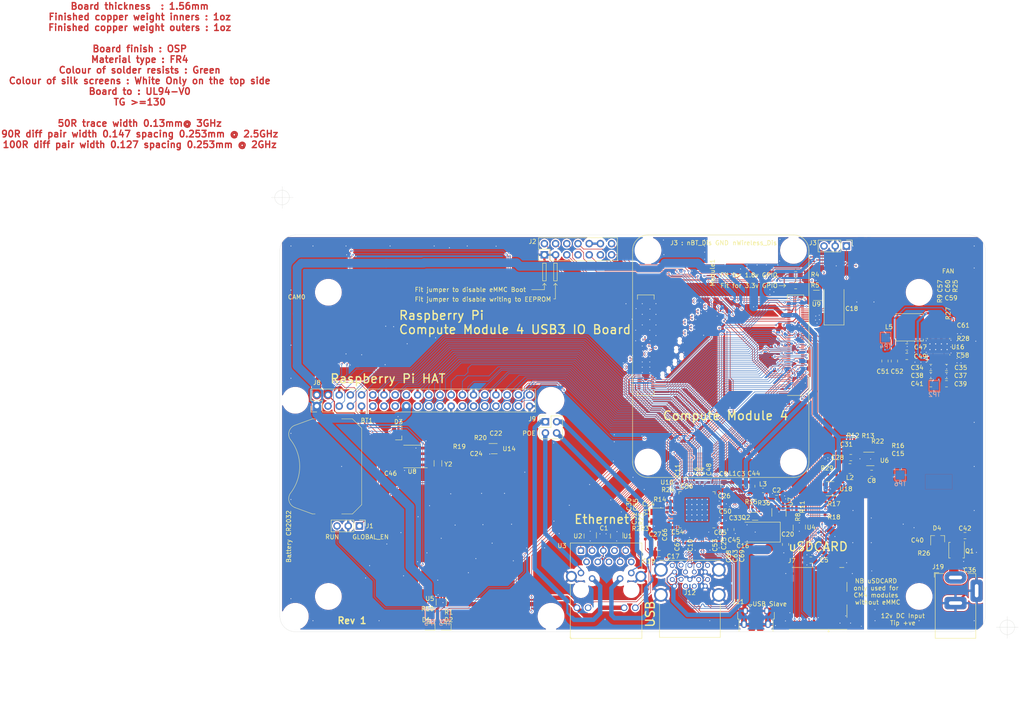
<source format=kicad_pcb>
(kicad_pcb (version 20221018) (generator pcbnew)
  (layers (0 "F.Cu" signal) (1 "In1.Cu" power) (2 "In2.Cu" power) (31 "B.Cu" signal) (34 "B.Paste" user) (35 "F.Paste" user) (36 "B.SilkS" user "B.Silkscreen") (37 "F.SilkS" user "F.Silkscreen") (38 "B.Mask" user) (39 "F.Mask" user) (44 "Edge.Cuts" user))
  (net 0 "")
  (net 1 "GND")
  (net 2 "Net-(BT1-+)")
  (net 3 "Net-(C1-Pad1)")
  (net 4 "/xHCI-USB3/PEXTX_P")
  (net 5 "/xHCI-USB3/PEXTX_N")
  (net 6 "Net-(U10D-SSXI)")
  (net 7 "Net-(C24-Pad1)")
  (net 8 "/RTC , Wakeup, FAN/nRTC_INT")
  (net 9 "/xHCI-USB3/A3.3v")
  (net 10 "/xHCI-USB3/C1_N")
  (net 11 "Net-(U6-FB)")
  (net 12 "/+12v")
  (net 13 "Net-(U10D-SSX0)")
  (net 14 "/CM4_HighSpeed/CAM0_D0_N")
  (net 15 "/CM4_HighSpeed/CAM0_D0_P")
  (net 16 "/CM4_HighSpeed/CAM0_D1_N")
  (net 17 "/CM4_HighSpeed/CAM0_D1_P")
  (net 18 "/CM4_HighSpeed/CAM0_C_N")
  (net 19 "/CM4_HighSpeed/CAM0_C_P")
  (net 20 "/CM4_HighSpeed/PCIE_RX_P")
  (net 21 "/CM4_HighSpeed/PCIE_RX_N")
  (net 22 "/CM4_HighSpeed/CAM1_D3_P")
  (net 23 "/CM4_HighSpeed/CAM1_D3_N")
  (net 24 "/CM4_HighSpeed/CAM1_D2_P")
  (net 25 "/CM4_HighSpeed/CAM1_D2_N")
  (net 26 "/CM4_HighSpeed/CAM1_C_P")
  (net 27 "/CM4_HighSpeed/CAM1_C_N")
  (net 28 "/CM4_HighSpeed/CAM1_D1_P")
  (net 29 "/CM4_HighSpeed/CAM1_D1_N")
  (net 30 "/CM4_HighSpeed/CAM1_D0_P")
  (net 31 "/CM4_HighSpeed/CAM1_D0_N")
  (net 32 "/CM4_HighSpeed/DSI0_D0_N")
  (net 33 "/CM4_HighSpeed/DSI0_D0_P")
  (net 34 "/CM4_HighSpeed/DSI0_D1_N")
  (net 35 "/CM4_HighSpeed/DSI0_D1_P")
  (net 36 "/CM4_HighSpeed/DSI0_C_N")
  (net 37 "/CM4_HighSpeed/DSI0_C_P")
  (net 38 "/CM4_HighSpeed/DSI1_D3_P")
  (net 39 "/CM4_HighSpeed/DSI1_D3_N")
  (net 40 "/CM4_HighSpeed/DSI1_D2_P")
  (net 41 "/CM4_HighSpeed/DSI1_D2_N")
  (net 42 "/CM4_HighSpeed/DSI1_C_P")
  (net 43 "/CM4_HighSpeed/DSI1_C_N")
  (net 44 "/CM4_HighSpeed/DSI1_D1_P")
  (net 45 "/CM4_HighSpeed/DSI1_D1_N")
  (net 46 "/CM4_HighSpeed/DSI1_D0_P")
  (net 47 "/CM4_HighSpeed/DSI1_D0_N")
  (net 48 "/CM4_GPIO ( Ethernet, GPIO, SDCARD)/SD_DAT1")
  (net 49 "Net-(Q1-D)")
  (net 50 "/CM4_GPIO ( Ethernet, GPIO, SDCARD)/SD_DAT0")
  (net 51 "/CM4_GPIO ( Ethernet, GPIO, SDCARD)/SD_CLK")
  (net 52 "/CM4_GPIO ( Ethernet, GPIO, SDCARD)/SD_CMD")
  (net 53 "/CM4_GPIO ( Ethernet, GPIO, SDCARD)/SD_DAT3")
  (net 54 "/CM4_GPIO ( Ethernet, GPIO, SDCARD)/SD_DAT2")
  (net 55 "Net-(D4-A)")
  (net 56 "/CM4_GPIO ( Ethernet, GPIO, SDCARD)/GPIO2")
  (net 57 "/CM4_GPIO ( Ethernet, GPIO, SDCARD)/GPIO3")
  (net 58 "/CM4_GPIO ( Ethernet, GPIO, SDCARD)/GPIO4")
  (net 59 "/CM4_GPIO ( Ethernet, GPIO, SDCARD)/GPIO14")
  (net 60 "/CM4_GPIO ( Ethernet, GPIO, SDCARD)/GPIO15")
  (net 61 "/CM4_GPIO ( Ethernet, GPIO, SDCARD)/GPIO17")
  (net 62 "/CM4_GPIO ( Ethernet, GPIO, SDCARD)/GPIO18")
  (net 63 "/CM4_GPIO ( Ethernet, GPIO, SDCARD)/GPIO27")
  (net 64 "/CM4_GPIO ( Ethernet, GPIO, SDCARD)/GPIO22")
  (net 65 "/CM4_GPIO ( Ethernet, GPIO, SDCARD)/GPIO23")
  (net 66 "/CM4_GPIO ( Ethernet, GPIO, SDCARD)/GPIO24")
  (net 67 "/CM4_GPIO ( Ethernet, GPIO, SDCARD)/GPIO10")
  (net 68 "/CM4_GPIO ( Ethernet, GPIO, SDCARD)/GPIO9")
  (net 69 "/CM4_GPIO ( Ethernet, GPIO, SDCARD)/GPIO25")
  (net 70 "/CM4_GPIO ( Ethernet, GPIO, SDCARD)/GPIO11")
  (net 71 "/CM4_GPIO ( Ethernet, GPIO, SDCARD)/GPIO8")
  (net 72 "/CM4_GPIO ( Ethernet, GPIO, SDCARD)/GPIO7")
  (net 73 "/CM4_GPIO ( Ethernet, GPIO, SDCARD)/GPIO5")
  (net 74 "/CM4_GPIO ( Ethernet, GPIO, SDCARD)/GPIO6")
  (net 75 "/CM4_GPIO ( Ethernet, GPIO, SDCARD)/GPIO12")
  (net 76 "/CM4_GPIO ( Ethernet, GPIO, SDCARD)/GPIO13")
  (net 77 "/CM4_GPIO ( Ethernet, GPIO, SDCARD)/GPIO16")
  (net 78 "/CM4_GPIO ( Ethernet, GPIO, SDCARD)/GPIO26")
  (net 79 "/CM4_GPIO ( Ethernet, GPIO, SDCARD)/GPIO20")
  (net 80 "/CM4_GPIO ( Ethernet, GPIO, SDCARD)/GPIO21")
  (net 81 "/CM4_GPIO ( Ethernet, GPIO, SDCARD)/TR1_TAP")
  (net 82 "/CM4_GPIO ( Ethernet, GPIO, SDCARD)/TR0_TAP")
  (net 83 "/CM4_GPIO ( Ethernet, GPIO, SDCARD)/TR3_TAP")
  (net 84 "/CM4_GPIO ( Ethernet, GPIO, SDCARD)/TR2_TAP")
  (net 85 "/CM4_HighSpeed/HDMI1_D2_P")
  (net 86 "/CM4_HighSpeed/HDMI1_D2_N")
  (net 87 "/CM4_HighSpeed/HDMI1_D1_P")
  (net 88 "/CM4_HighSpeed/HDMI1_D1_N")
  (net 89 "/CM4_HighSpeed/HDMI1_D0_P")
  (net 90 "/CM4_HighSpeed/HDMI1_D0_N")
  (net 91 "/CM4_HighSpeed/HDMI1_CK_P")
  (net 92 "/CM4_HighSpeed/HDMI1_CK_N")
  (net 93 "/CM4_HighSpeed/HDMI1_CEC")
  (net 94 "/CM4_GPIO ( Ethernet, GPIO, SDCARD)/GLOBAL_EN")
  (net 95 "/CM4_HighSpeed/HDMI1_SCL")
  (net 96 "/CM4_HighSpeed/HDMI1_SDA")
  (net 97 "/CM4_HighSpeed/HDMI1_HOTPLUG")
  (net 98 "Net-(U8-VDD)")
  (net 99 "Net-(C15-Pad1)")
  (net 100 "/xHCI-USB3/VBUS")
  (net 101 "Net-(U16-BST)")
  (net 102 "/xHCI-USB3/A1.05v")
  (net 103 "/xHCI-USB3/C1_P")
  (net 104 "/xHCI-USB3/SSTX1_P")
  (net 105 "Net-(U16-SS)")
  (net 106 "/xHCI-USB3/SSTX1_N")
  (net 107 "/xHCI-USB3/C2_P")
  (net 108 "/xHCI-USB3/C2_N")
  (net 109 "/xHCI-USB3/PD4_P")
  (net 110 "/xHCI-USB3/PD4_N")
  (net 111 "/xHCI-USB3/PD3_P")
  (net 112 "/xHCI-USB3/PD3_N")
  (net 113 "Net-(U16-COMP)")
  (net 114 "Net-(U16-FB)")
  (net 115 "/CM4_HighSpeed/HDMI0_HOTPLUG")
  (net 116 "/CM4_HighSpeed/HDMI0_SDA")
  (net 117 "/CM4_HighSpeed/HDMI0_SCL")
  (net 118 "/CM4_HighSpeed/HDMI0_CEC")
  (net 119 "/CM4_HighSpeed/HDMI0_CK_N")
  (net 120 "/CM4_HighSpeed/HDMI0_CK_P")
  (net 121 "/CM4_HighSpeed/HDMI0_D0_N")
  (net 122 "/CM4_HighSpeed/HDMI0_D0_P")
  (net 123 "/CM4_HighSpeed/HDMI0_D1_N")
  (net 124 "/CM4_HighSpeed/HDMI0_D1_P")
  (net 125 "/CM4_HighSpeed/HDMI0_D2_N")
  (net 126 "/CM4_HighSpeed/HDMI0_D2_P")
  (net 127 "Net-(D1-K)")
  (net 128 "Net-(D2-K)")
  (net 129 "/CM4_GPIO ( Ethernet, GPIO, SDCARD)/TRD1_P")
  (net 130 "/CM4_GPIO ( Ethernet, GPIO, SDCARD)/TRD3_N")
  (net 131 "/CM4_GPIO ( Ethernet, GPIO, SDCARD)/TRD1_N")
  (net 132 "/CM4_GPIO ( Ethernet, GPIO, SDCARD)/TRD2_N")
  (net 133 "/CM4_GPIO ( Ethernet, GPIO, SDCARD)/TRD0_N")
  (net 134 "/CM4_GPIO ( Ethernet, GPIO, SDCARD)/TRD2_P")
  (net 135 "/CM4_GPIO ( Ethernet, GPIO, SDCARD)/TRD0_P")
  (net 136 "/CM4_GPIO ( Ethernet, GPIO, SDCARD)/ETH_LEDG")
  (net 137 "/CM4_GPIO ( Ethernet, GPIO, SDCARD)/ETH_LEDY")
  (net 138 "/RTC , Wakeup, FAN/+3.3v")
  (net 139 "Net-(J2-Pin_13)")
  (net 140 "Net-(J7-DET_B)")
  (net 141 "Net-(J7-DET_A)")
  (net 142 "Net-(J11-VBUS)")
  (net 143 "/CM4_GPIO ( Ethernet, GPIO, SDCARD)/nPWR_LED")
  (net 144 "/nEXTRST")
  (net 146 "Net-(U6-LX)")
  (net 147 "Net-(U16-SW)")
  (net 149 "Net-(Module1A-PI_nLED_Activity)")
  (net 153 "Net-(R10-Pad2)")
  (net 154 "/xHCI-USB3/PWR")
  (net 155 "/xHCI-USB3/nPWR")
  (net 158 "/xHCI-USB3/nOCS1")
  (net 159 "/xHCI-USB3/SSRX1_N")
  (net 160 "/xHCI-USB3/PD2_P")
  (net 161 "/xHCI-USB3/SSRX2_P")
  (net 162 "/xHCI-USB3/PD1_N")
  (net 163 "/CM4_GPIO ( Ethernet, GPIO, SDCARD)/ID_SD")
  (net 164 "/CM4_GPIO ( Ethernet, GPIO, SDCARD)/ID_SC")
  (net 165 "/CM4_GPIO ( Ethernet, GPIO, SDCARD)/TRD3_P")
  (net 166 "/xHCI-USB3/PD1_P")
  (net 167 "/CM4_GPIO ( Ethernet, GPIO, SDCARD)/WL_nDis")
  (net 168 "/CM4_GPIO ( Ethernet, GPIO, SDCARD)/GPIO19")
  (net 169 "/+3.3v")
  (net 170 "/xHCI-USB3/SSRX1_P")
  (net 171 "/RTC , Wakeup, FAN/SCL")
  (net 172 "/RTC , Wakeup, FAN/SDA")
  (net 173 "/USB2/USBD_P")
  (net 174 "/CM4_GPIO ( Ethernet, GPIO, SDCARD)/SD_PWR")
  (net 175 "/USB2/USBD_N")
  (net 176 "/CM4_GPIO ( Ethernet, GPIO, SDCARD)/SD_PWR_ON")
  (net 177 "/CM4_GPIO ( Ethernet, GPIO, SDCARD)/CAM_GPIO")
  (net 180 "Net-(U3-LEDG_K)")
  (net 181 "Net-(U3-LEDY_K)")
  (net 182 "Net-(U6-EN)")
  (net 183 "Net-(U10D-SSREXT)")
  (net 184 "Net-(U7-ILIM)")
  (net 185 "Net-(U4-D1+)")
  (net 186 "Net-(U4-D1-)")
  (net 187 "Net-(U8-OSCI)")
  (net 188 "Net-(U8-OSCO)")
  (net 189 "/CM4_HighSpeed/PCIE_TX_N")
  (net 190 "/CM4_HighSpeed/PCIE_TX_P")
  (net 194 "Net-(C57-Pad1)")
  (net 197 "Net-(C60-Pad1)")
  (net 199 "/CM4_HighSpeed/PCIE_CLK_N")
  (net 200 "/CM4_HighSpeed/PCIE_CLK_P")
  (net 201 "/CM4_HighSpeed/PCIE_nRST")
  (net 206 "/CM4_HighSpeed/PCIE_CLK_nREQ")
  (net 209 "/CM4_HighSpeed/USBOTG_ID")
  (net 210 "/CM4_GPIO ( Ethernet, GPIO, SDCARD)/GPIO_VREF")
  (net 212 "/CM4_GPIO ( Ethernet, GPIO, SDCARD)/SYNC_OUT")
  (net 213 "/CM4_GPIO ( Ethernet, GPIO, SDCARD)/SYNC_IN")
  (net 214 "/CM4_GPIO ( Ethernet, GPIO, SDCARD)/AIN0")
  (net 215 "/CM4_GPIO ( Ethernet, GPIO, SDCARD)/AIN1")
  (net 216 "/CM4_GPIO ( Ethernet, GPIO, SDCARD)/+1.8v")
  (net 217 "/CM4_GPIO ( Ethernet, GPIO, SDCARD)/RUN_PG")
  (net 219 "/CM4_GPIO ( Ethernet, GPIO, SDCARD)/EEPROM_nWP")
  (net 224 "/+5v")
  (net 226 "/CM4_GPIO ( Ethernet, GPIO, SDCARD)/nRPIBOOT")
  (net 230 "/CM4_HighSpeed/TV_OUT")
  (net 231 "/CM4_GPIO ( Ethernet, GPIO, SDCARD)/BT_nDis")
  (net 232 "/CM4_GPIO ( Ethernet, GPIO, SDCARD)/Reserved")
  (net 233 "/xHCI-USB3/SSTX2_P")
  (net 234 "/xHCI-USB3/SSTX2_N")
  (net 235 "/xHCI-USB3/SSRX2_N")
  (net 236 "/xHCI-USB3/PD2_N")
  (footprint "Battery:BatteryHolder_Keystone_3034_1x20mm" (layer "F.Cu") (at 90 122.5 -90)
    (fp_text reference "BT1")
    (fp_text value "Battery_Cell")
  )
  (footprint "Capacitor_SMD:C_0402_1005Metric" (layer "F.Cu") (at 152.3 138.3 90)
    (fp_text reference "C1")
    (fp_text value "100n")
  )
  (footprint "Capacitor_SMD:C_0805_2012Metric" (layer "F.Cu") (at 199.45 143.75 180)
    (fp_text reference "C5")
    (fp_text value "10u")
  )
  (footprint "Capacitor_SMD:C_0402_1005Metric" (layer "F.Cu") (at 233.6 144.8)
    (fp_text reference "C36")
    (fp_text value "100n 100v")
  )
  (footprint "Capacitor_SMD:C_0805_2012Metric" (layer "F.Cu") (at 221.2 95.4)
    (fp_text reference "C47")
    (fp_text value "10u")
  )
  (footprint "Capacitor_SMD:C_0805_2012Metric" (layer "F.Cu") (at 221.2 97.55)
    (fp_text reference "C49")
    (fp_text value "10u")
  )
  (footprint "Capacitor_SMD:C_0805_2012Metric" (layer "F.Cu") (at 216.25 98.5875 -90)
    (fp_text reference "C51")
    (fp_text value "10u")
  )
  (footprint "Capacitor_SMD:C_0805_2012Metric" (layer "F.Cu") (at 218.4 98.6 -90)
    (fp_text reference "C52")
    (fp_text value "10u")
  )
  (footprint "Connector_PinHeader_2.54mm:PinHeader_1x03_P2.54mm_Vertical" (layer "F.Cu") (at 97.04 136 -90)
    (fp_text reference "J1")
    (fp_text value "Conn_01x03")
  )
  (footprint "Resistor_SMD:R_0402_1005Metric" (layer "F.Cu") (at 113.6 156.4 90)
    (fp_text reference "R10")
    (fp_text value "1k")
  )
  (footprint "Resistor_SMD:R_0402_1005Metric" (layer "F.Cu") (at 195.685 131.95)
    (fp_text reference "R11")
    (fp_text value "2.2K 1%")
  )
  (footprint "Package_SON:USON-10_2.5x1.0mm_P0.5mm" (layer "F.Cu") (at 155.4 138.285 -90)
    (fp_text reference "U1")
    (fp_text value "TPD4EUSB30")
  )
  (footprint "Connector_PinHeader_2.54mm:PinHeader_2x20_P2.54mm_Vertical" (layer "F.Cu") (at 87.37 108.82 90)
    (fp_text reference "J8")
    (fp_text value "THD-20-R")
  )
  (footprint "LED_SMD:LED_0603_1608Metric" (layer "F.Cu") (at 116.35 158.9 180)
    (fp_text reference "D2")
    (fp_text value "LED Green")
  )
  (footprint "Package_TO_SOT_SMD:SOT-353_SC-70-5" (layer "F.Cu") (at 127.618 118.472)
    (fp_text reference "U14")
    (fp_text value "74LVC1G07SE-7")
  )
  (footprint "Resistor_SMD:R_0402_1005Metric" (layer "F.Cu") (at 125.062 117.948 90)
    (fp_text reference "R20")
    (fp_text value "510K 1%")
  )
  (footprint "Resistor_SMD:R_0402_1005Metric" (layer "F.Cu") (at 122.014 117.948 90)
    (fp_text reference "R19")
    (fp_text value "510K 1%")
  )
  (footprint "Resistor_SMD:R_0402_1005Metric" (layer "F.Cu") (at 161.9 138.485 90)
    (fp_text reference "R3")
    (fp_text value "470R")
  )
  (footprint "Resistor_SMD:R_0402_1005Metric" (layer "F.Cu") (at 160.2 138.4 90)
    (fp_text reference "R2")
    (fp_text value "470R")
  )
  (footprint "Connector_PinHeader_2.54mm:PinHeader_2x02_P2.54mm_Vertical" (layer "F.Cu") (at 139.23 112.37)
    (fp_text reference "J9")
    (fp_text value "THD-02-R")
  )
  (footprint "CM4IO:USB_Micro-B_EDAC_UCON00686" (layer "F.Cu") (at 187 158.3)
    (fp_text reference "J11")
    (fp_text value "USB_OTG")
  )
  (footprint "LED_SMD:LED_0603_1608Metric" (layer "F.Cu") (at 112.7 158.9 180)
    (fp_text reference "D1")
    (fp_text value "LED Red")
  )
  (footprint "Resistor_SMD:R_0402_1005Metric" (layer "F.Cu") (at 115.8 156.4 90)
    (fp_text reference "R1")
    (fp_text value "1k")
  )
  (footprint "Package_TO_SOT_SMD:SOT-353_SC-70-5" (layer "F.Cu") (at 115.6 153.3 -90)
    (fp_text reference "U5")
    (fp_text value "74LVC1G07SE-7")
  )
  (footprint "Capacitor_SMD:C_0402_1005Metric" (layer "F.Cu") (at 123.538 118.456 180)
    (fp_text reference "C24")
    (fp_text value "100n")
  )
  (footprint "Capacitor_SMD:C_0402_1005Metric" (layer "F.Cu") (at 127.872 116.44 180)
    (fp_text reference "C22")
    (fp_text value "100n")
  )
  (footprint "Package_TO_SOT_SMD:SOT-23-5" (layer "F.Cu") (at 203.798661 127.555987 180)
    (fp_text reference "U18")
    (fp_text value "RT9742GGJ5")
  )
  (footprint "CM4IO:BarrelJack_Horizontal" (layer "F.Cu") (at 232.25 147.7 90)
    (fp_text reference "J19")
    (fp_text value "Barrel_Jack")
  )
  (footprint "CM4IO:TRJG0926HENL" (layer "F.Cu") (at 153 150.5)
    (fp_text reference "U3")
    (fp_text value "MagJack-A70-112-331N126")
  )
  (footprint "MountingHole:MountingHole_2.7mm_M2.5" (layer "F.Cu") (at 90 152)
    (fp_text reference "H1" hide)
    (fp_text value "MountingHole")
  )
  (footprint "MountingHole:MountingHole_2.7mm_M2.5" (layer "F.Cu") (at 82.5 156.5)
    (fp_text reference "H2" hide)
    (fp_text value "MountingHole")
  )
  (footprint "MountingHole:MountingHole_2.7mm_M2.5" (layer "F.Cu") (at 82.5 107.5)
    (fp_text reference "H3" hide)
    (fp_text value "MountingHole")
  )
  (footprint "MountingHole:MountingHole_2.7mm_M2.5" (layer "F.Cu") (at 140.5 156.5)
    (fp_text reference "H4" hide)
    (fp_text value "MountingHole")
  )
  (footprint "MountingHole:MountingHole_2.7mm_M2.5" (layer "F.Cu") (at 140.5 107.5)
    (fp_text reference "H5" hide)
    (fp_text value "MountingHole")
  )
  (footprint "MountingHole:MountingHole_2.7mm_M2.5" (layer "F.Cu") (at 224 83)
    (fp_text reference "H6" hide)
    (fp_text value "MountingHole")
  )
  (footprint "MountingHole:MountingHole_2.7mm_M2.5" (layer "F.Cu") (at 90 83)
    (fp_text reference "H7" hide)
    (fp_text value "MountingHole")
  )
  (footprint "MountingHole:MountingHole_2.7mm_M2.5" (layer "F.Cu") (at 224 152)
    (fp_text reference "H8" hide)
    (fp_text value "MountingHole")
  )
  (footprint "Diode_SMD:D_SOT-23_ANK" (layer "F.Cu") (at 228.2 138.95 90)
    (fp_text reference "D4")
    (fp_text value "MMBZ5242BLT3G")
  )
  (footprint "Resistor_SMD:R_0402_1005Metric" (layer "F.Cu") (at 227.25 142.25 -90)
    (fp_text reference "R26")
    (fp_text value "12K 1%")
  )
  (footprint "Capacitor_SMD:C_0402_1005Metric" (layer "F.Cu") (at 226.45 88.15 90)
    (fp_text reference "C57")
    (fp_text value "100n")
  )
  (footprint "Capacitor_SMD:C_0402_1005Metric" (layer "F.Cu") (at 231.9 97.25 90)
    (fp_text reference "C58")
    (fp_text value "100n")
  )
  (footprint "Capacitor_SMD:C_0402_1005Metric" (layer "F.Cu") (at 228.335 90.7 180)
    (fp_text reference "C59")
    (fp_text value "nf")
  )
  (footprint "Capacitor_SMD:C_0402_1005Metric" (layer "F.Cu") (at 227.8 88.95 -90)
    (fp_text reference "C60")
    (fp_text value "1.2nF")
  )
  (footprint "Inductor_SMD:L_Bourns_SRN6045TA" (layer "F.Cu") (at 221.85 90.95 180)
    (fp_text reference "L5")
    (fp_text value "SRN6045TA-3R3Y")
  )
  (footprint "Resistor_SMD:R_0402_1005Metric" (layer "F.Cu") (at 226.45 90.25 90)
    (fp_text reference "R9")
    (fp_text value "10R")
  )
  (footprint "Resistor_SMD:R_0402_1005Metric" (layer "F.Cu") (at 230.5 90.35 -90)
    (fp_text reference "R27")
    (fp_text value "12K 1%")
  )
  (footprint "Resistor_SMD:R_0402_1005Metric" (layer "F.Cu") (at 231.9 93.4 -90)
    (fp_text reference "R28")
    (fp_text value "2.2K 1%")
  )
  (footprint "Package_SO:SOIC-8-1EP_3.9x4.9mm_P1.27mm_EP2.95x4.9mm_Mask2.71x3.4mm_ThermalVias" (layer "F.Cu") (at 228.4 95.35 90)
    (fp_text reference "U16")
    (fp_text value "AP64501SP-13")
  )
  (footprint "Capacitor_SMD:C_0402_1005Metric" (layer "F.Cu") (at 225.6 139.15 -90)
    (fp_text reference "C40")
    (fp_text value "100n")
  )
  (footprint "Resistor_SMD:R_0402_1005Metric" (layer "F.Cu") (at 229 88.95 90)
    (fp_text reference "R25")
    (fp_text value "20K 1%")
  )
  (footprint "Capacitor_SMD:C_0402_1005Metric" (layer "F.Cu") (at 231.75 90.35 -90)
    (fp_text reference "C61")
    (fp_text value "nf")
  )
  (footprint "Package_SON:USON-10_2.5x1.0mm_P0.5mm" (layer "F.Cu") (at 149.4 138.285 -90)
    (fp_text reference "U2")
    (fp_text value "TPD4EUSB30")
  )
  (footprint "Package_SON:USON-10_2.5x1.0mm_P0.5mm" (layer "F.Cu") (at 196.825 136.265 90)
    (fp_text reference "U4")
    (fp_text value "TPD4EUSB30")
  )
  (footprint "Connector_PinHeader_2.54mm:PinHeader_2x07_P2.54mm_Vertical" (layer "F.Cu") (at 139 74.5 90)
    (fp_text reference "J2")
    (fp_text value "Conn_02x07_Odd_Even")
  )
  (footprint "Resistor_SMD:R_0805_2012Metric_Pad1.15x1.40mm_HandSolder" (layer "F.Cu") (at 196 79)
    (fp_text reference "R4")
    (fp_text value "nf")
  )
  (footprint "Package_TO_SOT_SMD:SOT-353_SC-70-5" (layer "F.Cu") (at 200.7 83.7 180)
    (fp_text reference "U9")
    (fp_text value "74LVC1G07SE-7")
  )
  (footprint "Resistor_SMD:R_0805_2012Metric_Pad1.15x1.40mm_HandSolder" (layer "F.Cu") (at 196 81.5)
    (fp_text reference "R5")
    (fp_text value "0R")
  )
  (footprint "Package_TO_SOT_SMD:SOT-23" (layer "F.Cu") (at 105.9 114.9)
    (fp_text reference "D3")
    (fp_text value "BAT54C-7-F")
  )
  (footprint "Package_SO:SOIC-8_3.9x4.9mm_P1.27mm" (layer "F.Cu") (at 109 120.25 180)
    (fp_text reference "U8")
    (fp_text value "PCF85063AT/AAZ")
  )
  (footprint "Crystal:Crystal_SMD_3215-2Pin_3.2x1.5mm" (layer "F.Cu") (at 114.85 121.8 90)
    (fp_text reference "Y2")
    (fp_text value "X32K768S301")
  )
  (footprint "Connector_PinHeader_2.54mm:PinHeader_1x03_P2.54mm_Vertical" (layer "F.Cu") (at 207.5 72.5 -90)
    (fp_text reference "J3")
    (fp_text value "Conn_01x03")
  )
  (footprint "CM4IO:SDCARD_MOLEX_503398-1892" (layer "F.Cu") (at 201.08 152.45 180)
    (fp_text reference "J7")
    (fp_text value "Micro_SD_Card_Det")
  )
  (footprint "Package_SON:Diodes_PowerDI3333-8" (layer "F.Cu") (at 232.5 141.5 -90)
    (fp_text reference "Q1")
    (fp_text value "DMP3013SFV-7")
  )
  (footprint "Resistor_SMD:R_0402_1005Metric" (layer "F.Cu") (at 195.205 133.6125 90)
    (fp_text reference "R8")
    (fp_text value "2.2K 1%")
  )
  (footprint "Capacitor_SMD:C_0805_2012Metric" (layer "F.Cu") (at 226.65 100.05 180)
    (fp_text reference "C34")
    (fp_text value "10u 35v")
  )
  (footprint "Capacitor_SMD:C_0805_2012Metric" (layer "F.Cu") (at 230.2 100.05)
    (fp_text reference "C35")
    (fp_text value "10u 35v")
  )
  (footprint "Capacitor_SMD:C_0805_2012Metric" (layer "F.Cu") (at 230.2 101.9)
    (fp_text reference "C37")
    (fp_text value "10u 35v")
  )
  (footprint "Capacitor_SMD:C_0805_2012Metric" (layer "F.Cu") (at 226.65 101.9 180)
    (fp_text reference "C38")
    (fp_text value "10u 35v")
  )
  (footprint "Capacitor_SMD:C_0805_2012Metric" (layer "F.Cu") (at 230.2 103.75)
    (fp_text reference "C39")
    (fp_text value "10u 35v")
  )
  (footprint "Capacitor_SMD:C_0805_2012Metric" (layer "F.Cu") (at 226.65 103.75 180)
    (fp_text reference "C41")
    (fp_text value "10u 35v")
  )
  (footprint "Capacitor_SMD:C_0805_2012Metric" (layer "F.Cu") (at 234.4 138.2)
    (fp_text reference "C42")
    (fp_text value "10u 35v")
  )
  (footprint "Capacitor_SMD:C_0805_2012Metric" (layer "F.Cu") (at 179.725 127.000002 -90)
    (fp_text reference "C9")
    (fp_text value "10u")
  )
  (footprint "Capacitor_SMD:C_0402_1005Metric" (layer "F.Cu") (at 173.65 125.6675 90)
    (fp_text reference "C6")
    (fp_text value "100n")
  )
  (footprint "Capacitor_Tantalum_SMD:CP_EIA-7343-31_Kemet-D" (layer "F.Cu") (at 188.1 137.4 180)
    (fp_text reference "C16")
    (fp_text value "100uF")
  )
  (footprint "Inductor_SMD:L_1008_2520Metric" (layer "F.Cu") (at 208.3 123 180)
    (fp_text reference "L2")
    (fp_text value "2.2uH")
  )
  (footprint "Capacitor_SMD:C_0402_1005Metric" (layer "F.Cu") (at 171.129374 140.381469 -90)
    (fp_text reference "C10")
    (fp_text value "100n")
  )
  (footprint "Capacitor_SMD:C_0402_1005Metric" (layer "F.Cu") (at 169.15 126.8 90)
    (fp_text reference "C11")
    (fp_text value "100n")
  )
  (footprint "Capacitor_SMD:C_0402_1005Metric" (layer "F.Cu") (at 179.7875 131.6625)
    (fp_text reference "C50")
    (fp_text value "100n")
  )
  (footprint "Capacitor_SMD:C_0805_2012Metric" (layer "F.Cu") (at 213.225 124.075 180)
    (fp_text reference "C8")
    (fp_text value "10u")
  )
  (footprint "Capacitor_SMD:C_0402_1005Metric" (layer "F.Cu") (at 174.325 140.375 90)
    (fp_text reference "C68")
    (fp_text value "100n")
  )
  (footprint "CM4IO:MTCONN_UBAF30-D2011" (layer "F.Cu") (at 172 151.65)
    (fp_text reference "J12")
    (fp_text value "USB3_A")
  )
  (footprint "Package_TO_SOT_SMD:SOT-523" (layer "F.Cu") (at 186.8 133.8)
    (fp_text reference "Q2")
    (fp_text value "DMG1012T")
  )
  (footprint "Capacitor_SMD:C_0402_1005Metric" (layer "F.Cu") (at 179.7875 130.3625)
    (fp_text reference "C26")
    (fp_text value "100n")
  )
  (footprint "Package_DFN_QFN:QFN-68-1EP_8x8mm_P0.4mm_EP5.2x5.2mm_ThermalVias" (layer "F.Cu") (at 173.6125 132.3375 180)
    (fp_text reference "U10")
    (fp_text value "VL805")
  )
  (footprint "Capacitor_Tantalum_SMD:CP_EIA-7343-31_Kemet-D" (layer "F.Cu") (at 204.7 86 90)
    (fp_text reference "C18")
    (fp_text value "100uF")
  )
  (footprint "Capacitor_SMD:C_0402_1005Metric" (layer "F.Cu") (at 167.925 132.4 90)
    (fp_text reference "C55")
    (fp_text value "100n")
  )
  (footprint "Capacitor_SMD:C_0402_1005Metric" (layer "F.Cu") (at 179.7625 134.0875)
    (fp_text reference "C33")
    (fp_text value "100n")
  )
  (footprint "Capacitor_SMD:C_0805_2012Metric" (layer "F.Cu") (at 191.662501 129.768751 180)
    (fp_text reference "C2")
    (fp_text value "10u")
  )
  (footprint "Capacitor_SMD:C_0805_2012Metric" (layer "F.Cu") (at 183.6 127.025002 90)
    (fp_text reference "C3")
    (fp_text value "10u")
  )
  (footprint "Resistor_SMD:R_0402_1005Metric" (layer "F.Cu") (at 168.3125 135.8125 -90)
    (fp_text reference "R23")
    (fp_text value "6.04K")
  )
  (footprint "Capacitor_SMD:C_0805_2012Metric" (layer "F.Cu") (at 165.0625 142.275 180)
    (fp_text reference "C17")
    (fp_text value "10u")
  )
  (footprint "Resistor_SMD:R_0402_1005Metric" (layer "F.Cu") (at 167.3325 128.9525)
    (fp_text reference "R24")
    (fp_text value "15K 1%")
  )
  (footprint "Capacitor_SMD:C_0402_1005Metric" (layer "F.Cu") (at 166.8 132.4 90)
    (fp_text reference "C30")
    (fp_text value "100n")
  )
  (footprint "Package_TO_SOT_SMD:SOT-23-6" (layer "F.Cu") (at 192.2 132.925 -90)
    (fp_text reference "U7")
    (fp_text value "AP22653W6")
  )
  (footprint "Capacitor_SMD:C_0402_1005Metric" (layer "F.Cu") (at 208.425 118.6)
    (fp_text reference "C31")
    (fp_text value "100n")
  )
  (footprint "Capacitor_SMD:C_0402_1005Metric" (layer "F.Cu") (at 175.45 140.375 90)
    (fp_text reference "C69")
    (fp_text value "100n")
  )
  (footprint "Capacitor_SMD:C_0805_2012Metric" (layer "F.Cu") (at 208.5 120.5)
    (fp_text reference "C28")
    (fp_text value "10u")
  )
  (footprint "Resistor_SMD:R_0402_1005Metric" (layer "F.Cu") (at 202.7 130.935 -90)
    (fp_text reference "R17")
    (fp_text value "nf")
  )
  (footprint "Resistor_SMD:R_0402_1005Metric" (layer "F.Cu") (at 202.8 124.2 180)
    (fp_text reference "R29")
    (fp_text value "12K 1%")
  )
  (footprint "Inductor_SMD:L_0603_1608Metric" (layer "F.Cu") (at 188.58 127.9425 180)
    (fp_text reference "L3")
    (fp_text value "BLM18AG221SN1")
  )
  (footprint "Package_TO_SOT_SMD:TSOT-23-5" (layer "F.Cu") (at 212.925 120.775)
    (fp_text reference "U6")
    (fp_text value "AP3429KTTR-G1")
  )
  (footprint "Inductor_SMD:L_0603_1608Metric" (layer "F.Cu") (at 181.65 126.825002 90)
    (fp_text reference "L1")
    (fp_text value "BLM18AG221SN1")
  )
  (footprint "Capacitor_SMD:C_0805_2012Metric" (layer "F.Cu") (at 181.3 136.8 -90)
    (fp_text reference "C45")
    (fp_text value "10u")
  )
  (footprint "Resistor_SMD:R_0402_1005Metric" (layer "F.Cu") (at 213.75 117.875 180)
    (fp_text reference "R22")
    (fp_text value "16K")
  )
  (footprint "Resistor_SMD:R_0402_1005Metric" (layer "F.Cu") (at 202.65 133.985 -90)
    (fp_text reference "R18")
    (fp_text value "nf")
  )
  (footprint "Capacitor_SMD:C_0402_1005Metric" (layer "F.Cu") (at 169.225 138.425 180)
    (fp_text reference "C54")
    (fp_text value "100n")
  )
  (footprint "Resistor_SMD:R_0402_1005Metric" (layer "F.Cu") (at 216.575 117.875 180)
    (fp_text reference "R16")
    (fp_text value "12K 1%")
  )
  (footprint "Capacitor_SMD:C_0402_1005Metric" (layer "F.Cu") (at 167.1625 135.813964 -90)
    (fp_text reference "C32")
    (fp_text value "100n")
  )
  (footprint "Capacitor_SMD:C_0805_2012Metric" (layer "F.Cu") (at 193.7 140.2 -90)
    (fp_text reference "C20")
    (fp_text value "10u")
  )
  (footprint "Resistor_SMD:R_0402_1005Metric" (layer "F.Cu") (at 186.685 131.7)
    (fp_text reference "R15")
    (fp_text value "15K 1%")
  )
  (footprint "Capacitor_SMD:C_0805_2012Metric" (layer "F.Cu") (at 186.04 126.99 90)
    (fp_text reference "C44")
    (fp_text value "10u")
  )
  (footprint "CM4IO:Raspberry-Pi-4-Compute-Module" (layer "F.Cu") (at 195.5 73.5 180)
    (fp_text reference "Module1")
    (fp_text value "ComputeModule4")
  )
  (footprint "Capacitor_SMD:C_0402_1005Metric" (layer "F.Cu") (at 164.45 136.7375 180)
    (fp_text reference "C27")
    (fp_text value "22pF")
  )
  (footprint "Resistor_SMD:R_0402_1005Metric" (layer "F.Cu") (at 209.775 116.725)
    (fp_text reference "R12")
    (fp_text value "15K 1%")
  )
  (footprint "Capacitor_SMD:C_0402_1005Metric" (layer "F.Cu") (at 216.625 119.675 180)
    (fp_text reference "C15")
    (fp_text value "22pF")
  )
  (footprint "Capacitor_SMD:C_0402_1005Metric" (layer "F.Cu") (at 176.25 125.685 90)
    (fp_text reference "C48")
    (fp_text value "100n")
  )
  (footprint "Capacitor_SMD:C_0402_1005Metric" (layer "F.Cu") (at 165.160526 131.139649)
    (fp_text reference "C14")
    (fp_text value "22pF")
  )
  (footprint "Resistor_SMD:R_0402_1005Metric" (layer "F.Cu") (at 189.9 132.26 90)
    (fp_text reference "R36")
    (fp_text value "15K 1%")
  )
  (footprint "Capacitor_SMD:C_0402_1005Metric" (layer "F.Cu") (at 179.3125 135.8875 -90)
    (fp_text reference "C65")
    (fp_text value "100n")
  )
  (footprint "Capacitor_SMD:C_0402_1005Metric" (layer "F.Cu") (at 106.8 124.1)
    (fp_text reference "C46")
    (fp_text value "100n")
  )
  (footprint "Resistor_SMD:R_0402_1005Metric" (layer "F.Cu") (at 167.375 130.375)
    (fp_text reference "R14")
    (fp_text value "15K 1%")
  )
  (footprint "Resistor_SMD:R_0402_1005Metric" (layer "F.Cu") (at 212.225 116.725)
    (fp_text reference "R13")
    (fp_text value "15K 1%")
  )
  (footprint "Capacitor_SMD:C_0402_1005Metric" (layer "F.Cu") (at 170.749474 125.927131 180)
    (fp_text reference "C56")
    (fp_text value "100n")
  )
  (footprint "Capacitor_SMD:C_0402_1005Metric" (layer "F.Cu") (at 176.55 140.375 -90)
    (fp_text reference "C53")
    (fp_text value "100n")
  )
  (footprint "Capacitor_SMD:C_0402_1005Metric" (layer "F.Cu") (at 174.775 125.6675 90)
    (fp_text reference "C4")
    (fp_text value "100n")
  )
  (footprint "Capacitor_SMD:C_0805_2012Metric" (layer "F.Cu") (at 164.1475 140.0075 180)
    (fp_text reference "C19")
    (fp_text value "10u")
  )
  (footprint "Capacitor_SMD:C_0402_1005Metric" (layer "F.Cu") (at 178.625 139.85 -90)
    (fp_text reference "C25")
    (fp_text value "100n")
  )
  (footprint "Crystal:Crystal_SMD_SeikoEpson_FA238-4Pin_3.2x2.5mm" (layer "F.Cu") (at 164.450001 133.937499 -90)
    (fp_text reference "Y1")
    (fp_text value "25MHz")
  )
  (footprint "Capacitor_SMD:C_0402_1005Metric" (layer "F.Cu") (at 167.875 140.325 90)
    (fp_text reference "C67")
    (fp_text value "100n")
  )
  (footprint "Capacitor_SMD:C_0402_1005Metric" (layer "F.Cu") (at 173.2 140.375 -90)
    (fp_text reference "C63")
    (fp_text value "100n")
  )
  (footprint "Capacitor_SMD:C_0402_1005Metric" (layer "F.Cu") (at 166.725 140.325 90)
    (fp_text reference "C66")
    (fp_text value "100n")
  )
  (footprint "TestPoint:TestPoint_Pad_2.0x2.0mm" (layer "B.Cu") (at 227.45 104.2)
    (fp_text reference "TP2")
    (fp_text value "TestPoint")
  )
  (footprint "TestPoint:TestPoint_Pad_2.0x2.0mm" (layer "B.Cu") (at 216.4 93.3)
    (fp_text reference "TP4")
    (fp_text value "TestPoint")
  )
  (footprint "TestPoint:TestPoint_Pad_2.0x2.0mm" (layer "B.Cu") (at 219.695 124.45)
    (fp_text reference "TP6")
    (fp_text value "TestPoint")
  )
  (footprint "TestPoint:TestPoint_Pad_2.0x2.0mm" (layer "B.Cu") (at 116.411606 156.1)
    (fp_text reference "TP3")
    (fp_text value "TestPoint")
  )
  (footprint "TestPoint:TestPoint_Pad_2.0x2.0mm" (layer "B.Cu") (at 113.1 156.1)
    (fp_text reference "TP5")
    (fp_text value "TestPoint")
  )
  (gr_line (start 136.1 82.4) (end 138.5 82.4) (stroke (width 0.12)) (layer "F.SilkS"))
  (gr_line (start 141.5 81) (end 141.1 81.4) (stroke (width 0.12)) (layer "F.SilkS"))
  (gr_line (start 192.2 81.5) (end 193.7 81.5) (stroke (width 0.12)) (layer "F.SilkS"))
  (gr_line (start 139 81) (end 139.4 81.4) (stroke (width 0.12)) (layer "F.SilkS"))
  (gr_line (start 193.7 81.5) (end 193.3 81.9) (stroke (width 0.12)) (layer "F.SilkS"))
  (gr_line (start 193.7 81.5) (end 193.3 81.1) (stroke (width 0.12)) (layer "F.SilkS"))
  (gr_line (start 193.3 81.1) (end 193.7 81.5) (stroke (width 0.12)) (layer "F.SilkS"))
  (gr_line (start 139 82.4) (end 139 81) (stroke (width 0.12)) (layer "F.SilkS"))
  (gr_line (start 141.1 84.5) (end 141.5 84.5) (stroke (width 0.12)) (layer "F.SilkS"))
  (gr_line (start 138.5 82.4) (end 139 82.4) (stroke (width 0.12)) (layer "F.SilkS"))
  (gr_line (start 139 81) (end 138.6 81.4) (stroke (width 0.12)) (layer "F.SilkS"))
  (gr_line (start 141.5 81) (end 141.9 81.4) (stroke (width 0.12)) (layer "F.SilkS"))
  (gr_rect (start 138.6 76.4) (end 139.4 80.4) (stroke (width 0.12)) (fill none) (layer "F.SilkS"))
  (gr_line (start 141.5 84.5) (end 141.5 81) (stroke (width 0.12)) (layer "F.SilkS"))
  (gr_rect (start 141.1 76.4) (end 141.9 80.4) (stroke (width 0.12)) (fill none) (layer "F.SilkS"))
  (gr_line (start 239 156.5) (end 239 73.5) (stroke (width 0.05)) (layer "Edge.Cuts"))
  (gr_line (start 235.5 70) (end 82.5 70) (stroke (width 0.05)) (layer "Edge.Cuts"))
  (gr_line (start 79 156.5) (end 79 73.5) (stroke (width 0.05)) (layer "Edge.Cuts"))
  (gr_arc (start 79 73.5) (mid 80.025126 71.025126) (end 82.5 70) (stroke (width 0.05)) (layer "Edge.Cuts"))
  (gr_line (start 82.5 160) (end 235.5 160) (stroke (width 0.05)) (layer "Edge.Cuts"))
  (gr_arc (start 82.5 160) (mid 80.025126 158.974874) (end 79 156.5) (stroke (width 0.05)) (layer "Edge.Cuts"))
  (gr_arc (start 235.5 70) (mid 237.974874 71.025126) (end 239 73.5) (stroke (width 0.05)) (layer "Edge.Cuts"))
  (gr_arc (start 239 156.5) (mid 237.974874 158.974874) (end 235.5 160) (stroke (width 0.05)) (layer "Edge.Cuts"))
  (gr_text "Board thickness  : 1.56mm\nFinished copper weight inners : 1oz\nFinished copper weight outers : 1oz\n\nBoard finish : OSP\nMaterial type : FR4\nColour of solder resists : Green\nColour of silk screens : White Only on the top side\nBoard to : UL94-V0\nTG >=130\n\n50R trace width 0.13mm@ 3GHz\n90R diff pair width 0.147 spacing 0.253mm @ 2.5GHz\n100R diff pair width 0.127 spacing 0.253mm @ 2GHz" (at 47.2 33.8) (layer "F.Cu") (effects (font (size 1.5 1.5) (thickness 0.3))))
  (gr_text "Rev 1" (at 95.362 157.47) (layer "F.SilkS") (effects (font (size 1.5 1.5) (thickness 0.3))))
  (gr_text "Raspberry Pi \nCompute Module 4 USB3 IO Board" (at 105.85 89.85) (layer "F.SilkS") (effects (font (size 2 2) (thickness 0.3)) (justify left)))
  (gr_text "Fit for 3.3v GPIO " (at 185.8 81.5) (layer "F.SilkS") (effects (font (size 1 1))))
  (gr_text "Fit jumper to disable writing to EEPROM" (at 109.5 84.6) (layer "F.SilkS") (effects (font (size 1 1)) (justify left)))
  (gr_text "nWireless_Dis" (at 186.7 71.8) (layer "F.SilkS") (effects (font (size 1 1))))
  (gr_text "CAM0" (at 82.8 84.075) (layer "F.SilkS") (effects (font (size 1 1))))
  (gr_text "USB Slave" (at 190.1 153.7) (layer "F.SilkS") (effects (font (size 1 1))))
  (gr_text "Raspberry Pi HAT" (at 103.5 102.6) (layer "F.SilkS") (effects (font (size 2 2) (thickness 0.3))))
  (gr_text "Fit for 1.8v GPIO" (at 185.4 79.1) (layer "F.SilkS") (effects (font (size 1 1))))
  (gr_text "RUN    GLOBAL_EN" (at 96.5 138.5) (layer "F.SilkS") (effects (font (size 1 1))))
  (gr_text "USB" (at 163 156 90) (layer "F.SilkS") (effects (font (size 2 2) (thickness 0.3))))
  (gr_text "Ethernet" (at 152 134.5) (layer "F.SilkS") (effects (font (size 2 2) (thickness 0.3))))
  (gr_text "J3 : nBT_Dis GND " (at 174.55 71.8) (layer "F.SilkS") (effects (font (size 1 1))))
  (gr_text "Battery CR2032\n" (at 81 138.4 90) (layer "F.SilkS") (effects (font (size 1 1))))
  (gr_text "NB uSDCARD \nonly used for \nCM4 modules \nwithout eMMC" (at 214.6 150.9) (layer "F.SilkS") (effects (font (size 1 1))))
  (gr_text "FAN" (at 230.6 78.2) (layer "F.SilkS") (effects (font (size 1 1))))
  (gr_text "uSDCARD" (at 201.1 140.7) (layer "F.SilkS") (effects (font (size 2 2) (thickness 0.3))))
  (gr_text "Fit jumper to disable eMMC Boot" (at 109.5 82.4) (layer "F.SilkS") (effects (font (size 1 1)) (justify left)))
  (gr_text "POE" (at 135.5 115) (layer "F.SilkS") (effects (font (size 1 1))))
  (gr_text "Compute Module 4" (at 180.1 111) (layer "F.SilkS") (effects (font (size 2 2) (thickness 0.3))))
  (gr_text "12v DC Input\nTip +ve" (at 220.3 157.2) (layer "F.SilkS") (effects (font (size 1 1))))
  (target plus (at 244 159) (size 5) (width 0.05) (layer "Edge.Cuts"))
  (target plus (at 79.5 61.5) (size 5) (width 0.05) (layer "Edge.Cuts"))
  (segment (start 176.9 93.3) (end 176.9 84.9) (width 0.1) (layer "F.Cu") (net 0))
  (segment (start 209.675 76.975) (end 209.7 77) (width 0.13) (layer "F.Cu") (net 0))
  (segment (start 163.595012 102.815012) (end 167.384988 102.815012) (width 0.1) (layer "F.Cu") (net 0))
  (segment (start 154.894978 77.694978) (end 170.294978 77.694978) (width 0.1) (layer "F.Cu") (net 0))
  (segment (start 207.225 76.4) (end 207.2 76.4) (width 0.23) (layer "F.Cu") (net 0))
  (segment (start 167.384988 102.815012) (end 176.9 93.3) (width 0.1) (layer "F.Cu") (net 0))
  (segment (start 207.3 76.325) (end 207.225 76.4) (width 0.23) (layer "F.Cu") (net 0))
  (segment (start 208.1125 76.975) (end 209.675 76.975) (width 0.13) (layer "F.Cu") (net 0))
  (segment (start 207.2 76.4) (end 206.385 77.215) (width 0.23) (layer "F.Cu") (net 0))
  (segment (start 151.7 74.5) (end 154.894978 77.694978) (width 0.1) (layer "F.Cu") (net 0))
  (segment (start 206.385 77.215) (end 206.385 78.7) (width 0.23) (layer "F.Cu") (net 0))
  (segment (start 115.05 150.3) (end 116.785 150.3) (width 0.5) (layer "F.Cu") (net 0))
  (segment (start 176.9 84.9) (end 176.85 84.85) (width 0.1) (layer "F.Cu") (net 0))
  (segment (start 170.294978 77.694978) (end 170.8 78.2) (width 0.1) (layer "F.Cu") (net 0))
  (via (at 170.8 78.2) (size 0.45) (drill 0.2) (layers "F.Cu" "B.Cu") (net 0))
  (via (at 209.7 77) (size 0.45) (drill 0.2) (layers "F.Cu" "B.Cu") (net 0))
  (via (at 176.85 84.85) (size 0.45) (drill 0.2) (layers "F.Cu" "B.Cu") (net 0))
  (segment (start 170.8 78.2) (end 170.8 78.8) (width 0.1) (layer "B.Cu") (net 0))
  (segment (start 170.8 78.8) (end 176.85 84.85) (width 0.1) (layer "B.Cu") (net 0))
  (segment (start 231.215 93.885) (end 231.165 93.885) (width 0.5) (layer "F.Cu") (net 1))
  (segment (start 231.235 96.765) (end 231.115 96.765) (width 0.5) (layer "F.Cu") (net 1))
  (segment (start 225.65 95.35) (end 228.4 95.35) (width 2) (layer "F.Cu") (net 1))
  (segment (start 223.05 95.35) (end 222.1875 95.35) (width 1) (layer "F.Cu") (net 1))
  (segment (start 195.177576 98.8) (end 195.1808 98.796776) (width 0.2) (layer "F.Cu") (net 1))
  (segment (start 195.47999 90.8) (end 196.8 90.8) (width 0.2) (layer "F.Cu") (net 1))
  (segment (start 224.25 95.35) (end 223.05 95.35) (width 1) (layer "F.Cu") (net 1))
  (segment (start 160.5 89.2) (end 159 89.2) (width 0.2) (layer "F.Cu") (net 1))
  (segment (start 180.2375 134.0975) (end 180.2475 134.0875) (width 0.23) (layer "F.Cu") (net 1))
  (segment (start 194.68 158.075) (end 194.68 155.7) (width 0.3) (layer "F.Cu") (net 1))
  (segment (start 197.5 96.4) (end 198.27638 96.4) (width 0.2) (layer "F.Cu") (net 1))
  (segment (start 180.2725 131.6625) (end 180.2725 131.0225) (width 0.147) (layer "F.Cu") (net 1))
  (segment (start 194.42 92) (end 195.1 92) (width 0.2) (layer "F.Cu") (net 1))
  (segment (start 193.705 157.575) (end 193.68 157.55) (width 0.23) (layer "F.Cu") (net 1))
  (segment (start 162.453939 87.3) (end 162.938528 86.815411) (width 0.2) (layer "F.Cu") (net 1))
  (segment (start 159.8 103.63001) (end 159.675 103.75501) (width 0.13) (layer "F.Cu") (net 1))
  (segment (start 179.725 127.937502) (end 178.957488 127.937502) (width 0.5) (layer "F.Cu") (net 1))
  (segment (start 197.95 157.468198) (end 197.95 157.15) (width 0.13) (layer "F.Cu") (net 1))
  (segment (start 161.2 100) (end 162.88999 100) (width 0.23) (layer "F.Cu") (net 1))
  (segment (start 163.6 88) (end 164.28999 88) (width 0.2) (layer "F.Cu") (net 1))
  (segment (start 151.615 137.815) (end 151.6 137.8) (width 0.3) (layer "F.Cu") (net 1))
  (segment (start 202.525 76.975) (end 202.5 77) (width 0.23) (layer "F.Cu") (net 1))
  (segment (start 190.725001 129.768751) (end 190.725001 128.625001) (width 0.23) (layer "F.Cu") (net 1))
  (segment (start 194.68 157.575) (end 193.705 157.575) (width 0.23) (layer "F.Cu") (net 1))
  (segment (start 167.925 131.8) (end 167.4 131.275) (width 0.23) (layer "F.Cu") (net 1))
  (segment (start 162.909337 94) (end 162.901867 93.99253) (width 0.2) (layer "F.Cu") (net 1))
  (segment (start 176.615 125.2) (end 176.8 125.385) (width 0.13) (layer "F.Cu") (net 1))
  (segment (start 160.5 98.8) (end 161.2 98.8) (width 0.2) (layer "F.Cu") (net 1))
  (segment (start 163.6 86.8) (end 162.953939 86.8) (width 0.2) (layer "F.Cu") (net 1))
  (segment (start 216.25 99.525) (end 218.3875 99.525) (width 1) (layer "F.Cu") (net 1))
  (segment (start 165.4 131.8375) (end 165.4 132.6875) (width 0.23) (layer "F.Cu") (net 1))
  (segment (start 227.765 92.7875) (end 227.765 94.715) (width 0.5) (layer "F.Cu") (net 1))
  (segment (start 196.3 91.4) (end 196.3 91.41137) (width 0.2) (layer "F.Cu") (net 1))
  (segment (start 163.21 141.36) (end 164.125 142.275) (width 0.5) (layer "F.Cu") (net 1))
  (segment (start 160.5 100) (end 161.2 100) (width 0.2) (layer "F.Cu") (net 1))
  (segment (start 178.6775 136.3725) (end 178.6725 136.3725) (width 0.147) (layer "F.Cu") (net 1))
  (segment (start 163.6 92.8) (end 164.28999 92.8) (width 0.2) (layer "F.Cu") (net 1))
  (segment (start 212.975 120.775) (end 213 120.8) (width 0.5) (layer "F.Cu") (net 1))
  (segment (start 163.58 91.6) (end 162.9 91.6) (width 0.2) (layer "F.Cu") (net 1))
  (segment (start 230.3 99.65) (end 230.3 99.5) (width 0.23) (layer "F.Cu") (net 1))
  (segment (start 161.18999 97.6) (end 161.2 97.61001) (width 0.2) (layer "F.Cu") (net 1))
  (segment (start 227.15 98.85) (end 227.15 96.6) (width 0.23) (layer "F.Cu") (net 1))
  (segment (start 227.85 90.7) (end 227.85 89.485) (width 0.5) (layer "F.Cu") (net 1))
  (segment (start 196.9 102.4) (end 196.7 102.2) (width 0.2) (layer "F.Cu") (net 1))
  (segment (start 180.2475 134.0875) (end 180.2475 134.7775) (width 0.147) (layer "F.Cu") (net 1))
  (segment (start 198 98.4) (end 197.5 98.4) (width 0.2) (layer "F.Cu") (net 1))
  (segment (start 111.475 118.345) (end 109.855 118.345) (width 0.5) (layer "F.Cu") (net 1))
  (segment (start 114.1 148.3) (end 116.185 148.3) (width 0.13) (layer "F.Cu") (net 1))
  (segment (start 169.15 126.315) (end 168.81 126.315) (width 0.23) (layer "F.Cu") (net 1))
  (segment (start 162.7 97.6) (end 162.9 97.6) (width 0.2) (layer "F.Cu") (net 1))
  (segment (start 209.7125 120.775) (end 209.4375 120.5) (width 0.5) (layer "F.Cu") (net 1))
  (segment (start 159.675 103.75501) (end 159.675 104.25) (width 0.13) (layer "F.Cu") (net 1))
  (segment (start 234.05 145.255) (end 234.05 145.55) (width 0.5) (layer "F.Cu") (net 1))
  (segment (start 222.1375 97.55) (end 222.1375 98.6625) (width 1) (layer "F.Cu") (net 1))
  (segment (start 170.5 140.825) (end 170.541469 140.866469) (width 0.13) (layer "F.Cu") (net 1))
  (segment (start 209.4375 119.1275) (end 208.91 118.6) (width 0.5) (layer "F.Cu") (net 1))
  (segment (start 167.4 131.365) (end 167.4 131.275) (width 0.13) (layer "F.Cu") (net 1))
  (segment (start 126.668 119.122) (end 127.113 119.122) (width 0.13) (layer "F.Cu") (net 1))
  (segment (start 164.290645 102.4) (end 164.300655 102.41001) (width 0.2) (layer "F.Cu") (net 1))
  (segment (start 159.83001 103.6) (end 159.8 103.63001) (width 0.2) (layer "F.Cu") (net 1))
  (segment (start 202.085 77) (end 201.7 77.385) (width 0.23) (layer "F.Cu") (net 1))
  (segment (start 198.3 98.6) (end 198.1 98.4) (width 0.2) (layer "F.Cu") (net 1))
  (segment (start 160.5 91.6) (end 162.9 91.6) (width 0.2) (layer "F.Cu") (net 1))
  (segment (start 193.9 104.8) (end 193.7 105) (width 0.2) (layer "F.Cu") (net 1))
  (segment (start 197.5 103.6) (end 198.194979 103.6) (width 0.2) (layer "F.Cu") (net 1))
  (segment (start 207.34 158.06) (end 208.44 158.06) (width 0.23) (layer "F.Cu") (net 1))
  (segment (start 207.35 156.4) (end 207.35 158.05) (width 0.23) (layer "F.Cu") (net 1))
  (segment (start 167.7 136.825) (end 167.785 136.825) (width 0.23) (layer "F.Cu") (net 1))
  (segment (start 167.925 131.915) (end 167.925 131.8) (width 0.23) (layer "F.Cu") (net 1))
  (segment (start 163.6 90.4) (end 164.28999 90.4) (width 0.2) (layer "F.Cu") (net 1))
  (segment (start 168.81 126.315) (end 168.575 126.55) (width 0.23) (layer "F.Cu") (net 1))
  (segment (start 196.825 135.875) (end 196.825 136.645) (width 0.2) (layer "F.Cu") (net 1))
  (segment (start 225.7125 100.05) (end 225.7125 103.75) (width 1) (layer "F.Cu") (net 1))
  (segment (start 161.18999 85.6) (end 161.2 85.58999) (width 0.2) (layer "F.Cu") (net 1))
  (segment (start 194.42 96.8) (end 193.6 96.8) (width 0.2) (layer "F.Cu") (net 1))
  (segment (start 112.385 149.015) (end 113.1 148.3) (width 0.13) (layer "F.Cu") (net 1))
  (segment (start 198 98.4) (end 198.1 98.4) (width 0.13) (layer "F.Cu") (net 1))
  (segment (start 221.2625 99.5375) (end 221.65 99.15) (width 1) (layer "F.Cu") (net 1))
  (segment (start 180.2375 134.7875) (end 180.2375 134.0975) (width 0.23) (layer "F.Cu") (net 1))
  (segment (start 167.4 131.315) (end 166.8 131.915) (width 0.23) (layer "F.Cu") (net 1))
  (segment (start 160.5 94) (end 159.7 94) (width 0.2) (layer "F.Cu") (net 1))
  (segment (start 173.2 140.86) (end 173.2 141.525) (width 0.13) (layer "F.Cu") (net 1))
  (segment (start 176.55 140.86) (end 176.55 141.5) (width 0.13) (layer "F.Cu") (net 1))
  (segment (start 127.55 118.685) (end 127.55 116.603) (width 0.13) (layer "F.Cu") (net 1))
  (segment (start 168.74 138.425) (end 168.74 138.99) (width 0.13) (layer "F.Cu") (net 1))
  (segment (start 180.2475 134.7775) (end 180.2375 134.7875) (width 0.147) (layer "F.Cu") (net 1))
  (segment (start 163.6 103.6) (end 162.93001 103.6) (width 0.2) (layer "F.Cu") (net 1))
  (segment (start 165.4 131.8375) (end 165.4 131.385175) (width 0.147) (layer "F.Cu") (net 1))
  (segment (start 107.285 124.1) (end 107.285 123.415) (width 0.5) (layer "F.Cu") (net 1))
  (segment (start 206.05 158.05) (end 207.33 158.05) (width 0.23) (layer "F.Cu") (net 1))
  (segment (start 194.42 100.8) (end 193.9 100.8) (width 0.2) (layer "F.Cu") (net 1))
  (segment (start 196.88863 92) (end 196.825453 91.936823) (width 0.2) (layer "F.Cu") (net 1))
  (segment (start 160.5 88) (end 161.2 88) (width 0.2) (layer "F.Cu") (net 1))
  (segment (start 211.615 120.775) (end 210.575 120.775) (width 0.5) (layer "F.Cu") (net 1))
  (segment (start 194.42 96.8) (end 195.2 96.8) (width 0.2) (layer "F.Cu") (net 1))
  (segment (start 164.28999 90.4) (end 164.3 90.41001) (width 0.2) (layer "F.Cu") (net 1))
  (segment (start 234.085 145.22) (end 234.05 145.255) (width 0.5) (layer "F.Cu") (net 1))
  (segment (start 193.7 105) (end 193.6 105) (width 0.2) (layer "F.Cu") (net 1))
  (segment (start 230.3 99.5) (end 229.65 98.85) (width 0.23) (layer "F.Cu") (net 1))
  (segment (start 116.185 148.3) (end 117 149.115) (width 0.13) (layer "F.Cu") (net 1))
  (segment (start 218.4 99.5375) (end 221.2625 99.5375) (width 1) (layer "F.Cu") (net 1))
  (segment (start 127.113 119.122) (end 127.55 118.685) (width 0.13) (layer "F.Cu") (net 1))
  (segment (start 155.4 138.67) (end 155.4 139.4) (width 0.3) (layer "F.Cu") (net 1))
  (segment (start 194.42 94.8) (end 193.6 94.8) (width 0.2) (layer "F.Cu") (net 1))
  (segment (start 198.257418 100.4) (end 198.219139 100.361721) (width 0.13) (layer "F.Cu") (net 1))
  (segment (start 226.55 99.65) (end 226.55 99.45) (width 0.23) (layer "F.Cu") (net 1))
  (segment (start 194.42 100.8) (end 195.019942 100.8) (width 0.2) (layer "F.Cu") (net 1))
  (segment (start 165.4 131.385175) (end 165.645526 131.139649) (width 0.147) (layer "F.Cu") (net 1))
  (segment (start 197.5 100.4) (end 198.18086 100.4) (width 0.2) (layer "F.Cu") (net 1))
  (segment (start 160.65 96.4) (end 161.2 96.4) (width 0.2) (layer "F.Cu") (net 1))
  (segment (start 160.5 86.8) (end 159.9 86.8) (width 0.2) (layer "F.Cu") (net 1))
  (segment (start 114.95 151.65) (end 114.9 151.6) (width 0.13) (layer "F.Cu") (net 1))
  (segment (start 161.5 92.4) (end 162.1 92.4) (width 0.2) (layer "F.Cu") (net 1))
  (segment (start 234.1 144.365) (end 234.1 144.05) (width 0.5) (layer "F.Cu") (net 1))
  (segment (start 161.2 90.4) (end 163.58 90.4) (width 0.2) (layer "F.Cu") (net 1))
  (segment (start 160.5 95.2) (end 161.2 95.2) (width 0.2) (layer "F.Cu") (net 1))
  (segment (start 226.55 99.45) (end 227.15 98.85) (width 0.23) (layer "F.Cu") (net 1))
  (segment (start 213.265 117.165) (end 213.265 117.875) (width 0.5) (layer "F.Cu") (net 1))
  (segment (start 161.5 97.9) (end 161.7 98.1) (width 0.2) (layer "F.Cu") (net 1))
  (segment (start 164 103.6) (end 164.225 103.375) (width 0.13) (layer "F.Cu") (net 1))
  (segment (start 192.2 131.825) (end 192.2 132.8) (width 0.5) (layer "F.Cu") (net 1))
  (segment (start 161.7 98.1) (end 162.2 98.1) (width 0.2) (layer "F.Cu") (net 1))
  (segment (start 197.5 94.4) (end 196.742415 94.4) (width 0.2) (layer "F.Cu") (net 1))
  (segment (start 195.1 90.42001) (end 195.47999 90.8) (width 0.2) (layer "F.Cu") (net 1))
  (segment (start 167.173964 136.298964) (end 167.7 136.825) (width 0.13) (layer "F.Cu") (net 1))
  (segment (start 194.42 93.2) (end 193.892998 93.2) (width 0.13) (layer "F.Cu") (net 1))
  (segment (start 159 89.2) (end 158.9 89.1) (width 0.2) (layer "F.Cu") (net 1))
  (segment (start 236.95 147.6) (end 236.95 150.7) (width 0.5) (layer "F.Cu") (net 1))
  (segment (start 167.7 136.825) (end 167.688536 136.825) (width 0.23) (layer "F.Cu") (net 1))
  (segment (start 197.96 158.075) (end 197.96 157.16) (width 0.23) (layer "F.Cu") (net 1))
  (segment (start 159.63501 97.31001) (end 159 97.31001) (width 0.13) (layer "F.Cu") (net 1))
  (segment (start 194.42 104.8) (end 193.9 104.8) (width 0.2) (layer "F.Cu") (net 1))
  (segment (start 235.4 142.75) (end 234.1 144.05) (width 0.5) (layer "F.Cu") (net 1))
  (segment (start 198.55 144.85) (end 198.55 143.7875) (width 0.5) (layer "F.Cu") (net 1))
  (segment (start 161.2 88) (end 163.58 88) (width 0.2) (layer "F.Cu") (net 1))
  (segment (start 188.3 155.48) (end 189.215 155.48) (width 0.13) (layer "F.Cu") (net 1))
  (segment (start 163.21 140.0075) (end 163.21 141.36) (width 0.5) (layer "F.Cu") (net 1))
  (segment (start 197.5 93.2) (end 196.8 93.2) (width 0.2) (layer "F.Cu") (net 1))
  (segment (start 161.475 102.4) (end 161.45 102.425) (width 0.13) (layer "F.Cu") (net 1))
  (segment (start 208.44 158.06) (end 208.45 158.05) (width 0.23) (layer "F.Cu") (net 1))
  (segment (start 161.85 102.4) (end 161.475 102.4) (width 0.13) (layer "F.Cu") (net 1))
  (segment (start 113.1 148.3) (end 114.8 148.3) (width 0.13) (layer "F.Cu") (net 1))
  (segment (start 184.9875 137.4) (end 184.9875 135.7625) (width 0.23) (layer "F.Cu") (net 1))
  (segment (start 235.25 150.7) (end 232.25 153.7) (width 0.5) (layer "F.Cu") (net 1))
  (segment (start 195.2 96.8) (end 195.1 96.8) (width 0.13) (layer "F.Cu") (net 1))
  (segment (start 191.1455 158.6) (end 191.4 158.6) (width 0.13) (layer "F.Cu") (net 1))
  (segment (start 205.175 76.975) (end 205.2 77) (width 0.5) (layer "F.Cu") (net 1))
  (segment (start 178.957488 127.937502) (end 178.59499 128.3) (width 0.5) (layer "F.Cu") (net 1))
  (segment (start 176.8 125.385) (end 176.925 125.385) (width 0.13) (layer "F.Cu") (net 1))
  (segment (start 162.2 98.1) (end 162.7 97.6) (width 0.2) (layer "F.Cu") (net 1))
  (segment (start 234.085 144.8) (end 234.085 144.38) (width 0.5) (layer "F.Cu") (net 1))
  (segment (start 152.72 137.815) (end 152.735 137.8) (width 0.3) (layer "F.Cu") (net 1))
  (segment (start 212.71 116.725) (end 212.885 116.9) (width 0.5) (layer "F.Cu") (net 1))
  (segment (start 176.25 125.2) (end 176.615 125.2) (width 0.13) (layer "F.Cu") (net 1))
  (segment (start 196.825 135.875) (end 196.825 135.31) (width 0.2) (layer "F.Cu") (net 1))
  (segment (start 234.085 144.38) (end 234.1 144.365) (width 0.5) (layer "F.Cu") (net 1))
  (segment (start 195.1 91.8) (end 195.5 91.4) (width 0.2) (layer "F.Cu") (net 1))
  (segment (start 195.08499 85.6) (end 195.1 85.58499) (width 0.2) (layer "F.Cu") (net 1))
  (segment (start 197.5 96.4) (end 196.7 96.4) (width 0.2) (layer "F.Cu") (net 1))
  (segment (start 184.9875 137.4) (end 186.825 137.4) (width 0.23) (layer "F.Cu") (net 1))
  (segment (start 163.6 94) (end 162.909337 94) (width 0.2) (layer "F.Cu") (net 1))
  (segment (start 193.644988 92.95199) (end 193.644988 92.8) (width 0.13) (layer "F.Cu") (net 1))
  (segment (start 198.3 100.4) (end 198.257418 100.4) (width 0.13) (layer "F.Cu") (net 1))
  (segment (start 194.42 98.8) (end 195.177576 98.8) (width 0.2) (layer "F.Cu") (net 1))
  (segment (start 164.28999 88) (end 164.3 88.01001) (width 0.2) (layer "F.Cu") (net 1))
  (segment (start 184.9875 137.4) (end 184.9875 139.4125) (width 0.23) (layer "F.Cu") (net 1))
  (segment (start 195.5 91.4) (end 196.3 91.4) (width 0.2) (layer "F.Cu") (net 1))
  (segment (start 222.1375 98.6625) (end 221.65 99.15) (width 1) (layer "F.Cu") (net 1))
  (segment (start 161.48999 97.9) (end 161.5 97.9) (width 0.2) (layer "F.Cu") (net 1))
  (segment (start 189.9 131.775) (end 189.9 131.125) (width 0.23) (layer "F.Cu") (net 1))
  (segment (start 160.5 92.8) (end 161.2 92.8) (width 0.2) (layer "F.Cu") (net 1))
  (segment (start 231.9 93.885) (end 231.215 93.885) (width 0.5) (layer "F.Cu") (net 1))
  (segment (start 194.42 102.4) (end 195.1 102.4) (width 0.2) (layer "F.Cu") (net 1))
  (segment (start 149.4 138.67) (end 149.4 139.4) (width 0.3) (layer "F.Cu") (net 1))
  (segment (start 197.95 158.565) (end 197.95 157.468198) (width 0.13) (layer "F.Cu") (net 1))
  (segment (start 204.898661 127.555987) (end 203.944013 127.555987) (width 0.5) (layer "F.Cu") (net 1))
  (segment (start 211.615 120.775) (end 212.975 120.775) (width 0.5) (layer "F.Cu") (net 1))
  (segment (start 198.18086 100.4) (end 198.219139 100.361721) (width 0.2) (layer "F.Cu") (net 1))
  (segment (start 184.9875 139.4125) (end 185 139.425) (width 0.23) (layer "F.Cu") (net 1))
  (segment (start 197.5 105.074144) (end 197.319153 105.254991) (width 0.2) (layer "F.Cu") (net 1))
  (segment (start 231.9 96.765) (end 231.235 96.765) (width 0.5) (layer "F.Cu") (net 1))
  (segment (start 194.6 146.81) (end 193.76 146.81) (width 0.23) (layer "F.Cu") (net 1))
  (segment (start 202.5 77) (end 202.085 77) (width 0.23) (layer "F.Cu") (net 1))
  (segment (start 167.785 136.825) (end 168.3125 136.2975) (width 0.23) (layer "F.Cu") (net 1))
  (segment (start 167.4 131.275) (end 166.8 131.875) (width 0.13) (layer "F.Cu") (net 1))
  (segment (start 193.76 146.81) (end 193.75 146.8) (width 0.23) (layer "F.Cu") (net 1))
  (segment (start 207.56 147.31) (end 207.56 144.35) (width 0.3) (layer "F.Cu") (net 1))
  (segment (start 212.885 116.9) (end 213 116.9) (width 0.5) (layer "F.Cu") (net 1))
  (segment (start 161.2 92.7) (end 161.5 92.4) (width 0.2) (layer "F.Cu") (net 1))
  (segment (start 178.6725 136.3725) (end 178.6625 136.3625) (width 0.147) (layer "F.Cu") (net 1))
  (segment (start 231.115 96.765) (end 230.35 96) (width 0.5) (layer "F.Cu") (net 1))
  (segment (start 167.688536 136.825) (end 167.1625 136.298964) (width 0.23) (layer "F.Cu") (net 1))
  (segment (start 163.58 101.2) (end 162.91001 101.2) (width 0.2) (layer "F.Cu") (net 1))
  (segment (start 163.58 103.6) (end 164 103.6) (width 0.13) (layer "F.Cu") (net 1))
  (segment (start 152.3 137.815) (end 151.615 137.815) (width 0.3) (layer "F.Cu") (net 1))
  (segment (start 203.8875 76.975) (end 205.175 76.975) (width 0.5) (layer "F.Cu") (net 1))
  (segment (start 160.5 86.8) (end 161.1 86.8) (width 0.2) (layer "F.Cu") (net 1))
  (segment (start 231.1375 100.05) (end 231.1375 103.75) (width 1) (layer "F.Cu") (net 1))
  (segment (start 193.892998 93.2) (end 193.644988 92.95199) (width 0.13) (layer "F.Cu") (net 1))
  (segment (start 187.768 158.6) (end 189.838 158.6) (width 0.13) (layer "F.Cu") (net 1))
  (segment (start 198.27638 96.4) (end 198.326926 96.450546) (width 0.2) (layer "F.Cu") (net 1))
  (segment (start 182.7105 158.6) (end 182.3 158.6) (width 0.13) (layer "F.Cu") (net 1))
  (segment (start 194.42 85.6) (end 195.08499 85.6) (width 0.2) (layer "F.Cu") (net 1))
  (segment (start 227.765 92.7875) (end 227.765 90.785) (width 0.5) (layer "F.Cu") (net 1))
  (segment (start 194.42 94.8) (end 195.2 94.8) (width 0.2) (layer "F.Cu") (net 1))
  (segment (start 168.74 138.99) (end 168.825 139.075) (width 0.13) (layer "F.Cu") (net 1))
  (segment (start 194.42 90.4) (end 195.07999 90.4) (width 0.2) (layer "F.Cu") (net 1))
  (segment (start 182.3 137.725) (end 181.3125 137.725) (width 0.23) (layer "F.Cu") (net 1))
  (segment (start 196.825 136.645) (end 196.825 137.21) (width 0.2) (layer "F.Cu") (net 1))
  (segment (start 167.95 131.915) (end 167.4 131.365) (width 0.13) (layer "F.Cu") (net 1))
  (segment (start 188.3 155.48) (end 188.3 158.2125) (width 0.13) (layer "F.Cu") (net 1))
  (segment (start 180.2725 131.0225) (end 180.2625 131.0125) (width 0.147) (layer "F.Cu") (net 1))
  (segment (start 169.0225 136.2975) (end 169.025 136.3) (width 0.13) (layer "F.Cu") (net 1))
  (segment (start 161.45 102.425) (end 161.425 102.4) (width 0.2) (layer "F.Cu") (net 1))
  (segment (start 161.6 87.3) (end 162.453939 87.3) (width 0.2) (layer "F.Cu") (net 1))
  (segment (start 197.5 104.8) (end 197.5 105.074144) (width 0.2) (layer "F.Cu") (net 1))
  (segment (start 152.735 137.8) (end 153 137.8) (width 0.3) (layer "F.Cu") (net 1))
  (segment (start 163.965 136.0525) (end 163.965 136.7375) (width 0.147) (layer "F.Cu") (net 1))
  (segment (start 190.725001 129.768751) (end 191.493751 129.768751) (width 0.23) (layer "F.Cu") (net 1))
  (segment (start 159.9 86.8) (end 159.8 86.7) (width 0.2) (layer "F.Cu") (net 1))
  (segment (start 170.264474 125.535526) (end 170.5 125.3) (width 0.13) (layer "F.Cu") (net 1))
  (segment (start 203.8875 76.975) (end 202.525 76.975) (width 0.23) (layer "F.Cu") (net 1))
  (segment (start 152.3 137.815) (end 152.72 137.815) (width 0.3) (layer "F.Cu") (net 1))
  (segment (start 161.1 86.8) (end 161.6 87.3) (width 0.2) (layer "F.Cu") (net 1))
  (segment (start 163.58 98.8) (end 162.9 98.8) (width 0.2) (layer "F.Cu") (net 1))
  (segment (start 209.4375 120.5) (end 209.4375 119.1275) (width 0.5) (layer "F.Cu") (net 1))
  (segment (start 187.768 158.6) (end 186.088 158.6) (width 0.13) (layer "F.Cu") (net 1))
  (segment (start 165.250001 131.987499) (end 165.250001 132.837499) (width 0.147) (layer "F.Cu") (net 1))
  (segment (start 163.965 135.352498) (end 163.650001 135.037499) (width 0.23) (layer "F.Cu") (net 1))
  (segment (start 163.6 85.6) (end 164.28999 85.6) (width 0.2) (layer "F.Cu") (net 1))
  (segment (start 234.15 144.8) (end 236.95 147.6) (width 0.5) (layer "F.Cu") (net 1))
  (segment (start 164.28999 85.6) (end 164.3 85.58999) (width 0.2) (layer "F.Cu") (net 1))
  (segment (start 163.6 102.4) (end 164.290645 102.4) (width 0.2) (layer "F.Cu") (net 1))
  (segment (start 229.65 98.85) (end 229.65 96.6) (width 0.23) (layer "F.Cu") (net 1))
  (segment (start 184.018 158.6) (end 182.7105 158.6) (width 0.13) (layer "F.Cu") (net 1))
  (segment (start 186.088 158.6) (end 184.018 158.6) (width 0.13) (layer "F.Cu") (net 1))
  (segment (start 161.2 98.8) (end 162.9 98.8) (width 0.23) (layer "F.Cu") (net 1))
  (segment (start 193.7 141.7) (end 193.3 142.1) (width 0.5) (layer "F.Cu") (net 1))
  (segment (start 164.28999 92.8) (end 164.3 92.81001) (width 0.2) (layer "F.Cu") (net 1))
  (segment (start 160.5 85.6) (end 161.18999 85.6) (width 0.2) (layer "F.Cu") (net 1))
  (segment (start 180.2725 130.3625) (end 180.2725 131.0025) (width 0.147) (layer "F.Cu") (net 1))
  (segment (start 234.085 144.8) (end 234.085 145.22) (width 0.5) (layer "F.Cu") (net 1))
  (segment (start 196.742415 94.4) (end 196.732552 94.390137) (width 0.2) (layer "F.Cu") (net 1))
  (segment (start 195.07999 90.4) (end 195.1 90.42001) (width 0.2) (layer "F.Cu") (net 1))
  (segment (start 170.264474 125.927131) (end 170.264474 125.535526) (width 0.13) (layer "F.Cu") (net 1))
  (segment (start 160.5 91.6) (end 159.7 91.6) (width 0.2) (layer "F.Cu") (net 1))
  (segment (start 196.3 91.41137) (end 196.825453 91.936823) (width 0.2) (layer "F.Cu") (net 1))
  (segment (start 163.6 89.2) (end 162.9 89.2) (width 0.2) (layer "F.Cu") (net 1))
  (segment (start 90 122.5) (end 93 122.5) (width 0.5) (layer "F.Cu") (net 1))
  (segment (start 162.93001 103.6) (end 162.9 103.56999) (width 0.2) (layer "F.Cu") (net 1))
  (segment (start 162.88999 100) (end 162.9 99.98999) (width 0.23) (layer "F.Cu") (net 1))
  (segment (start 184.9875 135.7625) (end 184.975 135.75) (width 0.23) (layer "F.Cu") (net 1))
  (segment (start 194.42 98.8) (end 193.542722 98.8) (width 0.2) (layer "F.Cu") (net 1))
  (segment (start 165.125 103.375) (end 165.25 103.375) (width 0.13) (layer "F.Cu") (net 1))
  (segment (start 155.4 137.9) (end 155.4 137.360453) (width 0.3) (layer "F.Cu") (net 1))
  (segment (start 160.5 101.2) (end 162.9 101.2) (width 0.2) (layer "F.Cu") (net 1))
  (segment (start 149.4 138.67) (end 149.4 137.2) (width 0.3) (layer "F.Cu") (net 1))
  (segment (start 155.4 138.67) (end 155.4 137.9) (width 0.3) (layer "F.Cu") (net 1))
  (segment (start 160.5 89.2) (end 162.9 89.2) (width 0.2) (layer "F.Cu") (net 1))
  (segment (start 165.4 132.6875) (end 165.250001 132.837499) (width 0.23) (layer "F.Cu") (net 1))
  (segment (start 160.5 103.6) (end 159.83001 103.6) (width 0.2) (layer "F.Cu") (net 1))
  (segment (start 197.5 90.8) (end 196.8 90.8) (width 0.2) (layer "F.Cu") (net 1))
  (segment (start 231.165 93.885) (end 230.35 94.7) (width 0.5) (layer "F.Cu") (net 1))
  (segment (start 179.3125 136.3725) (end 178.6775 136.3725) (width 0.147) (layer "F.Cu") (net 1))
  (segment (start 195.019942 100.8) (end 195.226569 101.006627) (width 0.2) (layer "F.Cu") (net 1))
  (segment (start 197.5 102.4) (end 196.9 102.4) (width 0.2) (layer "F.Cu") (net 1))
  (segment (start 189.838 158.6) (end 191.1455 158.6) (width 0.13) (layer "F.Cu") (net 1))
  (segment (start 167.4 131.275) (end 167.4 131.315) (width 0.23) (layer "F.Cu") (net 1))
  (segment (start 193.7 141.1375) (end 193.7 141.7) (width 0.5) (layer "F.Cu") (net 1))
  (segment (start 197.96 157.16) (end 197.95 157.15) (width 0.23) (layer "F.Cu") (net 1))
  (segment (start 178.625 140.335) (end 178.625 140.975) (width 0.13) (layer "F.Cu") (net 1))
  (segment (start 162.91001 101.2) (end 162.9 101.21001) (width 0.2) (layer "F.Cu") (net 1))
  (segment (start 196.6 102.1) (end 196.7 102.2) (width 0.13) (layer "F.Cu") (net 1))
  (segment (start 235.4 137.5) (end 235.4 142.75) (width 0.5) (layer "F.Cu") (net 1))
  (segment (start 159.925 97.6) (end 160.5 97.6) (width 0.13) (layer "F.Cu") (net 1))
  (segment (start 222.1375 95.4) (end 222.1375 97.55) (width 1) (layer "F.Cu") (net 1))
  (segment (start 193.542722 98.8) (end 193.516744 98.774022) (width 0.2) (layer "F.Cu") (net 1))
  (segment (start 159.925 97.6) (end 159.63501 97.31001) (width 0.13) (layer "F.Cu") (net 1))
  (segment (start 160.5 97.6) (end 161.18999 97.6) (width 0.2) (layer "F.Cu") (net 1))
  (segment (start 114.95 152.35) (end 114.95 151.65) (width 0.13) (layer "F.Cu") (net 1))
  (segment (start 193.9 100.8) (end 193.6 100.5) (width 0.2) (layer "F.Cu") (net 1))
  (segment (start 165.4 131.8375) (end 165.250001 131.987499) (width 0.147) (layer "F.Cu") (net 1))
  (segment (start 155.4 137.360453) (end 155.467559 137.292894) (width 0.3) (layer "F.Cu") (net 1))
  (segment (start 163.965 135.352498) (end 163.965 136.0525) (width 0.147) (layer "F.Cu") (net 1))
  (segment (start 224.25 95.35) (end 225.65 95.35) (width 2) (layer "F.Cu") (net 1))
  (segment (start 162.5 92.8) (end 163.58 92.8) (width 0.2) (layer "F.Cu") (net 1))
  (segment (start 111.3 149.015) (end 112.385 149.015) (width 0.13) (layer "F.Cu") (net 1))
  (segment (start 163.58999 99.98999) (end 162.9 99.98999) (width 0.2) (layer "F.Cu") (net 1))
  (segment (start 161.425 102.4) (end 160.5 102.4) (width 0.2) (layer "F.Cu") (net 1))
  (segment (start 195.1 92) (end 195.1 91.8) (width 0.2) (layer "F.Cu") (net 1))
  (segment (start 168.2275 136.2975) (end 167.7 136.825) (width 0.13) (layer "F.Cu") (net 1))
  (segment (start 164.225 103.375) (end 165.125 103.375) (width 0.13) (layer "F.Cu") (net 1))
  (segment (start 160.5 90.4) (end 161.2 90.4) (width 0.2) (layer "F.Cu") (net 1))
  (segment (start 168.3125 136.2975) (end 169.0225 136.2975) (width 0.13) (layer "F.Cu") (net 1))
  (segment (start 161.2 96.4) (end 161.3 96.3) (width 0.13) (layer "F.Cu") (net 1))
  (segment (start 191.493751 129.768751) (end 191.5 129.775) (width 0.23) (layer "F.Cu") (net 1))
  (segment (start 194.42 103.6) (end 195.1 103.6) (width 0.2) (layer "F.Cu") (net 1))
  (segment (start 213 116.9) (end 213.265 117.165) (width 0.5) (layer "F.Cu") (net 1))
  (segment (start 161.2 92.8) (end 161.2 92.7) (width 0.2) (layer "F.Cu") (net 1))
  (segment (start 163.58 102.4) (end 161.85 102.4) (width 0.13) (layer "F.Cu") (net 1))
  (segment (start 163.6 97.6) (end 162.9 97.6) (width 0.2) (layer "F.Cu") (net 1))
  (segment (start 180.2725 131.0025) (end 180.2625 131.0125) (width 0.147) (layer "F.Cu") (net 1))
  (segment (start 196.6 101.1) (end 196.6 102.1) (width 0.13) (layer "F.Cu") (net 1))
  (segment (start 161.2 97.61001) (end 161.48999 97.9) (width 0.2) (layer "F.Cu") (net 1))
  (segment (start 166.8 131.915) (end 166.8 131.875) (width 0.23) (layer "F.Cu") (net 1))
  (segment (start 162.1 92.4) (end 162.5 92.8) (width 0.2) (layer "F.Cu") (net 1))
  (segment (start 203.944013 127.555987) (end 203.9 127.6) (width 0.5) (layer "F.Cu") (net 1))
  (segment (start 170.541469 140.866469) (end 171.129374 140.866469) (width 0.13) (layer "F.Cu") (net 1))
  (segment (start 210.575 120.775) (end 209.7125 120.775) (width 0.5) (layer "F.Cu") (net 1))
  (segment (start 162.953939 86.8) (end 162.938528 86.815411) (width 0.2) (layer "F.Cu") (net 1))
  (segment (start 126.668 119.122) (end 126.668 119.632) (width 0.2) (layer "F.Cu") (net 1))
  (segment (start 197.5 92) (end 196.88863 92) (width 0.2) (layer "F.Cu") (net 1))
  (via (at 117.45 72.9) (size 0.45) (drill 0.2) (layers "F.Cu" "B.Cu") (net 1))
  (via (at 204.9 138.4) (size 0.45) (drill 0.2) (layers "F.Cu" "B.Cu") (net 1))
  (via (at 213.15 134.2) (size 0.45) (drill 0.2) (layers "F.Cu" "B.Cu") (net 1))
  (via (at 193.68 157.55) (size 0.45) (drill 0.2) (layers "F.Cu" "B.Cu") (net 1))
  (via (at 224.4 95.35) (size 0.45) (drill 0.2) (layers "F.Cu" "B.Cu") (net 1))
  (via (at 169.6 95.5) (size 0.45) (drill 0.2) (layers "F.Cu" "B.Cu") (net 1))
  (via (at 193.516744 98.774022) (size 0.45) (drill 0.2) (layers "F.Cu" "B.Cu") (net 1))
  (via (at 207.35 156.4) (size 0.45) (drill 0.2) (layers "F.Cu" "B.Cu") (net 1))
  (via (at 163.965 136.0525) (size 0.45) (drill 0.2) (layers "F.Cu" "B.Cu") (net 1))
  (via (at 161.2 90.4) (size 0.45) (drill 0.2) (layers "F.Cu" "B.Cu") (net 1))
  (via (at 168.575 126.55) (size 0.45) (drill 0.2) (layers "F.Cu" "B.Cu") (net 1))
  (via (at 158.9 89.1) (size 0.45) (drill 0.2) (layers "F.Cu" "B.Cu") (net 1))
  (via (at 96.25 74.9) (size 0.45) (drill 0.2) (layers "F.Cu" "B.Cu") (net 1))
  (via (at 141.15 134.9125) (size 0.45) (drill 0.2) (layers "F.Cu" "B.Cu") (net 1))
  (via (at 159.7 94) (size 0.45) (drill 0.2) (layers "F.Cu" "B.Cu") (net 1))
  (via (at 196.825 135.31) (size 0.45) (drill 0.2) (layers "F.Cu" "B.Cu") (net 1))
  (via (at 93 122.5) (size 0.45) (drill 0.2) (layers "F.Cu" "B.Cu") (net 1))
  (via (at 224.4 94) (size 0.45) (drill 0.2) (layers "F.Cu" "B.Cu") (net 1))
  (via (at 169.95 78.2) (size 0.45) (drill 0.2) (layers "F.Cu" "B.Cu") (net 1))
  (via (at 192.45 71) (size 0.45) (drill 0.2) (layers "F.Cu" "B.Cu") (net 1))
  (via (at 232.6 95.5) (size 0.45) (drill 0.2) (layers "F.Cu" "B.Cu") (net 1))
  (via (at 110.35 133.9125) (size 0.45) (drill 0.2) (layers "F.Cu" "B.Cu") (net 1))
  (via (at 221.3 94.3) (size 0.45) (drill 0.2) (layers "F.Cu" "B.Cu") (net 1))
  (via (at 156.45 132.8125) (size 0.45) (drill 0.2) (layers "F.Cu" "B.Cu") (net 1))
  (via (at 178.2 79.2) (size 0.45) (drill 0.2) (layers "F.Cu" "B.Cu") (net 1))
  (via (at 193.75 146.8) (size 0.45) (drill 0.2) (layers "F.Cu" "B.Cu") (net 1))
  (via (at 198.194979 103.6) (size 0.45) (drill 0.2) (layers "F.Cu" "B.Cu") (net 1))
  (via (at 208.45 158.05) (size 0.45) (drill 0.2) (layers "F.Cu" "B.Cu") (net 1))
  (via (at 236.5 122.5) (size 0.45) (drill 0.2) (layers "F.Cu" "B.Cu") (net 1))
  (via (at 171.65 90.25) (size 0.45) (drill 0.2) (layers "F.Cu" "B.Cu") (net 1))
  (via (at 208.85 146.8) (size 0.45) (drill 0.2) (layers "F.Cu" "B.Cu") (net 1))
  (via (at 209.85 85.2) (size 0.45) (drill 0.2) (layers "F.Cu" "B.Cu") (net 1))
  (via (at 186.825 137.4) (size 0.45) (drill 0.2) (layers "F.Cu" "B.Cu") (net 1))
  (via (at 98.45 147.8125) (size 0.45) (drill 0.2) (layers "F.Cu" "B.Cu") (net 1))
  (via (at 192.75 79.7) (size 0.45) (drill 0.2) (layers "F.Cu" "B.Cu") (net 1))
  (via (at 194.68 155.7) (size 0.45) (drill 0.2) (layers "F.Cu" "B.Cu") (net 1))
  (via (at 180.2625 131.0125) (size 0.45) (drill 0.2) (layers "F.Cu" "B.Cu") (net 1))
  (via (at 175.2 111.4) (size 0.45) (drill 0.2) (layers "F.Cu" "B.Cu") (net 1))
  (via (at 169.4 98.4) (size 0.45) (drill 0.2) (layers "F.Cu" "B.Cu") (net 1))
  (via (at 91.4 104.4) (size 0.45) (drill 0.2) (layers "F.Cu" "B.Cu") (net 1))
  (via (at 139.05 140.975) (size 0.45) (drill 0.2) (layers "F.Cu" "B.Cu") (net 1))
  (via (at 223.05 98.85) (size 0.45) (drill 0.2) (layers "F.Cu" "B.Cu") (net 1))
  (via (at 161.45 102.425) (size 0.45) (drill 0.2) (layers "F.Cu" "B.Cu") (net 1))
  (via (at 162.938528 86.815411) (size 0.45) (drill 0.2) (layers "F.Cu" "B.Cu") (net 1))
  (via (at 178.6625 136.3625) (size 0.45) (drill 0.2) (layers "F.Cu" "B.Cu") (net 1))
  (via (at 101.5 157.5) (size 0.45) (drill 0.2) (layers "F.Cu" "B.Cu") (net 1))
  (via (at 94 72.5) (size 0.45) (drill 0.2) (layers "F.Cu" "B.Cu") (net 1))
  (via (at 165.4 131.8375) (size 0.45) (drill 0.2) (layers "F.Cu" "B.Cu") (net 1))
  (via (at 176.55 141.5) (size 0.45) (drill 0.2) (layers "F.Cu" "B.Cu") (net 1))
  (via (at 178.625 140.975) (size 0.45) (drill 0.2) (layers "F.Cu" "B.Cu") (net 1))
  (via (at 191.4 158.6) (size 0.45) (drill 0.2) (layers "F.Cu" "B.Cu") (net 1))
  (via (at 184.7 118.6) (size 0.45) (drill 0.2) (layers "F.Cu" "B.Cu") (net 1))
  (via (at 190.3 95.159958) (size 0.45) (drill 0.2) (layers "F.Cu" "B.Cu") (net 1))
  (via (at 224.4 98.86001) (size 0.45) (drill 0.2) (layers "F.Cu" "B.Cu") (net 1))
  (via (at 171.75 89.45) (size 0.45) (drill 0.2) (layers "F.Cu" "B.Cu") (net 1))
  (via (at 226.65 101.4) (size 0.45) (drill 0.2) (layers "F.Cu" "B.Cu") (net 1))
  (via (at 144.65 131.3125) (size 0.45) (drill 0.2) (layers "F.Cu" "B.Cu") (net 1))
  (via (at 195.2 96.8) (size 0.45) (drill 0.2) (layers "F.Cu" "B.Cu") (net 1))
  (via (at 166.5 101.4) (size 0.45) (drill 0.2) (layers "F.Cu" "B.Cu") (net 1))
  (via (at 159.8 103.63001) (size 0.45) (drill 0.2) (layers "F.Cu" "B.Cu") (net 1))
  (via (at 121.5 72.5) (size 0.45) (drill 0.2) (layers "F.Cu" "B.Cu") (net 1))
  (via (at 86.5 157.5) (size 0.45) (drill 0.2) (layers "F.Cu" "B.Cu") (net 1))
  (via (at 86.5 72.5) (size 0.45) (drill 0.2) (layers "F.Cu" "B.Cu") (net 1))
  (via (at 168 78.82001) (size 0.45) (drill 0.2) (layers "F.Cu" "B.Cu") (net 1))
  (via (at 164.300655 102.41001) (size 0.45) (drill 0.2) (layers "F.Cu" "B.Cu") (net 1))
  (via (at 226.65 99.6) (size 0.45) (drill 0.2) (layers "F.Cu" "B.Cu") (net 1))
  (via (at 198.3 98.6) (size 0.45) (drill 0.2) (layers "F.Cu" "B.Cu") (net 1))
  (via (at 183.5 85.7) (size 0.45) (drill 0.2) (layers "F.Cu" "B.Cu") (net 1))
  (via (at 173.75 84.4) (size 0.45) (drill 0.2) (layers "F.Cu" "B.Cu") (net 1))
  (via (at 159.7 91.6) (size 0.45) (drill 0.2) (layers "F.Cu" "B.Cu") (net 1))
  (via (at 178.2 88.4) (size 0.45) (drill 0.2) (layers "F.Cu" "B.Cu") (net 1))
  (via (at 114.325 93.325) (size 0.45) (drill 0.2) (layers "F.Cu" "B.Cu") (net 1))
  (via (at 175.35 124.2375) (size 0.45) (drill 0.2) (layers "F.Cu" "B.Cu") (net 1))
  (via (at 225.6 96.6) (size 0.45) (drill 0.2) (layers "F.Cu" "B.Cu") (net 1))
  (via (at 168.45 100) (size 0.45) (drill 0.2) (layers "F.Cu" "B.Cu") (net 1))
  (via (at 213.15 139.8) (size 0.45) (drill 0.2) (layers "F.Cu" "B.Cu") (net 1))
  (via (at 231.235 96.765) (size 0.45) (drill 0.2) (layers "F.Cu" "B.Cu") (net 1))
  (via (at 193.6 100.5) (size 0.45) (drill 0.2) (layers "F.Cu" "B.Cu") (net 1))
  (via (at 223 96.6) (size 0.45) (drill 0.2) (layers "F.Cu" "B.Cu") (net 1))
  (via (at 236.5 132.5) (size 0.45) (drill 0.2) (layers "F.Cu" "B.Cu") (net 1))
  (via (at 173.5 114.2) (size 0.45) (drill 0.2) (layers "F.Cu" "B.Cu") (net 1))
  (via (at 226.65 100.4) (size 0.45) (drill 0.2) (layers "F.Cu" "B.Cu") (net 1))
  (via (at 232.6 94) (size 0.45) (drill 0.2) (layers "F.Cu" "B.Cu") (net 1))
  (via (at 236.5 77.5) (size 0.45) (drill 0.2) (layers "F.Cu" "B.Cu") (net 1))
  (via (at 190.15 79.8) (size 0.45) (drill 0.2) (layers "F.Cu" "B.Cu") (net 1))
  (via (at 81.5 72.5) (size 0.45) (drill 0.2) (layers "F.Cu" "B.Cu") (net 1))
  (via (at 214 155) (size 0.45) (drill 0.2) (layers "F.Cu" "B.Cu") (net 1))
  (via (at 142.35 137.725) (size 0.45) (drill 0.2) (layers "F.Cu" "B.Cu") (net 1))
  (via (at 131.95 143.9125) (size 0.45) (drill 0.2) (layers "F.Cu" "B.Cu") (net 1))
  (via (at 123.45 143.4125) (size 0.45) (drill 0.2) (layers "F.Cu" "B.Cu") (net 1))
  (via (at 152.75 157.25) (size 0.45) (drill 0.2) (layers "F.Cu" "B.Cu") (net 1))
  (via (at 181.3 79.2) (size 0.45) (drill 0.2) (layers "F.Cu" "B.Cu") (net 1))
  (via (at 170.5 140.825) (size 0.45) (drill 0.2) (layers "F.Cu" "B.Cu") (net 1))
  (via (at 209 72.5) (size 0.45) (drill 0.2) (layers "F.Cu" "B.Cu") (net 1))
  (via (at 198.55 142.55) (size 0.45) (drill 0.2) (layers "F.Cu" "B.Cu") (net 1))
  (via (at 225.6 95.35) (size 0.45) (drill 0.2) (layers "F.Cu" "B.Cu") (net 1))
  (via (at 172.5 115) (size 0.45) (drill 0.2) (layers "F.Cu" "B.Cu") (net 1))
  (via (at 81.5 152.5) (size 0.45) (drill 0.2) (layers "F.Cu" "B.Cu") (net 1))
  (via (at 176.3 110.3) (size 0.45) (drill 0.2) (layers "F.Cu" "B.Cu") (net 1))
  (via (at 225.6 94) (size 0.45) (drill 0.2) (layers "F.Cu" "B.Cu") (net 1))
  (via (at 197.25 105.3) (size 0.45) (drill 0.2) (layers "F.Cu" "B.Cu") (net 1))
  (via (at 156.9 99) (size 0.45) (drill 0.2) (layers "F.Cu" "B.Cu") (net 1))
  (via (at 97.55 97.175) (size 0.45) (drill 0.2) (layers "F.Cu" "B.Cu") (net 1))
  (via (at 107.875 94.675) (size 0.45) (drill 0.2) (layers "F.Cu" "B.Cu") (net 1))
  (via (at 114.9 151.6) (size 0.45) (drill 0.2) (layers "F.Cu" "B.Cu") (net 1))
  (via (at 161.2 100) (size 0.45) (drill 0.2) (layers "F.Cu" "B.Cu") (net 1))
  (via (at 149.4 137.2) (size 0.45) (drill 0.2) (layers "F.Cu" "B.Cu") (net 1))
  (via (at 164.3 88.01001) (size 0.45) (drill 0.2) (layers "F.Cu" "B.Cu") (net 1))
  (via (at 102.875 99.425) (size 0.45) (drill 0.2) (layers "F.Cu" "B.Cu") (net 1))
  (via (at 233.5 94) (size 0.45) (drill 0.2) (layers "F.Cu" "B.Cu") (net 1))
  (via (at 191.5 129.775) (size 0.45) (drill 0.2) (layers "F.Cu" "B.Cu") (net 1))
  (via (at 161.2 98.8) (size 0.45) (drill 0.2) (layers "F.Cu" "B.Cu") (net 1))
  (via (at 162.9 98.8) (size 0.45) (drill 0.2) (layers "F.Cu" "B.Cu") (net 1))
  (via (at 121.75 146.6125) (size 0.45) (drill 0.2) (layers "F.Cu" "B.Cu") (net 1))
  (via (at 180.2375 134.7875) (size 0.45) (drill 0.2) (layers "F.Cu" "B.Cu") (net 1))
  (via (at 195.1 90.42001) (size 0.45) (drill 0.2) (layers "F.Cu" "B.Cu") (net 1))
  (via (at 161.2 97.61001) (size 0.45) (drill 0.2) (layers "F.Cu" "B.Cu") (net 1))
  (via (at 197.95 106.6) (size 0.45) (drill 0.2) (layers "F.Cu" "B.Cu") (net 1))
  (via (at 233.5 98) (size 0.45) (drill 0.2) (layers "F.Cu" "B.Cu") (net 1))
  (via (at 114.8 148.3) (size 0.45) (drill 0.2) (layers "F.Cu" "B.Cu") (net 1))
  (via (at 126.6 119.7) (size 0.45) (drill 0.2) (layers "F.Cu" "B.Cu") (net 1))
  (via (at 184.975 135.75) (size 0.45) (drill 0.2) (layers "F.Cu" "B.Cu") (net 1))
  (via (at 210.9 158.75) (size 0.45) (drill 0.2) (layers "F.Cu" "B.Cu") (net 1))
  (via (at 115.6 138.8) (size 0.45) (drill 0.2) (layers "F.Cu" "B.Cu") (net 1))
  (via (at 169.3 99) (size 0.45) (drill 0.2) (layers "F.Cu" "B.Cu") (net 1))
  (via (at 196.825453 91.936823) (size 0.45) (drill 0.2) (layers "F.Cu" "B.Cu") (net 1))
  (via (at 199.7 75.8) (size 0.45) (drill 0.2) (layers "F.Cu" "B.Cu") (net 1))
  (via (at 200.9 138.7) (size 0.45) (drill 0.2) (layers "F.Cu" "B.Cu") (net 1))
  (via (at 175.35 71.1) (size 0.45) (drill 0.2) (layers "F.Cu" "B.Cu") (net 1))
  (via (at 236.5 112.5) (size 0.45) (drill 0.2) (layers "F.Cu" "B.Cu") (net 1))
  (via (at 180.9 87.8) (size 0.45) (drill 0.2) (layers "F.Cu" "B.Cu") (net 1))
  (via (at 203.9 127.6) (size 0.45) (drill 0.2) (layers "F.Cu" "B.Cu") (net 1))
  (via (at 174.6 87.85) (size 0.45) (drill 0.2) (layers "F.Cu" "B.Cu") (net 1))
  (via (at 107.285 123.415) (size 0.45) (drill 0.2) (layers "F.Cu" "B.Cu") (net 1))
  (via (at 198.219139 100.361721) (size 0.45) (drill 0.2) (layers "F.Cu" "B.Cu") (net 1))
  (via (at 166 71.15) (size 0.45) (drill 0.2) (layers "F.Cu" "B.Cu") (net 1))
  (via (at 196.7 96.4) (size 0.45) (drill 0.2) (layers "F.Cu" "B.Cu") (net 1))
  (via (at 176.925 125.385) (size 0.45) (drill 0.2) (layers "F.Cu" "B.Cu") (net 1))
  (via (at 112.35 142.1125) (size 0.45) (drill 0.2) (layers "F.Cu" "B.Cu") (net 1))
  (via (at 176.8 111.2) (size 0.45) (drill 0.2) (layers "F.Cu" "B.Cu") (net 1))
  (via (at 213 120.8) (size 0.45) (drill 0.2) (layers "F.Cu" "B.Cu") (net 1))
  (via (at 173.35 89.2) (size 0.45) (drill 0.2) (layers "F.Cu" "B.Cu") (net 1))
  (via (at 167.9 100.6) (size 0.45) (drill 0.2) (layers "F.Cu" "B.Cu") (net 1))
  (via (at 174.6 87.15) (size 0.45) (drill 0.2) (layers "F.Cu" "B.Cu") (net 1))
  (via (at 185.9 117.4) (size 0.45) (drill 0.2) (layers "F.Cu" "B.Cu") (net 1))
  (via (at 209 132.5) (size 0.45) (drill 0.2) (layers "F.Cu" "B.Cu") (net 1))
  (via (at 168.7 117) (size 0.45) (drill 0.2) (layers "F.Cu" "B.Cu") (net 1))
  (via (at 193.1 110.025) (size 0.45) (drill 0.2) (layers "F.Cu" "B.Cu") (net 1))
  (via (at 162.901867 93.99253) (size 0.45) (drill 0.2) (layers "F.Cu" "B.Cu") (net 1))
  (via (at 193.95 108.3) (size 0.45) (drill 0.2) (layers "F.Cu" "B.Cu") (net 1))
  (via (at 182.8 86.5) (size 0.45) (drill 0.2) (layers "F.Cu" "B.Cu") (net 1))
  (via (at 192.2 132.8) (size 0.45) (drill 0.2) (layers "F.Cu" "B.Cu") (net 1))
  (via (at 92.25 99.2) (size 0.45) (drill 0.2) (layers "F.Cu" "B.Cu") (net 1))
  (via (at 191.95 76.8) (size 0.45) (drill 0.2) (layers "F.Cu" "B.Cu") (net 1))
  (via (at 225.6 98.86001) (size 0.45) (drill 0.2) (layers "F.Cu" "B.Cu") (net 1))
  (via (at 185 139.425) (size 0.45) (drill 0.2) (layers "F.Cu" "B.Cu") (net 1))
  (via (at 174.4 112.2) (size 0.45) (drill 0.2) (layers "F.Cu" "B.Cu") (net 1))
  (via (at 164.3 90.41001) (size 0.45) (drill 0.2) (layers "F.Cu" "B.Cu") (net 1))
  (via (at 81.5 130) (size 0.45) (drill 0.2) (layers "F.Cu" "B.Cu") (net 1))
  (via (at 104 72.5) (size 0.45) (drill 0.2) (layers "F.Cu" "B.Cu") (net 1))
  (via (at 173.2 88.15) (size 0.45) (drill 0.2) (layers "F.Cu" "B.Cu") (net 1))
  (via (at 232.6 98) (size 0.45) (drill 0.2) (layers "F.Cu" "B.Cu") (net 1))
  (via (at 151.6 137.8) (size 0.45) (drill 0.2) (layers "F.Cu" "B.Cu") (net 1))
  (via (at 94 96.975) (size 0.45) (drill 0.2) (layers "F.Cu" "B.Cu") (net 1))
  (via (at 173.1 91.4) (size 0.45) (drill 0.2) (layers "F.Cu" "B.Cu") (net 1))
  (via (at 237 142) (size 0.45) (drill 0.2) (layers "F.Cu" "B.Cu") (net 1))
  (via (at 106.45 137.5125) (size 0.45) (drill 0.2) (layers "F.Cu" "B.Cu") (net 1))
  (via (at 196.7 102.2) (size 0.45) (drill 0.2) (layers "F.Cu" "B.Cu") (net 1))
  (via (at 154.65 121.3125) (size 0.45) (drill 0.2) (layers "F.Cu" "B.Cu") (net 1))
  (via (at 200.65 80.3) (size 0.45) (drill 0.2) (layers "F.Cu" "B.Cu") (net 1))
  (via (at 162.9 103.56999) (size 0.45) (drill 0.2) (layers "F.Cu" "B.Cu") (net 1))
  (via (at 224.4 96.6) (size 0.45) (drill 0.2) (layers "F.Cu" "B.Cu") (net 1))
  (via (at 175.35 72.5) (size 0.45) (drill 0.2) (layers "F.Cu" "B.Cu") (net 1))
  (via (at 161.2 95.2) (size 0.45) (drill 0.2) (layers "F.Cu" "B.Cu") (net 1))
  (via (at 162.9 91.6) (size 0.45) (drill 0.2) (layers "F.Cu" "B.Cu") (net 1))
  (via (at 176.5 157.5) (size 0.45) (drill 0.2) (layers "F.Cu" "B.Cu") (net 1))
  (via (at 179.05 124.4375) (size 0.45) (drill 0.2) (layers "F.Cu" "B.Cu") (net 1))
  (via (at 233.5 99) (size 0.45) (drill 0.2) (layers "F.Cu" "B.Cu") (net 1))
  (via (at 183.8 117.7) (size 0.45) (drill 0.2) (layers "F.Cu" "B.Cu") (net 1))
  (via (at 208.95 139.8) (size 0.45) (drill 0.2) (layers "F.Cu" "B.Cu") (net 1))
  (via (at 231.215 93.885) (size 0.45) (drill 0.2) (layers "F.Cu" "B.Cu") (net 1))
  (via (at 112.95 131.4125) (size 0.45) (drill 0.2) (layers "F.Cu" "B.Cu") (net 1))
  (via (at 214 157.5) (size 0.45) (drill 0.2) (layers "F.Cu" "B.Cu") (net 1))
  (via (at 196.825 137.21) (size 0.45) (drill 0.2) (layers "F.Cu" "B.Cu") (net 1))
  (via (at 161.65 127.7125) (size 0.45) (drill 0.2) (layers "F.Cu" "B.Cu") (net 1))
  (via (at 190.725001 128.625001) (size 0.45) (drill 0.2) (layers "F.Cu" "B.Cu") (net 1))
  (via (at 161.15 115.6) (size 0.45) (drill 0.2) (layers "F.Cu" "B.Cu") (net 1))
  (via (at 196.732552 94.390137) (size 0.45) (drill 0.2) (layers "F.Cu" "B.Cu") (net 1))
  (via (at 173.2 141.525) (size 0.45) (drill 0.2) (layers "F.Cu" "B.Cu") (net 1))
  (via (at 173.8 85.25) (size 0.45) (drill 0.2) (layers "F.Cu" "B.Cu") (net 1))
  (via (at 236.5 157.5) (size 0.45) (drill 0.2) (layers "F.Cu" "B.Cu") (net 1))
  (via (at 81.5 102.5) (size 0.45) (drill 0.2) (layers "F.Cu" "B.Cu") (net 1))
  (via (at 189.9 131.125) (size 0.45) (drill 0.2) (layers "F.Cu" "B.Cu") (net 1))
  (via (at 141.1 117.175) (size 0.45) (drill 0.2) (layers "F.Cu" "B.Cu") (net 1))
  (via (at 127.15 139.9125) (size 0.45) (drill 0.2) (layers "F.Cu" "B.Cu") (net 1))
  (via (at 234.05 145.55) (size 0.45) (drill 0.2) (layers "F.Cu" "B.Cu") (net 1))
  (via (at 193.644988 92.8) (size 0.45) (drill 0.2) (layers "F.Cu" "B.Cu") (net 1))
  (via (at 94.95 99.5) (size 0.45) (drill 0.2) (layers "F.Cu" "B.Cu") (net 1))
  (via (at 171.3 116.8) (size 0.45) (drill 0.2) (layers "F.Cu" "B.Cu") (net 1))
  (via (at 233.5 95.5) (size 0.45) (drill 0.2) (layers "F.Cu" "B.Cu") (net 1))
  (via (at 99.35 145.0125) (size 0.45) (drill 0.2) (layers "F.Cu" "B.Cu") (net 1))
  (via (at 159.1 124.9625) (size 0.45) (drill 0.2) (layers "F.Cu" "B.Cu") (net 1))
  (via (at 129.95 128.6125) (size 0.45) (drill 0.2) (layers "F.Cu" "B.Cu") (net 1))
  (via (at 161.3 96.3) (size 0.45) (drill 0.2) (layers "F.Cu" "B.Cu") (net 1))
  (via (at 173.05 90.5) (size 0.45) (drill 0.2) (layers "F.Cu" "B.Cu") (net 1))
  (via (at 222.85 136.4) (size 0.45) (drill 0.2) (layers "F.Cu" "B.Cu") (net 1))
  (via (at 179.45 86.1) (size 0.45) (drill 0.2) (layers "F.Cu" "B.Cu") (net 1))
  (via (at 114 72.5) (size 0.45) (drill 0.2) (layers "F.Cu" "B.Cu") (net 1))
  (via (at 175.35 73.9) (size 0.45) (drill 0.2) (layers "F.Cu" "B.Cu") (net 1))
  (via (at 154.05 130.1125) (size 0.45) (drill 0.2) (layers "F.Cu" "B.Cu") (net 1))
  (via (at 157.5 85.6) (size 0.45) (drill 0.2) (layers "F.Cu" "B.Cu") (net 1))
  (via (at 134.95 141.0125) (size 0.45) (drill 0.2) (layers "F.Cu" "B.Cu") (net 1))
  (via (at 230.25 99.5) (size 0.45) (drill 0.2) (layers "F.Cu" "B.Cu") (net 1))
  (via (at 193.3 142.1) (size 0.45) (drill 0.2) (layers "F.Cu" "B.Cu") (net 1))
  (via (at 193.6 105) (size 0.45) (drill 0.2) (layers "F.Cu" "B.Cu") (net 1))
  (via (at 169.025 136.3) (size 0.45) (drill 0.2) (layers "F.Cu" "B.Cu") (net 1))
  (via (at 171.6 92.6) (size 0.45) (drill 0.2) (layers "F.Cu" "B.Cu") (net 1))
  (via (at 177.5 109.1) (size 0.45) (drill 0.2) (layers "F.Cu" "B.Cu") (net 1))
  (via (at 154.85 115.3125) (size 0.45) (drill 0.2) (layers "F.Cu" "B.Cu") (net 1))
  (via (at 172.5 78.2) (size 0.45) (drill 0.2) (layers "F.Cu" "B.Cu") (net 1))
  (via (at 81.5 95) (size 0.45) (drill 0.2) (layers "F.Cu" "B.Cu") (net 1))
  (via (at 112.15 116.71001) (size 0.45) (drill 0.2) (layers "F.Cu" "B.Cu") (net 1))
  (via (at 81.5 142.5) (size 0.45) (drill 0.2) (layers "F.Cu" "B.Cu") (net 1))
  (via (at 183.075 131.975) (size 0.45) (drill 0.2) (layers "F.Cu" "B.Cu") (net 1))
  (via (at 232.6 99) (size 0.45) (drill 0.2) (layers "F.Cu" "B.Cu") (net 1))
  (via (at 213.75 85.2) (size 0.45) (drill 0.2) (layers "F.Cu" "B.Cu") (net 1))
  (via (at 104.8 90.8) (size 0.45) (drill 0.2) (layers "F.Cu" "B.Cu") (net 1))
  (via (at 117.75 128.7125) (size 0.45) (drill 0.2) (layers "F.Cu" "B.Cu") (net 1))
  (via (at 224 157.5) (size 0.45) (drill 0.2) (layers "F.Cu" "B.Cu") (net 1))
  (via (at 107.05 147.3125) (size 0.45) (drill 0.2) (layers "F.Cu" "B.Cu") (net 1))
  (via (at 171.6 91.8) (size 0.45) (drill 0.2) (layers "F.Cu" "B.Cu") (net 1))
  (via (at 236.85 94.1) (size 0.45) (drill 0.2) (layers "F.Cu" "B.Cu") (net 1))
  (via (at 170.55 142.3) (size 0.45) (drill 0.2) (layers "F.Cu" "B.Cu") (net 1))
  (via (at 167.8 99.7) (size 0.45) (drill 0.2) (layers "F.Cu" "B.Cu") (net 1))
  (via (at 200.2 140.1) (size 0.45) (drill 0.2) (layers "F.Cu" "B.Cu") (net 1))
  (via (at 182.1 84.9) (size 0.45) (drill 0.2) (layers "F.Cu" "B.Cu") (net 1))
  (via (at 196.8 93.2) (size 0.45) (drill 0.2) (layers "F.Cu" "B.Cu") (net 1))
  (via (at 195.2 94.8) (size 0.45) (drill 0.2) (layers "F.Cu" "B.Cu") (net 1))
  (via (at 171 124.4) (size 0.45) (drill 0.2) (layers "F.Cu" "B.Cu") (net 1))
  (via (at 179.2 90.3) (size 0.45) (drill 0.2) (layers "F.Cu" "B.Cu") (net 1))
  (via (at 176.85 124.4375) (size 0.45) (drill 0.2) (layers "F.Cu" "B.Cu") (net 1))
  (via (at 197.95 157.15) (size 0.45) (drill 0.2) (layers "F.Cu" "B.Cu") (net 1))
  (via (at 149.25 126.6125) (size 0.45) (drill 0.2) (layers "F.Cu" "B.Cu") (net 1))
  (via (at 199.7 142.5) (size 0.45) (drill 0.2) (layers "F.Cu" "B.Cu") (net 1))
  (via (at 131.55 135.6125) (size 0.45) (drill 0.2) (layers "F.Cu" "B.Cu") (net 1))
  (via (at 162.9 101.21001) (size 0.45) (drill 0.2) (layers "F.Cu" "B.Cu") (net 1))
  (via (at 170.5 125.3) (size 0.45) (drill 0.2) (layers "F.Cu" "B.Cu") (net 1))
  (via (at 155.658314 75.74499) (size 0.45) (drill 0.2) (layers "F.Cu" "B.Cu") (net 1))
  (via (at 181.325 138.65) (size 0.45) (drill 0.2) (layers "F.Cu" "B.Cu") (net 1))
  (via (at 223.05 97.66001) (size 0.45) (drill 0.2) (layers "F.Cu" "B.Cu") (net 1))
  (via (at 155.467559 137.292894) (size 0.45) (drill 0.2) (layers "F.Cu" "B.Cu") (net 1))
  (via (at 185 116.5) (size 0.45) (drill 0.2) (layers "F.Cu" "B.Cu") (net 1))
  (via (at 206.05 158.05) (size 0.45) (drill 0.2) (layers "F.Cu" "B.Cu") (net 1))
  (via (at 182.175 132) (size 0.45) (drill 0.2) (layers "F.Cu" "B.Cu") (net 1))
  (via (at 124.75 128.6125) (size 0.45) (drill 0.2) (layers "F.Cu" "B.Cu") (net 1))
  (via (at 155.4 139.4) (size 0.45) (drill 0.2) (layers "F.Cu" "B.Cu") (net 1))
  (via (at 170.45 94.45) (size 0.45) (drill 0.2) (layers "F.Cu" "B.Cu") (net 1))
  (via (at 184.95 76.8) (size 0.45) (drill 0.2) (layers "F.Cu" "B.Cu") (net 1))
  (via (at 114.75 89.5) (size 0.45) (drill 0.2) (layers "F.Cu" "B.Cu") (net 1))
  (via (at 131.05 74.1) (size 0.45) (drill 0.2) (layers "F.Cu" "B.Cu") (net 1))
  (via (at 230.25 101.5) (size 0.45) (drill 0.2) (layers "F.Cu" "B.Cu") (net 1))
  (via (at 118.75 135.8125) (size 0.45) (drill 0.2) (layers "F.Cu" "B.Cu") (net 1))
  (via (at 195.1 103.6) (size 0.45) (drill 0.2) (layers "F.Cu" "B.Cu") (net 1))
  (via (at 170.3 93.1) (size 0.45) (drill 0.2) (layers "F.Cu" "B.Cu") (net 1))
  (via (at 173 113.5) (size 0.45) (drill 0.2) (layers "F.Cu" "B.Cu") (net 1))
  (via (at 182.3 158.6) (size 0.45) (drill 0.2) (layers "F.Cu" "B.Cu") (net 1))
  (via (at 166.5 101.9) (size 0.45) (drill 0.2) (layers "F.Cu" "B.Cu") (net 1))
  (via (at 103 90.7) (size 0.45) (drill 0.2) (layers "F.Cu" "B.Cu") (net 1))
  (via (at 198.326926 96.450546) (size 0.45) (drill 0.2) (layers "F.Cu" "B.Cu") (net 1))
  (via (at 164.3 85.58999) (size 0.45) (drill 0.2) (layers "F.Cu" "B.Cu") (net 1))
  (via (at 230.25 102.3) (size 0.45) (drill 0.2) (layers "F.Cu" "B.Cu") (net 1))
  (via (at 192.133781 95.193358) (size 0.45) (drill 0.2) (layers "F.Cu" "B.Cu") (net 1))
  (via (at 187.25 76.8) (size 0.45) (drill 0.2) (layers "F.Cu" "B.Cu") (net 1))
  (via (at 230.25 100.4) (size 0.45) (drill 0.2) (layers "F.Cu" "B.Cu") (net 1))
  (via (at 170.5 115.7) (size 0.45) (drill 0.2) (layers "F.Cu" "B.Cu") (net 1))
  (via (at 174.45 85.35) (size 0.45) (drill 0.2) (layers "F.Cu" "B.Cu") (net 1))
  (via (at 213.25 146.2) (size 0.45) (drill 0.2) (layers "F.Cu" "B.Cu") (net 1))
  (via (at 221.3 96.5) (size 0.45) (drill 0.2) (layers "F.Cu" "B.Cu") (net 1))
  (via (at 207.56 144.35) (size 0.45) (drill 0.2) (layers "F.Cu" "B.Cu") (net 1))
  (via (at 154.85 116.9125) (size 0.45) (drill 0.2) (layers "F.Cu" "B.Cu") (net 1))
  (via (at 149.4 139.4) (size 0.45) (drill 0.2) (layers "F.Cu" "B.Cu") (net 1))
  (via (at 201.15 156.8) (size 0.45) (drill 0.2) (layers "F.Cu" "B.Cu") (net 1))
  (via (at 174.5 79.2) (size 0.45) (drill 0.2) (layers "F.Cu" "B.Cu") (net 1))
  (via (at 162.9 99.98999) (size 0.45) (drill 0.2) (layers "F.Cu" "B.Cu") (net 1))
  (via (at 226.65 102.3) (size 0.45) (drill 0.2) (layers "F.Cu" "B.Cu") (net 1))
  (via (at 175.8 87.35) (size 0.45) (drill 0.2) (layers "F.Cu" "B.Cu") (net 1))
  (via (at 189.29968 96.599671) (size 0.45) (drill 0.2) (layers "F.Cu" "B.Cu") (net 1))
  (via (at 236.5 72.5) (size 0.45) (drill 0.2) (layers "F.Cu" "B.Cu") (net 1))
  (via (at 231.2 95.4) (size 0.45) (drill 0.2) (layers "F.Cu" "B.Cu") (net 1))
  (via (at 201.4 137.2) (size 0.45) (drill 0.2) (layers "F.Cu" "B.Cu") (net 1))
  (via (at 161.2 88) (size 0.45) (drill 0.2) (layers "F.Cu" "B.Cu") (net 1))
  (via (at 166.1 74.4625) (size 0.45) (drill 0.2) (layers "F.Cu" "B.Cu") (net 1))
  (via (at 159 97.31001) (size 0.45) (drill 0.2) (layers "F.Cu" "B.Cu") (net 1))
  (via (at 162.9 89.2) (size 0.45) (drill 0.2) (layers "F.Cu" "B.Cu") (net 1))
  (via (at 195.1 85.58499) (size 0.45) (drill 0.2) (layers "F.Cu" "B.Cu") (net 1))
  (via (at 233.5 92.4) (size 0.45) (drill 0.2) (layers "F.Cu" "B.Cu") (net 1))
  (via (at 161.2 101.2) (size 0.45) (drill 0.2) (layers "F.Cu" "B.Cu") (net 1))
  (via (at 221.3 95.3) (size 0.45) (drill 0.2) (layers "F.Cu" "B.Cu") (net 1))
  (via (at 182.3 137.725) (size 0.45) (drill 0.2) (layers "F.Cu" "B.Cu") (net 1))
  (via (at 134.55 123.8125) (size 0.45) (drill 0.2) (layers "F.Cu" "B.Cu") (net 1))
  (via (at 94.15 74.5) (size 0.45) (drill 0.2) (layers "F.Cu" "B.Cu") (net 1))
  (via (at 81.5 82.5) (size 0.45) (drill 0.2) (layers "F.Cu" "B.Cu") (net 1))
  (via (at 110.25 144.1125) (size 0.45) (drill 0.2) (layers "F.Cu" "B.Cu") (net 1))
  (via (at 223.05 95.35) (size 0.45) (drill 0.2) (layers "F.Cu" "B.Cu") (net 1))
  (via (at 99.45 115.25) (size 0.45) (drill 0.2) (layers "F.Cu" "B.Cu") (net 1))
  (via (at 159.8 86.7) (size 0.45) (drill 0.2) (layers "F.Cu" "B.Cu") (net 1))
  (via (at 205.2 77) (size 0.45) (drill 0.2) (layers "F.Cu" "B.Cu") (net 1))
  (via (at 109.855 118.345) (size 0.45) (drill 0.2) (layers "F.Cu" "B.Cu") (net 1))
  (via (at 125.05 135.7125) (size 0.45) (drill 0.2) (layers "F.Cu" "B.Cu") (net 1))
  (via (at 233.5 96.7) (size 0.45) (drill 0.2) (layers "F.Cu" "B.Cu") (net 1))
  (via (at 192 92) (size 0.45) (drill 0.2) (layers "F.Cu" "B.Cu") (net 1))
  (via (at 232.7 92.4) (size 0.45) (drill 0.2) (layers "F.Cu" "B.Cu") (net 1))
  (via (at 161.2 85.58999) (size 0.45) (drill 0.2) (layers "F.Cu" "B.Cu") (net 1))
  (via (at 173.15 124.2375) (size 0.45) (drill 0.2) (layers "F.Cu" "B.Cu") (net 1))
  (via (at 170.825 97.6) (size 0.45) (drill 0.2) (layers "F.Cu" "B.Cu") (net 1))
  (via (at 103.25 140.1) (size 0.45) (drill 0.2) (layers "F.Cu" "B.Cu") (net 1))
  (via (at 175.119153 92.754991) (size 0.45) (drill 0.2) (layers "F.Cu" "B.Cu") (net 1))
  (via (at 162.9 97.6) (size 0.45) (drill 0.2) (layers "F.Cu" "B.Cu") (net 1))
  (via (at 232.6 96.7) (size 0.45) (drill 0.2) (layers "F.Cu" "B.Cu") (net 1))
  (via (at 81.5 115) (size 0.45) (drill 0.2) (layers "F.Cu" "B.Cu") (net 1))
  (via (at 193.6 96.8) (size 0.45) (drill 0.2) (layers "F.Cu" "B.Cu") (net 1))
  (via (at 167.5 119.3) (size 0.45) (drill 0.2) (layers "F.Cu" "B.Cu") (net 1))
  (via (at 210.575 120.775) (size 0.45) (drill 0.2) (layers "F.Cu" "B.Cu") (net 1))
  (via (at 234.1 144.05) (size 0.45) (drill 0.2) (layers "F.Cu" "B.Cu") (net 1))
  (via (at 163.6 157.15) (size 0.45) (drill 0.2) (layers "F.Cu" "B.Cu") (net 1))
  (via (at 161.2 92.8) (size 0.45) (drill 0.2) (layers "F.Cu" "B.Cu") (net 1))
  (via (at 128.05 72.55) (size 0.45) (drill 0.2) (layers "F.Cu" "B.Cu") (net 1))
  (via (at 168.825 139.075) (size 0.45) (drill 0.2) (layers "F.Cu" "B.Cu") (net 1))
  (via (at 164.3 92.81001) (size 0.45) (drill 0.2) (layers "F.Cu" "B.Cu") (net 1))
  (via (at 157.8 101) (size 0.45) (drill 0.2) (layers "F.Cu" "B.Cu") (net 1))
  (via (at 167.7 136.825) (size 0.45) (drill 0.2) (layers "F.Cu" "B.Cu") (net 1))
  (via (at 189.35 76.8) (size 0.45) (drill 0.2) (layers "F.Cu" "B.Cu") (net 1))
  (via (at 167.4 131.275) (size 0.45) (drill 0.2) (layers "F.Cu" "B.Cu") (net 1))
  (via (at 198.87999 95.313931) (size 0.45) (drill 0.2) (layers "F.Cu" "B.Cu") (net 1))
  (via (at 191.2 100.4) (size 0.45) (drill 0.2) (layers "F.Cu" "B.Cu") (net 1))
  (via (at 175.35 75.5) (size 0.45) (drill 0.2) (layers "F.Cu" "B.Cu") (net 1))
  (via (at 195.226569 101.006627) (size 0.45) (drill 0.2) (layers "F.Cu" "B.Cu") (net 1))
  (via (at 202.5 77) (size 0.45) (drill 0.2) (layers "F.Cu" "B.Cu") (net 1))
  (via (at 178.59499 128.3) (size 0.45) (drill 0.2) (layers "F.Cu" "B.Cu") (net 1))
  (via (at 143.45 105.85) (size 0.45) (drill 0.2) (layers "F.Cu" "B.Cu") (net 1))
  (via (at 193.6 94.8) (size 0.45) (drill 0.2) (layers "F.Cu" "B.Cu") (net 1))
  (via (at 175.1 112.8) (size 0.45) (drill 0.2) (layers "F.Cu" "B.Cu") (net 1))
  (via (at 168.6 116.4) (size 0.45) (drill 0.2) (layers "F.Cu" "B.Cu") (net 1))
  (via (at 170.6 96.6) (size 0.45) (drill 0.2) (layers "F.Cu" "B.Cu") (net 1))
  (via (at 196.8 90.8) (size 0.45) (drill 0.2) (layers "F.Cu" "B.Cu") (net 1))
  (via (at 223 94.2) (size 0.45) (drill 0.2) (layers "F.Cu" "B.Cu") (net 1))
  (via (at 181 131.65) (size 0.45) (drill 0.2) (layers "F.Cu" "B.Cu") (net 1))
  (via (at 190.650063 97.600882) (size 0.45) (drill 0.2) (layers "F.Cu" "B.Cu") (net 1))
  (via (at 195.1 92) (size 0.45) (drill 0.2) (layers "F.Cu" "B.Cu") (net 1))
  (via (at 220.4 135.6) (size 0.45) (drill 0.2) (layers "F.Cu" "B.Cu") (net 1))
  (via (at 198.55 144.85) (size 0.45) (drill 0.2) (layers "F.Cu" "B.Cu") (net 1))
  (via (at 195.1808 98.796776) (size 0.45) (drill 0.2) (layers "F.Cu" "B.Cu") (net 1))
  (via (at 153 137.8) (size 0.45) (drill 0.2) (layers "F.Cu" "B.Cu") (net 1))
  (via (at 196.6 101.1) (size 0.45) (drill 0.2) (layers "F.Cu" "B.Cu") (net 1))
  (via (at 192.35 75.9) (size 0.45) (drill 0.2) (layers "F.Cu" "B.Cu") (net 1))
  (via (at 157.75 98.96001) (size 0.45) (drill 0.2) (layers "F.Cu" "B.Cu") (net 1))
  (via (at 179.525 91.725) (size 0.45) (drill 0.2) (layers "F.Cu" "B.Cu") (net 1))
  (via (at 195.15 102.4) (size 0.45) (drill 0.2) (layers "F.Cu" "B.Cu") (net 1))
  (via (at 181.1 109.1) (size 0.45) (drill 0.2) (layers "F.Cu" "B.Cu") (net 1))
  (segment (start 227.1 101.05) (end 227.099998 101.05) (width 0.5) (layer "B.Cu") (net 1))
  (segment (start 90 111.515) (end 95.915 111.515) (width 0.13) (layer "F.Cu") (net 2))
  (segment (start 101.35 116.1) (end 99.8 114.55) (width 0.13) (layer "F.Cu") (net 2))
  (segment (start 98.95 114.55) (end 99.8 114.55) (width 0.13) (layer "F.Cu") (net 2))
  (segment (start 90 133.485) (end 96.815 133.485) (width 0.13) (layer "F.Cu") (net 2))
  (segment (start 101.35 128.95) (end 101.35 116.1) (width 0.13) (layer "F.Cu") (net 2))
  (segment (start 104.65 113.95) (end 104.05 114.55) (width 0.13) (layer "F.Cu") (net 2))
  (segment (start 95.915 111.515) (end 98.95 114.55) (width 0.13) (layer "F.Cu") (net 2))
  (segment (start 96.815 133.485) (end 101.35 128.95) (width 0.13) (layer "F.Cu") (net 2))
  (via (at 104.05 114.55) (size 0.45) (drill 0.2) (layers "F.Cu" "B.Cu") (net 2))
  (via (at 99.8 114.55) (size 0.45) (drill 0.2) (layers "F.Cu" "B.Cu") (net 2))
  (segment (start 99.8 114.55) (end 104.05 114.55) (width 0.13) (layer "B.Cu") (net 2))
  (segment (start 152.3 138.785) (end 152.3 141.545) (width 0.3) (layer "F.Cu") (net 3))
  (segment (start 152.365 142.88) (end 151.095 144.15) (width 0.23) (layer "B.Cu") (net 3))
  (segment (start 152.365 141.61) (end 152.365 142.88) (width 0.23) (layer "B.Cu") (net 3))
  (segment (start 174.775 126.1525) (end 174.4125 126.515) (width 0.147) (layer "F.Cu") (net 4))
  (segment (start 174.4125 126.515) (end 174.4125 128.4) (width 0.147) (layer "F.Cu") (net 4))
  (segment (start 173.65 126.1525) (end 174.0125 126.515) (width 0.147) (layer "F.Cu") (net 5))
  (segment (start 174.0125 126.515) (end 174.0125 128.4) (width 0.147) (layer "F.Cu") (net 5))
  (segment (start 164.475001 133.937499) (end 166.150001 133.937499) (width 0.13) (layer "F.Cu") (net 6))
  (segment (start 163.650001 132.837499) (end 163.650001 132.249999) (width 0.147) (layer "F.Cu") (net 6))
  (segment (start 164.675526 131.224474) (end 163.650001 132.249999) (width 0.147) (layer "F.Cu") (net 6))
  (segment (start 164.475001 133.937499) (end 163.650001 133.112499) (width 0.13) (layer "F.Cu") (net 6))
  (segment (start 163.650001 132.837499) (end 163.650001 133.112499) (width 0.147) (layer "F.Cu") (net 6))
  (segment (start 166.61 133.95) (end 166.597499 133.937499) (width 0.147) (layer "F.Cu") (net 6))
  (segment (start 169.6625 133.95) (end 166.61 133.95) (width 0.13) (layer "F.Cu") (net 6))
  (segment (start 166.597499 133.937499) (end 166.150001 133.937499) (width 0.147) (layer "F.Cu") (net 6))
  (segment (start 124.023 118.456) (end 125.039 118.456) (width 0.13) (layer "F.Cu") (net 7))
  (segment (start 126.668 118.472) (end 125.101 118.472) (width 0.13) (layer "F.Cu") (net 7))
  (segment (start 113.15 119.2) (end 121.247 119.2) (width 0.13) (layer "F.Cu") (net 8))
  (segment (start 111.475 119.615) (end 112.735 119.615) (width 0.13) (layer "F.Cu") (net 8))
  (segment (start 122.014 118.433) (end 123.03 118.433) (width 0.13) (layer "F.Cu") (net 8))
  (segment (start 121.247 119.2) (end 122.014 118.433) (width 0.13) (layer "F.Cu") (net 8))
  (segment (start 112.735 119.615) (end 113.15 119.2) (width 0.13) (layer "F.Cu") (net 8))
  (segment (start 175.805 126.17) (end 175.5375 126.4375) (width 0.147) (layer "F.Cu") (net 9))
  (segment (start 170.753531 139.896469) (end 171.129374 139.896469) (width 0.13) (layer "F.Cu") (net 9))
  (segment (start 169.11 127.325) (end 169.15 127.285) (width 0.23) (layer "F.Cu") (net 9))
  (segment (start 175.83 126.17) (end 175.075 126.925) (width 0.147) (layer "F.Cu") (net 9))
  (segment (start 175.805 126.17) (end 176.25 126.17) (width 0.147) (layer "F.Cu") (net 9))
  (segment (start 167.1625 135.328964) (end 167.1625 134.8375) (width 0.147) (layer "F.Cu") (net 9))
  (segment (start 171.05 127.6) (end 169.65 127.6) (width 0.147) (layer "F.Cu") (net 9))
  (segment (start 168.615 127.285) (end 168.575 127.325) (width 0.23) (layer "F.Cu") (net 9))
  (segment (start 176.275 137.325) (end 176.275 137.4) (width 0.13) (layer "F.Cu") (net 9))
  (segment (start 179.2775 134.0875) (end 178.7125 134.0875) (width 0.5) (layer "F.Cu") (net 9))
  (segment (start 167.2625 133.5375) (end 169.675 133.5375) (width 0.13) (layer "F.Cu") (net 9))
  (segment (start 168.575 127.325) (end 169.11 127.325) (width 0.147) (layer "F.Cu") (net 9))
  (segment (start 167.225 133.5) (end 166.8 133.075) (width 0.13) (layer "F.Cu") (net 9))
  (segment (start 171.2125 128.4) (end 171.2125 127.7625) (width 0.13) (layer "F.Cu") (net 9))
  (segment (start 175.075 126.9) (end 175.075 126.925) (width 0.13) (layer "F.Cu") (net 9))
  (segment (start 166.89 130.96) (end 166.8 131.05) (width 0.147) (layer "F.Cu") (net 9))
  (segment (start 175.5375 126.4375) (end 175.075 126.9) (width 0.13) (layer "F.Cu") (net 9))
  (segment (start 171.125 139.425) (end 171.125 139.892095) (width 0.13) (layer "F.Cu") (net 9))
  (segment (start 178.375 139.115) (end 178.625 139.365) (width 0.23) (layer "F.Cu") (net 9))
  (segment (start 167.2625 133.5375) (end 167.225 133.5) (width 0.13) (layer "F.Cu") (net 9))
  (segment (start 176.0125 137.0625) (end 176.275 137.325) (width 0.13) (layer "F.Cu") (net 9))
  (segment (start 179.725 126.875) (end 179.7 126.9) (width 0.5) (layer "F.Cu") (net 9))
  (segment (start 177.6 137.8) (end 178.375 138.575) (width 0.13) (layer "F.Cu") (net 9))
  (segment (start 166.8475 128.9525) (end 166.8475 130.3325) (width 0.147) (layer "F.Cu") (net 9))
  (segment (start 175.65 126.325) (end 175.5375 126.4375) (width 0.13) (layer "F.Cu") (net 9))
  (segment (start 169.675 134.7375) (end 167.753964 134.7375) (width 0.13) (layer "F.Cu") (net 9))
  (segment (start 176.675 137.8) (end 177.6 137.8) (width 0.13) (layer "F.Cu") (net 9))
  (segment (start 179.725 126.062502) (end 181.625 126.062502) (width 0.5) (layer "F.Cu") (net 9))
  (segment (start 174.8125 127.1875) (end 175.075 126.925) (width 0.13) (layer "F.Cu") (net 9))
  (segment (start 171.2125 127.7625) (end 171.05 127.6) (width 0.13) (layer "F.Cu") (net 9))
  (segment (start 176.275 137.4) (end 176.675 137.8) (width 0.13) (layer "F.Cu") (net 9))
  (segment (start 171.9 138.65) (end 172.4125 138.1375) (width 0.13) (layer "F.Cu") (net 9))
  (segment (start 166.8 132.885) (end 166.8 133.075) (width 0.23) (layer "F.Cu") (net 9))
  (segment (start 166.89 130.375) (end 166.89 130.96) (width 0.147) (layer "F.Cu") (net 9))
  (segment (start 179.725 126.062502) (end 179.725 126.875) (width 0.5) (layer "F.Cu") (net 9))
  (segment (start 170.5 140.15) (end 170.753531 139.896469) (width 0.13) (layer "F.Cu") (net 9))
  (segment (start 177.55 133.5375) (end 178.7275 133.5375) (width 0.147) (layer "F.Cu") (net 9))
  (segment (start 169.15 127.285) (end 168.615 127.285) (width 0.23) (layer "F.Cu") (net 9))
  (segment (start 178.7125 134.0875) (end 178.7 134.1) (width 0.5) (layer "F.Cu") (net 9))
  (segment (start 178.6625 130.3625) (end 179.3025 130.3625) (width 0.23) (layer "F.Cu") (net 9))
  (segment (start 167.1625 134.8375) (end 167.2 134.8) (width 0.147) (layer "F.Cu") (net 9))
  (segment (start 169.335 127.285) (end 169.65 127.6) (width 0.147) (layer "F.Cu") (net 9))
  (segment (start 176.0125 136.275) (end 176.0125 137.0625) (width 0.13) (layer "F.Cu") (net 9))
  (segment (start 171.9 138.65) (end 171.125 139.425) (width 0.13) (layer "F.Cu") (net 9))
  (segment (start 174.8125 128.4) (end 174.8125 127.1875) (width 0.13) (layer "F.Cu") (net 9))
  (segment (start 178.8775 129.9375) (end 179.3025 130.3625) (width 0.147) (layer "F.Cu") (net 9))
  (segment (start 178.375 138.575) (end 178.375 139.115) (width 0.23) (layer "F.Cu") (net 9))
  (segment (start 172.4125 138.1375) (end 172.4125 136.275) (width 0.13) (layer "F.Cu") (net 9))
  (segment (start 177.55 129.9375) (end 178.8775 129.9375) (width 0.147) (layer "F.Cu") (net 9))
  (segment (start 167.753964 134.7375) (end 167.1625 135.328964) (width 0.13) (layer "F.Cu") (net 9))
  (segment (start 178.7275 133.5375) (end 179.2775 134.0875) (width 0.147) (layer "F.Cu") (net 9))
  (via (at 167.2 134.8) (size 0.45) (drill 0.2) (layers "F.Cu" "B.Cu") (net 9))
  (via (at 176.275 137.4) (size 0.45) (drill 0.2) (layers "F.Cu" "B.Cu") (net 9))
  (via (at 179.7 126.9) (size 0.45) (drill 0.2) (layers "F.Cu" "B.Cu") (net 9))
  (via (at 178.6625 130.3625) (size 0.45) (drill 0.2) (layers "F.Cu" "B.Cu") (net 9))
  (via (at 166.8 131.05) (size 0.45) (drill 0.2) (layers "F.Cu" "B.Cu") (net 9))
  (via (at 168.575 127.325) (size 0.45) (drill 0.2) (layers "F.Cu" "B.Cu") (net 9))
  (via (at 170.5 140.15) (size 0.45) (drill 0.2) (layers "F.Cu" "B.Cu") (net 9))
  (via (at 178.7 134.1) (size 0.45) (drill 0.2) (layers "F.Cu" "B.Cu") (net 9))
  (via (at 171.05 127.6) (size 0.45) (drill 0.2) (layers "F.Cu" "B.Cu") (net 9))
  (via (at 171.9 138.65) (size 0.45) (drill 0.2) (layers "F.Cu" "B.Cu") (net 9))
  (via (at 178.375 138.575) (size 0.45) (drill 0.2) (layers "F.Cu" "B.Cu") (net 9))
  (via (at 175.075 126.925) (size 0.45) (drill 0.2) (layers "F.Cu" "B.Cu") (net 9))
  (via (at 167.225 133.5) (size 0.45) (drill 0.2) (layers "F.Cu" "B.Cu") (net 9))
  (segment (start 179.7 126.9) (end 179.5 127.1) (width 0.5) (layer "B.Cu") (net 9))
  (segment (start 167.2 134.8) (end 168.6 134.8) (width 0.5) (layer "B.Cu") (net 9))
  (segment (start 167.625 133.9) (end 168.6 133.9) (width 0.5) (layer "B.Cu") (net 9))
  (segment (start 170.5 140.15) (end 170.5 138.65) (width 0.5) (layer "B.Cu") (net 9))
  (segment (start 166.8 131.05) (end 166.8 133.075) (width 0.147) (layer "B.Cu") (net 9))
  (segment (start 170.5 138.65) (end 171.9 138.65) (width 0.5) (layer "B.Cu") (net 9))
  (segment (start 166.8 133.075) (end 167.225 133.5) (width 0.147) (layer "B.Cu") (net 9))
  (segment (start 167.225 133.5) (end 167.625 133.9) (width 0.5) (layer "B.Cu") (net 9))
  (segment (start 179.5 127.1) (end 178.9 127.1) (width 0.5) (layer "B.Cu") (net 9))
  (segment (start 168.307844 137.75) (end 169.917528 137.75) (width 0.147) (layer "F.Cu") (net 10))
  (segment (start 169.917528 137.75) (end 170.8125 136.855028) (width 0.147) (layer "F.Cu") (net 10))
  (segment (start 167.5 138.557844) (end 168.307844 137.75) (width 0.147) (layer "F.Cu") (net 10))
  (segment (start 167.875 139.84) (end 167.5 139.465) (width 0.147) (layer "F.Cu") (net 10))
  (segment (start 170.8125 136.855028) (end 170.8125 136.275) (width 0.147) (layer "F.Cu") (net 10))
  (segment (start 167.5 139.465) (end 167.5 138.557844) (width 0.147) (layer "F.Cu") (net 10))
  (segment (start 215.99 119.825) (end 216.14 119.675) (width 0.5) (layer "F.Cu") (net 11))
  (segment (start 216.14 117.925) (end 216.09 117.875) (width 0.5) (layer "F.Cu") (net 11))
  (segment (start 214.235 119.825) (end 215.99 119.825) (width 0.5) (layer "F.Cu") (net 11))
  (segment (start 216.09 117.875) (end 214.235 117.875) (width 0.5) (layer "F.Cu") (net 11))
  (segment (start 216.14 119.675) (end 216.14 117.925) (width 0.5) (layer "F.Cu") (net 11))
  (segment (start 229.2625 103.7) (end 229.2625 101.85) (width 0.5) (layer "F.Cu") (net 12))
  (segment (start 227.485 138.665) (end 228.2 137.95) (width 0.23) (layer "F.Cu") (net 12))
  (segment (start 227.5875 103.75) (end 227.5875 101.9) (width 0.5) (layer "F.Cu") (net 12))
  (segment (start 229.035 97.9125) (end 229.035 99.415) (width 0.5) (layer "F.Cu") (net 12))
  (segment (start 235 109) (end 235 134.3) (width 2) (layer "F.Cu") (net 12))
  (segment (start 232.175 140) (end 232.175 137.925) (width 0.5) (layer "F.Cu") (net 12))
  (segment (start 233.475 140) (end 233.475 138.375) (width 1) (layer "F.Cu") (net 12))
  (segment (start 228.2 137.95) (end 228.65 137.5) (width 2) (layer "F.Cu") (net 12))
  (segment (start 232 109) (end 235 109) (width 2) (layer "F.Cu") (net 12))
  (segment (start 225.6 138.665) (end 227.485 138.665) (width 0.23) (layer "F.Cu") (net 12))
  (segment (start 229.2625 100.05) (end 227.5875 100.05) (width 0.5) (layer "F.Cu") (net 12))
  (segment (start 232.175 137.925) (end 232.6 137.5) (width 0.5) (layer "F.Cu") (net 12))
  (segment (start 228.45 105.45) (end 232 109) (width 2) (layer "F.Cu") (net 12))
  (segment (start 229.2625 103.7) (end 227.6375 103.7) (width 0.5) (layer "F.Cu") (net 12))
  (segment (start 232.6 137.5) (end 233.475 138.375) (width 1) (layer "F.Cu") (net 12))
  (segment (start 232.6 136.7) (end 232.6 137.5) (width 2) (layer "F.Cu") (net 12))
  (segment (start 235 134.3) (end 232.6 136.7) (width 2) (layer "F.Cu") (net 12))
  (segment (start 229.2625 101.85) (end 229.2625 100.05) (width 0.5) (layer "F.Cu") (net 12))
  (segment (start 227.765 97.9125) (end 227.765 100.165) (width 0.5) (layer "F.Cu") (net 12))
  (segment (start 227.5875 101.9) (end 227.5875 100.05) (width 0.5) (layer "F.Cu") (net 12))
  (segment (start 232.6 137.5) (end 228.65 137.5) (width 3) (layer "F.Cu") (net 12))
  (segment (start 229.2625 101.85) (end 227.6375 101.85) (width 0.5) (layer "F.Cu") (net 12))
  (segment (start 232.825 140) (end 232.825 137.725) (width 1) (layer "F.Cu") (net 12))
  (segment (start 228.45 102.75) (end 228.45 105.45) (width 2) (layer "F.Cu") (net 12))
  (via (at 228.45 102.75) (size 0.45) (drill 0.2) (layers "F.Cu" "B.Cu") (net 12))
  (segment (start 228.45 102.75) (end 228.45 103.2) (width 0.23) (layer "B.Cu") (net 12))
  (segment (start 165.975 134.3375) (end 165.95 134.3375) (width 0.147) (layer "F.Cu") (net 13))
  (segment (start 165.95 134.3375) (end 165.250001 135.037499) (width 0.147) (layer "F.Cu") (net 13))
  (segment (start 164.95 135.7375) (end 165.250001 135.437499) (width 0.147) (layer "F.Cu") (net 13))
  (segment (start 164.95 136.7225) (end 164.95 135.7375) (width 0.147) (layer "F.Cu") (net 13))
  (segment (start 169.675 134.3375) (end 165.975 134.3375) (width 0.147) (layer "F.Cu") (net 13))
  (segment (start 165.250001 135.037499) (end 165.250001 135.437499) (width 0.147) (layer "F.Cu") (net 13))
  (segment (start 159.178702 99.59) (end 159.964999 99.59) (width 0.127) (layer "F.Cu") (net 14))
  (segment (start 159.974999 99.6) (end 160.5 99.6) (width 0.127) (layer "F.Cu") (net 14))
  (segment (start 157.56 100.19) (end 158.578702 100.19) (width 0.127) (layer "F.Cu") (net 14))
  (segment (start 158.578702 100.19) (end 159.178702 99.59) (width 0.127) (layer "F.Cu") (net 14))
  (segment (start 157.4 100.35) (end 157.56 100.19) (width 0.127) (layer "F.Cu") (net 14))
  (segment (start 159.964999 99.59) (end 159.974999 99.6) (width 0.127) (layer "F.Cu") (net 14))
  (via (at 157.4 100.35) (size 0.45) (drill 0.2) (layers "F.Cu" "B.Cu") (net 14))
  (segment (start 158.421298 99.81) (end 159.021298 99.21) (width 0.127) (layer "F.Cu") (net 15))
  (segment (start 159.964999 99.21) (end 159.974999 99.2) (width 0.127) (layer "F.Cu") (net 15))
  (segment (start 157.4 99.65) (end 157.56 99.81) (width 0.127) (layer "F.Cu") (net 15))
  (segment (start 159.021298 99.21) (end 159.964999 99.21) (width 0.127) (layer "F.Cu") (net 15))
  (segment (start 157.56 99.81) (end 158.421298 99.81) (width 0.127) (layer "F.Cu") (net 15))
  (segment (start 159.974999 99.2) (end 160.5 99.2) (width 0.127) (layer "F.Cu") (net 15))
  (via (at 157.4 99.65) (size 0.45) (drill 0.2) (layers "F.Cu" "B.Cu") (net 15))
  (segment (start 158.56 98.39) (end 159.964999 98.39) (width 0.127) (layer "F.Cu") (net 16))
  (segment (start 158.4 98.55) (end 158.56 98.39) (width 0.127) (layer "F.Cu") (net 16))
  (segment (start 159.974999 98.4) (end 159.964999 98.39) (width 0.127) (layer "F.Cu") (net 16))
  (segment (start 160.5 98.4) (end 159.974999 98.4) (width 0.127) (layer "F.Cu") (net 16))
  (via (at 158.4 98.55) (size 0.45) (drill 0.2) (layers "F.Cu" "B.Cu") (net 16))
  (segment (start 159.974999 98) (end 159.964999 98.01) (width 0.127) (layer "F.Cu") (net 17))
  (segment (start 158.4 97.85) (end 158.56 98.01) (width 0.127) (layer "F.Cu") (net 17))
  (segment (start 158.56 98.01) (end 159.964999 98.01) (width 0.127) (layer "F.Cu") (net 17))
  (segment (start 160.5 98) (end 159.974999 98) (width 0.127) (layer "F.Cu") (net 17))
  (via (at 158.4 97.85) (size 0.45) (drill 0.2) (layers "F.Cu" "B.Cu") (net 17))
  (segment (start 160.5 97.2) (end 161.025001 97.2) (width 0.127) (layer "F.Cu") (net 18))
  (segment (start 161.035001 97.19) (end 161.74 97.19) (width 0.127) (layer "F.Cu") (net 18))
  (segment (start 161.025001 97.2) (end 161.035001 97.19) (width 0.127) (layer "F.Cu") (net 18))
  (segment (start 161.74 97.19) (end 161.9 97.35) (width 0.127) (layer "F.Cu") (net 18))
  (via (at 161.9 97.35) (size 0.45) (drill 0.2) (layers "F.Cu" "B.Cu") (net 18))
  (segment (start 161.035001 96.81) (end 161.74 96.81) (width 0.127) (layer "F.Cu") (net 19))
  (segment (start 161.74 96.81) (end 161.9 96.65) (width 0.127) (layer "F.Cu") (net 19))
  (segment (start 160.5 96.8) (end 161.025001 96.8) (width 0.127) (layer "F.Cu") (net 19))
  (segment (start 161.025001 96.8) (end 161.035001 96.81) (width 0.127) (layer "F.Cu") (net 19))
  (via (at 161.9 96.65) (size 0.45) (drill 0.2) (layers "F.Cu" "B.Cu") (net 19))
  (segment (start 159.125 105.217156) (end 159.125 102.532844) (width 0.147) (layer "F.Cu") (net 20))
  (segment (start 174.4125 124.82) (end 174.775 125.1825) (width 0.147) (layer "F.Cu") (net 20))
  (segment (start 171.947488 115.552512) (end 171.735355 115.552512) (width 0.147) (layer "F.Cu") (net 20))
  (segment (start 174.4125 124.35) (end 174.4125 124.82) (width 0.147) (layer "F.Cu") (net 20))
  (segment (start 163.257844 109.35) (end 159.125 105.217156) (width 0.147) (layer "F.Cu") (net 20))
  (segment (start 171.735355 115.552512) (end 165.532843 109.35) (width 0.147) (layer "F.Cu") (net 20))
  (segment (start 160.497863 102.002137) (end 159.655707 102.002137) (width 0.147) (layer "F.Cu") (net 20))
  (segment (start 165.532843 109.35) (end 163.257844 109.35) (width 0.147) (layer "F.Cu") (net 20))
  (segment (start 159.125 102.532844) (end 159.655707 102.002137) (width 0.147) (layer "F.Cu") (net 20))
  (segment (start 174.5625 124.2) (end 174.4125 124.35) (width 0.147) (layer "F.Cu") (net 20))
  (via (at 174.5625 124.2) (size 0.45) (drill 0.2) (layers "F.Cu" "B.Cu") (net 20))
  (via (at 171.947488 115.552512) (size 0.45) (drill 0.2) (layers "F.Cu" "B.Cu") (net 20))
  (segment (start 174.4125 118.229657) (end 174.4125 124.05) (width 0.147) (layer "B.Cu") (net 20))
  (segment (start 172.837901 116.136386) (end 172.75413 116.241431) (width 0.147) (layer "B.Cu") (net 20))
  (segment (start 172.710034 116.367451) (end 172.710033 116.434629) (width 0.147) (layer "B.Cu") (net 20))
  (segment (start 172.193209 115.850626) (end 172.258702 115.835676) (width 0.147) (layer "B.Cu") (net 20))
  (segment (start 172.484799 115.693611) (end 172.550294 115.678663) (width 0.147) (layer "B.Cu") (net 20))
  (segment (start 172.424274 115.722759) (end 172.484799 115.693611) (width 0.147) (layer "B.Cu") (net 20))
  (segment (start 172.060536 115.835677) (end 172.126029 115.850625) (width 0.147) (layer "B.Cu") (net 20))
  (segment (start 171.947488 115.552512) (end 171.947488 115.764645) (width 0.147) (layer "B.Cu") (net 20))
  (segment (start 172.796016 116.613173) (end 174.4125 118.229657) (width 0.147) (layer "B.Cu") (net 20))
  (segment (start 172.000009 115.806529) (end 172.060536 115.835677) (width 0.147) (layer "B.Cu") (net 20))
  (segment (start 172.881997 116.010366) (end 172.867047 116.075859) (width 0.147) (layer "B.Cu") (net 20))
  (segment (start 172.743492 115.722758) (end 172.796016 115.764645) (width 0.147) (layer "B.Cu") (net 20))
  (segment (start 174.4125 124.05) (end 174.5625 124.2) (width 0.147) (layer "B.Cu") (net 20))
  (segment (start 172.258702 115.835676) (end 172.319229 115.80653) (width 0.147) (layer "B.Cu") (net 20))
  (segment (start 172.867048 115.877693) (end 172.881996 115.943186) (width 0.147) (layer "B.Cu") (net 20))
  (segment (start 172.319229 115.80653) (end 172.424274 115.722759) (width 0.147) (layer "B.Cu") (net 20))
  (segment (start 172.754129 116.560649) (end 172.796016 116.613173) (width 0.147) (layer "B.Cu") (net 20))
  (segment (start 172.682967 115.693612) (end 172.743492 115.722758) (width 0.147) (layer "B.Cu") (net 20))
  (segment (start 172.550294 115.678663) (end 172.617472 115.678662) (width 0.147) (layer "B.Cu") (net 20))
  (segment (start 172.867047 116.075859) (end 172.837901 116.136386) (width 0.147) (layer "B.Cu") (net 20))
  (segment (start 172.8379 115.817166) (end 172.867048 115.877693) (width 0.147) (layer "B.Cu") (net 20))
  (segment (start 172.75413 116.241431) (end 172.724982 116.301956) (width 0.147) (layer "B.Cu") (net 20))
  (segment (start 172.724983 116.500124) (end 172.754129 116.560649) (width 0.147) (layer "B.Cu") (net 20))
  (segment (start 171.947488 115.764645) (end 172.000009 115.806529) (width 0.147) (layer "B.Cu") (net 20))
  (segment (start 172.724982 116.301956) (end 172.710034 116.367451) (width 0.147) (layer "B.Cu") (net 20))
  (segment (start 172.710033 116.434629) (end 172.724983 116.500124) (width 0.147) (layer "B.Cu") (net 20))
  (segment (start 172.126029 115.850625) (end 172.193209 115.850626) (width 0.147) (layer "B.Cu") (net 20))
  (segment (start 172.796016 115.764645) (end 172.8379 115.817166) (width 0.147) (layer "B.Cu") (net 20))
  (segment (start 172.881996 115.943186) (end 172.881997 116.010366) (width 0.147) (layer "B.Cu") (net 20))
  (segment (start 172.617472 115.678662) (end 172.682967 115.693612) (width 0.147) (layer "B.Cu") (net 20))
  (segment (start 171.452512 115.835355) (end 165.367157 109.75) (width 0.147) (layer "F.Cu") (net 21))
  (segment (start 160.497863 101.602137) (end 159.490019 101.602137) (width 0.147) (layer "F.Cu") (net 21))
  (segment (start 174.0125 124.82) (end 173.65 125.1825) (width 0.147) (layer "F.Cu") (net 21))
  (segment (start 174.0125 124.35) (end 174.0125 124.82) (width 0.147) (layer "F.Cu") (net 21))
  (segment (start 158.725 102.367156) (end 159.490019 101.602137) (width 0.147) (layer "F.Cu") (net 21))
  (segment (start 158.725 105.382844) (end 158.725 102.367156) (width 0.147) (layer "F.Cu") (net 21))
  (segment (start 171.452512 116.047488) (end 171.452512 115.835355) (width 0.147) (layer "F.Cu") (net 21))
  (segment (start 173.8625 124.2) (end 174.0125 124.35) (width 0.147) (layer "F.Cu") (net 21))
  (segment (start 165.367157 109.75) (end 163.092156 109.75) (width 0.147) (layer "F.Cu") (net 21))
  (segment (start 163.092156 109.75) (end 158.725 105.382844) (width 0.147) (layer "F.Cu") (net 21))
  (via (at 173.8625 124.2) (size 0.45) (drill 0.2) (layers "F.Cu" "B.Cu") (net 21))
  (via (at 171.452512 116.047488) (size 0.45) (drill 0.2) (layers "F.Cu" "B.Cu") (net 21))
  (segment (start 171.664645 116.047488) (end 174.0125 118.395343) (width 0.147) (layer "B.Cu") (net 21))
  (segment (start 174.0125 124.05) (end 173.8625 124.2) (width 0.147) (layer "B.Cu") (net 21))
  (segment (start 174.0125 118.395343) (end 174.0125 124.05) (width 0.147) (layer "B.Cu") (net 21))
  (segment (start 171.452512 116.047488) (end 171.664645 116.047488) (width 0.147) (layer "B.Cu") (net 21))
  (segment (start 170.74 92.39) (end 164.115001 92.39) (width 0.127) (layer "F.Cu") (net 34))
  (segment (start 164.105001 92.4) (end 163.58 92.4) (width 0.127) (layer "F.Cu") (net 34))
  (segment (start 164.115001 92.39) (end 164.105001 92.4) (width 0.127) (layer "F.Cu") (net 34))
  (segment (start 170.9 92.55) (end 170.74 92.39) (width 0.127) (layer "F.Cu") (net 34))
  (via (at 170.9 92.55) (size 0.45) (drill 0.2) (layers "F.Cu" "B.Cu") (net 34))
  (segment (start 170.111865 91.857184) (end 170.102621 91.830764) (width 0.127) (layer "F.Cu") (net 35))
  (segment (start 170.142271 91.962936) (end 170.127378 91.939235) (width 0.127) (layer "F.Cu") (net 35))
  (segment (start 169.74 91.76) (end 169.712184 91.763134) (width 0.127) (layer "F.Cu") (net 35))
  (segment (start 169.044235 91.772378) (end 169.017815 91.763134) (width 0.127) (layer "F.Cu") (net 35))
  (segment (start 170.9 91.85) (end 170.74 92.01) (width 0.127) (layer "F.Cu") (net 35))
  (segment (start 169.162063 91.982728) (end 169.142271 91.962936) (width 0.127) (layer "F.Cu") (net 35))
  (segment (start 168.99 91.76) (end 168.74 91.76) (width 0.127) (layer "F.Cu") (net 35))
  (segment (start 169.142271 91.962936) (end 169.127378 91.939235) (width 0.127) (layer "F.Cu") (net 35))
  (segment (start 170.102621 91.830764) (end 170.087728 91.807063) (width 0.127) (layer "F.Cu") (net 35))
  (segment (start 170.74 92.01) (end 170.24 92.01) (width 0.127) (layer "F.Cu") (net 35))
  (segment (start 168.544235 91.997621) (end 168.517815 92.006865) (width 0.127) (layer "F.Cu") (net 35))
  (segment (start 169.017815 91.763134) (end 168.99 91.76) (width 0.127) (layer "F.Cu") (net 35))
  (segment (start 170.212184 92.006865) (end 170.185764 91.997621) (width 0.127) (layer "F.Cu") (net 35))
  (segment (start 170.127378 91.939235) (end 170.118134 91.912815) (width 0.127) (layer "F.Cu") (net 35))
  (segment (start 169.642271 91.807063) (end 169.627378 91.830764) (width 0.127) (layer "F.Cu") (net 35))
  (segment (start 170.162063 91.982728) (end 170.142271 91.962936) (width 0.127) (layer "F.Cu") (net 35))
  (segment (start 169.567936 91.982728) (end 169.544235 91.997621) (width 0.127) (layer "F.Cu") (net 35))
  (segment (start 170.24 92.01) (end 170.212184 92.006865) (width 0.127) (layer "F.Cu") (net 35))
  (segment (start 168.627378 91.830764) (end 168.618134 91.857184) (width 0.127) (layer "F.Cu") (net 35))
  (segment (start 168.611865 91.912815) (end 168.602621 91.939235) (width 0.127) (layer "F.Cu") (net 35))
  (segment (start 164.115001 92.01) (end 164.105001 92) (width 0.127) (layer "F.Cu") (net 35))
  (segment (start 168.587728 91.962936) (end 168.567936 91.982728) (width 0.127) (layer "F.Cu") (net 35))
  (segment (start 170.087728 91.807063) (end 170.067936 91.787271) (width 0.127) (layer "F.Cu") (net 35))
  (segment (start 168.662063 91.787271) (end 168.642271 91.807063) (width 0.127) (layer "F.Cu") (net 35))
  (segment (start 169.111865 91.857184) (end 169.102621 91.830764) (width 0.127) (layer "F.Cu") (net 35))
  (segment (start 169.602621 91.939235) (end 169.587728 91.962936) (width 0.127) (layer "F.Cu") (net 35))
  (segment (start 169.49 92.01) (end 169.24 92.01) (width 0.127) (layer "F.Cu") (net 35))
  (segment (start 168.712184 91.763134) (end 168.685764 91.772378) (width 0.127) (layer "F.Cu") (net 35))
  (segment (start 169.517815 92.006865) (end 169.49 92.01) (width 0.127) (layer "F.Cu") (net 35))
  (segment (start 169.618134 91.857184) (end 169.611865 91.912815) (width 0.127) (layer "F.Cu") (net 35))
  (segment (start 170.118134 91.912815) (end 170.111865 91.857184) (width 0.127) (layer "F.Cu") (net 35))
  (segment (start 169.118134 91.912815) (end 169.111865 91.857184) (width 0.127) (layer "F.Cu") (net 35))
  (segment (start 169.127378 91.939235) (end 169.118134 91.912815) (width 0.127) (layer "F.Cu") (net 35))
  (segment (start 169.712184 91.763134) (end 169.685764 91.772378) (width 0.127) (layer "F.Cu") (net 35))
  (segment (start 169.087728 91.807063) (end 169.067936 91.787271) (width 0.127) (layer "F.Cu") (net 35))
  (segment (start 168.602621 91.939235) (end 168.587728 91.962936) (width 0.127) (layer "F.Cu") (net 35))
  (segment (start 169.627378 91.830764) (end 169.618134 91.857184) (width 0.127) (layer "F.Cu") (net 35))
  (segment (start 169.685764 91.772378) (end 169.662063 91.787271) (width 0.127) (layer "F.Cu") (net 35))
  (segment (start 168.685764 91.772378) (end 168.662063 91.787271) (width 0.127) (layer "F.Cu") (net 35))
  (segment (start 169.102621 91.830764) (end 169.087728 91.807063) (width 0.127) (layer "F.Cu") (net 35))
  (segment (start 169.611865 91.912815) (end 169.602621 91.939235) (width 0.127) (layer "F.Cu") (net 35))
  (segment (start 169.544235 91.997621) (end 169.517815 92.006865) (width 0.127) (layer "F.Cu") (net 35))
  (segment (start 170.185764 91.997621) (end 170.162063 91.982728) (width 0.127) (layer "F.Cu") (net 35))
  (segment (start 169.587728 91.962936) (end 169.567936 91.982728) (width 0.127) (layer "F.Cu") (net 35))
  (segment (start 168.517815 92.006865) (end 168.49 92.01) (width 0.127) (layer "F.Cu") (net 35))
  (segment (start 168.642271 91.807063) (end 168.627378 91.830764) (width 0.127) (layer "F.Cu") (net 35))
  (segment (start 168.618134 91.857184) (end 168.611865 91.912815) (width 0.127) (layer "F.Cu") (net 35))
  (segment (start 169.067936 91.787271) (end 169.044235 91.772378) (width 0.127) (layer "F.Cu") (net 35))
  (segment (start 170.067936 91.787271) (end 170.044235 91.772378) (width 0.127) (layer "F.Cu") (net 35))
  (segment (start 169.185764 91.997621) (end 169.162063 91.982728) (width 0.127) (layer "F.Cu") (net 35))
  (segment (start 168.567936 91.982728) (end 168.544235 91.997621) (width 0.127) (layer "F.Cu") (net 35))
  (segment (start 169.662063 91.787271) (end 169.642271 91.807063) (width 0.127) (layer "F.Cu") (net 35))
  (segment (start 164.105001 92) (end 163.58 92) (width 0.127) (layer "F.Cu") (net 35))
  (segment (start 170.017815 91.763134) (end 169.99 91.76) (width 0.127) (layer "F.Cu") (net 35))
  (segment (start 170.044235 91.772378) (end 170.017815 91.763134) (width 0.127) (layer "F.Cu") (net 35))
  (segment (start 168.74 91.76) (end 168.712184 91.763134) (width 0.127) (layer "F.Cu") (net 35))
  (segment (start 169.99 91.76) (end 169.74 91.76) (width 0.127) (layer "F.Cu") (net 35))
  (segment (start 169.24 92.01) (end 169.212184 92.006865) (width 0.127) (layer "F.Cu") (net 35))
  (segment (start 169.212184 92.006865) (end 169.185764 91.997621) (width 0.127) (layer "F.Cu") (net 35))
  (segment (start 168.49 92.01) (end 164.115001 92.01) (width 0.127) (layer "F.Cu") (net 35))
  (via (at 170.9 91.85) (size 0.45) (drill 0.2) (layers "F.Cu" "B.Cu") (net 35))
  (segment (start 164.321298 91.59) (end 165.678702 91.59) (width 0.127) (layer "F.Cu") (net 36))
  (segment (start 165.678702 91.59) (end 166.078702 91.19) (width 0.127) (layer "F.Cu") (net 36))
  (segment (start 166.078702 91.19) (end 172.14 91.19) (width 0.127) (layer "F.Cu") (net 36))
  (segment (start 172.14 91.19) (end 172.3 91.35) (width 0.127) (layer "F.Cu") (net 36))
  (segment (start 163.55 91.19) (end 163.921298 91.19) (width 0.127) (layer "F.Cu") (net 36))
  (segment (start 163.921298 91.19) (end 164.321298 91.59) (width 0.127) (layer "F.Cu") (net 36))
  (segment (start 163.54 91.2) (end 163.55 91.19) (width 0.127) (layer "F.Cu") (net 36))
  (via (at 172.3 91.35) (size 0.45) (drill 0.2) (layers "F.Cu" "B.Cu") (net 36))
  (segment (start 168.364792 90.564791) (end 168.31 90.564791) (width 0.127) (layer "F.Cu") (net 37))
  (segment (start 169.084322 90.660113) (end 169.075254 90.634199) (width 0.127) (layer "F.Cu") (net 37))
  (segment (start 168.992073 90.567864) (end 168.964792 90.564791) (width 0.127) (layer "F.Cu") (net 37))
  (segment (start 169.075254 90.634199) (end 169.060647 90.610952) (width 0.127) (layer "F.Cu") (net 37))
  (segment (start 168.233557 90.591539) (end 168.214144 90.610952) (width 0.127) (layer "F.Cu") (net 37))
  (segment (start 164.478702 91.21) (end 164.078702 90.81) (width 0.127) (layer "F.Cu") (net 37))
  (segment (start 168.61 90.81) (end 168.582718 90.806926) (width 0.127) (layer "F.Cu") (net 37))
  (segment (start 168.91 90.564791) (end 168.882718 90.567864) (width 0.127) (layer "F.Cu") (net 37))
  (segment (start 169.060647 90.610952) (end 169.041234 90.591539) (width 0.127) (layer "F.Cu") (net 37))
  (segment (start 168.556804 90.797858) (end 168.533557 90.783251) (width 0.127) (layer "F.Cu") (net 37))
  (segment (start 168.856804 90.576932) (end 168.833557 90.591539) (width 0.127) (layer "F.Cu") (net 37))
  (segment (start 168.092073 90.806926) (end 168.064792 90.81) (width 0.127) (layer "F.Cu") (net 37))
  (segment (start 169.156804 90.797858) (end 169.133557 90.783251) (width 0.127) (layer "F.Cu") (net 37))
  (segment (start 168.741234 90.783251) (end 168.717987 90.797858) (width 0.127) (layer "F.Cu") (net 37))
  (segment (start 168.392073 90.567864) (end 168.364792 90.564791) (width 0.127) (layer "F.Cu") (net 37))
  (segment (start 168.214144 90.610952) (end 168.199537 90.634199) (width 0.127) (layer "F.Cu") (net 37))
  (segment (start 168.664792 90.81) (end 168.61 90.81) (width 0.127) (layer "F.Cu") (net 37))
  (segment (start 168.064792 90.81) (end 165.921298 90.81) (width 0.127) (layer "F.Cu") (net 37))
  (segment (start 168.964792 90.564791) (end 168.91 90.564791) (width 0.127) (layer "F.Cu") (net 37))
  (segment (start 169.041234 90.591539) (end 169.017987 90.576932) (width 0.127) (layer "F.Cu") (net 37))
  (segment (start 168.533557 90.783251) (end 168.514144 90.763838) (width 0.127) (layer "F.Cu") (net 37))
  (segment (start 168.490469 90.714677) (end 168.484322 90.660113) (width 0.127) (layer "F.Cu") (net 37))
  (segment (start 168.184322 90.714677) (end 168.175254 90.740591) (width 0.127) (layer "F.Cu") (net 37))
  (segment (start 165.521298 91.21) (end 164.478702 91.21) (width 0.127) (layer "F.Cu") (net 37))
  (segment (start 168.799537 90.634199) (end 168.790469 90.660113) (width 0.127) (layer "F.Cu") (net 37))
  (segment (start 168.692073 90.806926) (end 168.664792 90.81) (width 0.127) (layer "F.Cu") (net 37))
  (segment (start 168.790469 90.660113) (end 168.784322 90.714677) (width 0.127) (layer "F.Cu") (net 37))
  (segment (start 168.175254 90.740591) (end 168.160647 90.763838) (width 0.127) (layer "F.Cu") (net 37))
  (segment (start 168.475254 90.634199) (end 168.460647 90.610952) (width 0.127) (layer "F.Cu") (net 37))
  (segment (start 163.54 90.8) (end 163.83 90.8) (width 0.127) (layer "F.Cu") (net 37))
  (segment (start 168.514144 90.763838) (end 168.499537 90.740591) (width 0.127) (layer "F.Cu") (net 37))
  (segment (start 168.31 90.564791) (end 168.282718 90.567864) (width 0.127) (layer "F.Cu") (net 37))
  (segment (start 164.078702 90.81) (end 163.84 90.81) (width 0.127) (layer "F.Cu") (net 37))
  (segment (start 168.760647 90.763838) (end 168.741234 90.783251) (width 0.127) (layer "F.Cu") (net 37))
  (segment (start 168.141234 90.783251) (end 168.117987 90.797858) (width 0.127) (layer "F.Cu") (net 37))
  (segment (start 165.921298 90.81) (end 165.521298 91.21) (width 0.127) (layer "F.Cu") (net 37))
  (segment (start 168.582718 90.806926) (end 168.556804 90.797858) (width 0.127) (layer "F.Cu") (net 37))
  (segment (start 169.114144 90.763838) (end 169.099537 90.740591) (width 0.127) (layer "F.Cu") (net 37))
  (segment (start 169.21 90.81) (end 169.182718 90.806926) (width 0.127) (layer "F.Cu") (net 37))
  (segment (start 168.256804 90.576932) (end 168.233557 90.591539) (width 0.127) (layer "F.Cu") (net 37))
  (segment (start 168.199537 90.634199) (end 168.190469 90.660113) (width 0.127) (layer "F.Cu") (net 37))
  (segment (start 168.460647 90.610952) (end 168.441234 90.591539) (width 0.127) (layer "F.Cu") (net 37))
  (segment (start 168.417987 90.576932) (end 168.392073 90.567864) (width 0.127) (layer "F.Cu") (net 37))
  (segment (start 168.775254 90.740591) (end 168.760647 90.763838) (width 0.127) (layer "F.Cu") (net 37))
  (segment (start 168.282718 90.567864) (end 168.256804 90.576932) (width 0.127) (layer "F.Cu") (net 37))
  (segment (start 168.160647 90.763838) (end 168.141234 90.783251) (width 0.127) (layer "F.Cu") (net 37))
  (segment (start 169.090469 90.714677) (end 169.084322 90.660113) (width 0.127) (layer "F.Cu") (net 37))
  (segment (start 168.814144 90.610952) (end 168.799537 90.634199) (width 0.127) (layer "F.Cu") (net 37))
  (segment (start 163.83 90.8) (end 163.84 90.81) (width 0.127) (layer "F.Cu") (net 37))
  (segment (start 169.017987 90.576932) (end 168.992073 90.567864) (width 0.127) (layer "F.Cu") (net 37))
  (segment (start 168.441234 90.591539) (end 168.417987 90.576932) (width 0.127) (layer "F.Cu") (net 37))
  (segment (start 168.117987 90.797858) (end 168.092073 90.806926) (width 0.127) (layer "F.Cu") (net 37))
  (segment (start 168.717987 90.797858) (end 168.692073 90.806926) (width 0.127) (layer "F.Cu") (net 37))
  (segment (start 168.484322 90.660113) (end 168.475254 90.634199) (width 0.127) (layer "F.Cu") (net 37))
  (segment (start 168.833557 90.591539) (end 168.814144 90.610952) (width 0.127) (layer "F.Cu") (net 37))
  (segment (start 169.099537 90.740591) (end 169.090469 90.714677) (width 0.127) (layer "F.Cu") (net 37))
  (segment (start 168.190469 90.660113) (end 168.184322 90.714677) (width 0.127) (layer "F.Cu") (net 37))
  (segment (start 168.784322 90.714677) (end 168.775254 90.740591) (width 0.127) (layer "F.Cu") (net 37))
  (segment (start 169.182718 90.806926) (end 169.156804 90.797858) (width 0.127) (layer "F.Cu") (net 37))
  (segment (start 168.499537 90.740591) (end 168.490469 90.714677) (width 0.127) (layer "F.Cu") (net 37))
  (segment (start 172.3 90.65) (end 172.14 90.81) (width 0.127) (layer "F.Cu") (net 37))
  (segment (start 168.882718 90.567864) (end 168.856804 90.576932) (width 0.127) (layer "F.Cu") (net 37))
  (segment (start 169.133557 90.783251) (end 169.114144 90.763838) (width 0.127) (layer "F.Cu") (net 37))
  (segment (start 172.14 90.81) (end 169.21 90.81) (width 0.127) (layer "F.Cu") (net 37))
  (via (at 172.3 90.65) (size 0.45) (drill 0.2) (layers "F.Cu" "B.Cu") (net 37))
  (segment (start 170.432184 84.806865) (end 170.405764 84.797621) (width 0.127) (layer "F.Cu") (net 38))
  (segment (start 171.238134 84.712815) (end 171.231865 84.657184) (width 0.127) (layer "F.Cu") (net 38))
  (segment (start 171.305764 84.797621) (end 171.282063 84.782728) (width 0.127) (layer "F.Cu") (net 38))
  (segment (start 170.237815 84.563134) (end 170.21 84.56) (width 0.127) (layer "F.Cu") (net 38))
  (segment (start 170.307728 84.607063) (end 170.287936 84.587271) (width 0.127) (layer "F.Cu") (net 38))
  (segment (start 171.282063 84.782728) (end 171.262271 84.762936) (width 0.127) (layer "F.Cu") (net 38))
  (segment (start 171.11 84.56) (end 170.91 84.56) (width 0.127) (layer "F.Cu") (net 38))
  (segment (start 169.897378 84.630764) (end 169.888134 84.657184) (width 0.127) (layer "F.Cu") (net 38))
  (segment (start 171.262271 84.762936) (end 171.247378 84.739235) (width 0.127) (layer "F.Cu") (net 38))
  (segment (start 162.11 85.421298) (end 161.521298 86.01) (width 0.127) (layer "F.Cu") (net 38))
  (segment (start 170.91 84.56) (end 170.882184 84.563134) (width 0.127) (layer "F.Cu") (net 38))
  (segment (start 169.837936 84.782728) (end 169.814235 84.797621) (width 0.127) (layer "F.Cu") (net 38))
  (segment (start 171.247378 84.739235) (end 171.238134 84.712815) (width 0.127) (layer "F.Cu") (net 38))
  (segment (start 169.955764 84.572378) (end 169.932063 84.587271) (width 0.127) (layer "F.Cu") (net 38))
  (segment (start 170.21 84.56) (end 170.01 84.56) (width 0.127) (layer "F.Cu") (net 38))
  (segment (start 169.814235 84.797621) (end 169.787815 84.806865) (width 0.127) (layer "F.Cu") (net 38))
  (segment (start 169.76 84.81) (end 166.678702 84.81) (width 0.127) (layer "F.Cu") (net 38))
  (segment (start 166.278702 84.41) (end 162.521298 84.41) (width 0.127) (layer "F.Cu") (net 38))
  (segment (start 171.137815 84.563134) (end 171.11 84.56) (width 0.127) (layer "F.Cu") (net 38))
  (segment (start 170.362271 84.762936) (end 170.347378 84.739235) (width 0.127) (layer "F.Cu") (net 38))
  (segment (start 171.222621 84.630764) (end 171.207728 84.607063) (width 0.127) (layer "F.Cu") (net 38))
  (segment (start 170.382063 84.782728) (end 170.362271 84.762936) (width 0.127) (layer "F.Cu") (net 38))
  (segment (start 170.737936 84.782728) (end 170.714235 84.797621) (width 0.127) (layer "F.Cu") (net 38))
  (segment (start 161.035001 86.01) (end 161.025001 86) (width 0.127) (layer "F.Cu") (net 38))
  (segment (start 170.832063 84.587271) (end 170.812271 84.607063) (width 0.127) (layer "F.Cu") (net 38))
  (segment (start 162.11 84.821298) (end 162.11 85.421298) (width 0.127) (layer "F.Cu") (net 38))
  (segment (start 169.787815 84.806865) (end 169.76 84.81) (width 0.127) (layer "F.Cu") (net 38))
  (segment (start 170.714235 84.797621) (end 170.687815 84.806865) (width 0.127) (layer "F.Cu") (net 38))
  (segment (start 171.231865 84.657184) (end 171.222621 84.630764) (width 0.127) (layer "F.Cu") (net 38))
  (segment (start 171.187936 84.587271) (end 171.164235 84.572378) (width 0.127) (layer "F.Cu") (net 38))
  (segment (start 170.882184 84.563134) (end 170.855764 84.572378) (width 0.127) (layer "F.Cu") (net 38))
  (segment (start 169.881865 84.712815) (end 169.872621 84.739235) (width 0.127) (layer "F.Cu") (net 38))
  (segment (start 170.757728 84.762936) (end 170.737936 84.782728) (width 0.127) (layer "F.Cu") (net 38))
  (segment (start 170.855764 84.572378) (end 170.832063 84.587271) (width 0.127) (layer "F.Cu") (net 38))
  (segment (start 170.781865 84.712815) (end 170.772621 84.739235) (width 0.127) (layer "F.Cu") (net 38))
  (segment (start 170.772621 84.739235) (end 170.757728 84.762936) (width 0.127) (layer "F.Cu") (net 38))
  (segment (start 170.347378 84.739235) (end 170.338134 84.712815) (width 0.127) (layer "F.Cu") (net 38))
  (segment (start 170.812271 84.607063) (end 170.797378 84.630764) (width 0.127) (layer "F.Cu") (net 38))
  (segment (start 166.678702 84.81) (end 166.278702 84.41) (width 0.127) (layer "F.Cu") (net 38))
  (segment (start 169.932063 84.587271) (end 169.912271 84.607063) (width 0.127) (layer "F.Cu") (net 38))
  (segment (start 170.01 84.56) (end 169.982184 84.563134) (width 0.127) (layer "F.Cu") (net 38))
  (segment (start 171.207728 84.607063) (end 171.187936 84.587271) (width 0.127) (layer "F.Cu") (net 38))
  (segment (start 171.36 84.81) (end 171.332184 84.806865) (width 0.127) (layer "F.Cu") (net 38))
  (segment (start 169.912271 84.607063) (end 169.897378 84.630764) (width 0.127) (layer "F.Cu") (net 38))
  (segment (start 162.521298 84.41) (end 162.11 84.821298) (width 0.127) (layer "F.Cu") (net 38))
  (segment (start 170.331865 84.657184) (end 170.322621 84.630764) (width 0.127) (layer "F.Cu") (net 38))
  (segment (start 170.797378 84.630764) (end 170.788134 84.657184) (width 0.127) (layer "F.Cu") (net 38))
  (segment (start 170.405764 84.797621) (end 170.382063 84.782728) (width 0.127) (layer "F.Cu") (net 38))
  (segment (start 161.025001 86) (end 160.5 86) (width 0.127) (layer "F.Cu") (net 38))
  (segment (start 173 84.65) (end 172.84 84.81) (width 0.127) (layer "F.Cu") (net 38))
  (segment (start 170.322621 84.630764) (end 170.307728 84.607063) (width 0.127) (layer "F.Cu") (net 38))
  (segment (start 170.66 84.81) (end 170.46 84.81) (width 0.127) (layer "F.Cu") (net 38))
  (segment (start 169.888134 84.657184) (end 169.881865 84.712815) (width 0.127) (layer "F.Cu") (net 38))
  (segment (start 172.84 84.81) (end 171.36 84.81) (width 0.127) (layer "F.Cu") (net 38))
  (segment (start 170.338134 84.712815) (end 170.331865 84.657184) (width 0.127) (layer "F.Cu") (net 38))
  (segment (start 170.687815 84.806865) (end 170.66 84.81) (width 0.127) (layer "F.Cu") (net 38))
  (segment (start 170.287936 84.587271) (end 170.264235 84.572378) (width 0.127) (layer "F.Cu") (net 38))
  (segment (start 170.264235 84.572378) (end 170.237815 84.563134) (width 0.127) (layer "F.Cu") (net 38))
  (segment (start 169.982184 84.563134) (end 169.955764 84.572378) (width 0.127) (layer "F.Cu") (net 38))
  (segment (start 169.872621 84.739235) (end 169.857728 84.762936) (width 0.127) (layer "F.Cu") (net 38))
  (segment (start 171.164235 84.572378) (end 171.137815 84.563134) (width 0.127) (layer "F.Cu") (net 38))
  (segment (start 161.521298 86.01) (end 161.035001 86.01) (width 0.127) (layer "F.Cu") (net 38))
  (segment (start 170.788134 84.657184) (end 170.781865 84.712815) (width 0.127) (layer "F.Cu") (net 38))
  (segment (start 171.332184 84.806865) (end 171.305764 84.797621) (width 0.127) (layer "F.Cu") (net 38))
  (segment (start 169.857728 84.762936) (end 169.837936 84.782728) (width 0.127) (layer "F.Cu") (net 38))
  (segment (start 170.46 84.81) (end 170.432184 84.806865) (width 0.127) (layer "F.Cu") (net 38))
  (via (at 173 84.65) (size 0.45) (drill 0.2) (layers "F.Cu" "B.Cu") (net 38))
  (segment (start 162.49 84.978702) (end 162.678702 84.79) (width 0.127) (layer "F.Cu") (net 39))
  (segment (start 161.035001 86.39) (end 161.678702 86.39) (width 0.127) (layer "F.Cu") (net 39))
  (segment (start 166.521298 85.19) (end 172.84 85.19) (width 0.127) (layer "F.Cu") (net 39))
  (segment (start 161.025001 86.4) (end 161.035001 86.39) (width 0.127) (layer "F.Cu") (net 39))
  (segment (start 160.5 86.4) (end 161.025001 86.4) (width 0.127) (layer "F.Cu") (net 39))
  (segment (start 162.49 85.578702) (end 162.49 84.978702) (width 0.127) (layer "F.Cu") (net 39))
  (segment (start 161.678702 86.39) (end 162.49 85.578702) (width 0.127) (layer "F.Cu") (net 39))
  (segment (start 162.678702 84.79) (end 166.121298 84.79) (width 0.127) (layer "F.Cu") (net 39))
  (segment (start 166.121298 84.79) (end 166.521298 85.19) (width 0.127) (layer "F.Cu") (net 39))
  (segment (start 172.84 85.19) (end 173 85.35) (width 0.127) (layer "F.Cu") (net 39))
  (via (at 173 85.35) (size 0.45) (drill 0.2) (layers "F.Cu" "B.Cu") (net 39))
  (segment (start 170.867936 85.982729) (end 170.887728 85.962937) (width 0.127) (layer "F.Cu") (net 40))
  (segment (start 170.918134 85.857185) (end 170.927378 85.830765) (width 0.127) (layer "F.Cu") (net 40))
  (segment (start 170.69 86.01) (end 170.79 86.01) (width 0.127) (layer "F.Cu") (net 40))
  (segment (start 170.552621 85.830765) (end 170.561865 85.857185) (width 0.127) (layer "F.Cu") (net 40))
  (segment (start 171.312063 85.982729) (end 171.335764 85.997622) (width 0.127) (layer "F.Cu") (net 40))
  (segment (start 171.194235 85.772379) (end 171.217936 85.787272) (width 0.127) (layer "F.Cu") (net 40))
  (segment (start 170.285764 85.772379) (end 170.312184 85.763135) (width 0.127) (layer "F.Cu") (net 40))
  (segment (start 170.79 86.01) (end 170.817815 86.006866) (width 0.127) (layer "F.Cu") (net 40))
  (segment (start 171.362184 86.006866) (end 171.39 86.01) (width 0.127) (layer "F.Cu") (net 40))
  (segment (start 171.217936 85.787272) (end 171.237728 85.807064) (width 0.127) (layer "F.Cu") (net 40))
  (segment (start 170.242271 85.807064) (end 170.262063 85.787272) (width 0.127) (layer "F.Cu") (net 40))
  (segment (start 170.911865 85.912816) (end 170.918134 85.857185) (width 0.127) (layer "F.Cu") (net 40))
  (segment (start 170.227378 85.830765) (end 170.242271 85.807064) (width 0.127) (layer "F.Cu") (net 40))
  (segment (start 170.202621 85.939236) (end 170.211865 85.912816) (width 0.127) (layer "F.Cu") (net 40))
  (segment (start 170.592271 85.962937) (end 170.612063 85.982729) (width 0.127) (layer "F.Cu") (net 40))
  (segment (start 164.115001 86.01) (end 170.09 86.01) (width 0.127) (layer "F.Cu") (net 40))
  (segment (start 170.662184 86.006866) (end 170.69 86.01) (width 0.127) (layer "F.Cu") (net 40))
  (segment (start 170.211865 85.912816) (end 170.218134 85.857185) (width 0.127) (layer "F.Cu") (net 40))
  (segment (start 170.817815 86.006866) (end 170.844235 85.997622) (width 0.127) (layer "F.Cu") (net 40))
  (segment (start 170.635764 85.997622) (end 170.662184 86.006866) (width 0.127) (layer "F.Cu") (net 40))
  (segment (start 170.537728 85.807064) (end 170.552621 85.830765) (width 0.127) (layer "F.Cu") (net 40))
  (segment (start 171.167815 85.763135) (end 171.194235 85.772379) (width 0.127) (layer "F.Cu") (net 40))
  (segment (start 170.467815 85.763135) (end 170.494235 85.772379) (width 0.127) (layer "F.Cu") (net 40))
  (segment (start 170.612063 85.982729) (end 170.635764 85.997622) (width 0.127) (layer "F.Cu") (net 40))
  (segment (start 171.012184 85.763135) (end 171.04 85.76) (width 0.127) (layer "F.Cu") (net 40))
  (segment (start 175.34 86.01) (end 175.5 85.85) (width 0.127) (layer "F.Cu") (net 40))
  (segment (start 170.09 86.01) (end 170.117815 86.006866) (width 0.127) (layer "F.Cu") (net 40))
  (segment (start 171.14 85.76) (end 171.167815 85.763135) (width 0.127) (layer "F.Cu") (net 40))
  (segment (start 171.292271 85.962937) (end 171.312063 85.982729) (width 0.127) (layer "F.Cu") (net 40))
  (segment (start 170.887728 85.962937) (end 170.902621 85.939236) (width 0.127) (layer "F.Cu") (net 40))
  (segment (start 170.187728 85.962937) (end 170.202621 85.939236) (width 0.127) (layer "F.Cu") (net 40))
  (segment (start 170.577378 85.939236) (end 170.592271 85.962937) (width 0.127) (layer "F.Cu") (net 40))
  (segment (start 170.517936 85.787272) (end 170.537728 85.807064) (width 0.127) (layer "F.Cu") (net 40))
  (segment (start 171.237728 85.807064) (end 171.252621 85.830765) (width 0.127) (layer "F.Cu") (net 40))
  (segment (start 170.117815 86.006866) (end 170.144235 85.997622) (width 0.127) (layer "F.Cu") (net 40))
  (segment (start 171.252621 85.830765) (end 171.261865 85.857185) (width 0.127) (layer "F.Cu") (net 40))
  (segment (start 170.927378 85.830765) (end 170.942271 85.807064) (width 0.127) (layer "F.Cu") (net 40))
  (segment (start 170.568134 85.912816) (end 170.577378 85.939236) (width 0.127) (layer "F.Cu") (net 40))
  (segment (start 163.58 86) (end 164.105001 86) (width 0.127) (layer "F.Cu") (net 40))
  (segment (start 170.144235 85.997622) (end 170.167936 85.982729) (width 0.127) (layer "F.Cu") (net 40))
  (segment (start 170.167936 85.982729) (end 170.187728 85.962937) (width 0.127) (layer "F.Cu") (net 40))
  (segment (start 170.942271 85.807064) (end 170.962063 85.787272) (width 0.127) (layer "F.Cu") (net 40))
  (segment (start 170.44 85.76) (end 170.467815 85.763135) (width 0.127) (layer "F.Cu") (net 40))
  (segment (start 171.277378 85.939236) (end 171.292271 85.962937) (width 0.127) (layer "F.Cu") (net 40))
  (segment (start 170.494235 85.772379) (end 170.517936 85.787272) (width 0.127) (layer "F.Cu") (net 40))
  (segment (start 164.105001 86) (end 164.115001 86.01) (width 0.127) (layer "F.Cu") (net 40))
  (segment (start 170.34 85.76) (end 170.44 85.76) (width 0.127) (layer "F.Cu") (net 40))
  (segment (start 170.218134 85.857185) (end 170.227378 85.830765) (width 0.127) (layer "F.Cu") (net 40))
  (segment (start 170.262063 85.787272) (end 170.285764 85.772379) (width 0.127) (layer "F.Cu") (net 40))
  (segment (start 170.561865 85.857185) (end 170.568134 85.912816) (width 0.127) (layer "F.Cu") (net 40))
  (segment (start 171.39 86.01) (end 175.34 86.01) (width 0.127) (layer "F.Cu") (net 40))
  (segment (start 171.268134 85.912816) (end 171.277378 85.939236) (width 0.127) (layer "F.Cu") (net 40))
  (segment (start 171.04 85.76) (end 171.14 85.76) (width 0.127) (layer "F.Cu") (net 40))
  (segment (start 170.902621 85.939236) (end 170.911865 85.912816) (width 0.127) (layer "F.Cu") (net 40))
  (segment (start 171.335764 85.997622) (end 171.362184 86.006866) (width 0.127) (layer "F.Cu") (net 40))
  (segment (start 170.962063 85.787272) (end 170.985764 85.772379) (width 0.127) (layer "F.Cu") (net 40))
  (segment (start 170.844235 85.997622) (end 170.867936 85.982729) (width 0.127) (layer "F.Cu") (net 40))
  (segment (start 170.312184 85.763135) (end 170.34 85.76) (width 0.127) (layer "F.Cu") (net 40))
  (segment (start 171.261865 85.857185) (end 171.268134 85.912816) (width 0.127) (layer "F.Cu") (net 40))
  (segment (start 170.985764 85.772379) (end 171.012184 85.763135) (width 0.127) (layer "F.Cu") (net 40))
  (via (at 175.5 85.85) (size 0.45) (drill 0.2) (layers "F.Cu" "B.Cu") (net 40))
  (segment (start 163.58 86.4) (end 164.105001 86.4) (width 0.127) (layer "F.Cu") (net 41))
  (segment (start 164.105001 86.4) (end 164.115001 86.39) (width 0.127) (layer "F.Cu") (net 41))
  (segment (start 164.115001 86.39) (end 175.34 86.39) (width 0.127) (layer "F.Cu") (net 41))
  (segment (start 175.34 86.39) (end 175.5 86.55) (width 0.127) (layer "F.Cu") (net 41))
  (via (at 175.5 86.55) (size 0.45) (drill 0.2) (layers "F.Cu" "B.Cu") (net 41))
  (segment (start 171.205764 87.197621) (end 171.232184 87.206865) (width 0.127) (layer "F.Cu") (net 42))
  (segment (start 171.414235 87.197621) (end 171.437936 87.182728) (width 0.127) (layer "F.Cu") (net 42))
  (segment (start 170.797378 87.030764) (end 170.812271 87.007063) (width 0.127) (layer "F.Cu") (net 42))
  (segment (start 164.115001 87.21) (end 170.66 87.21) (width 0.127) (layer "F.Cu") (net 42))
  (segment (start 171.122621 87.030764) (end 171.131865 87.057184) (width 0.127) (layer "F.Cu") (net 42))
  (segment (start 171.822621 87.030764) (end 171.831865 87.057184) (width 0.127) (layer "F.Cu") (net 42))
  (segment (start 171.737815 86.963134) (end 171.764235 86.972378) (width 0.127) (layer "F.Cu") (net 42))
  (segment (start 170.91 86.96) (end 171.01 86.96) (width 0.127) (layer "F.Cu") (net 42))
  (segment (start 170.714235 87.197621) (end 170.737936 87.182728) (width 0.127) (layer "F.Cu") (net 42))
  (segment (start 171.037815 86.963134) (end 171.064235 86.972378) (width 0.127) (layer "F.Cu") (net 42))
  (segment (start 171.481865 87.112815) (end 171.488134 87.057184) (width 0.127) (layer "F.Cu") (net 42))
  (segment (start 170.66 87.21) (end 170.687815 87.206865) (width 0.127) (layer "F.Cu") (net 42))
  (segment (start 171.582184 86.963134) (end 171.61 86.96) (width 0.127) (layer "F.Cu") (net 42))
  (segment (start 170.737936 87.182728) (end 170.757728 87.162936) (width 0.127) (layer "F.Cu") (net 42))
  (segment (start 171.532063 86.987271) (end 171.555764 86.972378) (width 0.127) (layer "F.Cu") (net 42))
  (segment (start 170.788134 87.057184) (end 170.797378 87.030764) (width 0.127) (layer "F.Cu") (net 42))
  (segment (start 171.064235 86.972378) (end 171.087936 86.987271) (width 0.127) (layer "F.Cu") (net 42))
  (segment (start 171.71 86.96) (end 171.737815 86.963134) (width 0.127) (layer "F.Cu") (net 42))
  (segment (start 170.882184 86.963134) (end 170.91 86.96) (width 0.127) (layer "F.Cu") (net 42))
  (segment (start 171.472621 87.139235) (end 171.481865 87.112815) (width 0.127) (layer "F.Cu") (net 42))
  (segment (start 170.855764 86.972378) (end 170.882184 86.963134) (width 0.127) (layer "F.Cu") (net 42))
  (segment (start 171.807728 87.007063) (end 171.822621 87.030764) (width 0.127) (layer "F.Cu") (net 42))
  (segment (start 171.387815 87.206865) (end 171.414235 87.197621) (width 0.127) (layer "F.Cu") (net 42))
  (segment (start 171.61 86.96) (end 171.71 86.96) (width 0.127) (layer "F.Cu") (net 42))
  (segment (start 171.147378 87.139235) (end 171.162271 87.162936) (width 0.127) (layer "F.Cu") (net 42))
  (segment (start 171.497378 87.030764) (end 171.512271 87.007063) (width 0.127) (layer "F.Cu") (net 42))
  (segment (start 171.131865 87.057184) (end 171.138134 87.112815) (width 0.127) (layer "F.Cu") (net 42))
  (segment (start 171.107728 87.007063) (end 171.122621 87.030764) (width 0.127) (layer "F.Cu") (net 42))
  (segment (start 171.138134 87.112815) (end 171.147378 87.139235) (width 0.127) (layer "F.Cu") (net 42))
  (segment (start 171.838134 87.112815) (end 171.847378 87.139235) (width 0.127) (layer "F.Cu") (net 42))
  (segment (start 171.36 87.21) (end 171.387815 87.206865) (width 0.127) (layer "F.Cu") (net 42))
  (segment (start 171.831865 87.057184) (end 171.838134 87.112815) (width 0.127) (layer "F.Cu") (net 42))
  (segment (start 170.757728 87.162936) (end 170.772621 87.139235) (width 0.127) (layer "F.Cu") (net 42))
  (segment (start 171.862271 87.162936) (end 171.882063 87.182728) (width 0.127) (layer "F.Cu") (net 42))
  (segment (start 171.764235 86.972378) (end 171.787936 86.987271) (width 0.127) (layer "F.Cu") (net 42))
  (segment (start 170.781865 87.112815) (end 170.788134 87.057184) (width 0.127) (layer "F.Cu") (net 42))
  (segment (start 171.087936 86.987271) (end 171.107728 87.007063) (width 0.127) (layer "F.Cu") (net 42))
  (segment (start 163.58 87.2) (end 164.105001 87.2) (width 0.127) (layer "F.Cu") (net 42))
  (segment (start 171.555764 86.972378) (end 171.582184 86.963134) (width 0.127) (layer "F.Cu") (net 42))
  (segment (start 171.905764 87.197621) (end 171.932184 87.206865) (width 0.127) (layer "F.Cu") (net 42))
  (segment (start 171.932184 87.206865) (end 171.96 87.21) (width 0.127) (layer "F.Cu") (net 42))
  (segment (start 170.772621 87.139235) (end 170.781865 87.112815) (width 0.127) (layer "F.Cu") (net 42))
  (segment (start 164.105001 87.2) (end 164.115001 87.21) (width 0.127) (layer "F.Cu") (net 42))
  (segment (start 170.812271 87.007063) (end 170.832063 86.987271) (width 0.127) (layer "F.Cu") (net 42))
  (segment (start 170.687815 87.206865) (end 170.714235 87.197621) (width 0.127) (layer "F.Cu") (net 42))
  (segment (start 171.26 87.21) (end 171.36 87.21) (width 0.127) (layer "F.Cu") (net 42))
  (segment (start 171.847378 87.139235) (end 171.862271 87.162936) (width 0.127) (layer "F.Cu") (net 42))
  (segment (start 173.85 87.05) (end 173.69 87.21) (width 0.127) (layer "F.Cu") (net 42))
  (segment (start 171.162271 87.162936) (end 171.182063 87.182728) (width 0.127) (layer "F.Cu") (net 42))
  (segment (start 171.488134 87.057184) (end 171.497378 87.030764) (width 0.127) (layer "F.Cu") (net 42))
  (segment (start 171.512271 87.007063) (end 171.532063 86.987271) (width 0.127) (layer "F.Cu") (net 42))
  (segment (start 171.787936 86.987271) (end 171.807728 87.007063) (width 0.127) (layer "F.Cu") (net 42))
  (segment (start 171.437936 87.182728) (end 171.457728 87.162936) (width 0.127) (layer "F.Cu") (net 42))
  (segment (start 171.182063 87.182728) (end 171.205764 87.197621) (width 0.127) (layer "F.Cu") (net 42))
  (segment (start 171.882063 87.182728) (end 171.905764 87.197621) (width 0.127) (layer "F.Cu") (net 42))
  (segment (start 173.69 87.21) (end 171.96 87.21) (width 0.127) (layer "F.Cu") (net 42))
  (segment (start 170.832063 86.987271) (end 170.855764 86.972378) (width 0.127) (layer "F.Cu") (net 42))
  (segment (start 171.232184 87.206865) (end 171.26 87.21) (width 0.127) (layer "F.Cu") (net 42))
  (segment (start 171.01 86.96) (end 171.037815 86.963134) (width 0.127) (layer "F.Cu") (net 42))
  (segment (start 171.457728 87.162936) (end 171.472621 87.139235) (width 0.127) (layer "F.Cu") (net 42))
  (via (at 173.85 87.05) (size 0.45) (drill 0.2) (layers "F.Cu" "B.Cu") (net 42))
  (segment (start 173.69 87.59) (end 164.115001 87.59) (width 0.127) (layer "F.Cu") (net 43))
  (segment (start 164.105001 87.6) (end 163.58 87.6) (width 0.127) (layer "F.Cu") (net 43))
  (segment (start 173.85 87.75) (end 173.69 87.59) (width 0.127) (layer "F.Cu") (net 43))
  (segment (start 164.115001 87.59) (end 164.105001 87.6) (width 0.127) (layer "F.Cu") (net 43))
  (via (at 173.85 87.75) (size 0.45) (drill 0.2) (layers "F.Cu" "B.Cu") (net 43))
  (segment (start 166.085208 88.51) (end 172.34 88.51) (width 0.127) (layer "F.Cu") (net 44))
  (segment (start 164.813195 88.497859) (end 164.836442 88.483252) (width 0.127) (layer "F.Cu") (net 44))
  (segment (start 165.575855 88.463839) (end 165.590462 88.440592) (width 0.127) (layer "F.Cu") (net 44))
  (segment (start 164.870462 88.440592) (end 164.87953 88.414678) (width 0.127) (layer "F.Cu") (net 44))
  (segment (start 165.173195 88.276934) (end 165.196442 88.291541) (width 0.127) (layer "F.Cu") (net 44))
  (segment (start 165.230462 88.334201) (end 165.23953 88.360115) (width 0.127) (layer "F.Cu") (net 44))
  (segment (start 165.556442 88.483252) (end 165.575855 88.463839) (width 0.127) (layer "F.Cu") (net 44))
  (segment (start 165.974745 88.440592) (end 165.989352 88.463839) (width 0.127) (layer "F.Cu") (net 44))
  (segment (start 165.005208 88.264792) (end 165.12 88.264792) (width 0.127) (layer "F.Cu") (net 44))
  (segment (start 164.885677 88.360115) (end 164.894745 88.334201) (width 0.127) (layer "F.Cu") (net 44))
  (segment (start 164.928765 88.291541) (end 164.952012 88.276934) (width 0.127) (layer "F.Cu") (net 44))
  (segment (start 163.84 88.41) (end 164.078702 88.41) (width 0.127) (layer "F.Cu") (net 44))
  (segment (start 165.590462 88.440592) (end 165.59953 88.414678) (width 0.127) (layer "F.Cu") (net 44))
  (segment (start 165.893195 88.276934) (end 165.916442 88.291541) (width 0.127) (layer "F.Cu") (net 44))
  (segment (start 165.950462 88.334201) (end 165.95953 88.360115) (width 0.127) (layer "F.Cu") (net 44))
  (segment (start 165.725208 88.264792) (end 165.84 88.264792) (width 0.127) (layer "F.Cu") (net 44))
  (segment (start 165.12 88.264792) (end 165.147281 88.267866) (width 0.127) (layer "F.Cu") (net 44))
  (segment (start 165.84 88.264792) (end 165.867281 88.267866) (width 0.127) (layer "F.Cu") (net 44))
  (segment (start 165.867281 88.267866) (end 165.893195 88.276934) (width 0.127) (layer "F.Cu") (net 44))
  (segment (start 164.87953 88.414678) (end 164.885677 88.360115) (width 0.127) (layer "F.Cu") (net 44))
  (segment (start 163.83 88.4) (end 163.84 88.41) (width 0.127) (layer "F.Cu") (net 44))
  (segment (start 164.178702 88.51) (end 164.76 88.51) (width 0.127) (layer "F.Cu") (net 44))
  (segment (start 165.672012 88.276934) (end 165.697926 88.267866) (width 0.127) (layer "F.Cu") (net 44))
  (segment (start 165.965677 88.414678) (end 165.974745 88.440592) (width 0.127) (layer "F.Cu") (net 44))
  (segment (start 164.855855 88.463839) (end 164.870462 88.440592) (width 0.127) (layer "F.Cu") (net 44))
  (segment (start 165.337926 88.506927) (end 165.365208 88.51) (width 0.127) (layer "F.Cu") (net 44))
  (segment (start 165.916442 88.291541) (end 165.935855 88.310954) (width 0.127) (layer "F.Cu") (net 44))
  (segment (start 165.648765 88.291541) (end 165.672012 88.276934) (width 0.127) (layer "F.Cu") (net 44))
  (segment (start 164.909352 88.310954) (end 164.928765 88.291541) (width 0.127) (layer "F.Cu") (net 44))
  (segment (start 164.787281 88.506927) (end 164.813195 88.497859) (width 0.127) (layer "F.Cu") (net 44))
  (segment (start 165.614745 88.334201) (end 165.629352 88.310954) (width 0.127) (layer "F.Cu") (net 44))
  (segment (start 164.078702 88.41) (end 164.178702 88.51) (width 0.127) (layer "F.Cu") (net 44))
  (segment (start 165.629352 88.310954) (end 165.648765 88.291541) (width 0.127) (layer "F.Cu") (net 44))
  (segment (start 166.008765 88.483252) (end 166.032012 88.497859) (width 0.127) (layer "F.Cu") (net 44))
  (segment (start 165.196442 88.291541) (end 165.215855 88.310954) (width 0.127) (layer "F.Cu") (net 44))
  (segment (start 165.269352 88.463839) (end 165.288765 88.483252) (width 0.127) (layer "F.Cu") (net 44))
  (segment (start 164.836442 88.483252) (end 164.855855 88.463839) (width 0.127) (layer "F.Cu") (net 44))
  (segment (start 165.59953 88.414678) (end 165.605677 88.360115) (width 0.127) (layer "F.Cu") (net 44))
  (segment (start 165.697926 88.267866) (end 165.725208 88.264792) (width 0.127) (layer "F.Cu") (net 44))
  (segment (start 165.288765 88.483252) (end 165.312012 88.497859) (width 0.127) (layer "F.Cu") (net 44))
  (segment (start 164.76 88.51) (end 164.787281 88.506927) (width 0.127) (layer "F.Cu") (net 44))
  (segment (start 165.147281 88.267866) (end 165.173195 88.276934) (width 0.127) (layer "F.Cu") (net 44))
  (segment (start 164.952012 88.276934) (end 164.977926 88.267866) (width 0.127) (layer "F.Cu") (net 44))
  (segment (start 165.365208 88.51) (end 165.48 88.51) (width 0.127) (layer "F.Cu") (net 44))
  (segment (start 164.977926 88.267866) (end 165.005208 88.264792) (width 0.127) (layer "F.Cu") (net 44))
  (segment (start 172.34 88.51) (end 172.5 88.35) (width 0.127) (layer "F.Cu") (net 44))
  (segment (start 163.54 88.4) (end 163.83 88.4) (width 0.127) (layer "F.Cu") (net 44))
  (segment (start 165.215855 88.310954) (end 165.230462 88.334201) (width 0.127) (layer "F.Cu") (net 44))
  (segment (start 165.935855 88.310954) (end 165.950462 88.334201) (width 0.127) (layer "F.Cu") (net 44))
  (segment (start 165.507281 88.506927) (end 165.533195 88.497859) (width 0.127) (layer "F.Cu") (net 44))
  (segment (start 165.605677 88.360115) (end 165.614745 88.334201) (width 0.127) (layer "F.Cu") (net 44))
  (segment (start 166.057926 88.506927) (end 166.085208 88.51) (width 0.127) (layer "F.Cu") (net 44))
  (segment (start 164.894745 88.334201) (end 164.909352 88.310954) (width 0.127) (layer "F.Cu") (net 44))
  (segment (start 165.533195 88.497859) (end 165.556442 88.483252) (width 0.127) (layer "F.Cu") (net 44))
  (segment (start 165.95953 88.360115) (end 165.965677 88.414678) (width 0.127) (layer "F.Cu") (net 44))
  (segment (start 166.032012 88.497859) (end 166.057926 88.506927) (width 0.127) (layer "F.Cu") (net 44))
  (segment (start 165.312012 88.497859) (end 165.337926 88.506927) (width 0.127) (layer "F.Cu") (net 44))
  (segment (start 165.254745 88.440592) (end 165.269352 88.463839) (width 0.127) (layer "F.Cu") (net 44))
  (segment (start 165.989352 88.463839) (end 166.008765 88.483252) (width 0.127) (layer "F.Cu") (net 44))
  (segment (start 165.23953 88.360115) (end 165.245677 88.414678) (width 0.127) (layer "F.Cu") (net 44))
  (segment (start 165.245677 88.414678) (end 165.254745 88.440592) (width 0.127) (layer "F.Cu") (net 44))
  (segment (start 165.48 88.51) (end 165.507281 88.506927) (width 0.127) (layer "F.Cu") (net 44))
  (via (at 172.5 88.35) (size 0.45) (drill 0.2) (layers "F.Cu" "B.Cu") (net 44))
  (segment (start 163.911298 88.8) (end 163.921298 88.79) (width 0.127) (layer "F.Cu") (net 45))
  (segment (start 172.34 88.89) (end 172.5 89.05) (width 0.127) (layer "F.Cu") (net 45))
  (segment (start 164.021298 88.89) (end 172.34 88.89) (width 0.127) (layer "F.Cu") (net 45))
  (segment (start 163.54 88.8) (end 163.911298 88.8) (width 0.127) (layer "F.Cu") (net 45))
  (segment (start 163.921298 88.79) (end 164.021298 88.89) (width 0.127) (layer "F.Cu") (net 45))
  (via (at 172.5 89.05) (size 0.45) (drill 0.2) (layers "F.Cu" "B.Cu") (net 45))
  (segment (start 168.130142 89.61) (end 168.14 89.61) (width 0.127) (layer "F.Cu") (net 46))
  (segment (start 167.708033 89.582744) (end 167.684346 89.597628) (width 0.127) (layer "F.Cu") (net 46))
  (segment (start 168.302108 89.387396) (end 168.282326 89.407178) (width 0.127) (layer "F.Cu") (net 46))
  (segment (start 167.727815 89.562962) (end 167.708033 89.582744) (width 0.127) (layer "F.Cu") (net 46))
  (segment (start 168.251938 89.51287) (end 168.242699 89.539275) (width 0.127) (layer "F.Cu") (net 46))
  (segment (start 168.444346 89.372512) (end 168.417941 89.363273) (width 0.127) (layer "F.Cu") (net 46))
  (segment (start 170.9 89.45) (end 170.74 89.61) (width 0.127) (layer "F.Cu") (net 46))
  (segment (start 168.562108 89.582744) (end 168.542326 89.562962) (width 0.127) (layer "F.Cu") (net 46))
  (segment (start 164.105001 89.6) (end 163.58 89.6) (width 0.127) (layer "F.Cu") (net 46))
  (segment (start 167.782326 89.407178) (end 167.767442 89.430865) (width 0.127) (layer "F.Cu") (net 46))
  (segment (start 168.64 89.61) (end 168.6122 89.606867) (width 0.127) (layer "F.Cu") (net 46))
  (segment (start 164.115001 89.61) (end 164.105001 89.6) (width 0.127) (layer "F.Cu") (net 46))
  (segment (start 168.184346 89.597628) (end 168.157941 89.606867) (width 0.127) (layer "F.Cu") (net 46))
  (segment (start 168.468033 89.387396) (end 168.444346 89.372512) (width 0.127) (layer "F.Cu") (net 46))
  (segment (start 168.325795 89.372512) (end 168.302108 89.387396) (width 0.127) (layer "F.Cu") (net 46))
  (segment (start 167.742699 89.539275) (end 167.727815 89.562962) (width 0.127) (layer "F.Cu") (net 46))
  (segment (start 168.062108 89.582744) (end 168.042326 89.562962) (width 0.127) (layer "F.Cu") (net 46))
  (segment (start 168.267442 89.430865) (end 168.258203 89.45727) (width 0.127) (layer "F.Cu") (net 46))
  (segment (start 168.258203 89.45727) (end 168.251938 89.51287) (width 0.127) (layer "F.Cu") (net 46))
  (segment (start 168.208033 89.582744) (end 168.184346 89.597628) (width 0.127) (layer "F.Cu") (net 46))
  (segment (start 168.042326 89.562962) (end 168.027442 89.539275) (width 0.127) (layer "F.Cu") (net 46))
  (segment (start 167.944346 89.372512) (end 167.917941 89.363273) (width 0.127) (layer "F.Cu") (net 46))
  (segment (start 167.890142 89.360141) (end 167.88 89.360141) (width 0.127) (layer "F.Cu") (net 46))
  (segment (start 167.968033 89.387396) (end 167.944346 89.372512) (width 0.127) (layer "F.Cu") (net 46))
  (segment (start 168.511938 89.45727) (end 168.502699 89.430865) (width 0.127) (layer "F.Cu") (net 46))
  (segment (start 167.987815 89.407178) (end 167.968033 89.387396) (width 0.127) (layer "F.Cu") (net 46))
  (segment (start 167.684346 89.597628) (end 167.657941 89.606867) (width 0.127) (layer "F.Cu") (net 46))
  (segment (start 168.227815 89.562962) (end 168.208033 89.582744) (width 0.127) (layer "F.Cu") (net 46))
  (segment (start 167.767442 89.430865) (end 167.758203 89.45727) (width 0.127) (layer "F.Cu") (net 46))
  (segment (start 167.802108 89.387396) (end 167.782326 89.407178) (width 0.127) (layer "F.Cu") (net 46))
  (segment (start 168.3522 89.363273) (end 168.325795 89.372512) (width 0.127) (layer "F.Cu") (net 46))
  (segment (start 167.758203 89.45727) (end 167.751938 89.51287) (width 0.127) (layer "F.Cu") (net 46))
  (segment (start 168.527442 89.539275) (end 168.518203 89.51287) (width 0.127) (layer "F.Cu") (net 46))
  (segment (start 167.657941 89.606867) (end 167.630142 89.61) (width 0.127) (layer "F.Cu") (net 46))
  (segment (start 168.6122 89.606867) (end 168.585795 89.597628) (width 0.127) (layer "F.Cu") (net 46))
  (segment (start 168.417941 89.363273) (end 168.390142 89.360141) (width 0.127) (layer "F.Cu") (net 46))
  (segment (start 168.542326 89.562962) (end 168.527442 89.539275) (width 0.127) (layer "F.Cu") (net 46))
  (segment (start 168.38 89.360141) (end 168.3522 89.363273) (width 0.127) (layer "F.Cu") (net 46))
  (segment (start 170.74 89.61) (end 168.64 89.61) (width 0.127) (layer "F.Cu") (net 46))
  (segment (start 168.502699 89.430865) (end 168.487815 89.407178) (width 0.127) (layer "F.Cu") (net 46))
  (segment (start 167.630142 89.61) (end 164.115001 89.61) (width 0.127) (layer "F.Cu") (net 46))
  (segment (start 168.1122 89.606867) (end 168.085795 89.597628) (width 0.127) (layer "F.Cu") (net 46))
  (segment (start 167.8522 89.363273) (end 167.825795 89.372512) (width 0.127) (layer "F.Cu") (net 46))
  (segment (start 168.002699 89.430865) (end 167.987815 89.407178) (width 0.127) (layer "F.Cu") (net 46))
  (segment (start 168.011938 89.45727) (end 168.002699 89.430865) (width 0.127) (layer "F.Cu") (net 46))
  (segment (start 168.518203 89.51287) (end 168.511938 89.45727) (width 0.127) (layer "F.Cu") (net 46))
  (segment (start 167.825795 89.372512) (end 167.802108 89.387396) (width 0.127) (layer "F.Cu") (net 46))
  (segment (start 168.282326 89.407178) (end 168.267442 89.430865) (width 0.127) (layer "F.Cu") (net 46))
  (segment (start 168.027442 89.539275) (end 168.018203 89.51287) (width 0.127) (layer "F.Cu") (net 46))
  (segment (start 168.242699 89.539275) (end 168.227815 89.562962) (width 0.127) (layer "F.Cu") (net 46))
  (segment (start 167.751938 89.51287) (end 167.742699 89.539275) (width 0.127) (layer "F.Cu") (net 46))
  (segment (start 168.14 89.61) (end 168.1122 89.606867) (width 0.127) (layer "F.Cu") (net 46))
  (segment (start 168.390142 89.360141) (end 168.38 89.360141) (width 0.127) (layer "F.Cu") (net 46))
  (segment (start 168.585795 89.597628) (end 168.562108 89.582744) (width 0.127) (layer "F.Cu") (net 46))
  (segment (start 168.487815 89.407178) (end 168.468033 89.387396) (width 0.127) (layer "F.Cu") (net 46))
  (segment (start 168.018203 89.51287) (end 168.011938 89.45727) (width 0.127) (layer "F.Cu") (net 46))
  (segment (start 167.88 89.360141) (end 167.8522 89.363273) (width 0.127) (layer "F.Cu") (net 46))
  (segment (start 168.085795 89.597628) (end 168.062108 89.582744) (width 0.127) (layer "F.Cu") (net 46))
  (segment (start 168.157941 89.606867) (end 168.130142 89.61) (width 0.127) (layer "F.Cu") (net 46))
  (segment (start 167.917941 89.363273) (end 167.890142 89.360141) (width 0.127) (layer "F.Cu") (net 46))
  (via (at 170.9 89.45) (size 0.45) (drill 0.2) (layers "F.Cu" "B.Cu") (net 46))
  (segment (start 164.115001 89.99) (end 170.74 89.99) (width 0.127) (layer "F.Cu") (net 47))
  (segment (start 170.74 89.99) (end 170.9 90.15) (width 0.127) (layer "F.Cu") (net 47))
  (segment (start 164.105001 90) (end 164.115001 89.99) (width 0.127) (layer "F.Cu") (net 47))
  (segment (start 163.58 90) (end 164.105001 90) (width 0.127) (layer "F.Cu") (net 47))
  (via (at 170.9 90.15) (size 0.45) (drill 0.2) (layers "F.Cu" "B.Cu") (net 47))
  (segment (start 201.02001 94.62001) (end 201.02001 136.7) (width 0.13) (layer "F.Cu") (net 48))
  (segment (start 195.76 158.075) (end 195.76 157.15) (width 0.13) (layer "F.Cu") (net 48))
  (segment (start 198 91.6) (end 201.02001 94.62001) (width 0.13) (layer "F.Cu") (net 48))
  (segment (start 197.5 91.6) (end 198 91.6) (width 0.13) (layer "F.Cu") (net 48))
  (via (at 201.02001 136.7) (size 0.45) (drill 0.2) (layers "F.Cu" "B.Cu") (net 48))
  (via (at 195.76 157.15) (size 0.45) (drill 0.2) (layers "F.Cu" "B.Cu") (net 48))
  (segment (start 195.76 141.96001) (end 201.02001 136.7) (width 0.13) (layer "B.Cu") (net 48))
  (segment (start 195.76 157.15) (end 195.76 141.96001) (width 0.13) (layer "B.Cu") (net 48))
  (segment (start 232.5 144.4) (end 232.9 144.8) (width 1) (layer "F.Cu") (net 49))
  (segment (start 232.9 144.8) (end 232.45 145.25) (width 1) (layer "F.Cu") (net 49))
  (segment (start 232.45 145.25) (end 232.45 147.7) (width 1) (layer "F.Cu") (net 49))
  (segment (start 231.8 146.8) (end 231.8 142.9) (width 2) (layer "F.Cu") (net 49))
  (segment (start 232.25 147.7) (end 232.25 147.25) (width 2) (layer "F.Cu") (net 49))
  (segment (start 232.25 147.25) (end 231.8 146.8) (width 2) (layer "F.Cu") (net 49))
  (segment (start 231.8 142.9) (end 231.8 142.655) (width 1) (layer "F.Cu") (net 49))
  (segment (start 232.5 141.955) (end 232.5 144.4) (width 1) (layer "F.Cu") (net 49))
  (segment (start 231.8 142.655) (end 232.5 141.955) (width 1) (layer "F.Cu") (net 49))
  (segment (start 200.6 138.07001) (end 200.57001 138.1) (width 0.13) (layer "F.Cu") (net 50))
  (segment (start 198.2 92.4) (end 200.6 94.8) (width 0.13) (layer "F.Cu") (net 50))
  (segment (start 196.86 157.16) (end 196.85 157.15) (width 0.13) (layer "F.Cu") (net 50))
  (segment (start 197.5 92.4) (end 198.2 92.4) (width 0.13) (layer "F.Cu") (net 50))
  (segment (start 200.6 94.8) (end 200.6 138.07001) (width 0.13) (layer "F.Cu") (net 50))
  (segment (start 196.86 158.075) (end 196.86 157.16) (width 0.13) (layer "F.Cu") (net 50))
  (via (at 200.57001 138.1) (size 0.45) (drill 0.2) (layers "F.Cu" "B.Cu") (net 50))
  (via (at 196.85 157.15) (size 0.45) (drill 0.2) (layers "F.Cu" "B.Cu") (net 50))
  (segment (start 196.85 141.25) (end 200 138.1) (width 0.13) (layer "B.Cu") (net 50))
  (segment (start 200 138.1) (end 200.57001 138.1) (width 0.13) (layer "B.Cu") (net 50))
  (segment (start 196.85 157.15) (end 196.85 141.25) (width 0.13) (layer "B.Cu") (net 50))
  (segment (start 197.5 93.6) (end 197.97 93.6) (width 0.13) (layer "F.Cu") (net 51))
  (segment (start 199.06 158.075) (end 199.06 157.16) (width 0.13) (layer "F.Cu") (net 51))
  (segment (start 197.97 93.6) (end 199.75 95.38) (width 0.13) (layer "F.Cu") (net 51))
  (segment (start 199.75 139.35) (end 199.8 139.4) (width 0.13) (layer "F.Cu") (net 51))
  (segment (start 199.75 95.38) (end 199.75 139.35) (width 0.13) (layer "F.Cu") (net 51))
  (segment (start 199.06 157.16) (end 199.05 157.15) (width 0.13) (layer "F.Cu") (net 51))
  (via (at 199.05 157.15) (size 0.45) (drill 0.2) (layers "F.Cu" "B.Cu") (net 51))
  (via (at 199.8 139.4) (size 0.45) (drill 0.2) (layers "F.Cu" "B.Cu") (net 51))
  (segment (start 197.3 155.4) (end 199.05 157.15) (width 0.13) (layer "B.Cu") (net 51))
  (segment (start 197.3 155.4) (end 197.3 141.9) (width 0.13) (layer "B.Cu") (net 51))
  (segment (start 197.3 141.9) (end 199.8 139.4) (width 0.13) (layer "B.Cu") (net 51))
  (segment (start 203.1 144) (end 199.35 140.25) (width 0.13) (layer "F.Cu") (net 52))
  (segment (start 203.1 146.4) (end 203.1 144) (width 0.13) (layer "F.Cu") (net 52))
  (segment (start 194.42 92.8) (end 195.281918 92.8) (width 0.13) (layer "F.Cu") (net 52))
  (segment (start 199.35 106.95) (end 198.5 106.1) (width 0.13) (layer "F.Cu") (net 52))
  (segment (start 199.35 140.25) (end 199.35 106.95) (width 0.13) (layer "F.Cu") (net 52))
  (segment (start 201.26 157.875) (end 202.5175 156.6175) (width 0.13) (layer "F.Cu") (net 52))
  (segment (start 195.281918 92.8) (end 196.001924 92.079994) (width 0.13) (layer "F.Cu") (net 52))
  (segment (start 205.3 155.8) (end 205.3 148.6) (width 0.13) (layer "F.Cu") (net 52))
  (segment (start 202.5175 156.6175) (end 204.4825 156.6175) (width 0.13) (layer "F.Cu") (net 52))
  (segment (start 205.3 148.6) (end 203.1 146.4) (width 0.13) (layer "F.Cu") (net 52))
  (segment (start 204.4825 156.6175) (end 205.3 155.8) (width 0.13) (layer "F.Cu") (net 52))
  (via (at 196.001924 92.079994) (size 0.45) (drill 0.2) (layers "F.Cu" "B.Cu") (net 52))
  (via (at 198.5 106.1) (size 0.45) (drill 0.2) (layers "F.Cu" "B.Cu") (net 52))
  (segment (start 198.5 106.1) (end 199.66001 104.93999) (width 0.13) (layer "B.Cu") (net 52))
  (segment (start 197.1077 92.439989) (end 196.361919 92.439989) (width 0.13) (layer "B.Cu") (net 52))
  (segment (start 196.361919 92.439989) (end 196.001924 92.079994) (width 0.13) (layer "B.Cu") (net 52))
  (segment (start 199.66001 94.992299) (end 197.1077 92.439989) (width 0.13) (layer "B.Cu") (net 52))
  (segment (start 199.66001 104.93999) (end 199.66001 94.992299) (width 0.13) (layer "B.Cu") (net 52))
  (segment (start 202.6 157.1) (end 204.7 157.1) (width 0.13) (layer "F.Cu") (net 53))
  (segment (start 204.7 157.1) (end 206 155.8) (width 0.13) (layer "F.Cu") (net 53))
  (segment (start 200.15 95.05) (end 197.9 92.8) (width 0.13) (layer "F.Cu") (net 53))
  (segment (start 202.36 158.075) (end 202.36 157.34) (width 0.13) (layer "F.Cu") (net 53))
  (segment (start 202.36 157.34) (end 202.6 157.1) (width 0.13) (layer "F.Cu") (net 53))
  (segment (start 204.15 144.25) (end 204.15 142.75) (width 0.13) (layer "F.Cu") (net 53))
  (segment (start 204.5 147.2) (end 204.5 144.6) (width 0.13) (layer "F.Cu") (net 53))
  (segment (start 204.5 147.2) (end 206 148.7) (width 0.13) (layer "F.Cu") (net 53))
  (segment (start 197.9 92.8) (end 197.5 92.8) (width 0.13) (layer "F.Cu") (net 53))
  (segment (start 204.15 142.75) (end 200.15 138.75) (width 0.13) (layer "F.Cu") (net 53))
  (segment (start 204.5 144.6) (end 204.15 144.25) (width 0.13) (layer "F.Cu") (net 53))
  (segment (start 200.15 138.75) (end 200.15 95.05) (width 0.13) (layer "F.Cu") (net 53))
  (segment (start 206 155.8) (end 206 148.7) (width 0.13) (layer "F.Cu") (net 53))
  (segment (start 203.46 158.075) (end 204.475 158.075) (width 0.13) (layer "F.Cu") (net 54))
  (segment (start 206.7 155.85) (end 206.7 141.5) (width 0.13) (layer "F.Cu") (net 54))
  (segment (start 201.45 136.25) (end 201.45 94.45) (width 0.13) (layer "F.Cu") (net 54))
  (segment (start 204.475 158.075) (end 206.7 155.85) (width 0.13) (layer "F.Cu") (net 54))
  (segment (start 201.45 94.45) (end 198.2 91.2) (width 0.13) (layer "F.Cu") (net 54))
  (segment (start 206.7 141.5) (end 201.45 136.25) (width 0.13) (layer "F.Cu") (net 54))
  (segment (start 198.2 91.2) (end 197.5 91.2) (width 0.13) (layer "F.Cu") (net 54))
  (segment (start 231.05 140) (end 229.285 141.765) (width 0.23) (layer "F.Cu") (net 55))
  (segment (start 229.285 141.765) (end 227.25 141.765) (width 0.23) (layer "F.Cu") (net 55))
  (segment (start 231.525 140) (end 231.05 140) (width 0.23) (layer "F.Cu") (net 55))
  (segment (start 227.25 139.95) (end 225.915 139.95) (width 0.23) (layer "F.Cu") (net 55))
  (segment (start 227.25 141.765) (end 227.25 139.95) (width 0.23) (layer "F.Cu") (net 55))
  (segment (start 225.915 139.95) (end 225.6 139.635) (width 0.23) (layer "F.Cu") (net 55))
  (segment (start 192.95 92.830216) (end 192.95 91.95) (width 0.13) (layer "F.Cu") (net 56))
  (segment (start 193.719784 93.6) (end 192.95 92.830216) (width 0.13) (layer "F.Cu") (net 56))
  (segment (start 194.42 93.6) (end 193.719784 93.6) (width 0.13) (layer "F.Cu") (net 56))
  (via (at 192.95 91.95) (size 0.45) (drill 0.2) (layers "F.Cu" "B.Cu") (net 56))
  (segment (start 116.15 92.9) (end 148.8 92.9) (width 0.13) (layer "B.Cu") (net 56))
  (segment (start 186.024999 91.375001) (end 192.375001 91.375001) (width 0.13) (layer "B.Cu") (net 56))
  (segment (start 91.15 105.6) (end 96.35 100.4) (width 0.13) (layer "B.Cu") (net 56))
  (segment (start 91.15 107.63) (end 91.15 105.6) (width 0.13) (layer "B.Cu") (net 56))
  (segment (start 163.1 102) (end 164.3 103.2) (width 0.13) (layer "B.Cu") (net 56))
  (segment (start 157.9 102) (end 163.1 102) (width 0.13) (layer "B.Cu") (net 56))
  (segment (start 166.2 103.2) (end 176.05 93.35) (width 0.13) (layer "B.Cu") (net 56))
  (segment (start 89.91 108.87) (end 91.15 107.63) (width 0.13) (layer "B.Cu") (net 56))
  (segment (start 176.05 93.35) (end 184.05 93.35) (width 0.13) (layer "B.Cu") (net 56))
  (segment (start 164.3 103.2) (end 166.2 103.2) (width 0.13) (layer "B.Cu") (net 56))
  (segment (start 148.8 92.9) (end 157.9 102) (width 0.13) (layer "B.Cu") (net 56))
  (segment (start 184.05 93.35) (end 186.024999 91.375001) (width 0.13) (layer "B.Cu") (net 56))
  (segment (start 96.35 100.4) (end 108.65 100.4) (width 0.13) (layer "B.Cu") (net 56))
  (segment (start 192.375001 91.375001) (end 192.95 91.95) (width 0.13) (layer "B.Cu") (net 56))
  (segment (start 108.65 100.4) (end 116.15 92.9) (width 0.13) (layer "B.Cu") (net 56))
  (segment (start 193.5 94) (end 192.1 92.6) (width 0.13) (layer "F.Cu") (net 57))
  (segment (start 194.42 94) (end 193.5 94) (width 0.13) (layer "F.Cu") (net 57))
  (segment (start 191.8 92.6) (end 191.1 91.9) (width 0.13) (layer "F.Cu") (net 57))
  (segment (start 192.1 92.6) (end 191.8 92.6) (width 0.13) (layer "F.Cu") (net 57))
  (via (at 191.1 91.9) (size 0.45) (drill 0.2) (layers "F.Cu" "B.Cu") (net 57))
  (segment (start 158.2 103) (end 163.3 103) (width 0.13) (layer "B.Cu") (net 57))
  (segment (start 98.05 100.85) (end 108.85 100.85) (width 0.13) (layer "B.Cu") (net 57))
  (segment (start 116.4 93.3) (end 148.5 93.3) (width 0.13) (layer "B.Cu") (net 57))
  (segment (start 148.5 93.3) (end 158.2 103) (width 0.13) (layer "B.Cu") (net 57))
  (segment (start 108.85 100.85) (end 116.4 93.3) (width 0.13) (layer "B.Cu") (net 57))
  (segment (start 93.7 107.62) (end 93.7 105.2) (width 0.13) (layer "B.Cu") (net 57))
  (segment (start 186.1 91.9) (end 191.1 91.9) (width 0.13) (layer "B.Cu") (net 57))
  (segment (start 166.4 103.6) (end 176.2 93.8) (width 0.13) (layer "B.Cu") (net 57))
  (segment (start 93.7 105.2) (end 98.05 100.85) (width 0.13) (layer "B.Cu") (net 57))
  (segment (start 92.45 108.87) (end 93.7 107.62) (width 0.13) (layer "B.Cu") (net 57))
  (segment (start 163.9 103.6) (end 166.4 103.6) (width 0.13) (layer "B.Cu") (net 57))
  (segment (start 176.2 93.8) (end 184.2 93.8) (width 0.13) (layer "B.Cu") (net 57))
  (segment (start 184.2 93.8) (end 186.1 91.9) (width 0.13) (layer "B.Cu") (net 57))
  (segment (start 163.3 103) (end 163.9 103.6) (width 0.13) (layer "B.Cu") (net 57))
  (segment (start 194.42 94.4) (end 193.925202 94.4) (width 0.13) (layer "F.Cu") (net 58))
  (segment (start 193.835201 94.309999) (end 192.81702 94.309999) (width 0.13) (layer "F.Cu") (net 58))
  (segment (start 193.925202 94.4) (end 193.835201 94.309999) (width 0.13) (layer "F.Cu") (net 58))
  (segment (start 192.81702 94.309999) (end 192.060347 93.553326) (width 0.13) (layer "F.Cu") (net 58))
  (via (at 192.060347 93.553326) (size 0.45) (drill 0.2) (layers "F.Cu" "B.Cu") (net 58))
  (segment (start 186.6 92.8) (end 190.300166 92.8) (width 0.13) (layer "B.Cu") (net 58))
  (segment (start 166.6 104.6) (end 176.5 94.7) (width 0.13) (layer "B.Cu") (net 58))
  (segment (start 148 94.2) (end 158.4 104.6) (width 0.13) (layer "B.Cu") (net 58))
  (segment (start 109.25 101.75) (end 116.8 94.2) (width 0.13) (layer "B.Cu") (net 58))
  (segment (start 190.300166 92.8) (end 190.850083 93.349917) (width 0.13) (layer "B.Cu") (net 58))
  (segment (start 96.3 105.7) (end 100.25 101.75) (width 0.13) (layer "B.Cu") (net 58))
  (segment (start 190.850083 93.349917) (end 191.856938 93.349917) (width 0.13) (layer "B.Cu") (net 58))
  (segment (start 158.4 104.6) (end 166.6 104.6) (width 0.13) (layer "B.Cu") (net 58))
  (segment (start 184.7 94.7) (end 186.6 92.8) (width 0.13) (layer "B.Cu") (net 58))
  (segment (start 100.25 101.75) (end 109.25 101.75) (width 0.13) (layer "B.Cu") (net 58))
  (segment (start 96.3 107.56) (end 96.3 105.7) (width 0.13) (layer "B.Cu") (net 58))
  (segment (start 116.8 94.2) (end 148 94.2) (width 0.13) (layer "B.Cu") (net 58))
  (segment (start 191.856938 93.349917) (end 192.060347 93.553326) (width 0.13) (layer "B.Cu") (net 58))
  (segment (start 94.99 108.87) (end 96.3 107.56) (width 0.13) (layer "B.Cu") (net 58))
  (segment (start 176.5 94.7) (end 184.7 94.7) (width 0.13) (layer "B.Cu") (net 58))
  (segment (start 196.481918 93.7) (end 195.801924 93.020006) (width 0.13) (layer "F.Cu") (net 59))
  (segment (start 197.5 94) (end 197.02 94) (width 0.13) (layer "F.Cu") (net 59))
  (segment (start 196.72 93.7) (end 196.481918 93.7) (width 0.13) (layer "F.Cu") (net 59))
  (segment (start 197.02 94) (end 196.72 93.7) (width 0.13) (layer "F.Cu") (net 59))
  (via (at 195.801924 93.020006) (size 0.45) (drill 0.2) (layers "F.Cu" "B.Cu") (net 59))
  (segment (start 109.05 101.3) (end 116.55 93.8) (width 0.13) (layer "B.Cu") (net 59))
  (segment (start 176.35 94.25) (end 184.45 94.25) (width 0.13) (layer "B.Cu") (net 59))
  (segment (start 94.99 106.33) (end 100.02 101.3) (width 0.13) (layer "B.Cu") (net 59))
  (segment (start 166.459999 104.140001) (end 176.35 94.25) (width 0.13) (layer "B.Cu") (net 59))
  (segment (start 190.5 92.3) (end 190.9 92.7) (width 0.13) (layer "B.Cu") (net 59))
  (segment (start 186.4 92.3) (end 190.5 92.3) (width 0.13) (layer "B.Cu") (net 59))
  (segment (start 192.8 92.7) (end 193.345005 93.245005) (width 0.13) (layer "B.Cu") (net 59))
  (segment (start 195.576925 93.245005) (end 195.801924 93.020006) (width 0.13) (layer "B.Cu") (net 59))
  (segment (start 100.02 101.3) (end 109.05 101.3) (width 0.13) (layer "B.Cu") (net 59))
  (segment (start 190.9 92.7) (end 192.8 92.7) (width 0.13) (layer "B.Cu") (net 59))
  (segment (start 116.55 93.8) (end 148.3 93.8) (width 0.13) (layer "B.Cu") (net 59))
  (segment (start 158.640001 104.140001) (end 166.459999 104.140001) (width 0.13) (layer "B.Cu") (net 59))
  (segment (start 193.345005 93.245005) (end 195.576925 93.245005) (width 0.13) (layer "B.Cu") (net 59))
  (segment (start 184.45 94.25) (end 186.4 92.3) (width 0.13) (layer "B.Cu") (net 59))
  (segment (start 148.3 93.8) (end 158.640001 104.140001) (width 0.13) (layer "B.Cu") (net 59))
  (segment (start 197.5 94.8) (end 197.02 94.8) (width 0.13) (layer "F.Cu") (net 60))
  (segment (start 197.02 94.8) (end 196.915013 94.904987) (width 0.13) (layer "F.Cu") (net 60))
  (segment (start 196.915013 94.904987) (end 196.304987 94.904987) (width 0.13) (layer "F.Cu") (net 60))
  (segment (start 196.304987 94.904987) (end 195.9 94.5) (width 0.13) (layer "F.Cu") (net 60))
  (via (at 195.9 94.5) (size 0.45) (drill 0.2) (layers "F.Cu" "B.Cu") (net 60))
  (segment (start 184.85 95.15) (end 186.7 93.3) (width 0.13) (layer "B.Cu") (net 60))
  (segment (start 109.5 102.2) (end 117.1 94.6) (width 0.13) (layer "B.Cu") (net 60))
  (segment (start 190.140146 93.3) (end 190.520073 93.679927) (width 0.13) (layer "B.Cu") (net 60))
  (segment (start 117.1 94.6) (end 147.8 94.6) (width 0.13) (layer "B.Cu") (net 60))
  (segment (start 166.8 105) (end 176.65 95.15) (width 0.13) (layer "B.Cu") (net 60))
  (segment (start 186.7 93.3) (end 190.140146 93.3) (width 0.13) (layer "B.Cu") (net 60))
  (segment (start 147.8 94.6) (end 158.2 105) (width 0.13) (layer "B.Cu") (net 60))
  (segment (start 101.66 102.2) (end 109.5 102.2) (width 0.13) (layer "B.Cu") (net 60))
  (segment (start 191.461746 93.679927) (end 191.825146 94.043327) (width 0.13) (layer "B.Cu") (net 60))
  (segment (start 195.443327 94.043327) (end 195.9 94.5) (width 0.13) (layer "B.Cu") (net 60))
  (segment (start 190.520073 93.679927) (end 191.461746 93.679927) (width 0.13) (layer "B.Cu") (net 60))
  (segment (start 176.65 95.15) (end 184.85 95.15) (width 0.13) (layer "B.Cu") (net 60))
  (segment (start 97.53 106.33) (end 101.66 102.2) (width 0.13) (layer "B.Cu") (net 60))
  (segment (start 158.2 105) (end 166.8 105) (width 0.13) (layer "B.Cu") (net 60))
  (segment (start 191.825146 94.043327) (end 195.443327 94.043327) (width 0.13) (layer "B.Cu") (net 60))
  (segment (start 193.925202 95.2) (end 193.835201 95.290001) (width 0.13) (layer "F.Cu") (net 61))
  (segment (start 194.42 95.2) (end 193.925202 95.2) (width 0.13) (layer "F.Cu") (net 61))
  (segment (start 193.290001 95.290001) (end 192.9 94.9) (width 0.13) (layer "F.Cu") (net 61))
  (segment (start 193.835201 95.290001) (end 193.290001 95.290001) (width 0.13) (layer "F.Cu") (net 61))
  (via (at 192.9 94.9) (size 0.45) (drill 0.2) (layers "F.Cu" "B.Cu") (net 61))
  (segment (start 167.2 105.8) (end 176.95 96.05) (width 0.13) (layer "B.Cu") (net 61))
  (segment (start 191.551757 94.703348) (end 192.703346 94.703346) (width 0.13) (layer "B.Cu") (net 61))
  (segment (start 189.7 94.1) (end 189.939947 94.339947) (width 0.13) (layer "B.Cu") (net 61))
  (segment (start 157.8 105.8) (end 167.2 105.8) (width 0.13) (layer "B.Cu") (net 61))
  (segment (start 147.4 95.4) (end 157.8 105.8) (width 0.13) (layer "B.Cu") (net 61))
  (segment (start 117.45 95.5) (end 117.5 95.5) (width 0.13) (layer "B.Cu") (net 61))
  (segment (start 187.1 94.1) (end 189.7 94.1) (width 0.13) (layer "B.Cu") (net 61))
  (segment (start 191.188356 94.339947) (end 191.551757 94.703348) (width 0.13) (layer "B.Cu") (net 61))
  (segment (start 117.5 95.5) (end 117.6 95.4) (width 0.13) (layer "B.Cu") (net 61))
  (segment (start 176.95 96.05) (end 185.15 96.05) (width 0.13) (layer "B.Cu") (net 61))
  (segment (start 101.4 105.65) (end 104 103.05) (width 0.13) (layer "B.Cu") (net 61))
  (segment (start 117.6 95.4) (end 147.4 95.4) (width 0.13) (layer "B.Cu") (net 61))
  (segment (start 185.15 96.05) (end 187.1 94.1) (width 0.13) (layer "B.Cu") (net 61))
  (segment (start 192.703346 94.703346) (end 192.9 94.9) (width 0.13) (layer "B.Cu") (net 61))
  (segment (start 100.07 108.87) (end 101.4 107.54) (width 0.13) (layer "B.Cu") (net 61))
  (segment (start 189.939947 94.339947) (end 191.188356 94.339947) (width 0.13) (layer "B.Cu") (net 61))
  (segment (start 101.4 107.54) (end 101.4 105.65) (width 0.13) (layer "B.Cu") (net 61))
  (segment (start 109.9 103.05) (end 117.45 95.5) (width 0.13) (layer "B.Cu") (net 61))
  (segment (start 104 103.05) (end 109.9 103.05) (width 0.13) (layer "B.Cu") (net 61))
  (segment (start 198.118198 95.2) (end 198.275038 95.04316) (width 0.13) (layer "F.Cu") (net 62))
  (segment (start 198.275038 95.04316) (end 198.275038 94.9) (width 0.13) (layer "F.Cu") (net 62))
  (segment (start 197.5 95.2) (end 198.118198 95.2) (width 0.13) (layer "F.Cu") (net 62))
  (via (at 198.275038 94.9) (size 0.45) (drill 0.2) (layers "F.Cu" "B.Cu") (net 62))
  (segment (start 189.880126 93.7) (end 190.190063 94.009937) (width 0.13) (layer "B.Cu") (net 62))
  (segment (start 100.07 106.33) (end 103.75 102.65) (width 0.13) (layer "B.Cu") (net 62))
  (segment (start 196.358286 94.9) (end 198.275038 94.9) (width 0.13) (layer "B.Cu") (net 62))
  (segment (start 176.8 95.6) (end 185 95.6) (width 0.13) (layer "B.Cu") (net 62))
  (segment (start 103.75 102.65) (end 109.7 102.65) (width 0.13) (layer "B.Cu") (net 62))
  (segment (start 191.625112 94.309999) (end 193.929997 94.309999) (width 0.13) (layer "B.Cu") (net 62))
  (segment (start 167 105.4) (end 176.8 95.6) (width 0.13) (layer "B.Cu") (net 62))
  (segment (start 195.968285 95.290001) (end 196.358286 94.9) (width 0.13) (layer "B.Cu") (net 62))
  (segment (start 194.909999 95.290001) (end 195.968285 95.290001) (width 0.13) (layer "B.Cu") (net 62))
  (segment (start 193.929997 94.309999) (end 194.909999 95.290001) (width 0.13) (layer "B.Cu") (net 62))
  (segment (start 147.6 95) (end 158 105.4) (width 0.13) (layer "B.Cu") (net 62))
  (segment (start 185 95.6) (end 186.9 93.7) (width 0.13) (layer "B.Cu") (net 62))
  (segment (start 117.35 95) (end 147.6 95) (width 0.13) (layer "B.Cu") (net 62))
  (segment (start 186.9 93.7) (end 189.880126 93.7) (width 0.13) (layer "B.Cu") (net 62))
  (segment (start 158 105.4) (end 167 105.4) (width 0.13) (layer "B.Cu") (net 62))
  (segment (start 191.32505 94.009937) (end 191.625112 94.309999) (width 0.13) (layer "B.Cu") (net 62))
  (segment (start 109.7 102.65) (end 117.35 95) (width 0.13) (layer "B.Cu") (net 62))
  (segment (start 190.190063 94.009937) (end 191.32505 94.009937) (width 0.13) (layer "B.Cu") (net 62))
  (segment (start 192.427342 95.624999) (end 192.368982 95.683359) (width 0.13) (layer "F.Cu") (net 63))
  (segment (start 192.368982 95.683359) (end 191.823392 95.683359) (width 0.13) (layer "F.Cu") (net 63))
  (segment (start 191.823392 95.683359) (end 191.3 95.159967) (width 0.13) (layer "F.Cu") (net 63))
  (segment (start 194.395001 95.624999) (end 192.427342 95.624999) (width 0.13) (layer "F.Cu") (net 63))
  (via (at 191.3 95.159967) (size 0.45) (drill 0.2) (layers "F.Cu" "B.Cu") (net 63))
  (segment (start 102.61 108.87) (end 103.9 107.58) (width 0.13) (layer "B.Cu") (net 63))
  (segment (start 167.35 106.25) (end 177.1 96.5) (width 0.13) (layer "B.Cu") (net 63))
  (segment (start 185.3 96.5) (end 187.130043 94.669957) (width 0.13) (layer "B.Cu") (net 63))
  (segment (start 147.2 95.8) (end 157.65 106.25) (width 0.13) (layer "B.Cu") (net 63))
  (segment (start 110.1 103.45) (end 117.75 95.8) (width 0.13) (layer "B.Cu") (net 63))
  (segment (start 190.80999 94.669957) (end 191.3 95.159967) (width 0.13) (layer "B.Cu") (net 63))
  (segment (start 103.9 105.5) (end 105.95 103.45) (width 0.13) (layer "B.Cu") (net 63))
  (segment (start 177.1 96.5) (end 185.3 96.5) (width 0.13) (layer "B.Cu") (net 63))
  (segment (start 157.65 106.25) (end 167.35 106.25) (width 0.13) (layer "B.Cu") (net 63))
  (segment (start 117.75 95.8) (end 147.2 95.8) (width 0.13) (layer "B.Cu") (net 63))
  (segment (start 103.9 107.58) (end 103.9 105.5) (width 0.13) (layer "B.Cu") (net 63))
  (segment (start 105.95 103.45) (end 110.1 103.45) (width 0.13) (layer "B.Cu") (net 63))
  (segment (start 187.130043 94.669957) (end 190.80999 94.669957) (width 0.13) (layer "B.Cu") (net 63))
  (segment (start 192.539058 95.979989) (end 192.505677 96.01337) (width 0.13) (layer "F.Cu") (net 64))
  (segment (start 189.518198 95.519989) (end 189.2 95.519989) (width 0.13) (layer "F.Cu") (net 64))
  (segment (start 192.505677 96.01337) (end 190.011575 96.013366) (width 0.13) (layer "F.Cu") (net 64))
  (segment (start 190.011575 96.013366) (end 189.518198 95.519989) (width 0.13) (layer "F.Cu") (net 64))
  (segment (start 194.399989 95.979989) (end 192.539058 95.979989) (width 0.13) (layer "F.Cu") (net 64))
  (via (at 189.2 95.519989) (size 0.45) (drill 0.2) (layers "F.Cu" "B.Cu") (net 64))
  (segment (start 157.3 107.1) (end 167.7 107.1) (width 0.13) (layer "B.Cu") (net 64))
  (segment (start 110.725 104.275) (end 118.4 96.6) (width 0.13) (layer "B.Cu") (net 64))
  (segment (start 146.8 96.6) (end 157.3 107.1) (width 0.13) (layer "B.Cu") (net 64))
  (segment (start 167.7 107.1) (end 177.5 97.3) (width 0.13) (layer "B.Cu") (net 64))
  (segment (start 177.5 97.3) (end 185.7 97.3) (width 0.13) (layer "B.Cu") (net 64))
  (segment (start 107.825 104.275) (end 110.725 104.275) (width 0.13) (layer "B.Cu") (net 64))
  (segment (start 106.4 105.7) (end 107.825 104.275) (width 0.13) (layer "B.Cu") (net 64))
  (segment (start 185.7 97.3) (end 187.480011 95.519989) (width 0.13) (layer "B.Cu") (net 64))
  (segment (start 187.480011 95.519989) (end 189.2 95.519989) (width 0.13) (layer "B.Cu") (net 64))
  (segment (start 118.4 96.6) (end 146.8 96.6) (width 0.13) (layer "B.Cu") (net 64))
  (segment (start 106.4 107.62) (end 106.4 105.7) (width 0.13) (layer "B.Cu") (net 64))
  (segment (start 105.15 108.87) (end 106.4 107.62) (width 0.13) (layer "B.Cu") (net 64))
  (segment (start 197.174161 95.6) (end 197.139162 95.565001) (width 0.13) (layer "F.Cu") (net 65))
  (segment (start 196.937999 95.565001) (end 196.882988 95.50999) (width 0.13) (layer "F.Cu") (net 65))
  (segment (start 196.882988 95.50999) (end 196.668818 95.50999) (width 0.13) (layer "F.Cu") (net 65))
  (segment (start 196.668818 95.50999) (end 196.571159 95.412331) (width 0.13) (layer "F.Cu") (net 65))
  (segment (start 197.139162 95.565001) (end 196.937999 95.565001) (width 0.13) (layer "F.Cu") (net 65))
  (via (at 196.571159 95.412331) (size 0.45) (drill 0.2) (layers "F.Cu" "B.Cu") (net 65))
  (segment (start 147 96.2) (end 157.5 106.7) (width 0.13) (layer "B.Cu") (net 65))
  (segment (start 105.15 106.33) (end 107.63 103.85) (width 0.13) (layer "B.Cu") (net 65))
  (segment (start 187.390003 95.009997) (end 189.409997 95.009997) (width 0.13) (layer "B.Cu") (net 65))
  (segment (start 167.5 106.7) (end 177.3 96.9) (width 0.13) (layer "B.Cu") (net 65))
  (segment (start 185.5 96.9) (end 187.390003 95.009997) (width 0.13) (layer "B.Cu") (net 65))
  (segment (start 118.1 96.2) (end 147 96.2) (width 0.13) (layer "B.Cu") (net 65))
  (segment (start 177.3 96.9) (end 185.5 96.9) (width 0.13) (layer "B.Cu") (net 65))
  (segment (start 189.409997 95.009997) (end 190.03733 95.63733) (width 0.13) (layer "B.Cu") (net 65))
  (segment (start 110.45 103.85) (end 118.1 96.2) (width 0.13) (layer "B.Cu") (net 65))
  (segment (start 196.34616 95.63733) (end 196.571159 95.412331) (width 0.13) (layer "B.Cu") (net 65))
  (segment (start 157.5 106.7) (end 167.5 106.7) (width 0.13) (layer "B.Cu") (net 65))
  (segment (start 190.03733 95.63733) (end 196.34616 95.63733) (width 0.13) (layer "B.Cu") (net 65))
  (segment (start 107.63 103.85) (end 110.45 103.85) (width 0.13) (layer "B.Cu") (net 65))
  (segment (start 198.1 96) (end 198.3 95.8) (width 0.13) (layer "F.Cu") (net 66))
  (segment (start 197.5 96) (end 198.1 96) (width 0.13) (layer "F.Cu") (net 66))
  (via (at 198.3 95.8) (size 0.45) (drill 0.2) (layers "F.Cu" "B.Cu") (net 66))
  (segment (start 110.84 104.86) (end 118.7 97) (width 0.13) (layer "B.Cu") (net 66))
  (segment (start 118.7 97) (end 146.6 97) (width 0.13) (layer "B.Cu") (net 66))
  (segment (start 107.69 106.33) (end 109.16 104.86) (width 0.13) (layer "B.Cu") (net 66))
  (segment (start 185.9 97.7) (end 187.620013 95.979987) (width 0.13) (layer "B.Cu") (net 66))
  (segment (start 146.6 97) (end 157.1 107.5) (width 0.13) (layer "B.Cu") (net 66))
  (segment (start 157.1 107.5) (end 167.9 107.5) (width 0.13) (layer "B.Cu") (net 66))
  (segment (start 177.7 97.7) (end 185.9 97.7) (width 0.13) (layer "B.Cu") (net 66))
  (segment (start 187.620013 95.979987) (end 198.120013 95.979987) (width 0.13) (layer "B.Cu") (net 66))
  (segment (start 198.120013 95.979987) (end 198.3 95.8) (width 0.13) (layer "B.Cu") (net 66))
  (segment (start 109.16 104.86) (end 110.84 104.86) (width 0.13) (layer "B.Cu") (net 66))
  (segment (start 167.9 107.5) (end 177.7 97.7) (width 0.13) (layer "B.Cu") (net 66))
  (segment (start 192.664799 96.309999) (end 192.574798 96.4) (width 0.13) (layer "F.Cu") (net 67))
  (segment (start 192.574798 96.4) (end 189.925202 96.4) (width 0.13) (layer "F.Cu") (net 67))
  (segment (start 194.42 96.4) (end 193.925202 96.4) (width 0.13) (layer "F.Cu") (net 67))
  (segment (start 193.925202 96.4) (end 193.835201 96.309999) (width 0.13) (layer "F.Cu") (net 67))
  (segment (start 189.925202 96.4) (end 189.625202 96.1) (width 0.13) (layer "F.Cu") (net 67))
  (segment (start 188.7 96.1) (end 188.2 96.6) (width 0.13) (layer "F.Cu") (net 67))
  (segment (start 193.835201 96.309999) (end 192.664799 96.309999) (width 0.13) (layer "F.Cu") (net 67))
  (segment (start 189.625202 96.1) (end 188.7 96.1) (width 0.13) (layer "F.Cu") (net 67))
  (via (at 188.2 96.6) (size 0.45) (drill 0.2) (layers "F.Cu" "B.Cu") (net 67))
  (segment (start 186.1 98.1) (end 187.6 96.6) (width 0.13) (layer "B.Cu") (net 67))
  (segment (start 156.9 107.9) (end 168.1 107.9) (width 0.13) (layer "B.Cu") (net 67))
  (segment (start 119 97.4) (end 146.4 97.4) (width 0.13) (layer "B.Cu") (net 67))
  (segment (start 111.5 107.6) (end 111.5 104.9) (width 0.13) (layer "B.Cu") (net 67))
  (segment (start 177.9 98.1) (end 186.1 98.1) (width 0.13) (layer "B.Cu") (net 67))
  (segment (start 168.1 107.9) (end 177.9 98.1) (width 0.13) (layer "B.Cu") (net 67))
  (segment (start 111.5 104.9) (end 119 97.4) (width 0.13) (layer "B.Cu") (net 67))
  (segment (start 110.23 108.87) (end 111.5 107.6) (width 0.13) (layer "B.Cu") (net 67))
  (segment (start 187.6 96.6) (end 188.2 96.6) (width 0.13) (layer "B.Cu") (net 67))
  (segment (start 146.4 97.4) (end 156.9 107.9) (width 0.13) (layer "B.Cu") (net 67))
  (segment (start 193.925204 97.2) (end 193.835202 97.290002) (width 0.13) (layer "F.Cu") (net 68))
  (segment (start 193.390002 97.290002) (end 192.9 96.8) (width 0.13) (layer "F.Cu") (net 68))
  (segment (start 194.42 97.2) (end 193.925204 97.2) (width 0.13) (layer "F.Cu") (net 68))
  (segment (start 193.835202 97.290002) (end 193.390002 97.290002) (width 0.13) (layer "F.Cu") (net 68))
  (via (at 192.9 96.8) (size 0.45) (drill 0.2) (layers "F.Cu" "B.Cu") (net 68))
  (segment (start 114.1 103.7) (end 119.6 98.2) (width 0.13) (layer "B.Cu") (net 68))
  (segment (start 187.96931 97.43069) (end 189.628347 97.43069) (width 0.13) (layer "B.Cu") (net 68))
  (segment (start 114.1 107.54) (end 114.1 103.7) (width 0.13) (layer "B.Cu") (net 68))
  (segment (start 178.2 99) (end 186.4 99) (width 0.13) (layer "B.Cu") (net 68))
  (segment (start 168.5 108.7) (end 178.2 99) (width 0.13) (layer "B.Cu") (net 68))
  (segment (start 146 98.2) (end 156.5 108.7) (width 0.13) (layer "B.Cu") (net 68))
  (segment (start 112.77 108.87) (end 114.1 107.54) (width 0.13) (layer "B.Cu") (net 68))
  (segment (start 156.5 108.7) (end 168.5 108.7) (width 0.13) (layer "B.Cu") (net 68))
  (segment (start 190.259037 96.8) (end 192.9 96.8) (width 0.13) (layer "B.Cu") (net 68))
  (segment (start 186.4 99) (end 187.96931 97.43069) (width 0.13) (layer "B.Cu") (net 68))
  (segment (start 119.6 98.2) (end 146 98.2) (width 0.13) (layer "B.Cu") (net 68))
  (segment (start 189.628347 97.43069) (end 190.259037 96.8) (width 0.13) (layer "B.Cu") (net 68))
  (segment (start 196.921604 96.8) (end 196.796605 96.924999) (width 0.13) (layer "F.Cu") (net 69))
  (segment (start 196.124999 96.924999) (end 195.9 96.7) (width 0.13) (layer "F.Cu") (net 69))
  (segment (start 196.796605 96.924999) (end 196.124999 96.924999) (width 0.13) (layer "F.Cu") (net 69))
  (segment (start 197.5 96.8) (end 196.921604 96.8) (width 0.13) (layer "F.Cu") (net 69))
  (via (at 195.9 96.7) (size 0.45) (drill 0.2) (layers "F.Cu" "B.Cu") (net 69))
  (segment (start 119.3 97.8) (end 146.2 97.8) (width 0.13) (layer "B.Cu") (net 69))
  (segment (start 112.77 104.33) (end 119.3 97.8) (width 0.13) (layer "B.Cu") (net 69))
  (segment (start 186.25 98.55) (end 187.709999 97.090001) (width 0.13) (layer "B.Cu") (net 69))
  (segment (start 112.77 106.33) (end 112.77 104.33) (width 0.13) (layer "B.Cu") (net 69))
  (segment (start 190.282333 96.309998) (end 195.509998 96.309998) (width 0.13) (layer "B.Cu") (net 69))
  (segment (start 178.05 98.55) (end 186.25 98.55) (width 0.13) (layer "B.Cu") (net 69))
  (segment (start 156.7 108.3) (end 168.3 108.3) (width 0.13) (layer "B.Cu") (net 69))
  (segment (start 168.3 108.3) (end 178.05 98.55) (width 0.13) (layer "B.Cu") (net 69))
  (segment (start 189.50233 97.090001) (end 190.282333 96.309998) (width 0.13) (layer "B.Cu") (net 69))
  (segment (start 195.509998 96.309998) (end 195.9 96.7) (width 0.13) (layer "B.Cu") (net 69))
  (segment (start 146.2 97.8) (end 156.7 108.3) (width 0.13) (layer "B.Cu") (net 69))
  (segment (start 187.709999 97.090001) (end 189.50233 97.090001) (width 0.13) (layer "B.Cu") (net 69))
  (segment (start 191.333016 97.624) (end 191.3 97.590984) (width 0.13) (layer "F.Cu") (net 70))
  (segment (start 194.42 97.6) (end 193.99191 97.6) (width 0.13) (layer "F.Cu") (net 70))
  (segment (start 193.99191 97.6) (end 193.96791 97.624) (width 0.13) (layer "F.Cu") (net 70))
  (segment (start 193.96791 97.624) (end 191.333016 97.624) (width 0.13) (layer "F.Cu") (net 70))
  (via (at 191.3 97.590984) (size 0.45) (drill 0.2) (layers "F.Cu" "B.Cu") (net 70))
  (segment (start 145.6 99) (end 156.1 109.5) (width 0.13) (layer "B.Cu") (net 70))
  (segment (start 120.15 99) (end 145.6 99) (width 0.13) (layer "B.Cu") (net 70))
  (segment (start 178.6 99.8) (end 186.9 99.8) (width 0.13) (layer "B.Cu") (net 70))
  (segment (start 116.55 102.6) (end 120.15 99) (width 0.13) (layer "B.Cu") (net 70))
  (segment (start 156.1 109.5) (end 168.9 109.5) (width 0.13) (layer "B.Cu") (net 70))
  (segment (start 168.9 109.5) (end 178.6 99.8) (width 0.13) (layer "B.Cu") (net 70))
  (segment (start 116.55 107.63) (end 116.55 102.6) (width 0.13) (layer "B.Cu") (net 70))
  (segment (start 186.9 99.8) (end 188.609117 98.090883) (width 0.13) (layer "B.Cu") (net 70))
  (segment (start 115.31 108.87) (end 116.55 107.63) (width 0.13) (layer "B.Cu") (net 70))
  (segment (start 190.800101 98.090883) (end 191.3 97.590984) (width 0.13) (layer "B.Cu") (net 70))
  (segment (start 188.609117 98.090883) (end 190.800101 98.090883) (width 0.13) (layer "B.Cu") (net 70))
  (segment (start 197.5 97.2) (end 198.4 97.2) (width 0.13) (layer "F.Cu") (net 71))
  (via (at 198.4 97.2) (size 0.45) (drill 0.2) (layers "F.Cu" "B.Cu") (net 71))
  (segment (start 198.275001 97.324999) (end 198.4 97.2) (width 0.13) (layer "B.Cu") (net 71))
  (segment (start 119.9 98.6) (end 145.8 98.6) (width 0.13) (layer "B.Cu") (net 71))
  (segment (start 156.3 109.1) (end 168.7 109.1) (width 0.13) (layer "B.Cu") (net 71))
  (segment (start 168.7 109.1) (end 178.4 99.4) (width 0.13) (layer "B.Cu") (net 71))
  (segment (start 115.31 103.19) (end 119.9 98.6) (width 0.13) (layer "B.Cu") (net 71))
  (segment (start 189.765042 97.760701) (end 190.424761 97.100982) (width 0.13) (layer "B.Cu") (net 71))
  (segment (start 190.424761 97.100982) (end 192.300982 97.100982) (width 0.13) (layer "B.Cu") (net 71))
  (segment (start 115.31 106.33) (end 115.31 103.19) (width 0.13) (layer "B.Cu") (net 71))
  (segment (start 178.4 99.4) (end 186.6 99.4) (width 0.13) (layer "B.Cu") (net 71))
  (segment (start 145.8 98.6) (end 156.3 109.1) (width 0.13) (layer "B.Cu") (net 71))
  (segment (start 192.300982 97.100982) (end 192.524999 97.324999) (width 0.13) (layer "B.Cu") (net 71))
  (segment (start 192.524999 97.324999) (end 198.275001 97.324999) (width 0.13) (layer "B.Cu") (net 71))
  (segment (start 188.239299 97.760701) (end 189.765042 97.760701) (width 0.13) (layer "B.Cu") (net 71))
  (segment (start 186.6 99.4) (end 188.239299 97.760701) (width 0.13) (layer "B.Cu") (net 71))
  (segment (start 198.275001 97.675001) (end 198.5 97.9) (width 0.13) (layer "F.Cu") (net 72))
  (segment (start 198.149797 97.675001) (end 198.275001 97.675001) (width 0.13) (layer "F.Cu") (net 72))
  (segment (start 197.5 97.6) (end 198.074796 97.6) (width 0.13) (layer "F.Cu") (net 72))
  (segment (start 198.074796 97.6) (end 198.149797 97.675001) (width 0.13) (layer "F.Cu") (net 72))
  (via (at 198.5 97.9) (size 0.45) (drill 0.2) (layers "F.Cu" "B.Cu") (net 72))
  (segment (start 192.116907 97.675001) (end 198.275001 97.675001) (width 0.13) (layer "B.Cu") (net 72))
  (segment (start 145.319989 99.419989) (end 155.8 109.9) (width 0.13) (layer "B.Cu") (net 72))
  (segment (start 178.75 100.25) (end 187.05 100.25) (width 0.13) (layer "B.Cu") (net 72))
  (segment (start 155.8 109.9) (end 169.1 109.9) (width 0.13) (layer "B.Cu") (net 72))
  (segment (start 117.85 106.28) (end 117.85 103.2) (width 0.13) (layer "B.Cu") (net 72))
  (segment (start 117.85 103.2) (end 119.15 101.9) (width 0.13) (layer "B.Cu") (net 72))
  (segment (start 121.65 101.15) (end 121.65 100.2) (width 0.13) (layer "B.Cu") (net 72))
  (segment (start 188.855982 98.444018) (end 191.34789 98.444018) (width 0.13) (layer "B.Cu") (net 72))
  (segment (start 187.05 100.25) (end 188.855982 98.444018) (width 0.13) (layer "B.Cu") (net 72))
  (segment (start 119.15 101.9) (end 120.9 101.9) (width 0.13) (layer "B.Cu") (net 72))
  (segment (start 122.430011 99.419989) (end 145.319989 99.419989) (width 0.13) (layer "B.Cu") (net 72))
  (segment (start 198.275001 97.675001) (end 198.5 97.9) (width 0.13) (layer "B.Cu") (net 72))
  (segment (start 191.34789 98.444018) (end 192.116907 97.675001) (width 0.13) (layer "B.Cu") (net 72))
  (segment (start 169.1 109.9) (end 178.75 100.25) (width 0.13) (layer "B.Cu") (net 72))
  (segment (start 121.65 100.2) (end 122.430011 99.419989) (width 0.13) (layer "B.Cu") (net 72))
  (segment (start 120.9 101.9) (end 121.65 101.15) (width 0.13) (layer "B.Cu") (net 72))
  (segment (start 194.42 98.4) (end 193.867926 98.4) (width 0.13) (layer "F.Cu") (net 73))
  (segment (start 193.867926 98.4) (end 193.751946 98.28402) (width 0.13) (layer "F.Cu") (net 73))
  (segment (start 193.039649 98.604923) (end 192.81465 98.829922) (width 0.13) (layer "F.Cu") (net 73))
  (segment (start 193.039649 98.525913) (end 193.039649 98.604923) (width 0.13) (layer "F.Cu") (net 73))
  (segment (start 193.751946 98.28402) (end 193.281542 98.28402) (width 0.13) (layer "F.Cu") (net 73))
  (segment (start 193.281542 98.28402) (end 193.039649 98.525913) (width 0.13) (layer "F.Cu") (net 73))
  (via (at 192.81465 98.829922) (size 0.45) (drill 0.2) (layers "F.Cu" "B.Cu") (net 73))
  (segment (start 129.31481 100.660022) (end 144.76002 100.66002) (width 0.13) (layer "B.Cu") (net 73))
  (segment (start 144.76002 100.66002) (end 155.2 111.1) (width 0.13) (layer "B.Cu") (net 73))
  (segment (start 189.765948 99.434052) (end 192.21052 99.434052) (width 0.13) (layer "B.Cu") (net 73))
  (segment (start 124.15 107.65) (end 124.15 105.824832) (width 0.13) (layer "B.Cu") (net 73))
  (segment (start 122.93 108.87) (end 124.15 107.65) (width 0.13) (layer "B.Cu") (net 73))
  (segment (start 192.21052 99.434052) (end 192.81465 98.829922) (width 0.13) (layer "B.Cu") (net 73))
  (segment (start 169.7 111.1) (end 179.25 101.55) (width 0.13) (layer "B.Cu") (net 73))
  (segment (start 187.65 101.55) (end 189.765948 99.434052) (width 0.13) (layer "B.Cu") (net 73))
  (segment (start 179.25 101.55) (end 187.65 101.55) (width 0.13) (layer "B.Cu") (net 73))
  (segment (start 124.15 105.824832) (end 129.31481 100.660022) (width 0.13) (layer "B.Cu") (net 73))
  (segment (start 155.2 111.1) (end 169.7 111.1) (width 0.13) (layer "B.Cu") (net 73))
  (segment (start 193.595469 99.337825) (end 192.435782 99.337827) (width 0.13) (layer "F.Cu") (net 74))
  (segment (start 193.730011 99.269989) (end 193.663304 99.26999) (width 0.13) (layer "F.Cu") (net 74))
  (segment (start 192.032845 99.740764) (end 190.959236 99.740764) (width 0.13) (layer "F.Cu") (net 74))
  (segment (start 193.663304 99.26999) (end 193.595469 99.337825) (width 0.13) (layer "F.Cu") (net 74))
  (segment (start 193.8 99.2) (end 193.730011 99.269989) (width 0.13) (layer "F.Cu") (net 74))
  (segment (start 190.959236 99.740764) (end 190.4 100.3) (width 0.13) (layer "F.Cu") (net 74))
  (segment (start 192.435782 99.337827) (end 192.032845 99.740764) (width 0.13) (layer "F.Cu") (net 74))
  (segment (start 194.42 99.2) (end 193.8 99.2) (width 0.13) (layer "F.Cu") (net 74))
  (via (at 190.4 100.3) (size 0.45) (drill 0.2) (layers "F.Cu" "B.Cu") (net 74))
  (segment (start 179.6 102.4) (end 188.3 102.4) (width 0.13) (layer "B.Cu") (net 74))
  (segment (start 144.320042 101.420042) (end 154.8 111.9) (width 0.13) (layer "B.Cu") (net 74))
  (segment (start 126.75 107.59) (end 126.75 105.599664) (width 0.13) (layer "B.Cu") (net 74))
  (segment (start 154.8 111.9) (end 170.1 111.9) (width 0.13) (layer "B.Cu") (net 74))
  (segment (start 170.1 111.9) (end 179.6 102.4) (width 0.13) (layer "B.Cu") (net 74))
  (segment (start 188.3 102.4) (end 190.4 100.3) (width 0.13) (layer "B.Cu") (net 74))
  (segment (start 126.75 105.599664) (end 130.929622 101.420042) (width 0.13) (layer "B.Cu") (net 74))
  (segment (start 125.47 108.87) (end 126.75 107.59) (width 0.13) (layer "B.Cu") (net 74))
  (segment (start 130.929622 101.420042) (end 144.320042 101.420042) (width 0.13) (layer "B.Cu") (net 74))
  (segment (start 196.5 98.8) (end 196.3 98.6) (width 0.13) (layer "F.Cu") (net 75))
  (segment (start 197.5 98.8) (end 196.5 98.8) (width 0.13) (layer "F.Cu") (net 75))
  (via (at 196.3 98.6) (size 0.45) (drill 0.2) (layers "F.Cu" "B.Cu") (net 75))
  (segment (start 179.4 102) (end 187.8 102) (width 0.13) (layer "B.Cu") (net 75))
  (segment (start 190.035941 99.764059) (end 192.669235 99.764059) (width 0.13) (layer "B.Cu") (net 75))
  (segment (start 125.47 106.28) (end 130.709969 101.040031) (width 0.13) (layer "B.Cu") (net 75))
  (segment (start 195.295025 99.286777) (end 195.981802 98.6) (width 0.13) (layer "B.Cu") (net 75))
  (segment (start 187.8 102) (end 190.035941 99.764059) (width 0.13) (layer "B.Cu") (net 75))
  (segment (start 195.981802 98.6) (end 196.3 98.6) (width 0.13) (layer "B.Cu") (net 75))
  (segment (start 155 111.5) (end 169.9 111.5) (width 0.13) (layer "B.Cu") (net 75))
  (segment (start 169.9 111.5) (end 179.4 102) (width 0.13) (layer "B.Cu") (net 75))
  (segment (start 130.709969 101.040031) (end 144.540031 101.040031) (width 0.13) (layer "B.Cu") (net 75))
  (segment (start 192.669235 99.764059) (end 193.146517 99.286777) (width 0.13) (layer "B.Cu") (net 75))
  (segment (start 144.540031 101.040031) (end 155 111.5) (width 0.13) (layer "B.Cu") (net 75))
  (segment (start 193.146517 99.286777) (end 195.295025 99.286777) (width 0.13) (layer "B.Cu") (net 75))
  (segment (start 192 100.5) (end 192.832165 99.667835) (width 0.13) (layer "F.Cu") (net 76))
  (segment (start 193.732165 99.667835) (end 192.832165 99.667835) (width 0.13) (layer "F.Cu") (net 76))
  (segment (start 194.42 99.6) (end 193.8 99.6) (width 0.13) (layer "F.Cu") (net 76))
  (segment (start 193.8 99.6) (end 193.732165 99.667835) (width 0.13) (layer "F.Cu") (net 76))
  (via (at 192 100.5) (size 0.45) (drill 0.2) (layers "F.Cu" "B.Cu") (net 76))
  (segment (start 144.100052 101.800052) (end 154.6 112.3) (width 0.13) (layer "B.Cu") (net 76))
  (segment (start 191.9 100.5) (end 192 100.5) (width 0.13) (layer "B.Cu") (net 76))
  (segment (start 189.55 102.85) (end 191.9 100.5) (width 0.13) (layer "B.Cu") (net 76))
  (segment (start 179.75 102.85) (end 189.55 102.85) (width 0.13) (layer "B.Cu") (net 76))
  (segment (start 128.01 108.87) (end 129.3 107.58) (width 0.13) (layer "B.Cu") (net 76))
  (segment (start 170.3 112.3) (end 179.75 102.85) (width 0.13) (layer "B.Cu") (net 76))
  (segment (start 129.3 105.78708) (end 133.287028 101.800052) (width 0.13) (layer "B.Cu") (net 76))
  (segment (start 129.3 107.58) (end 129.3 105.78708) (width 0.13) (layer "B.Cu") (net 76))
  (segment (start 133.287028 101.800052) (end 144.100052 101.800052) (width 0.13) (layer "B.Cu") (net 76))
  (segment (start 154.6 112.3) (end 170.3 112.3) (width 0.13) (layer "B.Cu") (net 76))
  (segment (start 197.975018 99.2) (end 198.275018 99.5) (width 0.13) (layer "F.Cu") (net 77))
  (segment (start 197.5 99.2) (end 197.975018 99.2) (width 0.13) (layer "F.Cu") (net 77))
  (via (at 198.275018 99.5) (size 0.45) (drill 0.2) (layers "F.Cu" "B.Cu") (net 77))
  (segment (start 154.4 112.7) (end 170.5 112.7) (width 0.13) (layer "B.Cu") (net 77))
  (segment (start 189.85 103.25) (end 193.483214 99.616786) (width 0.13) (layer "B.Cu") (net 77))
  (segment (start 179.95 103.25) (end 189.85 103.25) (width 0.13) (layer "B.Cu") (net 77))
  (segment (start 195.684786 99.5) (end 198.275018 99.5) (width 0.13) (layer "B.Cu") (net 77))
  (segment (start 143.9 102.2) (end 154.4 112.7) (width 0.13) (layer "B.Cu") (net 77))
  (segment (start 134.63 102.2) (end 143.9 102.2) (width 0.13) (layer "B.Cu") (net 77))
  (segment (start 130.55 106.28) (end 134.63 102.2) (width 0.13) (layer "B.Cu") (net 77))
  (segment (start 170.5 112.7) (end 179.95 103.25) (width 0.13) (layer "B.Cu") (net 77))
  (segment (start 195.568 99.616786) (end 195.684786 99.5) (width 0.13) (layer "B.Cu") (net 77))
  (segment (start 193.483214 99.616786) (end 195.568 99.616786) (width 0.13) (layer "B.Cu") (net 77))
  (segment (start 195.8 100.773455) (end 195.8 101.7) (width 0.13) (layer "F.Cu") (net 78))
  (segment (start 194.42 100.4) (end 195.426545 100.4) (width 0.13) (layer "F.Cu") (net 78))
  (segment (start 195.426545 100.4) (end 195.8 100.773455) (width 0.13) (layer "F.Cu") (net 78))
  (via (at 195.8 101.7) (size 0.45) (drill 0.2) (layers "F.Cu" "B.Cu") (net 78))
  (segment (start 153.9 114.5) (end 171.2 114.5) (width 0.13) (layer "B.Cu") (net 78))
  (segment (start 195.8 102.6) (end 195.8 101.7) (width 0.13) (layer "B.Cu") (net 78))
  (segment (start 171.2 114.5) (end 180.7 105) (width 0.13) (layer "B.Cu") (net 78))
  (segment (start 136.8 105.2) (end 138.2 103.8) (width 0.13) (layer "B.Cu") (net 78))
  (segment (start 192.7 105) (end 194.7 103) (width 0.13) (layer "B.Cu") (net 78))
  (segment (start 136.8 106.9) (end 136.8 105.2) (width 0.13) (layer "B.Cu") (net 78))
  (segment (start 136.2 107.5) (end 136.8 106.9) (width 0.13) (layer "B.Cu") (net 78))
  (segment (start 133.09 108.87) (end 134.46 107.5) (width 0.13) (layer "B.Cu") (net 78))
  (segment (start 194.7 103) (end 195.4 103) (width 0.13) (layer "B.Cu") (net 78))
  (segment (start 195.4 103) (end 195.8 102.6) (width 0.13) (layer "B.Cu") (net 78))
  (segment (start 143.2 103.8) (end 153.9 114.5) (width 0.13) (layer "B.Cu") (net 78))
  (segment (start 138.2 103.8) (end 143.2 103.8) (width 0.13) (layer "B.Cu") (net 78))
  (segment (start 134.46 107.5) (end 136.2 107.5) (width 0.13) (layer "B.Cu") (net 78))
  (segment (start 180.7 105) (end 192.7 105) (width 0.13) (layer "B.Cu") (net 78))
  (segment (start 196.30999 99.6) (end 195.9 100.00999) (width 0.13) (layer "F.Cu") (net 79))
  (segment (start 197.5 99.6) (end 196.30999 99.6) (width 0.13) (layer "F.Cu") (net 79))
  (via (at 195.9 100.00999) (size 0.45) (drill 0.2) (layers "F.Cu" "B.Cu") (net 79))
  (segment (start 154.081292 113.518708) (end 170.981292 113.518708) (width 0.13) (layer "B.Cu") (net 79))
  (segment (start 143.562584 103) (end 154.081292 113.518708) (width 0.13) (layer "B.Cu") (net 79))
  (segment (start 136.42 103) (end 143.562584 103) (width 0.13) (layer "B.Cu") (net 79))
  (segment (start 170.981292 113.518708) (end 180.35 104.15) (width 0.13) (layer "B.Cu") (net 79))
  (segment (start 191.45 104.15) (end 195.59001 100.00999) (width 0.13) (layer "B.Cu") (net 79))
  (segment (start 195.59001 100.00999) (end 195.9 100.00999) (width 0.13) (layer "B.Cu") (net 79))
  (segment (start 180.35 104.15) (end 191.45 104.15) (width 0.13) (layer "B.Cu") (net 79))
  (segment (start 133.09 106.33) (end 136.42 103) (width 0.13) (layer "B.Cu") (net 79))
  (segment (start 196.6 100.4) (end 197 100) (width 0.13) (layer "F.Cu") (net 80))
  (segment (start 197 100) (end 197.5 100) (width 0.13) (layer "F.Cu") (net 80))
  (via (at 196.6 100.4) (size 0.45) (drill 0.2) (layers "F.Cu" "B.Cu") (net 80))
  (segment (start 137.357919 103.4) (end 143.4 103.4) (width 0.13) (layer "B.Cu") (net 80))
  (segment (start 154 114) (end 171.1 114) (width 0.13) (layer "B.Cu") (net 80))
  (segment (start 180.567711 104.532289) (end 192.367711 104.532289) (width 0.13) (layer "B.Cu") (net 80))
  (segment (start 135.63 105.127919) (end 137.357919 103.4) (width 0.13) (layer "B.Cu") (net 80))
  (segment (start 196.5 100.4) (end 196.6 100.4) (width 0.13) (layer "B.Cu") (net 80))
  (segment (start 143.4 103.4) (end 154 114) (width 0.13) (layer "B.Cu") (net 80))
  (segment (start 135.63 106.33) (end 135.63 105.127919) (width 0.13) (layer "B.Cu") (net 80))
  (segment (start 171.1 114) (end 180.567711 104.532289) (width 0.13) (layer "B.Cu") (net 80))
  (segment (start 192.367711 104.532289) (end 196.5 100.4) (width 0.13) (layer "B.Cu") (net 80))
  (segment (start 144.2 153.1) (end 136.8 145.7) (width 1) (layer "B.Cu") (net 81))
  (segment (start 144.2 155.75) (end 145.3 156.85) (width 0.5) (layer "B.Cu") (net 81))
  (segment (start 150.05 148.1) (end 151.65 149.7) (width 1) (layer "B.Cu") (net 81))
  (segment (start 151.65 149.7) (end 151.65 155.75) (width 1) (layer "B.Cu") (net 81))
  (segment (start 151.65 155.75) (end 150.1 157.3) (width 1) (layer "B.Cu") (net 81))
  (segment (start 138.13 112.37) (end 139.23 112.37) (width 1) (layer "B.Cu") (net 81))
  (segment (start 150.1 157.3) (end 145.75 157.3) (width 1) (layer "B.Cu") (net 81))
  (segment (start 144.2 153.1) (end 144.2 155.75) (width 0.5) (layer "B.Cu") (net 81))
  (segment (start 136.8 145.7) (end 136.8 113.7) (width 1) (layer "B.Cu") (net 81))
  (segment (start 136.8 113.7) (end 138.13 112.37) (width 1) (layer "B.Cu") (net 81))
  (segment (start 145.75 157.3) (end 145.3 156.85) (width 1) (layer "B.Cu") (net 81))
  (segment (start 139.2 137.75) (end 139.2 114.94) (width 1) (layer "B.Cu") (net 82))
  (segment (start 146.1 144.65) (end 139.2 137.75) (width 1) (layer "B.Cu") (net 82))
  (segment (start 146.1 144.65) (end 146.15 144.65) (width 0.23) (layer "B.Cu") (net 82))
  (segment (start 146.15 144.65) (end 147.490001 145.990001) (width 0.23) (layer "B.Cu") (net 82))
  (segment (start 141.81 114.91) (end 160 133.1) (width 1) (layer "B.Cu") (net 83))
  (segment (start 159.05 145.95) (end 158.715 146.67) (width 0.23) (layer "B.Cu") (net 83))
  (segment (start 160 133.1) (end 160 141.55) (width 1) (layer "B.Cu") (net 83))
  (segment (start 160 141.55) (end 160.9 142.45) (width 1) (layer "B.Cu") (net 83))
  (segment (start 160.9 144.949999) (end 159.05 145.95) (width 0.23) (layer "B.Cu") (net 83))
  (segment (start 160.9 142.45) (end 160.9 144.949999) (width 0.5) (layer "B.Cu") (net 83))
  (segment (start 163.483999 148.416001) (end 163.483999 147.866001) (width 0.5) (layer "B.Cu") (net 84))
  (segment (start 162.529999 145.229999) (end 162.4 145.1) (width 0.23) (layer "B.Cu") (net 84))
  (segment (start 154.9 156.9) (end 161.35 156.9) (width 1) (layer "B.Cu") (net 84))
  (segment (start 163.2 142.7) (end 162.4 143.5) (width 0.5) (layer "B.Cu") (net 84))
  (segment (start 162.2 153.2) (end 162.05 153.05) (width 1) (layer "B.Cu") (net 84))
  (segment (start 162.05 150.25) (end 162.05 149.85) (width 0.5) (layer "B.Cu") (net 84))
  (segment (start 162.2 156.05) (end 162.2 153.2) (width 1) (layer "B.Cu") (net 84))
  (segment (start 162.05 149.85) (end 163.483999 148.416001) (width 0.5) (layer "B.Cu") (net 84))
  (segment (start 154.2 150.1) (end 154.2 156.2) (width 1) (layer "B.Cu") (net 84))
  (segment (start 154.2 156.2) (end 154.9 156.9) (width 1) (layer "B.Cu") (net 84))
  (segment (start 162.529999 145.5) (end 162.529999 145.229999) (width 0.23) (layer "B.Cu") (net 84))
  (segment (start 155.89 148.41) (end 154.2 150.1) (width 1) (layer "B.Cu") (net 84))
  (segment (start 161.35 156.9) (end 162.2 156.05) (width 1) (layer "B.Cu") (net 84))
  (segment (start 162.529999 145.5) (end 163.483999 147.866001) (width 0.23) (layer "B.Cu") (net 84))
  (segment (start 162.4 143.5) (end 162.4 145.1) (width 0.5) (layer "B.Cu") (net 84))
  (segment (start 162.025 131.425) (end 162.025 137.975) (width 1) (layer "B.Cu") (net 84))
  (segment (start 141.77 112.37) (end 142.97 112.37) (width 1) (layer "B.Cu") (net 84))
  (segment (start 163.2 139.15) (end 163.2 142.5) (width 1) (layer "B.Cu") (net 84))
  (segment (start 162.05 153.05) (end 162.05 150.25) (width 1) (layer "B.Cu") (net 84))
  (segment (start 142.97 112.37) (end 162.025 131.425) (width 1) (layer "B.Cu") (net 84))
  (segment (start 162.025 137.975) (end 163.2 139.15) (width 1) (layer "B.Cu") (net 84))
  (segment (start 163.58 95.2) (end 162.683298 95.2) (width 0.13) (layer "F.Cu") (net 93))
  (segment (start 162.683298 95.2) (end 162.663238 95.17994) (width 0.13) (layer "F.Cu") (net 93))
  (via (at 162.663238 95.17994) (size 0.45) (drill 0.2) (layers "F.Cu" "B.Cu") (net 93))
  (segment (start 158.98 76.7) (end 179.7 76.7) (width 0.13) (layer "F.Cu") (net 94))
  (segment (start 106.8 126.2) (end 122.6 126.2) (width 0.17) (layer "F.Cu") (net 94))
  (segment (start 134.4 113.415) (end 134.4 104.5) (width 0.13) (layer "F.Cu") (net 94))
  (segment (start 128.693 119.122) (end 134.4 113.415) (width 0.13) (layer "F.Cu") (net 94))
  (segment (start 179.7 76.7) (end 182.2 79.2) (width 0.13) (layer "F.Cu") (net 94))
  (segment (start 168.1 117.5) (end 171.779731 117.5) (width 0.13) (layer "F.Cu") (net 94))
  (segment (start 135.3 103.6) (end 141.9 103.6) (width 0.13) (layer "F.Cu") (net 94))
  (segment (start 161.7 116.2) (end 166.8 116.2) (width 0.13) (layer "F.Cu") (net 94))
  (segment (start 97.04 135.96) (end 106.8 126.2) (width 0.17) (layer "F.Cu") (net 94))
  (segment (start 166.8 116.2) (end 168.1 117.5) (width 0.13) (layer "F.Cu") (net 94))
  (segment (start 178.65 110.629731) (end 178.65 91.1) (width 0.13) (layer "F.Cu") (net 94))
  (segment (start 171.779731 117.5) (end 178.65 110.629731) (width 0.13) (layer "F.Cu") (net 94))
  (segment (start 134.4 104.5) (end 135.3 103.6) (width 0.13) (layer "F.Cu") (net 94))
  (segment (start 128.568 120.232) (end 128.568 119.122) (width 0.17) (layer "F.Cu") (net 94))
  (segment (start 141.9 103.6) (end 143.4 105.1) (width 0.13) (layer "F.Cu") (net 94))
  (segment (start 197.5 85.2) (end 197.02001 84.72001) (width 0.13) (layer "F.Cu") (net 94))
  (segment (start 197.02001 84.72001) (end 196.6 84.72001) (width 0.13) (layer "F.Cu") (net 94))
  (segment (start 154.24 71.96) (end 158.98 76.7) (width 0.13) (layer "F.Cu") (net 94))
  (segment (start 122.6 126.2) (end 128.568 120.232) (width 0.17) (layer "F.Cu") (net 94))
  (via (at 161.7 116.2) (size 0.45) (drill 0.2) (layers "F.Cu" "B.Cu") (net 94))
  (via (at 182.2 79.2) (size 0.45) (drill 0.2) (layers "F.Cu" "B.Cu") (net 94))
  (via (at 196.6 84.72001) (size 0.45) (drill 0.2) (layers "F.Cu" "B.Cu") (net 94))
  (via (at 143.4 105.1) (size 0.45) (drill 0.2) (layers "F.Cu" "B.Cu") (net 94))
  (via (at 178.65 91.1) (size 0.45) (drill 0.2) (layers "F.Cu" "B.Cu") (net 94))
  (segment (start 184.9 81.9) (end 182.2 79.2) (width 0.13) (layer "B.Cu") (net 94))
  (segment (start 154.5 116.2) (end 161.7 116.2) (width 0.13) (layer "B.Cu") (net 94))
  (segment (start 196.6 84.72001) (end 196.435011 84.884999) (width 0.13) (layer "B.Cu") (net 94))
  (segment (start 184.9 86.9) (end 186.4 88.4) (width 0.13) (layer "B.Cu") (net 94))
  (segment (start 179.368198 91.1) (end 178.65 91.1) (width 0.13) (layer "B.Cu") (net 94))
  (segment (start 143.4 105.1) (end 154.5 116.2) (width 0.13) (layer "B.Cu") (net 94))
  (segment (start 189.915001 84.884999) (end 186.4 88.4) (width 0.13) (layer "B.Cu") (net 94))
  (segment (start 184.3 90.5) (end 179.968198 90.5) (width 0.13) (layer "B.Cu") (net 94))
  (segment (start 184.9 86.9) (end 184.9 81.9) (width 0.13) (layer "B.Cu") (net 94))
  (segment (start 179.968198 90.5) (end 179.368198 91.1) (width 0.13) (layer "B.Cu") (net 94))
  (segment (start 196.435011 84.884999) (end 189.915001 84.884999) (width 0.13) (layer "B.Cu") (net 94))
  (segment (start 186.4 88.4) (end 184.3 90.5) (width 0.13) (layer "B.Cu") (net 94))
  (segment (start 164.26601 95.6) (end 164.26999 95.59602) (width 0.13) (layer "F.Cu") (net 95))
  (segment (start 163.58 95.6) (end 164.26601 95.6) (width 0.13) (layer "F.Cu") (net 95))
  (via (at 164.26999 95.59602) (size 0.45) (drill 0.2) (layers "F.Cu" "B.Cu") (net 95))
  (segment (start 162.933031 96) (end 162.903625 96.029406) (width 0.13) (layer "F.Cu") (net 96))
  (segment (start 163.58 96) (end 162.933031 96) (width 0.13) (layer "F.Cu") (net 96))
  (via (at 162.903625 96.029406) (size 0.45) (drill 0.2) (layers "F.Cu" "B.Cu") (net 96))
  (segment (start 106.315 124.1) (end 106.315 122.365) (width 0.5) (layer "F.Cu") (net 98))
  (segment (start 106.525 122.155) (end 108.045 122.155) (width 0.5) (layer "F.Cu") (net 98))
  (segment (start 108.55 121.65) (end 108.55 116.05) (width 0.5) (layer "F.Cu") (net 98))
  (segment (start 107.4 114.9) (end 106.9 114.9) (width 0.5) (layer "F.Cu") (net 98))
  (segment (start 108.045 122.155) (end 108.55 121.65) (width 0.5) (layer "F.Cu") (net 98))
  (segment (start 108.55 116.05) (end 107.4 114.9) (width 0.5) (layer "F.Cu") (net 98))
  (segment (start 207.94 118.6) (end 206.1 118.6) (width 0.5) (layer "F.Cu") (net 99))
  (segment (start 217.11 117.925) (end 217.06 117.875) (width 0.5) (layer "F.Cu") (net 99))
  (segment (start 208.7 114.9) (end 207.94 115.66) (width 0.5) (layer "F.Cu") (net 99))
  (segment (start 189.4 129) (end 189.4 127.975) (width 0.5) (layer "F.Cu") (net 99))
  (segment (start 215.9 114.9) (end 208.7 114.9) (width 0.5) (layer "F.Cu") (net 99))
  (segment (start 205.3 124.7) (end 207 126.4) (width 0.5) (layer "F.Cu") (net 99))
  (segment (start 206.1 118.6) (end 205.3 119.4) (width 0.5) (layer "F.Cu") (net 99))
  (segment (start 207.5625 118.9775) (end 207.94 118.6) (width 0.5) (layer "F.Cu") (net 99))
  (segment (start 217.06 117.875) (end 217.06 116.06) (width 0.5) (layer "F.Cu") (net 99))
  (segment (start 217.06 116.06) (end 215.9 114.9) (width 0.5) (layer "F.Cu") (net 99))
  (segment (start 207.94 115.66) (end 207.94 118.6) (width 0.5) (layer "F.Cu") (net 99))
  (segment (start 207.225 123) (end 207.225 120.8375) (width 0.5) (layer "F.Cu") (net 99))
  (segment (start 217.11 119.675) (end 217.11 117.925) (width 0.5) (layer "F.Cu") (net 99))
  (segment (start 205.3 119.4) (end 205.3 124.6) (width 0.5) (layer "F.Cu") (net 99))
  (segment (start 205.3 124.6) (end 205.3 124.7) (width 0.5) (layer "F.Cu") (net 99))
  (segment (start 207.5625 120.5) (end 207.5625 118.9775) (width 0.5) (layer "F.Cu") (net 99))
  (segment (start 207.225 120.8375) (end 207.5625 120.5) (width 0.5) (layer "F.Cu") (net 99))
  (via (at 189.4 129) (size 0.45) (drill 0.2) (layers "F.Cu" "B.Cu") (net 99))
  (via (at 207 126.4) (size 0.45) (drill 0.2) (layers "F.Cu" "B.Cu") (net 99))
  (segment (start 201.9 132) (end 192.6 132) (width 0.5) (layer "B.Cu") (net 99))
  (segment (start 190 130.2) (end 189.4 129.6) (width 0.5) (layer "B.Cu") (net 99))
  (segment (start 189.4 129.6) (end 189.4 129) (width 0.5) (layer "B.Cu") (net 99))
  (segment (start 192.6 132) (end 190.8 130.2) (width 0.5) (layer "B.Cu") (net 99))
  (segment (start 207 126.4) (end 207 126.9) (width 0.5) (layer "B.Cu") (net 99))
  (segment (start 190.8 130.2) (end 190 130.2) (width 0.5) (layer "B.Cu") (net 99))
  (segment (start 207 126.9) (end 201.9 132) (width 0.5) (layer "B.Cu") (net 99))
  (segment (start 165.085 140.0075) (end 165.085 141.36) (width 0.5) (layer "F.Cu") (net 100))
  (segment (start 191.2125 137.4) (end 191.2125 139.7275) (width 2) (layer "F.Cu") (net 100))
  (segment (start 168.5 149.25) (end 168.95 148.8) (width 0.23) (layer "F.Cu") (net 100))
  (segment (start 189.54 141.4) (end 187 141.4) (width 2) (layer "F.Cu") (net 100))
  (segment (start 166.7 142.975) (end 166.7 143.5) (width 0.5) (layer "F.Cu") (net 100))
  (segment (start 168.15 149.3) (end 167.575 149.3) (width 0.23) (layer "F.Cu") (net 100))
  (segment (start 193.15 135.4625) (end 191.2125 137.4) (width 0.5) (layer "F.Cu") (net 100))
  (segment (start 191.6775 139.2625) (end 191.2125 139.7275) (width 1) (layer "F.Cu") (net 100))
  (segment (start 168.95 146.9) (end 168.5 146.45) (width 0.23) (layer "F.Cu") (net 100))
  (segment (start 191.2125 139.7275) (end 189.54 141.4) (width 2) (layer "F.Cu") (net 100))
  (segment (start 193.15 134.025) (end 193.15 135.4625) (width 0.5) (layer "F.Cu") (net 100))
  (segment (start 193.7 139.2625) (end 191.6775 139.2625) (width 1) (layer "F.Cu") (net 100))
  (segment (start 166.85 148.575) (end 166.85 147.725) (width 0.23) (layer "F.Cu") (net 100))
  (segment (start 166.85 147.725) (end 168.125 146.45) (width 0.23) (layer "F.Cu") (net 100))
  (segment (start 168.5 149.65) (end 168.15 149.3) (width 0.23) (layer "F.Cu") (net 100))
  (segment (start 166 142.275) (end 166.7 142.975) (width 0.5) (layer "F.Cu") (net 100))
  (segment (start 167.575 149.3) (end 166.85 148.575) (width 0.23) (layer "F.Cu") (net 100))
  (segment (start 165.085 141.36) (end 166 142.275) (width 0.5) (layer "F.Cu") (net 100))
  (segment (start 168.95 148.8) (end 168.95 146.9) (width 0.23) (layer "F.Cu") (net 100))
  (via (at 166.7 143.5) (size 0.45) (drill 0.2) (layers "F.Cu" "B.Cu") (net 100))
  (segment (start 185.3 141.4) (end 185.019999 141.680001) (width 2) (layer "B.Cu") (net 100))
  (segment (start 168.2 146.45) (end 166.825 147.825) (width 0.23) (layer "B.Cu") (net 100))
  (segment (start 168.5 149.65) (end 168.25 149.9) (width 1) (layer "B.Cu") (net 100))
  (segment (start 180.975 156.175) (end 184.4 152.75) (width 1) (layer "B.Cu") (net 100))
  (segment (start 189.54 141.4) (end 187 141.4) (width 2) (layer "B.Cu") (net 100))
  (segment (start 184.694999 141.680001) (end 184.4 141.975) (width 2) (layer "B.Cu") (net 100))
  (segment (start 185.019999 141.680001) (end 184.694999 141.680001) (width 2) (layer "B.Cu") (net 100))
  (segment (start 187 141.4) (end 185.3 141.4) (width 2) (layer "B.Cu") (net 100))
  (segment (start 168.25 149.9) (end 168.25 152.975) (width 1) (layer "B.Cu") (net 100))
  (segment (start 166.825 148.75) (end 167.725 149.65) (width 0.23) (layer "B.Cu") (net 100))
  (segment (start 184.4 141.975) (end 184.4 152.75) (width 2) (layer "B.Cu") (net 100))
  (segment (start 168.25 152.975) (end 171.45 156.175) (width 1) (layer "B.Cu") (net 100))
  (segment (start 166.825 147.825) (end 166.825 148.75) (width 0.23) (layer "B.Cu") (net 100))
  (segment (start 171.45 156.175) (end 180.975 156.175) (width 1) (layer "B.Cu") (net 100))
  (segment (start 167.725 149.65) (end 168.5 149.65) (width 0.23) (layer "B.Cu") (net 100))
  (segment (start 225.6 87.75) (end 226.365 87.75) (width 0.5) (layer "F.Cu") (net 101))
  (segment (start 226.495 97.9125) (end 225.7625 97.9125) (width 0.5) (layer "F.Cu") (net 101))
  (segment (start 225.7625 97.9125) (end 225.75 97.9) (width 0.5) (layer "F.Cu") (net 101))
  (via (at 225.6 87.75) (size 0.45) (drill 0.2) (layers "F.Cu" "B.Cu") (net 101))
  (via (at 225.75 97.9) (size 0.45) (drill 0.2) (layers "F.Cu" "B.Cu") (net 101))
  (segment (start 223.7 97.1) (end 223.7 89.65) (width 0.5) (layer "B.Cu") (net 101))
  (segment (start 224.5 97.9) (end 223.7 97.1) (width 0.5) (layer "B.Cu") (net 101))
  (segment (start 223.7 89.65) (end 225.6 87.75) (width 0.5) (layer "B.Cu") (net 101))
  (segment (start 225.75 97.9) (end 224.5 97.9) (width 0.5) (layer "B.Cu") (net 101))
  (segment (start 174.8125 136.275) (end 174.8125 137.8375) (width 0.13) (layer "F.Cu") (net 102))
  (segment (start 186.04 128.5775) (end 185.7225 128.895) (width 0.5) (layer "F.Cu") (net 102))
  (segment (start 171.234474 125.434474) (end 171.1 125.3) (width 0.13) (layer "F.Cu") (net 102))
  (segment (start 169.71 138.425) (end 169.71 138.79) (width 0.13) (layer "F.Cu") (net 102))
  (segment (start 173.2 139.3) (end 173.35 139.15) (width 0.13) (layer "F.Cu") (net 102))
  (segment (start 168.8125 133.1375) (end 168.6875 133.1375) (width 0.13) (layer "F.Cu") (net 102))
  (segment (start 169.85 138.425) (end 170.95 137.325) (width 0.13) (layer "F.Cu") (net 102))
  (segment (start 173.6125 136.275) (end 173.6125 138.8875) (width 0.13) (layer "F.Cu") (net 102))
  (segment (start 186.04 127.9275) (end 186.04 128.5775) (width 0.5) (layer "F.Cu") (net 102))
  (segment (start 175.625 138.975) (end 175.8 139.15) (width 0.13) (layer "F.Cu") (net 102))
  (segment (start 175.625 138.65) (end 175.625 138.975) (width 0.13) (layer "F.Cu") (net 102))
  (segment (start 169.675 133.1375) (end 168.8125 133.1375) (width 0.13) (layer "F.Cu") (net 102))
  (segment (start 178.6475 134.7375) (end 179.3125 135.4025) (width 0.147) (layer "F.Cu") (net 102))
  (segment (start 168.625 133.075) (end 168.115 133.075) (width 0.23) (layer "F.Cu") (net 102))
  (segment (start 187.7925 127.9425) (end 186.055 127.9425) (width 0.5) (layer "F.Cu") (net 102))
  (segment (start 172.15 126.925) (end 172.4125 127.1875) (width 0.13) (layer "F.Cu") (net 102))
  (segment (start 179.3025 135.4125) (end 179.3125 135.4025) (width 0.23) (layer "F.Cu") (net 102))
  (segment (start 186.04 127.9425) (end 185.0875 128.895) (width 0.5) (layer "F.Cu") (net 102))
  (segment (start 179.8025 135.4025) (end 180.2625 135.8625) (width 0.5) (layer "F.Cu") (net 102))
  (segment (start 168.625 133.075) (end 168.14 133.075) (width 0.13) (layer "F.Cu") (net 102))
  (segment (start 173.2 139.89) (end 173.2 139.3) (width 0.13) (layer "F.Cu") (net 102))
  (segment (start 178.7775 131.1375) (end 177.55 131.1375) (width 0.147) (layer "F.Cu") (net 102))
  (segment (start 178.6725 135.4025) (end 178.6625 135.4125) (width 0.147) (layer "F.Cu") (net 102))
  (segment (start 179.3125 135.4025) (end 179.8025 135.4025) (width 0.5) (layer "F.Cu") (net 102))
  (segment (start 178.6625 135.4125) (end 179.3025 135.4125) (width 0.23) (layer "F.Cu") (net 102))
  (segment (start 174.8125 137.8375) (end 175.625 138.65) (width 0.13) (layer "F.Cu") (net 102))
  (segment (start 168.115 133.075) (end 167.925 132.885) (width 0.23) (layer "F.Cu") (net 102))
  (segment (start 169.71 138.79) (end 169.45 139.05) (width 0.13) (layer "F.Cu") (net 102))
  (segment (start 177.55 134.7375) (end 178.6475 134.7375) (width 0.147) (layer "F.Cu") (net 102))
  (segment (start 171.2125 136.275) (end 171.2125 137.0625) (width 0.13) (layer "F.Cu") (net 102))
  (segment (start 171.2125 137.0625) (end 170.95 137.325) (width 0.13) (layer "F.Cu") (net 102))
  (segment (start 168.6875 133.1375) (end 168.625 133.075) (width 0.13) (layer "F.Cu") (net 102))
  (segment (start 177.55 132.3375) (end 178.6275 132.3375) (width 0.147) (layer "F.Cu") (net 102))
  (segment (start 178.6275 132.3375) (end 179.3025 131.6625) (width 0.147) (layer "F.Cu") (net 102))
  (segment (start 179.3025 131.6625) (end 178.7775 131.1375) (width 0.147) (layer "F.Cu") (net 102))
  (segment (start 172.4125 127.1875) (end 172.4125 128.4) (width 0.13) (layer "F.Cu") (net 102))
  (segment (start 176.55 139.55) (end 176.55 139.89) (width 0.13) (layer "F.Cu") (net 102))
  (segment (start 176.15 139.15) (end 176.55 139.55) (width 0.13) (layer "F.Cu") (net 102))
  (segment (start 178.6375 131.6625) (end 179.3025 131.6625) (width 0.23) (layer "F.Cu") (net 102))
  (segment (start 175.8 139.15) (end 176.15 139.15) (width 0.13) (layer "F.Cu") (net 102))
  (segment (start 180.2625 135.8625) (end 181.3 135.8625) (width 0.5) (layer "F.Cu") (net 102))
  (segment (start 171.234474 126.009474) (end 172.15 126.925) (width 0.13) (layer "F.Cu") (net 102))
  (segment (start 173.6125 138.8875) (end 173.35 139.15) (width 0.13) (layer "F.Cu") (net 102))
  (segment (start 171.234474 125.927131) (end 171.234474 125.434474) (width 0.13) (layer "F.Cu") (net 102))
  (via (at 170.95 137.325) (size 0.45) (drill 0.2) (layers "F.Cu" "B.Cu") (net 102))
  (via (at 178.6625 135.4125) (size 0.45) (drill 0.2) (layers "F.Cu" "B.Cu") (net 102))
  (via (at 185.0875 128.895) (size 0.45) (drill 0.2) (layers "F.Cu" "B.Cu") (net 102))
  (via (at 172.15 126.925) (size 0.45) (drill 0.2) (layers "F.Cu" "B.Cu") (net 102))
  (via (at 178.6375 131.6625) (size 0.45) (drill 0.2) (layers "F.Cu" "B.Cu") (net 102))
  (via (at 173.35 139.15) (size 0.45) (drill 0.2) (layers "F.Cu" "B.Cu") (net 102))
  (via (at 168.625 133.075) (size 0.45) (drill 0.2) (layers "F.Cu" "B.Cu") (net 102))
  (via (at 185.7225 128.895) (size 0.45) (drill 0.2) (layers "F.Cu" "B.Cu") (net 102))
  (via (at 169.45 139.05) (size 0.45) (drill 0.2) (layers "F.Cu" "B.Cu") (net 102))
  (via (at 171.1 125.3) (size 0.45) (drill 0.2) (layers "F.Cu" "B.Cu") (net 102))
  (via (at 175.625 138.975) (size 0.45) (drill 0.2) (layers "F.Cu" "B.Cu") (net 102))
  (segment (start 185.7225 128.895) (end 185.0875 128.895) (width 0.5) (layer "B.Cu") (net 102))
  (segment (start 169.75184 137.35) (end 170.4125 136.68934) (width 0.147) (layer "F.Cu") (net 103))
  (segment (start 168.142156 137.35) (end 169.75184 137.35) (width 0.147) (layer "F.Cu") (net 103))
  (segment (start 167.1 138.392156) (end 168.142156 137.35) (width 0.147) (layer "F.Cu") (net 103))
  (segment (start 166.725 139.84) (end 167.1 139.465) (width 0.147) (layer "F.Cu") (net 103))
  (segment (start 167.1 139.465) (end 167.1 138.392156) (width 0.147) (layer "F.Cu") (net 103))
  (segment (start 170.4125 136.68934) (end 170.4125 136.275) (width 0.147) (layer "F.Cu") (net 103))
  (segment (start 167.1 141.185) (end 166.725 140.81) (width 0.147) (layer "F.Cu") (net 104))
  (segment (start 168.825 143.907844) (end 167.1 142.182844) (width 0.147) (layer "F.Cu") (net 104))
  (segment (start 167.1 142.182844) (end 167.1 141.185) (width 0.147) (layer "F.Cu") (net 104))
  (segment (start 168.825 144.125) (end 168.825 143.907844) (width 0.147) (layer "F.Cu") (net 104))
  (segment (start 168 144.95) (end 168.825 144.125) (width 0.147) (layer "F.Cu") (net 104))
  (segment (start 231.9 97.735) (end 230.4825 97.735) (width 0.5) (layer "F.Cu") (net 105))
  (segment (start 170 144.9) (end 169.225 144.125) (width 0.147) (layer "F.Cu") (net 106))
  (segment (start 167.5 142.017156) (end 167.5 141.185) (width 0.147) (layer "F.Cu") (net 106))
  (segment (start 167.5 141.185) (end 167.875 140.81) (width 0.147) (layer "F.Cu") (net 106))
  (segment (start 169.225 144.125) (end 169.225 143.742156) (width 0.147) (layer "F.Cu") (net 106))
  (segment (start 169.225 143.742156) (end 167.5 142.017156) (width 0.147) (layer "F.Cu") (net 106))
  (segment (start 174.0125 136.275) (end 174.0125 137.05863) (width 0.147) (layer "F.Cu") (net 107))
  (segment (start 174.6875 139.5275) (end 174.6875 139.220344) (width 0.147) (layer "F.Cu") (net 107))
  (segment (start 174.6875 139.220344) (end 174.022554 138.555398) (width 0.147) (layer "F.Cu") (net 107))
  (segment (start 174.325 139.89) (end 174.6875 139.5275) (width 0.147) (layer "F.Cu") (net 107))
  (segment (start 174.022554 138.555398) (end 174.022554 137.068684) (width 0.147) (layer "F.Cu") (net 107))
  (segment (start 174.0125 137.05863) (end 174.022554 137.068684) (width 0.147) (layer "F.Cu") (net 107))
  (segment (start 174.4125 137.05863) (end 174.422554 137.068684) (width 0.147) (layer "F.Cu") (net 108))
  (segment (start 175.45 139.89) (end 175.0875 139.5275) (width 0.147) (layer "F.Cu") (net 108))
  (segment (start 174.4125 136.275) (end 174.4125 137.05863) (width 0.147) (layer "F.Cu") (net 108))
  (segment (start 175.0875 139.5275) (end 175.0875 139.054656) (width 0.147) (layer "F.Cu") (net 108))
  (segment (start 174.422554 138.38971) (end 174.422554 137.068684) (width 0.147) (layer "F.Cu") (net 108))
  (segment (start 175.0875 139.054656) (end 174.422554 138.38971) (width 0.147) (layer "F.Cu") (net 108))
  (segment (start 181.054656 129.5375) (end 182 130.482844) (width 0.147) (layer "F.Cu") (net 109))
  (segment (start 182 130.482844) (end 182 131.2485) (width 0.147) (layer "F.Cu") (net 109))
  (segment (start 177.55 129.5375) (end 181.054656 129.5375) (width 0.147) (layer "F.Cu") (net 109))
  (segment (start 182 131.2485) (end 181.8485 131.4) (width 0.147) (layer "F.Cu") (net 109))
  (via (at 181.8485 131.4) (size 0.45) (drill 0.2) (layers "F.Cu" "B.Cu") (net 109))
  (segment (start 182.4 130.317156) (end 182.4 131.2485) (width 0.147) (layer "F.Cu") (net 110))
  (segment (start 181.220344 129.1375) (end 182.4 130.317156) (width 0.147) (layer "F.Cu") (net 110))
  (segment (start 182.4 131.2485) (end 182.5515 131.4) (width 0.147) (layer "F.Cu") (net 110))
  (segment (start 177.55 129.1375) (end 181.220344 129.1375) (width 0.147) (layer "F.Cu") (net 110))
  (via (at 182.5515 131.4) (size 0.45) (drill 0.2) (layers "F.Cu" "B.Cu") (net 110))
  (segment (start 229.05 90.93) (end 229.05 92.7725) (width 0.5) (layer "F.Cu") (net 113))
  (segment (start 229 89.485) (end 229 90.52) (width 0.5) (layer "F.Cu") (net 113))
  (segment (start 231.9 92.915) (end 230.4325 92.915) (width 0.5) (layer "F.Cu") (net 114))
  (segment (start 230.305 92.7875) (end 230.305 91.03) (width 0.5) (layer "F.Cu") (net 114))
  (segment (start 230.5 90.835) (end 231.75 90.835) (width 0.5) (layer "F.Cu") (net 114))
  (segment (start 161.8 93.518198) (end 161.8 93.2) (width 0.13) (layer "F.Cu") (net 115))
  (segment (start 163.000072 94.499928) (end 162.78173 94.499928) (width 0.13) (layer "F.Cu") (net 115))
  (segment (start 163.1 94.4) (end 163.000072 94.499928) (width 0.13) (layer "F.Cu") (net 115))
  (segment (start 162.78173 94.499928) (end 161.8 93.518198) (width 0.13) (layer "F.Cu") (net 115))
  (segment (start 163.58 94.4) (end 163.1 94.4) (width 0.13) (layer "F.Cu") (net 115))
  (via (at 161.8 93.2) (size 0.45) (drill 0.2) (layers "F.Cu" "B.Cu") (net 115))
  (segment (start 162.659939 94.759939) (end 161.646992 93.746992) (width 0.13) (layer "F.Cu") (net 118))
  (segment (start 163.539939 94.759939) (end 162.659939 94.759939) (width 0.13) (layer "F.Cu") (net 118))
  (segment (start 161.646992 93.746992) (end 161.353008 93.746992) (width 0.13) (layer "F.Cu") (net 118))
  (via (at 161.353008 93.746992) (size 0.45) (drill 0.2) (layers "F.Cu" "B.Cu") (net 118))
  (segment (start 113.6 157.7) (end 113.6 158.7875) (width 0.5) (layer "F.Cu") (net 127))
  (segment (start 113.6 156.885) (end 113.6 157.7) (width 0.5) (layer "F.Cu") (net 127))
  (via (at 113.6 157.7) (size 0.45) (drill 0.2) (layers "F.Cu" "B.Cu") (net 127))
  (segment (start 113.6 157.7) (end 113.6 156.6) (width 0.23) (layer "B.Cu") (net 127))
  (segment (start 115.8 157.5625) (end 117.1375 158.9) (width 0.5) (layer "F.Cu") (net 128))
  (segment (start 115.8 156.885) (end 115.8 157.5625) (width 0.5) (layer "F.Cu") (net 128))
  (via (at 115.8 157.5625) (size 0.45) (drill 0.2) (layers "F.Cu" "B.Cu") (net 128))
  (segment (start 115.8 157.5625) (end 115.8 156.711606) (width 0.23) (layer "B.Cu") (net 128))
  (segment (start 151.2 139.75) (end 151.35 139.75) (width 0.127) (layer "F.Cu") (net 129))
  (segment (start 150.4 137.487499) (end 150.34 137.427499) (width 0.127) (layer "F.Cu") (net 129))
  (segment (start 169.668702 120.8) (end 176.068702 120.8) (width 0.127) (layer "F.Cu") (net 129))
  (segment (start 150.34 139.142501) (end 150.34 139.49) (width 0.127) (layer "F.Cu") (net 129))
  (segment (start 192.478702 104.39) (end 193.884999 104.39) (width 0.127) (layer "F.Cu") (net 129))
  (segment (start 151.2 138.45) (end 151.55 138.45) (width 0.127) (layer "F.Cu") (net 129))
  (segment (start 150.34 138.085) (end 150.34 138.197499) (width 0.127) (layer "F.Cu") (net 129))
  (segment (start 151.65 140.4) (end 151.7 140.4) (width 0.127) (layer "F.Cu") (net 129))
  (segment (start 150.45 139.6) (end 150.75 139.6) (width 0.127) (layer "F.Cu") (net 129))
  (segment (start 151.05 139.9) (end 151.2 139.75) (width 0.127) (layer "F.Cu") (net 129))
  (segment (start 150.8 140.6) (end 151 140.6) (width 0.127) (layer "F.Cu") (net 129))
  (segment (start 150.34 138.197499) (end 150.4 138.257499) (width 0.127) (layer "F.Cu") (net 129))
  (segment (start 151.55 138.45) (end 151.65 138.55) (width 0.127) (layer "F.Cu") (net 129))
  (segment (start 150.75 139.6) (end 151.1 139.25) (width 0.127) (layer "F.Cu") (net 129))
  (segment (start 150.4 138.67) (end 150.4 139.082501) (width 0.127) (layer "F.Cu") (net 129))
  (segment (start 151.1 138.55) (end 151.2 138.45) (width 0.127) (layer "F.Cu") (net 129))
  (segment (start 151.65 138.55) (end 151.65 139.15) (width 0.127) (layer "F.Cu") (net 129))
  (segment (start 163.978702 126.49) (end 169.668702 120.8) (width 0.127) (layer "F.Cu") (net 129))
  (segment (start 150.25 140.2) (end 149.825 140.625) (width 0.127) (layer "F.Cu") (net 129))
  (segment (start 151.5 140.4) (end 151.65 140.4) (width 0.127) (layer "F.Cu") (net 129))
  (segment (start 151.65 139.15) (end 151.75 139.25) (width 0.127) (layer "F.Cu") (net 129))
  (segment (start 150.4 138.257499) (end 150.4 138.67) (width 0.127) (layer "F.Cu") (net 129))
  (segment (start 193.884999 104.39) (end 193.894999 104.4) (width 0.127) (layer "F.Cu") (net 129))
  (segment (start 150.25 140.2) (end 150.4 140.2) (width 0.127) (layer "F.Cu") (net 129))
  (segment (start 151 140.6) (end 151.05 140.55) (width 0.127) (layer "F.Cu") (net 129))
  (segment (start 150.34 137.427499) (end 150.34 136.628702) (width 0.127) (layer "F.Cu") (net 129))
  (segment (start 150.4 140.2) (end 150.8 140.6) (width 0.127) (layer "F.Cu") (net 129))
  (segment (start 151.7 140.4) (end 151.75 140.35) (width 0.127) (layer "F.Cu") (net 129))
  (segment (start 149.825 140.625) (end 149.825 141.61) (width 0.127) (layer "F.Cu") (net 129))
  (segment (start 151.1 139.25) (end 151.1 138.55) (width 0.127) (layer "F.Cu") (net 129))
  (segment (start 150.4 137.9) (end 150.4 137.487499) (width 0.127) (layer "F.Cu") (net 129))
  (segment (start 151.35 139.75) (end 151.45 139.85) (width 0.127) (layer "F.Cu") (net 129))
  (segment (start 160.478702 126.49) (end 163.978702 126.49) (width 0.127) (layer "F.Cu") (net 129))
  (segment (start 193.894999 104.4) (end 194.42 104.4) (width 0.127) (layer "F.Cu") (net 129))
  (segment (start 150.4 139.082501) (end 150.34 139.142501) (width 0.127) (layer "F.Cu") (net 129))
  (segment (start 150.34 136.628702) (end 160.478702 126.49) (width 0.127) (layer "F.Cu") (net 129))
  (segment (start 151.75 140.35) (end 151.75 139.25) (width 0.127) (layer "F.Cu") (net 129))
  (segment (start 176.068702 120.8) (end 192.478702 104.39) (width 0.127) (layer "F.Cu") (net 129))
  (segment (start 151.05 140.55) (end 151.05 139.9) (width 0.127) (layer "F.Cu") (net 129))
  (segment (start 151.45 140.35) (end 151.5 140.4) (width 0.127) (layer "F.Cu") (net 129))
  (segment (start 151.45 139.85) (end 151.45 140.35) (width 0.127) (layer "F.Cu") (net 129))
  (segment (start 150.34 139.49) (end 150.45 139.6) (width 0.127) (layer "F.Cu") (net 129))
  (segment (start 170.231298 122.2) (end 176.631298 122.2) (width 0.127) (layer "F.Cu") (net 130))
  (segment (start 155.9 138.67) (end 155.9 139.4) (width 0.127) (layer "F.Cu") (net 130))
  (segment (start 155.9 137.487499) (end 155.96 137.427499) (width 0.127) (layer "F.Cu") (net 130))
  (segment (start 196.21 105.621298) (end 196.21 104.521298) (width 0.127) (layer "F.Cu") (net 130))
  (segment (start 155.96 136.471298) (end 170.231298 122.2) (width 0.127) (layer "F.Cu") (net 130))
  (segment (start 176.631298 122.2) (end 192.421298 106.41) (width 0.127) (layer "F.Cu") (net 130))
  (segment (start 196.731298 104) (end 197.5 104) (width 0.127) (layer "F.Cu") (net 130))
  (segment (start 156.4 139.9) (end 156.4 141.963602) (width 0.127) (layer "F.Cu") (net 130))
  (segment (start 155.9 139.4) (end 156.4 139.9) (width 0.127) (layer "F.Cu") (net 130))
  (segment (start 155.9 138.257499) (end 155.9 138.67) (width 0.127) (layer "F.Cu") (net 130))
  (segment (start 192.421298 106.41) (end 195.421298 106.41) (width 0.127) (layer "F.Cu") (net 130))
  (segment (start 196.21 104.521298) (end 196.731298 104) (width 0.127) (layer "F.Cu") (net 130))
  (segment (start 155.96 137.427499) (end 155.96 136.471298) (width 0.127) (layer "F.Cu") (net 130))
  (segment (start 155.96 138.085) (end 155.96 138.197499) (width 0.127) (layer "F.Cu") (net 130))
  (segment (start 195.421298 106.41) (end 196.21 105.621298) (width 0.127) (layer "F.Cu") (net 130))
  (segment (start 156.4 141.963602) (end 158.586398 144.15) (width 0.127) (layer "F.Cu") (net 130))
  (segment (start 155.9 137.9) (end 155.9 137.487499) (width 0.127) (layer "F.Cu") (net 130))
  (segment (start 155.96 138.197499) (end 155.9 138.257499) (width 0.127) (layer "F.Cu") (net 130))
  (segment (start 163.821298 126.11) (end 169.531298 120.4) (width 0.127) (layer "F.Cu") (net 131))
  (segment (start 149.9 139.082501) (end 149.96 139.142501) (width 0.127) (layer "F.Cu") (net 131))
  (segment (start 192.321298 104.01) (end 193.884999 104.01) (width 0.127) (layer "F.Cu") (net 131))
  (segment (start 149.96 137.427499) (end 149.96 136.471298) (width 0.127) (layer "F.Cu") (net 131))
  (segment (start 160.321298 126.11) (end 163.821298 126.11) (width 0.127) (layer "F.Cu") (net 131))
  (segment (start 149.96 138.085) (end 149.96 138.197499) (width 0.127) (layer "F.Cu") (net 131))
  (segment (start 149.96 139.94) (end 148.8 141.1) (width 0.127) (layer "F.Cu") (net 131))
  (segment (start 149.9 137.9) (end 149.9 137.487499) (width 0.127) (layer "F.Cu") (net 131))
  (segment (start 152.285 142.8) (end 153.635 144.15) (width 0.127) (layer "F.Cu") (net 131))
  (segment (start 169.531298 120.4) (end 175.931298 120.4) (width 0.127) (layer "F.Cu") (net 131))
  (segment (start 175.931298 120.4) (end 192.321298 104.01) (width 0.127) (layer "F.Cu") (net 131))
  (segment (start 193.884999 104.01) (end 193.894999 104) (width 0.127) (layer "F.Cu") (net 131))
  (segment (start 149.96 136.471298) (end 160.321298 126.11) (width 0.127) (layer "F.Cu") (net 131))
  (segment (start 149.9 137.487499) (end 149.96 137.427499) (width 0.127) (layer "F.Cu") (net 131))
  (segment (start 193.894999 104) (end 194.42 104) (width 0.127) (layer "F.Cu") (net 131))
  (segment (start 149.96 138.197499) (end 149.9 138.257499) (width 0.127) (layer "F.Cu") (net 131))
  (segment (start 148.8 141.1) (end 148.8 142.3) (width 0.127) (layer "F.Cu") (net 131))
  (segment (start 149.9 138.257499) (end 149.9 138.67) (width 0.127) (layer "F.Cu") (net 131))
  (segment (start 149.3 142.8) (end 152.285 142.8) (width 0.127) (layer "F.Cu") (net 131))
  (segment (start 149.9 138.67) (end 149.9 139.082501) (width 0.127) (layer "F.Cu") (net 131))
  (segment (start 148.8 142.3) (end 149.3 142.8) (width 0.127) (layer "F.Cu") (net 131))
  (segment (start 149.96 139.142501) (end 149.96 139.94) (width 0.127) (layer "F.Cu") (net 131))
  (segment (start 154.84 138.085) (end 154.84 138.197499) (width 0.127) (layer "F.Cu") (net 132))
  (segment (start 155.6 140.2) (end 156 140.6) (width 0.127) (layer "F.Cu") (net 132))
  (segment (start 196.974999 103.2) (end 197.5 103.2) (width 0.127) (layer "F.Cu") (net 132))
  (segment (start 170.068702 121.7) (end 176.468702 121.7) (width 0.127) (layer "F.Cu") (net 132))
  (segment (start 196.678702 103.19) (end 196.964999 103.19) (width 0.127) (layer "F.Cu") (net 132))
  (segment (start 155.3 140.2) (end 155.6 140.2) (width 0.127) (layer "F.Cu") (net 132))
  (segment (start 154.9 139.8) (end 155.3 140.2) (width 0.127) (layer "F.Cu") (net 132))
  (segment (start 176.468702 121.7) (end 192.278702 105.89) (width 0.127) (layer "F.Cu") (net 132))
  (segment (start 154.84 137.427499) (end 154.84 136.928702) (width 0.127) (layer "F.Cu") (net 132))
  (segment (start 154.84 138.197499) (end 154.9 138.257499) (width 0.127) (layer "F.Cu") (net 132))
  (segment (start 154.9 138.67) (end 154.9 139.8) (width 0.127) (layer "F.Cu") (net 132))
  (segment (start 195.69 105.378702) (end 195.69 104.178702) (width 0.127) (layer "F.Cu") (net 132))
  (segment (start 195.178702 105.89) (end 195.69 105.378702) (width 0.127) (layer "F.Cu") (net 132))
  (segment (start 196.964999 103.19) (end 196.974999 103.2) (width 0.127) (layer "F.Cu") (net 132))
  (segment (start 154.84 136.928702) (end 170.068702 121.7) (width 0.127) (layer "F.Cu") (net 132))
  (segment (start 195.69 104.178702) (end 196.678702 103.19) (width 0.127) (layer "F.Cu") (net 132))
  (segment (start 154.9 137.487499) (end 154.84 137.427499) (width 0.127) (layer "F.Cu") (net 132))
  (segment (start 154.9 137.9) (end 154.9 137.487499) (width 0.127) (layer "F.Cu") (net 132))
  (segment (start 156 140.6) (end 156 143.975) (width 0.127) (layer "F.Cu") (net 132))
  (segment (start 154.9 138.257499) (end 154.9 138.67) (width 0.127) (layer "F.Cu") (net 132))
  (segment (start 192.278702 105.89) (end 195.178702 105.89) (width 0.127) (layer "F.Cu") (net 132))
  (segment (start 148.9 137.487499) (end 148.84 137.427499) (width 0.127) (layer "F.Cu") (net 133))
  (segment (start 160.178702 125.59) (end 163.678702 125.59) (width 0.127) (layer "F.Cu") (net 133))
  (segment (start 148.4 143.995) (end 148.4 140.3) (width 0.127) (layer "F.Cu") (net 133))
  (segment (start 148.9 138.257499) (end 148.9 138.67) (width 0.127) (layer "F.Cu") (net 133))
  (segment (start 148.84 138.085) (end 148.84 138.197499) (width 0.127) (layer "F.Cu") (net 133))
  (segment (start 163.678702 125.59) (end 169.368702 119.9) (width 0.127) (layer "F.Cu") (net 133))
  (segment (start 148.4 140.3) (end 148.84 139.86) (width 0.127) (layer "F.Cu") (net 133))
  (segment (start 193.894999 103.2) (end 194.42 103.2) (width 0.127) (layer "F.Cu") (net 133))
  (segment (start 148.9 137.9) (end 148.9 137.487499) (width 0.127) (layer "F.Cu") (net 133))
  (segment (start 148.84 138.197499) (end 148.9 138.257499) (width 0.127) (layer "F.Cu") (net 133))
  (segment (start 175.768702 119.9) (end 192.478702 103.19) (width 0.127) (layer "F.Cu") (net 133))
  (segment (start 193.884999 103.19) (end 193.894999 103.2) (width 0.127) (layer "F.Cu") (net 133))
  (segment (start 148.9 139.082501) (end 148.9 138.67) (width 0.127) (layer "F.Cu") (net 133))
  (segment (start 148.84 136.928702) (end 160.178702 125.59) (width 0.127) (layer "F.Cu") (net 133))
  (segment (start 148.84 137.427499) (end 148.84 136.928702) (width 0.127) (layer "F.Cu") (net 133))
  (segment (start 169.368702 119.9) (end 175.768702 119.9) (width 0.127) (layer "F.Cu") (net 133))
  (segment (start 148.84 139.86) (end 148.84 139.142501) (width 0.127) (layer "F.Cu") (net 133))
  (segment (start 148.84 139.142501) (end 148.9 139.082501) (width 0.127) (layer "F.Cu") (net 133))
  (segment (start 192.478702 103.19) (end 193.884999 103.19) (width 0.127) (layer "F.Cu") (net 133))
  (segment (start 154.4 138.67) (end 154.4 139.3) (width 0.127) (layer "F.Cu") (net 134))
  (segment (start 196.974999 102.8) (end 197.5 102.8) (width 0.127) (layer "F.Cu") (net 134))
  (segment (start 195.31 105.221298) (end 195.31 104.021298) (width 0.127) (layer "F.Cu") (net 134))
  (segment (start 155.7 140.8) (end 155.7 140.815) (width 0.127) (layer "F.Cu") (net 134))
  (segment (start 153.65 139.4) (end 153.45 139.6) (width 0.127) (layer "F.Cu") (net 134))
  (segment (start 196.964999 102.81) (end 196.974999 102.8) (width 0.127) (layer "F.Cu") (net 134))
  (segment (start 155 140.5) (end 155.4 140.5) (width 0.127) (layer "F.Cu") (net 134))
  (segment (start 155.4 140.5) (end 155.7 140.8) (width 0.127) (layer "F.Cu") (net 134))
  (segment (start 153.65 140.25) (end 154.75 140.25) (width 0.127) (layer "F.Cu") (net 134))
  (segment (start 154.4 138.257499) (end 154.4 138.67) (width 0.127) (layer "F.Cu") (net 134))
  (segment (start 154.46 137.427499) (end 154.46 136.771298) (width 0.127) (layer "F.Cu") (net 134))
  (segment (start 154.75 140.25) (end 155 140.5) (width 0.127) (layer "F.Cu") (net 134))
  (segment (start 192.121298 105.51) (end 195.021298 105.51) (width 0.127) (layer "F.Cu") (net 134))
  (segment (start 154.46 138.197499) (end 154.4 138.257499) (width 0.127) (layer "F.Cu") (net 134))
  (segment (start 154.46 136.771298) (end 169.931298 121.3) (width 0.127) (layer "F.Cu") (net 134))
  (segment (start 169.931298 121.3) (end 176.331298 121.3) (width 0.127) (layer "F.Cu") (net 134))
  (segment (start 154.46 138.085) (end 154.46 138.197499) (width 0.127) (layer "F.Cu") (net 134))
  (segment (start 154.4 139.3) (end 154.3 139.4) (width 0.127) (layer "F.Cu") (net 134))
  (segment (start 176.331298 121.3) (end 192.121298 105.51) (width 0.127) (layer "F.Cu") (net 134))
  (segment (start 155.7 140.815) (end 154.905 141.61) (width 0.127) (layer "F.Cu") (net 134))
  (segment (start 154.4 137.487499) (end 154.46 137.427499) (width 0.127) (layer "F.Cu") (net 134))
  (segment (start 196.521298 102.81) (end 196.964999 102.81) (width 0.127) (layer "F.Cu") (net 134))
  (segment (start 195.021298 105.51) (end 195.31 105.221298) (width 0.127) (layer "F.Cu") (net 134))
  (segment (start 195.31 104.021298) (end 196.521298 102.81) (width 0.127) (layer "F.Cu") (net 134))
  (segment (start 153.45 140.05) (end 153.65 140.25) (width 0.127) (layer "F.Cu") (net 134))
  (segment (start 154.3 139.4) (end 153.65 139.4) (width 0.127) (layer "F.Cu") (net 134))
  (segment (start 153.45 139.6) (end 153.45 140.05) (width 0.127) (layer "F.Cu") (net 134))
  (segment (start 154.4 137.9) (end 154.4 137.487499) (width 0.127) (layer "F.Cu") (net 134))
  (segment (start 148.46 139.59) (end 148.35 139.7) (width 0.127) (layer "F.Cu") (net 135))
  (segment (start 193.894999 102.8) (end 194.42 102.8) (width 0.127) (layer "F.Cu") (net 135))
  (segment (start 148.4 139.082501) (end 148.46 139.142501) (width 0.127) (layer "F.Cu") (net 135))
  (segment (start 148.4 137.9) (end 148.4 137.487499) (width 0.127) (layer "F.Cu") (net 135))
  (segment (start 146.8 140.25) (end 146.5 139.95) (width 0.127) (layer "F.Cu") (net 135))
  (segment (start 175.631298 119.5) (end 192.321298 102.81) (width 0.127) (layer "F.Cu") (net 135))
  (segment (start 146.5 139.95) (end 146.5 139.55) (width 0.127) (layer "F.Cu") (net 135))
  (segment (start 146.5 139.55) (end 146.7 139.35) (width 0.127) (layer "F.Cu") (net 135))
  (segment (start 146.7 139.35) (end 147.5 139.35) (width 0.127) (layer "F.Cu") (net 135))
  (segment (start 148.4 137.487499) (end 148.46 137.427499) (width 0.127) (layer "F.Cu") (net 135))
  (segment (start 148.46 137.427499) (end 148.46 136.771298) (width 0.127) (layer "F.Cu") (net 135))
  (segment (start 148.46 138.085) (end 148.46 138.197499) (width 0.127) (layer "F.Cu") (net 135))
  (segment (start 148.4 138.67) (end 148.4 139.082501) (width 0.127) (layer "F.Cu") (net 135))
  (segment (start 146.82 140.25) (end 146.8 140.25) (width 0.127) (layer "F.Cu") (net 135))
  (segment (start 169.231298 119.5) (end 175.631298 119.5) (width 0.127) (layer "F.Cu") (net 135))
  (segment (start 193.884999 102.81) (end 193.894999 102.8) (width 0.127) (layer "F.Cu") (net 135))
  (segment (start 146.82 140.25) (end 147.285 140.715) (width 0.127) (layer "F.Cu") (net 135))
  (segment (start 163.521298 125.21) (end 169.231298 119.5) (width 0.127) (layer "F.Cu") (net 135))
  (segment (start 148.4 138.257499) (end 148.4 138.67) (width 0.127) (layer "F.Cu") (net 135))
  (segment (start 148.46 139.54) (end 148.46 139.142501) (width 0.127) (layer "F.Cu") (net 135))
  (segment (start 147.5 139.35) (end 147.85 139.7) (width 0.127) (layer "F.Cu") (net 135))
  (segment (start 148.46 136.771298) (end 160.021298 125.21) (width 0.127) (layer "F.Cu") (net 135))
  (segment (start 148.46 139.54) (end 148.46 139.59) (width 0.127) (layer "F.Cu") (net 135))
  (segment (start 147.285 141.61) (end 147.285 140.715) (width 0.127) (layer "F.Cu") (net 135))
  (segment (start 160.021298 125.21) (end 163.521298 125.21) (width 0.127) (layer "F.Cu") (net 135))
  (segment (start 148.46 138.197499) (end 148.4 138.257499) (width 0.127) (layer "F.Cu") (net 135))
  (segment (start 147.85 139.7) (end 148.35 139.7) (width 0.127) (layer "F.Cu") (net 135))
  (segment (start 192.321298 102.81) (end 193.884999 102.81) (width 0.127) (layer "F.Cu") (net 135))
  (segment (start 194.921606 108.9) (end 199 104.821606) (width 0.13) (layer "F.Cu") (net 136))
  (segment (start 160.2 137.915) (end 160.2 133.5) (width 0.13) (layer "F.Cu") (net 136))
  (segment (start 191.1 108.9) (end 194.921606 108.9) (width 0.13) (layer "F.Cu") (net 136))
  (segment (start 199 104.821606) (end 199 102.517802) (width 0.13) (layer "F.Cu") (net 136))
  (segment (start 160.2 133.5) (end 170.6 123.1) (width 0.13) (layer "F.Cu") (net 136))
  (segment (start 176.9 123.1) (end 191.1 108.9) (width 0.13) (layer "F.Cu") (net 136))
  (segment (start 199 102.517802) (end 198.082198 101.6) (width 0.13) (layer "F.Cu") (net 136))
  (segment (start 198.082198 101.6) (end 197.5 101.6) (width 0.13) (layer "F.Cu") (net 136))
  (segment (start 170.6 123.1) (end 176.9 123.1) (width 0.13) (layer "F.Cu") (net 136))
  (segment (start 177 123.6) (end 191.1 109.5) (width 0.13) (layer "F.Cu") (net 137))
  (segment (start 197.5 102) (end 198.029635 102) (width 0.13) (layer "F.Cu") (net 137))
  (segment (start 191.1 109.5) (end 193.9 109.5) (width 0.13) (layer "F.Cu") (net 137))
  (segment (start 195.2 108) (end 198.679989 104.520011) (width 0.13) (layer "F.Cu") (net 137))
  (segment (start 161.9 132.4) (end 170.7 123.6) (width 0.13) (layer "F.Cu") (net 137))
  (segment (start 161.9 138) (end 161.9 132.4) (width 0.13) (layer "F.Cu") (net 137))
  (segment (start 198.029635 102) (end 198.679989 102.650354) (width 0.13) (layer "F.Cu") (net 137))
  (segment (start 170.7 123.6) (end 177 123.6) (width 0.13) (layer "F.Cu") (net 137))
  (segment (start 198.679989 102.650354) (end 198.679989 104.520011) (width 0.13) (layer "F.Cu") (net 137))
  (via (at 195.2 108) (size 0.45) (drill 0.2) (layers "F.Cu" "B.Cu") (net 137))
  (via (at 193.9 109.5) (size 0.45) (drill 0.2) (layers "F.Cu" "B.Cu") (net 137))
  (segment (start 193.9 109.3) (end 193.9 109.5) (width 0.13) (layer "B.Cu") (net 137))
  (segment (start 195.2 108) (end 193.9 109.3) (width 0.13) (layer "B.Cu") (net 137))
  (segment (start 199.7 80.3) (end 199.7 83) (width 0.13) (layer "F.Cu") (net 139))
  (segment (start 191.2 79.1) (end 192.5 80.4) (width 0.13) (layer "F.Cu") (net 139))
  (segment (start 155.8 74.5) (end 158.3 77) (width 0.13) (layer "F.Cu") (net 139))
  (segment (start 178.3 77) (end 181 79.7) (width 0.13) (layer "F.Cu") (net 139))
  (segment (start 181 79.7) (end 182.8 79.7) (width 0.13) (layer "F.Cu") (net 139))
  (segment (start 183.4 79.1) (end 182.8 79.7) (width 0.13) (layer "F.Cu") (net 139))
  (segment (start 191.2 79.1) (end 183.4 79.1) (width 0.13) (layer "F.Cu") (net 139))
  (segment (start 158.3 77) (end 178.3 77) (width 0.13) (layer "F.Cu") (net 139))
  (segment (start 154.24 74.5) (end 155.8 74.5) (width 0.13) (layer "F.Cu") (net 139))
  (via (at 199.7 80.3) (size 0.45) (drill 0.2) (layers "F.Cu" "B.Cu") (net 139))
  (via (at 192.5 80.4) (size 0.45) (drill 0.2) (layers "F.Cu" "B.Cu") (net 139))
  (segment (start 192.5 80.4) (end 199.6 80.4) (width 0.13) (layer "B.Cu") (net 139))
  (segment (start 199.6 80.4) (end 199.7 80.3) (width 0.13) (layer "B.Cu") (net 139))
  (segment (start 205.25 141.65) (end 201.7 138.1) (width 0.13) (layer "F.Cu") (net 140))
  (segment (start 202 135.12) (end 202.65 134.47) (width 0.13) (layer "F.Cu") (net 140))
  (segment (start 205.25 145.61) (end 205.25 141.65) (width 0.13) (layer "F.Cu") (net 140))
  (segment (start 202 135.6) (end 202 135.12) (width 0.13) (layer "F.Cu") (net 140))
  (via (at 202 135.6) (size 0.45) (drill 0.2) (layers "F.Cu" "B.Cu") (net 140))
  (via (at 201.7 138.1) (size 0.45) (drill 0.2) (layers "F.Cu" "B.Cu") (net 140))
  (segment (start 201.7 138.1) (end 202 137.8) (width 0.13) (layer "B.Cu") (net 140))
  (segment (start 202 137.8) (end 202 135.6) (width 0.13) (layer "B.Cu") (net 140))
  (segment (start 203.9 135.1) (end 202.7 136.3) (width 0.13) (layer "F.Cu") (net 141))
  (segment (start 202.7 131.42) (end 202.7 132.2) (width 0.13) (layer "F.Cu") (net 141))
  (segment (start 201.7 144.82) (end 200.985 145.535) (width 0.13) (layer "F.Cu") (net 141))
  (segment (start 200.5 142.3) (end 201.7 143.5) (width 0.13) (layer "F.Cu") (net 141))
  (segment (start 202.7 132.2) (end 203.3 132.2) (width 0.13) (layer "F.Cu") (net 141))
  (segment (start 203.3 132.2) (end 203.9 132.8) (width 0.13) (layer "F.Cu") (net 141))
  (segment (start 201.7 143.5) (end 201.7 144.82) (width 0.13) (layer "F.Cu") (net 141))
  (segment (start 203.9 132.8) (end 203.9 135.1) (width 0.13) (layer "F.Cu") (net 141))
  (via (at 200.5 142.3) (size 0.45) (drill 0.2) (layers "F.Cu" "B.Cu") (net 141))
  (via (at 202.7 132.2) (size 0.45) (drill 0.2) (layers "F.Cu" "B.Cu") (net 141))
  (via (at 202.7 136.3) (size 0.45) (drill 0.2) (layers "F.Cu" "B.Cu") (net 141))
  (segment (start 202.260011 140.539989) (end 200.5 142.3) (width 0.13) (layer "B.Cu") (net 141))
  (segment (start 202.260011 136.739989) (end 202.260011 140.539989) (width 0.13) (layer "B.Cu") (net 141))
  (segment (start 202.7 136.3) (end 202.260011 136.739989) (width 0.13) (layer "B.Cu") (net 141))
  (segment (start 185.7 155.48) (end 185.7 153.85) (width 0.147) (layer "F.Cu") (net 142))
  (segment (start 185.7 153.85) (end 186.55 153) (width 0.147) (layer "F.Cu") (net 142))
  (segment (start 186.55 153) (end 190.925 153) (width 0.147) (layer "F.Cu") (net 142))
  (segment (start 191.875 144.774596) (end 195.15 141.499596) (width 0.147) (layer "F.Cu") (net 142))
  (segment (start 195.15 141.499596) (end 195.15 134.1525) (width 0.147) (layer "F.Cu") (net 142))
  (segment (start 190.925 153) (end 191.875 152.05) (width 0.147) (layer "F.Cu") (net 142))
  (segment (start 191.875 152.05) (end 191.875 144.774596) (width 0.147) (layer "F.Cu") (net 142))
  (segment (start 160.5 117.4) (end 166.6 117.4) (width 0.13) (layer "F.Cu") (net 143))
  (segment (start 115.895 151.6) (end 117.3 151.6) (width 0.13) (layer "F.Cu") (net 143))
  (segment (start 115.6 151.895) (end 115.895 151.6) (width 0.13) (layer "F.Cu") (net 143))
  (segment (start 167.5 118.3) (end 172.4 118.3) (width 0.13) (layer "F.Cu") (net 143))
  (segment (start 180.4 110.3) (end 180.4 92.05) (width 0.13) (layer "F.Cu") (net 143))
  (segment (start 118.4 152.7) (end 132 152.7) (width 0.13) (layer "F.Cu") (net 143))
  (segment (start 166.6 117.4) (end 167.5 118.3) (width 0.13) (layer "F.Cu") (net 143))
  (segment (start 117.3 151.6) (end 118.4 152.7) (width 0.13) (layer "F.Cu") (net 143))
  (segment (start 196.5 86) (end 197.5 86) (width 0.13) (layer "F.Cu") (net 143))
  (segment (start 132 152.7) (end 132.6 152.1) (width 0.13) (layer "F.Cu") (net 143))
  (segment (start 115.6 152.35) (end 115.6 151.895) (width 0.13) (layer "F.Cu") (net 143))
  (segment (start 132.6 145.3) (end 160.5 117.4) (width 0.13) (layer "F.Cu") (net 143))
  (segment (start 132.6 152.1) (end 132.6 145.3) (width 0.13) (layer "F.Cu") (net 143))
  (segment (start 172.4 118.3) (end 180.4 110.3) (width 0.13) (layer "F.Cu") (net 143))
  (via (at 180.4 92.05) (size 0.45) (drill 0.2) (layers "F.Cu" "B.Cu") (net 143))
  (via (at 196.5 86) (size 0.45) (drill 0.2) (layers "F.Cu" "B.Cu") (net 143))
  (segment (start 196.5 86) (end 196.275001 86.224999) (width 0.13) (layer "B.Cu") (net 143))
  (segment (start 196.275001 86.224999) (end 189.875001 86.224999) (width 0.13) (layer "B.Cu") (net 143))
  (segment (start 180.4 92.05) (end 184.05 92.05) (width 0.13) (layer "B.Cu") (net 143))
  (segment (start 189.875001 86.224999) (end 184.05 92.05) (width 0.13) (layer "B.Cu") (net 143))
  (segment (start 186.2 131.7) (end 186.2 130.3) (width 0.147) (layer "F.Cu") (net 144))
  (segment (start 181.8 110.3) (end 181.825 110.3) (width 0.147) (layer "F.Cu") (net 144))
  (segment (start 181.825 103.025) (end 181.825 110.3) (width 0.13) (layer "F.Cu") (net 144))
  (segment (start 173.05 119.05) (end 181.8 110.3) (width 0.147) (layer "F.Cu") (net 144))
  (segment (start 168.3 119.5) (end 168.75 119.05) (width 0.147) (layer "F.Cu") (net 144))
  (segment (start 180.2 91) (end 181.15 91.95) (width 0.13) (layer "F.Cu") (net 144))
  (segment (start 171.6125 128.4) (end 171.6125 127.4375) (width 0.13) (layer "F.Cu") (net 144))
  (segment (start 181.15 91.95) (end 181.15 102.35) (width 0.13) (layer "F.Cu") (net 144))
  (segment (start 181.15 102.35) (end 181.825 103.025) (width 0.13) (layer "F.Cu") (net 144))
  (segment (start 194.42 85.2) (end 193.605009 85.2) (width 0.13) (layer "F.Cu") (net 144))
  (segment (start 168.75 119.05) (end 173.05 119.05) (width 0.147) (layer "F.Cu") (net 144))
  (segment (start 171.6125 127.4375) (end 171.023151 126.848151) (width 0.13) (layer "F.Cu") (net 144))
  (segment (start 171.023151 126.848151) (end 169.867563 126.848151) (width 0.13) (layer "F.Cu") (net 144))
  (segment (start 193.605009 85.2) (end 193.5 85.305009) (width 0.13) (layer "F.Cu") (net 144))
  (via (at 169.867563 126.848151) (size 0.45) (drill 0.2) (layers "F.Cu" "B.Cu") (net 144))
  (via (at 186.2 130.3) (size 0.45) (drill 0.2) (layers "F.Cu" "B.Cu") (net 144))
  (via (at 193.5 85.305009) (size 0.45) (drill 0.2) (layers "F.Cu" "B.Cu") (net 144))
  (via (at 180.2 91) (size 0.45) (drill 0.2) (layers "F.Cu" "B.Cu") (net 144))
  (via (at 168.3 119.5) (size 0.45) (drill 0.2) (layers "F.Cu" "B.Cu") (net 144))
  (segment (start 169.867563 126.848151) (end 170.869735 125.845979) (width 0.147) (layer "B.Cu") (net 144))
  (segment (start 170 121.2) (end 170 126.715714) (width 0.147) (layer "B.Cu") (net 144))
  (segment (start 185.6 130.3) (end 181.145979 125.845979) (width 0.147) (layer "B.Cu") (net 144))
  (segment (start 180.2 91) (end 184.5 91) (width 0.13) (layer "B.Cu") (net 144))
  (segment (start 168.3 119.5) (end 170 121.2) (width 0.147) (layer "B.Cu") (net 144))
  (segment (start 184.5 91) (end 190.194991 85.305009) (width 0.13) (layer "B.Cu") (net 144))
  (segment (start 186.2 130.3) (end 185.6 130.3) (width 0.147) (layer "B.Cu") (net 144))
  (segment (start 190.194991 85.305009) (end 193.5 85.305009) (width 0.13) (layer "B.Cu") (net 144))
  (segment (start 181.145979 125.845979) (end 170.869735 125.845979) (width 0.147) (layer "B.Cu") (net 144))
  (segment (start 210.65 121.725) (end 209.375 123) (width 0.5) (layer "F.Cu") (net 146))
  (segment (start 211.615 121.725) (end 210.65 121.725) (width 0.5) (layer "F.Cu") (net 146))
  (segment (start 226.45 90.735) (end 224.14 90.735) (width 0.5) (layer "F.Cu") (net 147))
  (segment (start 226.45 90.735) (end 226.45 92.7425) (width 0.5) (layer "F.Cu") (net 147))
  (segment (start 198.4 101.2) (end 198 100.8) (width 0.13) (layer "F.Cu") (net 149))
  (segment (start 136.1 142.7) (end 136.1 152.1) (width 0.13) (layer "F.Cu") (net 149))
  (segment (start 181.1 110.3) (end 172.7 118.7) (width 0.13) (layer "F.Cu") (net 149))
  (segment (start 181.1 109.9) (end 181.1 110.3) (width 0.13) (layer "F.Cu") (net 149))
  (segment (start 172.7 118.7) (end 167.2 118.7) (width 0.13) (layer "F.Cu") (net 149))
  (segment (start 198 100.8) (end 197.5 100.8) (width 0.13) (layer "F.Cu") (net 149))
  (segment (start 116.185 155.915) (end 117.4 154.7) (width 0.13) (layer "F.Cu") (net 149))
  (segment (start 166.3 117.8) (end 161 117.8) (width 0.13) (layer "F.Cu") (net 149))
  (segment (start 117.4 154.7) (end 135.4 154.7) (width 0.13) (layer "F.Cu") (net 149))
  (segment (start 161 117.8) (end 136.1 142.7) (width 0.13) (layer "F.Cu") (net 149))
  (segment (start 167.2 118.7) (end 166.3 117.8) (width 0.13) (layer "F.Cu") (net 149))
  (segment (start 115.8 155.915) (end 116.185 155.915) (width 0.13) (layer "F.Cu") (net 149))
  (segment (start 135.4 154.7) (end 136.1 155.4) (width 0.13) (layer "F.Cu") (net 149))
  (via (at 198.4 101.2) (size 0.45) (drill 0.2) (layers "F.Cu" "B.Cu") (net 149))
  (via (at 136.1 155.4) (size 0.45) (drill 0.2) (layers "F.Cu" "B.Cu") (net 149))
  (via (at 181.1 109.9) (size 0.45) (drill 0.2) (layers "F.Cu" "B.Cu") (net 149))
  (via (at 136.1 152.1) (size 0.45) (drill 0.2) (layers "F.Cu" "B.Cu") (net 149))
  (segment (start 136.1 155.4) (end 136.1 152.1) (width 0.13) (layer "B.Cu") (net 149))
  (segment (start 182.375 109.9) (end 186.675 105.6) (width 0.13) (layer "B.Cu") (net 149))
  (segment (start 181.1 109.9) (end 182.375 109.9) (width 0.13) (layer "B.Cu") (net 149))
  (segment (start 186.675 105.6) (end 194 105.6) (width 0.13) (layer "B.Cu") (net 149))
  (segment (start 194 105.6) (end 198.4 101.2) (width 0.13) (layer "B.Cu") (net 149))
  (segment (start 114.95 154.565) (end 113.6 155.915) (width 0.5) (layer "F.Cu") (net 153))
  (segment (start 189.85 130.425) (end 188.45 130.425) (width 0.147) (layer "F.Cu") (net 154))
  (segment (start 187.17 133.525) (end 187.17 131.7) (width 0.147) (layer "F.Cu") (net 154))
  (segment (start 189.85 130.425) (end 191.25 131.825) (width 0.147) (layer "F.Cu") (net 154))
  (segment (start 187.175 131.7) (end 188.45 130.425) (width 0.147) (layer "F.Cu") (net 154))
  (segment (start 187.445 133.8) (end 187.17 133.525) (width 0.147) (layer "F.Cu") (net 154))
  (segment (start 167.86 130.375) (end 167.5 130.015) (width 0.147) (layer "F.Cu") (net 155))
  (segment (start 167.5 130.0875) (end 167.5 129.7) (width 0.147) (layer "F.Cu") (net 155))
  (segment (start 168.6 132.375) (end 168.6 131.1875) (width 0.13) (layer "F.Cu") (net 155))
  (segment (start 169.675 132.7375) (end 168.9625 132.7375) (width 0.13) (layer "F.Cu") (net 155))
  (segment (start 168.6 131.1875) (end 167.5 130.0875) (width 0.147) (layer "F.Cu") (net 155))
  (segment (start 168.9625 132.7375) (end 168.6 132.375) (width 0.13) (layer "F.Cu") (net 155))
  (segment (start 186.155 133.255) (end 185.5 132.6) (width 0.147) (layer "F.Cu") (net 155))
  (via (at 185.5 132.6) (size 0.45) (drill 0.2) (layers "F.Cu" "B.Cu") (net 155))
  (via (at 167.5 129.7) (size 0.45) (drill 0.2) (layers "F.Cu" "B.Cu") (net 155))
  (segment (start 185.5 131.4) (end 185.5 132.6) (width 0.147) (layer "B.Cu") (net 155))
  (segment (start 171.241646 126.5) (end 171.9 126.5) (width 0.147) (layer "B.Cu") (net 155))
  (segment (start 168.1 127.645672) (end 168.457011 128.002683) (width 0.147) (layer "B.Cu") (net 155))
  (segment (start 170.164638 127.57701) (end 171.241646 126.5) (width 0.147) (layer "B.Cu") (net 155))
  (segment (start 180.5 126.4) (end 185.5 131.4) (width 0.147) (layer "B.Cu") (net 155))
  (segment (start 171.9 126.5) (end 172 126.4) (width 0.147) (layer "B.Cu") (net 155))
  (segment (start 168.3 126.1) (end 168.8 126.1) (width 0.147) (layer "B.Cu") (net 155))
  (segment (start 169.1 127.4) (end 169.108249 127.4) (width 0.147) (layer "B.Cu") (net 155))
  (segment (start 169.285259 127.57701) (end 170.164638 127.57701) (width 0.147) (layer "B.Cu") (net 155))
  (segment (start 167.5 129.7) (end 168.2 129) (width 0.147) (layer "B.Cu") (net 155))
  (segment (start 168.2 129) (end 168.2 128.671056) (width 0.147) (layer "B.Cu") (net 155))
  (segment (start 168.457011 128.414045) (end 168.457011 128.002683) (width 0.147) (layer "B.Cu") (net 155))
  (segment (start 172 126.4) (end 180.5 126.4) (width 0.147) (layer "B.Cu") (net 155))
  (segment (start 168.1 127.645672) (end 168.1 126.3) (width 0.147) (layer "B.Cu") (net 155))
  (segment (start 168.2 128.671056) (end 168.457011 128.414045) (width 0.147) (layer "B.Cu") (net 155))
  (segment (start 168.8 126.1) (end 169.1 126.4) (width 0.147) (layer "B.Cu") (net 155))
  (segment (start 169.1 126.4) (end 169.1 127.4) (width 0.147) (layer "B.Cu") (net 155))
  (segment (start 168.1 126.3) (end 168.3 126.1) (width 0.147) (layer "B.Cu") (net 155))
  (segment (start 169.108249 127.4) (end 169.285259 127.57701) (width 0.147) (layer "B.Cu") (net 155))
  (segment (start 168.925 131.575) (end 168.925 130.75) (width 0.13) (layer "F.Cu") (net 158))
  (segment (start 169.675 131.5375) (end 168.9625 131.5375) (width 0.13) (layer "F.Cu") (net 158))
  (segment (start 188.9 134.1) (end 191.175 134.1) (width 0.147) (layer "F.Cu") (net 158))
  (segment (start 168.02851 128.97149) (end 168.02851 128.208364) (width 0.147) (layer "F.Cu") (net 158))
  (segment (start 169.0375 129.9375) (end 169.675 129.9375) (width 0.13) (layer "F.Cu") (net 158))
  (segment (start 168.925 130.05) (end 168.02851 129.15351) (width 0.147) (layer "F.Cu") (net 158))
  (segment (start 168.02851 129.15351) (end 168.02851 128.97149) (width 0.147) (layer "F.Cu") (net 158))
  (segment (start 168.00952 128.9525) (end 168.02851 128.97149) (width 0.147) (layer "F.Cu") (net 158))
  (segment (start 167.8175 128.9525) (end 168.00952 128.9525) (width 0.147) (layer "F.Cu") (net 158))
  (segment (start 168.925 130.05) (end 169.0375 129.9375) (width 0.13) (layer "F.Cu") (net 158))
  (segment (start 188.1 133.3) (end 188.9 134.1) (width 0.147) (layer "F.Cu") (net 158))
  (segment (start 168.9375 130.7375) (end 168.925 130.75) (width 0.13) (layer "F.Cu") (net 158))
  (segment (start 168.925 130.75) (end 168.925 130.05) (width 0.13) (layer "F.Cu") (net 158))
  (segment (start 169.675 130.7375) (end 168.9375 130.7375) (width 0.13) (layer "F.Cu") (net 158))
  (segment (start 168.9625 131.5375) (end 168.925 131.575) (width 0.13) (layer "F.Cu") (net 158))
  (segment (start 169.675 132.3375) (end 169.0375 132.3375) (width 0.13) (layer "F.Cu") (net 158))
  (segment (start 169.0375 132.3375) (end 168.925 132.225) (width 0.13) (layer "F.Cu") (net 158))
  (segment (start 168.925 132.225) (end 168.925 131.575) (width 0.13) (layer "F.Cu") (net 158))
  (via (at 188.1 133.3) (size 0.45) (drill 0.2) (layers "F.Cu" "B.Cu") (net 158))
  (via (at 168.02851 128.208364) (size 0.45) (drill 0.2) (layers "F.Cu" "B.Cu") (net 158))
  (segment (start 171.226906 126.12299) (end 180.82299 126.12299) (width 0.147) (layer "B.Cu") (net 158))
  (segment (start 167.803511 127.983365) (end 168.02851 128.208364) (width 0.147) (layer "B.Cu") (net 158))
  (segment (start 169.4 127.1) (end 169.576652 127.276652) (width 0.147) (layer "B.Cu") (net 158))
  (segment (start 168.914741 125.822989) (end 168.185259 125.822989) (width 0.147) (layer "B.Cu") (net 158))
  (segment (start 170.073244 127.276652) (end 171.226906 126.12299) (width 0.147) (layer "B.Cu") (net 158))
  (segment (start 167.803511 126.204737) (end 167.803511 127.983365) (width 0.147) (layer "B.Cu") (net 158))
  (segment (start 168.185259 125.822989) (end 167.803511 126.204737) (width 0.147) (layer "B.Cu") (net 158))
  (segment (start 169.4 126.308248) (end 168.914741 125.822989) (width 0.147) (layer "B.Cu") (net 158))
  (segment (start 169.576652 127.276652) (end 170.073244 127.276652) (width 0.147) (layer "B.Cu") (net 158))
  (segment (start 188 133.3) (end 188.1 133.3) (width 0.147) (layer "B.Cu") (net 158))
  (segment (start 169.4 127.1) (end 169.4 126.308248) (width 0.147) (layer "B.Cu") (net 158))
  (segment (start 180.82299 126.12299) (end 188 133.3) (width 0.147) (layer "B.Cu") (net 158))
  (segment (start 172.0125 136.275) (end 172.0125 137.05641) (width 0.147) (layer "F.Cu") (net 159))
  (segment (start 172.242156 143.55) (end 170.682844 143.55) (width 0.147) (layer "F.Cu") (net 159))
  (segment (start 171.999233 137.908611) (end 171.999233 137.069677) (width 0.147) (layer "F.Cu") (net 159))
  (segment (start 176 144.95) (end 175.2 144.15) (width 0.147) (layer "F.Cu") (net 159))
  (segment (start 170.682844 143.55) (end 169.475 142.342156) (width 0.147) (layer "F.Cu") (net 159))
  (segment (start 175.2 144.15) (end 175.2 143.592156) (width 0.147) (layer "F.Cu") (net 159))
  (segment (start 169.475 142.342156) (end 169.475 140.432844) (width 0.147) (layer "F.Cu") (net 159))
  (segment (start 174.682844 143.075) (end 172.717156 143.075) (width 0.147) (layer "F.Cu") (net 159))
  (segment (start 172.717156 143.075) (end 172.242156 143.55) (width 0.147) (layer "F.Cu") (net 159))
  (segment (start 175.2 143.592156) (end 174.682844 143.075) (width 0.147) (layer "F.Cu") (net 159))
  (segment (start 169.475 140.432844) (end 171.999233 137.908611) (width 0.147) (layer "F.Cu") (net 159))
  (segment (start 172.0125 137.05641) (end 171.999233 137.069677) (width 0.147) (layer "F.Cu") (net 159))
  (segment (start 173.40594 154.381081) (end 173.345414 154.351933) (width 0.147) (layer "F.Cu") (net 160))
  (segment (start 174.070389 155.045529) (end 174.05544 154.980035) (width 0.147) (layer "F.Cu") (net 160))
  (segment (start 173.292893 154.310049) (end 172.2 153.217156) (width 0.147) (layer "F.Cu") (net 160))
  (segment (start 180.817156 155.4) (end 174.382844 155.4) (width 0.147) (layer "F.Cu") (net 160))
  (segment (start 174.070389 154.847362) (end 174.099536 154.786836) (width 0.147) (layer "F.Cu") (net 160))
  (segment (start 173.664633 154.351933) (end 173.604108 154.381081) (width 0.147) (layer "F.Cu") (net 160))
  (segment (start 174.254017 154.611079) (end 174.283165 154.550554) (width 0.147) (layer "F.Cu") (net 160))
  (segment (start 174.283165 154.550554) (end 174.298114 154.485059) (width 0.147) (layer "F.Cu") (net 160))
  (segment (start 173.345414 154.351933) (end 173.292893 154.310049) (width 0.147) (layer "F.Cu") (net 160))
  (segment (start 173.787867 154.239338) (end 173.717156 154.310048) (width 0.147) (layer "F.Cu") (net 160))
  (segment (start 174.283165 154.352386) (end 174.254017 154.29186) (width 0.147) (layer "F.Cu") (net 160))
  (segment (start 174.05544 154.912856) (end 174.070389 154.847362) (width 0.147) (layer "F.Cu") (net 160))
  (segment (start 173.538613 154.39603) (end 173.471434 154.39603) (width 0.147) (layer "F.Cu") (net 160))
  (segment (start 176.4125 136.846765) (end 176.965735 137.4) (width 0.147) (layer "F.Cu") (net 160))
  (segment (start 174.033589 154.153356) (end 173.96641 154.153356) (width 0.147) (layer "F.Cu") (net 160))
  (segment (start 173.84039 154.197452) (end 173.787867 154.239338) (width 0.147) (layer "F.Cu") (net 160))
  (segment (start 183.3 143.682844) (end 183.3 152.917156) (width 0.147) (layer "F.Cu") (net 160))
  (segment (start 179.8 138.682844) (end 179.8 141.282844) (width 0.147) (layer "F.Cu") (net 160))
  (segment (start 174.159609 154.197452) (end 174.099083 154.168305) (width 0.147) (layer "F.Cu") (net 160))
  (segment (start 179.8 141.282844) (end 180.817156 142.3) (width 0.147) (layer "F.Cu") (net 160))
  (segment (start 173.604108 154.381081) (end 173.538613 154.39603) (width 0.147) (layer "F.Cu") (net 160))
  (segment (start 174.212132 154.663602) (end 174.254017 154.611079) (width 0.147) (layer "F.Cu") (net 160))
  (segment (start 173.471434 154.39603) (end 173.40594 154.381081) (width 0.147) (layer "F.Cu") (net 160))
  (segment (start 173.900916 154.168305) (end 173.84039 154.197452) (width 0.147) (layer "F.Cu") (net 160))
  (segment (start 172.2 153.217156) (end 172.2 150.45) (width 0.147) (layer "F.Cu") (net 160))
  (segment (start 174.099083 154.168305) (end 174.033589 154.153356) (width 0.147) (layer "F.Cu") (net 160))
  (segment (start 174.141422 155.158578) (end 174.099536 155.106055) (width 0.147) (layer "F.Cu") (net 160))
  (segment (start 174.382844 155.4) (end 174.141422 155.158578) (width 0.147) (layer "F.Cu") (net 160))
  (segment (start 173.717156 154.310048) (end 173.664633 154.351933) (width 0.147) (layer "F.Cu") (net 160))
  (segment (start 174.05544 154.980035) (end 174.05544 154.912856) (width 0.147) (layer "F.Cu") (net 160))
  (segment (start 174.298114 154.485059) (end 174.298114 154.41788) (width 0.147) (layer "F.Cu") (net 160))
  (segment (start 178.517156 137.4) (end 179.8 138.682844) (width 0.147) (layer "F.Cu") (net 160))
  (segment (start 183.3 152.917156) (end 180.817156 155.4) (width 0.147) (layer "F.Cu") (net 160))
  (segment (start 180.817156 142.3) (end 181.917156 142.3) (width 0.147) (layer "F.Cu") (net 160))
  (segment (start 174.212132 154.239338) (end 174.159609 154.197452) (width 0.147) (layer "F.Cu") (net 160))
  (segment (start 174.254017 154.29186) (end 174.212132 154.239338) (width 0.147) (layer "F.Cu") (net 160))
  (segment (start 172.2 150.45) (end 173 149.65) (width 0.147) (layer "F.Cu") (net 160))
  (segment (start 176.4125 136.275) (end 176.4125 136.846765) (width 0.147) (layer "F.Cu") (net 160))
  (segment (start 174.099536 155.106055) (end 174.070389 155.045529) (width 0.147) (layer "F.Cu") (net 160))
  (segment (start 181.917156 142.3) (end 183.3 143.682844) (width 0.147) (layer "F.Cu") (net 160))
  (segment (start 173.96641 154.153356) (end 173.900916 154.168305) (width 0.147) (layer "F.Cu") (net 160))
  (segment (start 176.965735 137.4) (end 178.517156 137.4) (width 0.147) (layer "F.Cu") (net 160))
  (segment (start 174.099536 154.786836) (end 174.141422 154.734313) (width 0.147) (layer "F.Cu") (net 160))
  (segment (start 174.141422 154.734313) (end 174.212132 154.663602) (width 0.147) (layer "F.Cu") (net 160))
  (segment (start 174.298114 154.41788) (end 174.283165 154.352386) (width 0.147) (layer "F.Cu") (net 160))
  (segment (start 181.19089 149.26182) (end 181.16318 149.23411) (width 0.147) (layer "F.Cu") (net 161))
  (segment (start 181.409111 149.338179) (end 181.37593 149.31733) (width 0.147) (layer "F.Cu") (net 161))
  (segment (start 181.45767 148.600929) (end 181.470613 148.563941) (width 0.147) (layer "F.Cu") (net 161))
  (segment (start 181.142331 148.79907) (end 181.16318 148.765889) (width 0.147) (layer "F.Cu") (net 161))
  (segment (start 181.16318 148.765889) (end 181.19089 148.738179) (width 0.147) (layer "F.Cu") (net 161))
  (segment (start 177.4 141.607844) (end 177.4 139.157844) (width 0.147) (layer "F.Cu") (net 161))
  (segment (start 181.129388 149.163941) (end 181.125 149.125) (width 0.147) (layer "F.Cu") (net 161))
  (segment (start 179.167156 142.6) (end 178.392156 142.6) (width 0.147) (layer "F.Cu") (net 161))
  (segment (start 181.19089 148.738179) (end 181.224071 148.71733) (width 0.147) (layer "F.Cu") (net 161))
  (segment (start 181.37593 149.31733) (end 181.338942 149.304387) (width 0.147) (layer "F.Cu") (net 161))
  (segment (start 175.2125 137.620344) (end 175.2125 136.275) (width 0.147) (layer "F.Cu") (net 161))
  (segment (start 181.45767 149.39907) (end 181.436821 149.365889) (width 0.147) (layer "F.Cu") (net 161))
  (segment (start 175.492998 148.15) (end 174.35 149.292998) (width 0.147) (layer "F.Cu") (net 161))
  (segment (start 181.129388 148.836058) (end 181.142331 148.79907) (width 0.147) (layer "F.Cu") (net 161))
  (segment (start 181.475 149.475) (end 181.470613 149.436058) (width 0.147) (layer "F.Cu") (net 161))
  (segment (start 181.125 149.125) (end 181.125 148.875) (width 0.147) (layer "F.Cu") (net 161))
  (segment (start 181.142331 149.200929) (end 181.129388 149.163941) (width 0.147) (layer "F.Cu") (net 161))
  (segment (start 176 148.15) (end 175.492998 148.15) (width 0.147) (layer "F.Cu") (net 161))
  (segment (start 181.125 148.875) (end 181.129388 148.836058) (width 0.147) (layer "F.Cu") (net 161))
  (segment (start 181.224071 149.282669) (end 181.19089 149.26182) (width 0.147) (layer "F.Cu") (net 161))
  (segment (start 176.982844 154.275) (end 179.992156 154.275) (width 0.147) (layer "F.Cu") (net 161))
  (segment (start 176.917156 138.675) (end 176.267156 138.675) (width 0.147) (layer "F.Cu") (net 161))
  (segment (start 181.261059 148.704387) (end 181.338942 148.695612) (width 0.147) (layer "F.Cu") (net 161))
  (segment (start 181.37593 148.682669) (end 181.409111 148.66182) (width 0.147) (layer "F.Cu") (net 161))
  (segment (start 176.267156 138.675) (end 175.2125 137.620344) (width 0.147) (layer "F.Cu") (net 161))
  (segment (start 181.16318 149.23411) (end 181.142331 149.200929) (width 0.147) (layer "F.Cu") (net 161))
  (segment (start 179.992156 154.275) (end 181.475 152.792156) (width 0.147) (layer "F.Cu") (net 161))
  (segment (start 174.35 151.642156) (end 176.982844 154.275) (width 0.147) (layer "F.Cu") (net 161))
  (segment (start 177.4 139.157844) (end 176.917156 138.675) (width 0.147) (layer "F.Cu") (net 161))
  (segment (start 181.470613 149.436058) (end 181.45767 149.39907) (width 0.147) (layer "F.Cu") (net 161))
  (segment (start 181.436821 149.365889) (end 181.409111 149.338179) (width 0.147) (layer "F.Cu") (net 161))
  (segment (start 181.338942 149.304387) (end 181.261059 149.295612) (width 0.147) (layer "F.Cu") (net 161))
  (segment (start 181.261059 149.295612) (end 181.224071 149.282669) (width 0.147) (layer "F.Cu") (net 161))
  (segment (start 181.475 144.907844) (end 179.167156 142.6) (width 0.147) (layer "F.Cu") (net 161))
  (segment (start 181.475 148.525) (end 181.475 144.907844) (width 0.147) (layer "F.Cu") (net 161))
  (segment (start 181.409111 148.66182) (end 181.436821 148.63411) (width 0.147) (layer "F.Cu") (net 161))
  (segment (start 181.475 152.792156) (end 181.475 149.475) (width 0.147) (layer "F.Cu") (net 161))
  (segment (start 181.338942 148.695612) (end 181.37593 148.682669) (width 0.147) (layer "F.Cu") (net 161))
  (segment (start 174.35 149.292998) (end 174.35 151.642156) (width 0.147) (layer "F.Cu") (net 161))
  (segment (start 181.224071 148.71733) (end 181.261059 148.704387) (width 0.147) (layer "F.Cu") (net 161))
  (segment (start 178.392156 142.6) (end 177.4 141.607844) (width 0.147) (layer "F.Cu") (net 161))
  (segment (start 181.470613 148.563941) (end 181.475 148.525) (width 0.147) (layer "F.Cu") (net 161))
  (segment (start 181.436821 148.63411) (end 181.45767 148.600929) (width 0.147) (layer "F.Cu") (net 161))
  (segment (start 172.375 139.432844) (end 173.201154 138.60669) (width 0.147) (layer "F.Cu") (net 162))
  (segment (start 173.2125 136.275) (end 173.2125 137.05774) (width 0.147) (layer "F.Cu") (net 162))
  (segment (start 173.201154 138.60669) (end 173.201154 137.069086) (width 0.147) (layer "F.Cu") (net 162))
  (segment (start 173.2125 137.05774) (end 173.201154 137.069086) (width 0.147) (layer "F.Cu") (net 162))
  (segment (start 171.3 142.6) (end 171.657844 142.6) (width 0.147) (layer "F.Cu") (net 162))
  (segment (start 171.657844 142.6) (end 172.375 141.882844) (width 0.147) (layer "F.Cu") (net 162))
  (segment (start 172.375 141.882844) (end 172.375 139.432844) (width 0.147) (layer "F.Cu") (net 162))
  (segment (start 171.15 142.75) (end 171.3 142.6) (width 0.147) (layer "F.Cu") (net 162))
  (via (at 171.15 142.75) (size 0.45) (drill 0.2) (layers "F.Cu" "B.Cu") (net 162))
  (segment (start 171.817156 142.6) (end 171.9 142.682844) (width 0.147) (layer "B.Cu") (net 162))
  (segment (start 171.1 146.35) (end 171.1 144.7) (width 0.147) (layer "B.Cu") (net 162))
  (segment (start 171.9 142.682844) (end 171.9 143.9) (width 0.147) (layer "B.Cu") (net 162))
  (segment (start 171.15 142.75) (end 171.3 142.6) (width 0.147) (layer "B.Cu") (net 162))
  (segment (start 171.9 143.9) (end 171.1 144.7) (width 0.147) (layer "B.Cu") (net 162))
  (segment (start 171.3 142.6) (end 171.817156 142.6) (width 0.147) (layer "B.Cu") (net 162))
  (segment (start 193.888641 97.954009) (end 192.997584 97.954009) (width 0.13) (layer "F.Cu") (net 163))
  (segment (start 192.997584 97.954009) (end 192.046881 98.904712) (width 0.13) (layer "F.Cu") (net 163))
  (segment (start 194.42 98) (end 193.934632 98) (width 0.13) (layer "F.Cu") (net 163))
  (segment (start 193.934632 98) (end 193.888641 97.954009) (width 0.13) (layer "F.Cu") (net 163))
  (via (at 192.046881 98.904712) (size 0.45) (drill 0.2) (layers "F.Cu" "B.Cu") (net 163))
  (segment (start 169.5 110.7) (end 179.1 101.1) (width 0.13) (layer "B.Cu") (net 163))
  (segment (start 155.4 110.7) (end 169.5 110.7) (width 0.13) (layer "B.Cu") (net 163))
  (segment (start 179.1 101.1) (end 187.4 101.1) (width 0.13) (layer "B.Cu") (net 163))
  (segment (start 144.980011 100.280011) (end 155.4 110.7) (width 0.13) (layer "B.Cu") (net 163))
  (segment (start 189.395959 99.104041) (end 191.847552 99.104041) (width 0.13) (layer "B.Cu") (net 163))
  (segment (start 126.237416 103.2) (end 129.157405 100.280011) (width 0.13) (layer "B.Cu") (net 163))
  (segment (start 122.94 103.2) (end 121.65 104.49) (width 0.13) (layer "B.Cu") (net 163))
  (segment (start 121.65 107.61) (end 120.39 108.87) (width 0.13) (layer "B.Cu") (net 163))
  (segment (start 122.94 103.2) (end 126.237416 103.2) (width 0.13) (layer "B.Cu") (net 163))
  (segment (start 191.847552 99.104041) (end 192.046881 98.904712) (width 0.13) (layer "B.Cu") (net 163))
  (segment (start 129.157405 100.280011) (end 144.980011 100.280011) (width 0.13) (layer "B.Cu") (net 163))
  (segment (start 121.65 104.49) (end 121.65 107.61) (width 0.13) (layer "B.Cu") (net 163))
  (segment (start 187.4 101.1) (end 189.395959 99.104041) (width 0.13) (layer "B.Cu") (net 163))
  (segment (start 195.9 98) (end 195.6 98.3) (width 0.13) (layer "F.Cu") (net 164))
  (segment (start 197.5 98) (end 195.9 98) (width 0.13) (layer "F.Cu") (net 164))
  (via (at 195.6 98.3) (size 0.45) (drill 0.2) (layers "F.Cu" "B.Cu") (net 164))
  (segment (start 191.484586 98.774028) (end 191.958614 98.3) (width 0.13) (layer "B.Cu") (net 164))
  (segment (start 187.2 100.7) (end 189.125972 98.774028) (width 0.13) (layer "B.Cu") (net 164))
  (segment (start 155.6 110.3) (end 169.3 110.3) (width 0.13) (layer "B.Cu") (net 164))
  (segment (start 120.4 103.2) (end 120.4 106.27) (width 0.13) (layer "B.Cu") (net 164))
  (segment (start 128.5 99.9) (end 145.2 99.9) (width 0.13) (layer "B.Cu") (net 164))
  (segment (start 178.9 100.7) (end 187.2 100.7) (width 0.13) (layer "B.Cu") (net 164))
  (segment (start 121.64 101.96) (end 126.44 101.96) (width 0.13) (layer "B.Cu") (net 164))
  (segment (start 191.958614 98.3) (end 195.6 98.3) (width 0.13) (layer "B.Cu") (net 164))
  (segment (start 169.3 110.3) (end 178.9 100.7) (width 0.13) (layer "B.Cu") (net 164))
  (segment (start 189.125972 98.774028) (end 191.484586 98.774028) (width 0.13) (layer "B.Cu") (net 164))
  (segment (start 120.4 103.2) (end 121.64 101.96) (width 0.13) (layer "B.Cu") (net 164))
  (segment (start 126.44 101.96) (end 128.5 99.9) (width 0.13) (layer "B.Cu") (net 164))
  (segment (start 145.2 99.9) (end 155.6 110.3) (width 0.13) (layer "B.Cu") (net 164))
  (segment (start 196.59 105.778702) (end 196.59 104.678702) (width 0.127) (layer "F.Cu") (net 165))
  (segment (start 157.445 140.305) (end 158 139.75) (width 0.127) (layer "F.Cu") (net 165))
  (segment (start 192.578702 106.79) (end 195.578702 106.79) (width 0.127) (layer "F.Cu") (net 165))
  (segment (start 157.75 138.25) (end 158 138.5) (width 0.127) (layer "F.Cu") (net 165))
  (segment (start 176.768702 122.6) (end 192.578702 106.79) (width 0.127) (layer "F.Cu") (net 165))
  (segment (start 157.45 138.25) (end 157.75 138.25) (width 0.127) (layer "F.Cu") (net 165))
  (segment (start 156.34 138.085) (end 156.34 138.197499) (width 0.127) (layer "F.Cu") (net 165))
  (segment (start 158 138.5) (end 158 139.75) (width 0.127) (layer "F.Cu") (net 165))
  (segment (start 156.4 137.487499) (end 156.34 137.427499) (width 0.127) (layer "F.Cu") (net 165))
  (segment (start 170.368702 122.6) (end 176.768702 122.6) (width 0.127) (layer "F.Cu") (net 165))
  (segment (start 195.578702 106.79) (end 196.59 105.778702) (width 0.127) (layer "F.Cu") (net 165))
  (segment (start 156.34 138.197499) (end 156.4 138.257499) (width 0.127) (layer "F.Cu") (net 165))
  (segment (start 156.4 139.25) (end 156.55 139.4) (width 0.127) (layer "F.Cu") (net 165))
  (segment (start 156.95 139.4) (end 157.3 139.05) (width 0.127) (layer "F.Cu") (net 165))
  (segment (start 157.3 138.4) (end 157.45 138.25) (width 0.127) (layer "F.Cu") (net 165))
  (segment (start 156.55 139.4) (end 156.95 139.4) (width 0.127) (layer "F.Cu") (net 165))
  (segment (start 156.4 137.9) (end 156.4 137.487499) (width 0.127) (layer "F.Cu") (net 165))
  (segment (start 157.445 140.305) (end 157.445 141.61) (width 0.127) (layer "F.Cu") (net 165))
  (segment (start 156.34 136.628702) (end 170.368702 122.6) (width 0.127) (layer "F.Cu") (net 165))
  (segment (start 156.4 138.67) (end 156.4 139.25) (width 0.127) (layer "F.Cu") (net 165))
  (segment (start 157.3 139.05) (end 157.3 138.4) (width 0.127) (layer "F.Cu") (net 165))
  (segment (start 156.34 137.427499) (end 156.34 136.628702) (width 0.127) (layer "F.Cu") (net 165))
  (segment (start 196.59 104.678702) (end 196.868702 104.4) (width 0.127) (layer "F.Cu") (net 165))
  (segment (start 196.868702 104.4) (end 197.5 104.4) (width 0.127) (layer "F.Cu") (net 165))
  (segment (start 156.4 138.257499) (end 156.4 138.67) (width 0.127) (layer "F.Cu") (net 165))
  (segment (start 171.15 142.05) (end 171.3 142.2) (width 0.147) (layer "F.Cu") (net 166))
  (segment (start 172.8125 136.275) (end 172.8125 137.05774) (width 0.147) (layer "F.Cu") (net 166))
  (segment (start 171.492156 142.2) (end 171.975 141.717156) (width 0.147) (layer "F.Cu") (net 166))
  (segment (start 172.801154 138.441002) (end 172.801154 137.069086) (width 0.147) (layer "F.Cu") (net 166))
  (segment (start 171.975 139.267156) (end 172.801154 138.441002) (width 0.147) (layer "F.Cu") (net 166))
  (segment (start 172.8125 137.05774) (end 172.801154 137.069086) (width 0.147) (layer "F.Cu") (net 166))
  (segment (start 171.3 142.2) (end 171.492156 142.2) (width 0.147) (layer "F.Cu") (net 166))
  (segment (start 171.975 141.717156) (end 171.975 139.267156) (width 0.147) (layer "F.Cu") (net 166))
  (via (at 171.15 142.05) (size 0.45) (drill 0.2) (layers "F.Cu" "B.Cu") (net 166))
  (segment (start 171.15 142.05) (end 171.3 142.2) (width 0.147) (layer "B.Cu") (net 166))
  (segment (start 172.9 146.35) (end 172.9 144.7) (width 0.147) (layer "B.Cu") (net 166))
  (segment (start 171.982844 142.2) (end 172.3 142.517156) (width 0.147) (layer "B.Cu") (net 166))
  (segment (start 171.3 142.2) (end 171.982844 142.2) (width 0.147) (layer "B.Cu") (net 166))
  (segment (start 172.3 142.517156) (end 172.3 144.1) (width 0.147) (layer "B.Cu") (net 166))
  (segment (start 172.3 144.1) (end 172.9 144.7) (width 0.147) (layer "B.Cu") (net 166))
  (segment (start 205.4 87.2) (end 207.5 85.1) (width 0.13) (layer "F.Cu") (net 167))
  (segment (start 207.5 85.1) (end 207.5 79.7) (width 0.13) (layer "F.Cu") (net 167))
  (segment (start 197.5 87.2) (end 205.4 87.2) (width 0.13) (layer "F.Cu") (net 167))
  (via (at 207.5 79.7) (size 0.45) (drill 0.2) (layers "F.Cu" "B.Cu") (net 167))
  (segment (start 207.5 79.7) (end 207.5 72.5) (width 0.13) (layer "B.Cu") (net 167))
  (segment (start 193 100.4) (end 193 100.904756) (width 0.13) (layer "F.Cu") (net 168))
  (segment (start 193.4 100) (end 193 100.4) (width 0.13) (layer "F.Cu") (net 168))
  (segment (start 194.42 100) (end 193.4 100) (width 0.13) (layer "F.Cu") (net 168))
  (via (at 193 100.904756) (size 0.45) (drill 0.2) (layers "F.Cu" "B.Cu") (net 168))
  (segment (start 135.061912 102.6) (end 143.7 102.6) (width 0.13) (layer "B.Cu") (net 168))
  (segment (start 190.254756 103.65) (end 193 100.904756) (width 0.13) (layer "B.Cu") (net 168))
  (segment (start 130.55 108.87) (end 131.85 107.57) (width 0.13) (layer "B.Cu") (net 168))
  (segment (start 170.8 113.1) (end 180.25 103.65) (width 0.13) (layer "B.Cu") (net 168))
  (segment (start 131.85 105.811912) (end 135.061912 102.6) (width 0.13) (layer "B.Cu") (net 168))
  (segment (start 180.25 103.65) (end 190.254756 103.65) (width 0.13) (layer "B.Cu") (net 168))
  (segment (start 154.2 113.1) (end 170.8 113.1) (width 0.13) (layer "B.Cu") (net 168))
  (segment (start 143.7 102.6) (end 154.2 113.1) (width 0.13) (layer "B.Cu") (net 168))
  (segment (start 131.85 107.57) (end 131.85 105.811912) (width 0.13) (layer "B.Cu") (net 168))
  (segment (start 136.95 153.75) (end 138.4 152.3) (width 1) (layer "F.Cu") (net 169))
  (segment (start 181.65 127.612502) (end 183.25 127.612502) (width 0.5) (layer "F.Cu") (net 169))
  (segment (start 116 153.4) (end 116.6 153.4) (width 1) (layer "F.Cu") (net 169))
  (segment (start 196 77.7) (end 183.5 77.7) (width 0.13) (layer "F.Cu") (net 169))
  (segment (start 195.1 88.4) (end 195.3 88.2) (width 0.2) (layer "F.Cu") (net 169))
  (segment (start 193.3 88) (end 193.1 88.2) (width 0.2) (layer "F.Cu") (net 169))
  (segment (start 105 115.85) (end 105.9 114.95) (width 0.5) (layer "F.Cu") (net 169))
  (segment (start 116.95 153.75) (end 136.95 153.75) (width 1) (layer "F.Cu") (net 169))
  (segment (start 114.9 158.2) (end 114.9 155.7) (width 0.13) (layer "F.Cu") (net 169))
  (segment (start 183.25 127.612502) (end 183.6 127.962502) (width 0.5) (layer "F.Cu") (net 169))
  (segment (start 116.25 154.25) (end 116.25 153.805) (width 0.5) (layer "F.Cu") (net 169))
  (segment (start 105.9 114.95) (end 105.9 111.3) (width 0.5) (layer "F.Cu") (net 169))
  (segment (start 203.7 124.615) (end 203.285 124.2) (width 0.13) (layer "F.Cu") (net 169))
  (segment (start 199.5 76.5) (end 201.615 76.5) (width 0.13) (layer "F.Cu") (net 169))
  (segment (start 203.7 126.9) (end 203.7 124.615) (width 0.13) (layer "F.Cu") (net 169))
  (segment (start 151.74 154.56) (end 157.09 154.56) (width 1) (layer "F.Cu") (net 169))
  (segment (start 202.8 127.8) (end 202.8 128.404648) (width 0.5) (layer "F.Cu") (net 169))
  (segment (start 115.5625 158.8625) (end 114.9 158.2) (width 0.13) (layer "F.Cu") (net 169))
  (segment (start 193.2 88.4) (end 193.1 88.3) (width 0.2) (layer "F.Cu") (net 169))
  (segment (start 202.698661 128.505987) (end 202.698661 130.448661) (width 0.13) (layer "F.Cu") (net 169))
  (segment (start 146.37 154.56) (end 148.11 156.3) (width 1) (layer "F.Cu") (net 169))
  (segment (start 196 77.7) (end 198.3 77.7) (width 0.13) (layer "F.Cu") (net 169))
  (segment (start 205.8 78.315) (end 205.415 78.7) (width 0.23) (layer "F.Cu") (net 169))
  (segment (start 205.6 76.4) (end 205.8 76.6) (width 0.23) (layer "F.Cu") (net 169))
  (segment (start 183.6 127.962502) (end 184.262502 127.3) (width 1) (layer "F.Cu") (net 169))
  (segment (start 202.8 127.8) (end 203.7 126.9) (width 0.13) (layer "F.Cu") (net 169))
  (segment (start 205.8 76.6) (end 205.8 78.315) (width 0.23) (layer "F.Cu") (net 169))
  (segment (start 195.1 88) (end 195.3 88.2) (width 0.2) (layer "F.Cu") (net 169))
  (segment (start 195 81.5) (end 196 80.5) (width 0.13) (layer "F.Cu") (net 169))
  (segment (start 209.29 116.725) (end 209.29 115.91) (width 0.5) (layer "F.Cu") (net 169))
  (segment (start 186.5 86.3) (end 191.2 86.3) (width 1) (layer "F.Cu") (net 169))
  (segment (start 196 80.5) (end 196 77.7) (width 0.13) (layer "F.Cu") (net 169))
  (segment (start 148.11 156.3) (end 150 156.3) (width 1) (layer "F.Cu") (net 169))
  (segment (start 105.9 111.3) (end 105.8 111.2) (width 0.5) (layer "F.Cu") (net 169))
  (segment (start 194.42 88.4) (end 195.1 88.4) (width 0.2) (layer "F.Cu") (net 169))
  (segment (start 116.6 153.4) (end 116.95 153.75) (width 1) (layer "F.Cu") (net 169))
  (segment (start 114.9 155.7) (end 116.107398 154.492602) (width 0.13) (layer "F.Cu") (net 169))
  (segment (start 144.11 152.3) (end 146.37 154.56) (width 1) (layer "F.Cu") (net 169))
  (segment (start 112.9 153.4) (end 116 153.4) (width 0.13) (layer "F.Cu") (net 169))
  (segment (start 194.42 88) (end 195.1 88) (width 0.2) (layer "F.Cu") (net 169))
  (segment (start 184.262502 127.3) (end 184.7 127.3) (width 1) (layer "F.Cu") (net 169))
  (segment (start 194.42 88.4) (end 193.2 88.4) (width 0.2) (layer "F.Cu") (net 169))
  (segment (start 194.42 88) (end 193.3 88) (width 0.2) (layer "F.Cu") (net 169))
  (segment (start 203.8875 76.325) (end 204.7 76.325) (width 0.23) (layer "F.Cu") (net 169))
  (segment (start 201.7 76.415) (end 203.7975 76.415) (width 0.23) (layer "F.Cu") (net 169))
  (segment (start 198.3 77.7) (end 199.5 76.5) (width 0.13) (layer "F.Cu") (net 169))
  (segment (start 204.775 76.4) (end 205.6 76.4) (width 0.23) (layer "F.Cu") (net 169))
  (segment (start 138.4 152.3) (end 144.11 152.3) (width 1) (layer "F.Cu") (net 169))
  (segment (start 204.7 76.325) (end 204.775 76.4) (width 0.23) (layer "F.Cu") (net 169))
  (segment (start 111.9125 158.9) (end 111.9125 154.3875) (width 0.13) (layer "F.Cu") (net 169))
  (segment (start 193.1 88.2) (end 191.2 86.3) (width 1) (layer "F.Cu") (net 169))
  (segment (start 111.9125 154.3875) (end 112.9 153.4) (width 0.13) (layer "F.Cu") (net 169))
  (segment (start 150 156.3) (end 151.74 154.56) (width 1) (layer "F.Cu") (net 169))
  (segment (start 193.1 88.2) (end 193.1 88.3) (width 0.2) (layer "F.Cu") (net 169))
  (via (at 209.29 115.91) (size 0.45) (drill 0.2) (layers "F.Cu" "B.Cu") (net 169))
  (via (at 202.8 127.8) (size 0.45) (drill 0.2) (layers "F.Cu" "B.Cu") (net 169))
  (via (at 105.8 111.2) (size 0.45) (drill 0.2) (layers "F.Cu" "B.Cu") (net 169))
  (via (at 195.25 88.2) (size 0.45) (drill 0.2) (layers "F.Cu" "B.Cu") (net 169))
  (via (at 193.05 88.2) (size 0.45) (drill 0.2) (layers "F.Cu" "B.Cu") (net 169))
  (via (at 187.2 86.2) (size 0.45) (drill 0.2) (layers "F.Cu" "B.Cu") (net 169))
  (via (at 186.45 86.3) (size 0.45) (drill 0.2) (layers "F.Cu" "B.Cu") (net 169))
  (via (at 184.7 127.3) (size 0.45) (drill 0.2) (layers "F.Cu" "B.Cu") (net 169))
  (via (at 116 153.4) (size 0.45) (drill 0.2) (layers "F.Cu" "B.Cu") (net 169))
  (via (at 183.5 77.7) (size 0.45) (drill 0.2) (layers "F.Cu" "B.Cu") (net 169))
  (segment (start 86 105.2) (end 87.2 104) (width 0.5) (layer "B.Cu") (net 169))
  (segment (start 87.5 110.7) (end 88.4 111.6) (width 2) (layer "B.Cu") (net 169))
  (segment (start 200.4 110.575) (end 205.75 115.925) (width 1) (layer "B.Cu") (net 169))
  (segment (start 83.895001 76.404999) (end 103.095001 76.404999) (width 2) (layer "B.Cu") (net 169))
  (segment (start 107.69 110.31) (end 107.69 108.82) (width 2) (layer "B.Cu") (net 169))
  (segment (start 205.75 123.05) (end 202.8 126) (width 1) (layer "B.Cu") (net 169))
  (segment (start 82.9 77.4) (end 82.9 87.9) (width 2) (layer "B.Cu") (net 169))
  (segment (start 105.8 111.2) (end 106.8 111.2) (width 2) (layer "B.Cu") (net 169))
  (segment (start 132.65 76.3) (end 132.795001 76.445001) (width 2) (layer "B.Cu") (net 169))
  (segment (start 88.4 111.6) (end 105.4 111.6) (width 2) (layer "B.Cu") (net 169))
  (segment (start 111.390602 76.4) (end 103.2 76.4) (width 2) (layer "B.Cu") (net 169))
  (segment (start 108.5 145.2) (end 112.6 149.3) (width 2) (layer "B.Cu") (net 169))
  (segment (start 200.4 105.5) (end 200.4 110.575) (width 1) (layer "B.Cu") (net 169))
  (segment (start 86 107.45) (end 86 105.2) (width 0.5) (layer "B.Cu") (net 169))
  (segment (start 82.9 99.7) (end 87.2 104) (width 2) (layer "B.Cu") (net 169))
  (segment (start 103.1 76.4) (end 103.095001 76.404999) (width 2) (layer "B.Cu") (net 169))
  (segment (start 83.2 88.2) (end 82.9 87.9) (width 0.5) (layer "B.Cu") (net 169))
  (segment (start 105.4 111.6) (end 105.8 111.2) (width 2) (layer "B.Cu") (net 169))
  (segment (start 159.6 76.9) (end 160.4 77.7) (width 1.5) (layer "B.Cu") (net 169))
  (segment (start 173.8 76.4) (end 175.1 77.7) (width 2) (layer "B.Cu") (net 169))
  (segment (start 88.6 105.4) (end 87.2 104) (width 0.5) (layer "B.Cu") (net 169))
  (segment (start 83.895001 76.404999) (end 82.9 77.4) (width 2) (layer "B.Cu") (net 169))
  (segment (start 111.604399 76.404999) (end 111.709398 76.3) (width 2) (layer "B.Cu") (net 169))
  (segment (start 82.9 87.9) (end 82.9 99.7) (width 2) (layer "B.Cu") (net 169))
  (segment (start 200.4 105.5) (end 184.7 121.2) (width 1) (layer "B.Cu") (net 169))
  (segment (start 88.4 111.6) (end 108.5 131.7) (width 2) (layer "B.Cu") (net 169))
  (segment (start 87.37 108.82) (end 87.37 110.57) (width 2) (layer "B.Cu") (net 169))
  (segment (start 164.9 77.7) (end 166.2 76.4) (width 1.5) (layer "B.Cu") (net 169))
  (segment (start 196 88.2) (end 200.4 92.6) (width 1) (layer "B.Cu") (net 169))
  (segment (start 87.37 108.82) (end 86 107.45) (width 0.5) (layer "B.Cu") (net 169))
  (segment (start 112.6 149.3) (end 112.6 151.9) (width 2) (layer "B.Cu") (net 169))
  (segment (start 106.8 111.2) (end 107.69 110.31) (width 2) (layer "B.Cu") (net 169))
  (segment (start 112.6 151.9) (end 114.1 153.4) (width 2) (layer "B.Cu") (net 169))
  (segment (start 87.37 110.57) (end 87.5 110.7) (width 2) (layer "B.Cu") (net 169))
  (segment (start 87.37 108.82) (end 88.6 107.59) (width 0.5) (layer "B.Cu") (net 169))
  (segment (start 202.8 126) (end 202.8 127.8) (width 1) (layer "B.Cu") (net 169))
  (segment (start 111.709398 76.3) (end 132.65 76.3) (width 2) (layer "B.Cu") (net 169))
  (segment (start 205.75 115.925) (end 205.75 123.05) (width 1) (layer "B.Cu") (net 169))
  (segment (start 200.4 92.6) (end 200.4 105.5) (width 1) (layer "B.Cu") (net 169))
  (segment (start 166.3 76.4) (end 173.8 76.4) (width 2) (layer "B.Cu") (net 169))
  (segment (start 184.7 121.2) (end 184.7 127.3) (width 1) (layer "B.Cu") (net 169))
  (segment (start 186.5 80.7) (end 186.5 86.3) (width 2) (layer "B.Cu") (net 169))
  (segment (start 108.5 131.7) (end 108.5 145.2) (width 2) (layer "B.Cu") (net 169))
  (segment (start 175.1 77.7) (end 183.5 77.7) (width 2) (layer "B.Cu") (net 169))
  (segment (start 183.5 77.7) (end 186.5 80.7) (width 2) (layer "B.Cu") (net 169))
  (segment (start 114.1 153.4) (end 116 153.4) (width 2) (layer "B.Cu") (net 169))
  (segment (start 132.795001 76.445001) (end 133.45 77.1) (width 2) (layer "B.Cu") (net 169))
  (segment (start 209.29 115.91) (end 205.765 115.91) (width 0.5) (layer "B.Cu") (net 169))
  (segment (start 160.4 77.7) (end 164.9 77.7) (width 1.5) (layer "B.Cu") (net 169))
  (segment (start 133.45 77.1) (end 159.4 77.1) (width 2) (layer "B.Cu") (net 169))
  (segment (start 193.1 88.2) (end 196 88.2) (width 1) (layer "B.Cu") (net 169))
  (segment (start 205.765 115.91) (end 205.75 115.925) (width 0.5) (layer "B.Cu") (net 169))
  (segment (start 88.6 107.59) (end 88.6 105.4) (width 0.5) (layer "B.Cu") (net 169))
  (segment (start 170.517156 143.95) (end 169.075 142.507844) (width 0.147) (layer "F.Cu") (net 170))
  (segment (start 171.6125 136.275) (end 171.6125 137.05641) (width 0.147) (layer "F.Cu") (net 170))
  (segment (start 174.517156 143.475) (end 172.882844 143.475) (width 0.147) (layer "F.Cu") (net 170))
  (segment (start 174.8 144.15) (end 174.8 143.757844) (width 0.147) (layer "F.Cu") (net 170))
  (segment (start 171.599233 137.742923) (end 171.599233 137.069677) (width 0.147) (layer "F.Cu") (net 170))
  (segment (start 169.075 142.507844) (end 169.075 140.267156) (width 0.147) (layer "F.Cu") (net 170))
  (segment (start 169.075 140.267156) (end 171.599233 137.742923) (width 0.147) (layer "F.Cu") (net 170))
  (segment (start 174 144.95) (end 174.8 144.15) (width 0.147) (layer "F.Cu") (net 170))
  (segment (start 172.882844 143.475) (end 172.407844 143.95) (width 0.147) (layer "F.Cu") (net 170))
  (segment (start 174.8 143.757844) (end 174.517156 143.475) (width 0.147) (layer "F.Cu") (net 170))
  (segment (start 171.6125 137.05641) (end 171.599233 137.069677) (width 0.147) (layer "F.Cu") (net 170))
  (segment (start 172.407844 143.95) (end 170.517156 143.95) (width 0.147) (layer "F.Cu") (net 170))
  (segment (start 184.6 89.2) (end 181.9 86.5) (width 0.13) (layer "F.Cu") (net 171))
  (segment (start 194.42 89.2) (end 184.6 89.2) (width 0.13) (layer "F.Cu") (net 171))
  (segment (start 107.5 117.3) (end 107.95 117.75) (width 0.13) (layer "F.Cu") (net 171))
  (segment (start 94.75 74.05) (end 95.2 73.6) (width 0.13) (layer "F.Cu") (net 171))
  (segment (start 190.7 80.5) (end 191 80.2) (width 0.13) (layer "F.Cu") (net 171))
  (segment (start 177.2 80.5) (end 190.7 80.5) (width 0.13) (layer "F.Cu") (net 171))
  (segment (start 200.8 75.7) (end 200.825 75.675) (width 0.23) (layer "F.Cu") (net 171))
  (segment (start 93 99.3) (end 94.75 97.55) (width 0.13) (layer "F.Cu") (net 171))
  (segment (start 94.75 97.55) (end 94.75 74.05) (width 0.13) (layer "F.Cu") (net 171))
  (segment (start 91.5 103.3) (end 91.4 103.4) (width 0.13) (layer "F.Cu") (net 171))
  (segment (start 107.95 117.75) (end 107.95 119.35) (width 0.13) (layer "F.Cu") (net 171))
  (segment (start 130.75 74.7) (end 130.45 74.4) (width 0.13) (layer "F.Cu") (net 171))
  (segment (start 91.4 103.4) (end 96.85 103.4) (width 0.13) (layer "F.Cu") (net 171))
  (segment (start 200.825 75.675) (end 203.8875 75.675) (width 0.23) (layer "F.Cu") (net 171))
  (segment (start 130.75 76.85) (end 130.75 77.65) (width 0.13) (layer "F.Cu") (net 171))
  (segment (start 176.755977 80.055977) (end 177.2 80.5) (width 0.13) (layer "F.Cu") (net 171))
  (segment (start 130.75 76.85) (end 130.75 74.7) (width 0.13) (layer "F.Cu") (net 171))
  (segment (start 175.564784 80.335216) (end 175.844023 80.055977) (width 0.13) (layer "F.Cu") (net 171))
  (segment (start 96.85 103.4) (end 98.8 105.35) (width 0.13) (layer "F.Cu") (net 171))
  (segment (start 107.95 119.35) (end 107.685 119.615) (width 0.13) (layer "F.Cu") (net 171))
  (segment (start 98.8 111.35) (end 104.75 117.3) (width 0.13) (layer "F.Cu") (net 171))
  (segment (start 107.685 119.615) (end 106.525 119.615) (width 0.13) (layer "F.Cu") (net 171))
  (segment (start 104.75 117.3) (end 107.5 117.3) (width 0.13) (layer "F.Cu") (net 171))
  (segment (start 175.844023 80.055977) (end 176.755977 80.055977) (width 0.13) (layer "F.Cu") (net 171))
  (segment (start 130.75 77.65) (end 133.435216 80.335216) (width 0.13) (layer "F.Cu") (net 171))
  (segment (start 133.435216 80.335216) (end 175.564784 80.335216) (width 0.13) (layer "F.Cu") (net 171))
  (segment (start 98.8 105.35) (end 98.8 111.35) (width 0.13) (layer "F.Cu") (net 171))
  (via (at 93 99.3) (size 0.45) (drill 0.2) (layers "F.Cu" "B.Cu") (net 171))
  (via (at 91.4 103.4) (size 0.45) (drill 0.2) (layers "F.Cu" "B.Cu") (net 171))
  (via (at 191 80.2) (size 0.45) (drill 0.2) (layers "F.Cu" "B.Cu") (net 171))
  (via (at 177.2 80.5) (size 0.45) (drill 0.2) (layers "F.Cu" "B.Cu") (net 171))
  (via (at 95.2 73.6) (size 0.45) (drill 0.2) (layers "F.Cu" "B.Cu") (net 171))
  (via (at 200.8 75.7) (size 0.45) (drill 0.2) (layers "F.Cu" "B.Cu") (net 171))
  (via (at 181.9 86.5) (size 0.45) (drill 0.2) (layers "F.Cu" "B.Cu") (net 171))
  (via (at 130.45 74.4) (size 0.45) (drill 0.2) (layers "F.Cu" "B.Cu") (net 171))
  (segment (start 191 80.2) (end 192.1 79.1) (width 0.13) (layer "B.Cu") (net 171))
  (segment (start 177.2 80.5) (end 177.2 81.8) (width 0.13) (layer "B.Cu") (net 171))
  (segment (start 192.1 79.1) (end 197.4 79.1) (width 0.13) (layer "B.Cu") (net 171))
  (segment (start 197.4 79.1) (end 200.8 75.7) (width 0.13) (layer "B.Cu") (net 171))
  (segment (start 95.2 73.6) (end 129.65 73.6) (width 0.13) (layer "B.Cu") (net 171))
  (segment (start 129.65 73.6) (end 130.45 74.4) (width 0.13) (layer "B.Cu") (net 171))
  (segment (start 177.2 81.8) (end 181.9 86.5) (width 0.13) (layer "B.Cu") (net 171))
  (segment (start 91.4 103.4) (end 93 101.8) (width 0.13) (layer "B.Cu") (net 171))
  (segment (start 93 101.8) (end 93 99.3) (width 0.13) (layer "B.Cu") (net 171))
  (segment (start 93.7 104.6) (end 95.85 104.6) (width 0.13) (layer "F.Cu") (net 172))
  (segment (start 177.275001 79.675001) (end 177.5 79.9) (width 0.13) (layer "F.Cu") (net 172))
  (segment (start 183.718779 86.740611) (end 185.873179 88.895011) (width 0.13) (layer "F.Cu") (net 172))
  (segment (start 187.3 79.6) (end 189.2 79.6) (width 0.13) (layer "F.Cu") (net 172))
  (segment (start 175.691144 79.675001) (end 177.275001 79.675001) (width 0.13) (layer "F.Cu") (net 172))
  (segment (start 95.108 74.992) (end 95.108 98.492) (width 0.13) (layer "F.Cu") (net 172))
  (segment (start 177.5 79.9) (end 177.724999 80.124999) (width 0.13) (layer "F.Cu") (net 172))
  (segment (start 91.9 103.9) (end 93 103.9) (width 0.13) (layer "F.Cu") (net 172))
  (segment (start 193.482893 88.8) (end 193.387882 88.895011) (width 0.13) (layer "F.Cu") (net 172))
  (segment (start 186.775001 80.124999) (end 187.3 79.6) (width 0.13) (layer "F.Cu") (net 172))
  (segment (start 131.25 76.85) (end 131.25 74.910051) (width 0.13) (layer "F.Cu") (net 172))
  (segment (start 131.25 74.910051) (end 131.189949 74.85) (width 0.13) (layer "F.Cu") (net 172))
  (segment (start 131.25 77.63) (end 133.689803 80.069803) (width 0.13) (layer "F.Cu") (net 172))
  (segment (start 104.545 118.345) (end 106.525 118.345) (width 0.13) (layer "F.Cu") (net 172))
  (segment (start 95.108 98.492) (end 94.2 99.4) (width 0.13) (layer "F.Cu") (net 172))
  (segment (start 93 103.9) (end 93.7 104.6) (width 0.13) (layer "F.Cu") (net 172))
  (segment (start 96.25 105) (end 96.25 110.05) (width 0.13) (layer "F.Cu") (net 172))
  (segment (start 131.25 76.85) (end 131.25 77.63) (width 0.13) (layer "F.Cu") (net 172))
  (segment (start 175.296342 80.069803) (end 175.691144 79.675001) (width 0.13) (layer "F.Cu") (net 172))
  (segment (start 203.8375 74.975) (end 199.425 74.975) (width 0.23) (layer "F.Cu") (net 172))
  (segment (start 193.387882 88.895011) (end 185.873179 88.895011) (width 0.13) (layer "F.Cu") (net 172))
  (segment (start 96.25 110.05) (end 104.545 118.345) (width 0.13) (layer "F.Cu") (net 172))
  (segment (start 194.42 88.8) (end 193.482893 88.8) (width 0.13) (layer "F.Cu") (net 172))
  (segment (start 177.724999 80.124999) (end 186.775001 80.124999) (width 0.13) (layer "F.Cu") (net 172))
  (segment (start 133.689803 80.069803) (end 175.296342 80.069803) (width 0.13) (layer "F.Cu") (net 172))
  (segment (start 95.85 104.6) (end 96.25 105) (width 0.13) (layer "F.Cu") (net 172))
  (segment (start 95.5 74.6) (end 95.108 74.992) (width 0.13) (layer "F.Cu") (net 172))
  (via (at 177.5 79.9) (size 0.45) (drill 0.2) (layers "F.Cu" "B.Cu") (net 172))
  (via (at 189.2 79.6) (size 0.45) (drill 0.2) (layers "F.Cu" "B.Cu") (net 172))
  (via (at 94.2 99.4) (size 0.45) (drill 0.2) (layers "F.Cu" "B.Cu") (net 172))
  (via (at 95.5 74.6) (size 0.45) (drill 0.2) (layers "F.Cu" "B.Cu") (net 172))
  (via (at 199.425 74.975) (size 0.45) (drill 0.2) (layers "F.Cu" "B.Cu") (net 172))
  (via (at 131.189949 74.85) (size 0.45) (drill 0.2) (layers "F.Cu" "B.Cu") (net 172))
  (via (at 183.718779 86.740611) (size 0.45) (drill 0.2) (layers "F.Cu" "B.Cu") (net 172))
  (via (at 91.9 103.9) (size 0.45) (drill 0.2) (layers "F.Cu" "B.Cu") (net 172))
  (segment (start 177.5 79.9) (end 177.724999 80.124999) (width 0.13) (layer "B.Cu") (net 172))
  (segment (start 177.724999 80.124999) (end 177.724999 81.624999) (width 0.13) (layer "B.Cu") (net 172))
  (segment (start 94.2 99.4) (end 94.2 101.6) (width 0.13) (layer "B.Cu") (net 172))
  (segment (start 182 85.9) (end 182.878168 85.9) (width 0.13) (layer "B.Cu") (net 172))
  (segment (start 191.3 77.5) (end 189.2 79.6) (width 0.13) (layer "B.Cu") (net 172))
  (segment (start 131.139949 74.9) (end 131.189949 74.85) (width 0.13) (layer "B.Cu") (net 172))
  (segment (start 94.2 101.6) (end 91.9 103.9) (width 0.13) (layer "B.Cu") (net 172))
  (segment (start 199.425 74.975) (end 196.9 77.5) (width 0.13) (layer "B.Cu") (net 172))
  (segment (start 196.9 77.5) (end 191.3 77.5) (width 0.13) (layer "B.Cu") (net 172))
  (segment (start 182.878168 85.9) (end 183.718779 86.740611) (width 0.13) (layer "B.Cu") (net 172))
  (segment (start 129.575845 74.251144) (end 130.224701 74.9) (width 0.13) (layer "B.Cu") (net 172))
  (segment (start 95.848856 74.251144) (end 95.5 74.6) (width 0.13) (layer "B.Cu") (net 172))
  (segment (start 177.724999 81.624999) (end 182 85.9) (width 0.13) (layer "B.Cu") (net 172))
  (segment (start 130.224701 74.9) (end 131.139949 74.9) (width 0.13) (layer "B.Cu") (net 172))
  (segment (start 95.848856 74.251144) (end 129.575845 74.251144) (width 0.13) (layer "B.Cu") (net 172))
  (segment (start 186.87651 155.35651) (end 186.87651 154.469752) (width 0.147) (layer "F.Cu") (net 173))
  (segment (start 197.825 136.65) (end 197.825 135.88) (width 0.147) (layer "F.Cu") (net 173))
  (segment (start 185.047488 117.352512) (end 185.047488 117.564645) (width 0.147) (layer "F.Cu") (net 173))
  (segment (start 192.925 152.682844) (end 192.925 145.207844) (width 0.147) (layer "F.Cu") (net 173))
  (segment (start 197.775 130.292156) (end 197.775 135.317298) (width 0.147) (layer "F.Cu") (net 173))
  (segment (start 186.875 154.232844) (end 187.132844 153.975) (width 0.147) (layer "F.Cu") (net 173))
  (segment (start 197.775 137.212702) (end 197.801501 137.186201) (width 0.147) (layer "F.Cu") (net 173))
  (segment (start 171.48265 103.999807) (end 164.320962 103.999807) (width 0.147) (layer "F.Cu") (net 173))
  (segment (start 163.58 104) (end 164.320769 104) (width 0.147) (layer "F.Cu") (net 173))
  (segment (start 197.801501 137.186201) (end 197.801501 136.673499) (width 0.147) (layer "F.Cu") (net 173))
  (segment (start 197.775 135.317298) (end 197.801501 135.343799) (width 0.147) (layer "F.Cu") (net 173))
  (segment (start 187.132844 153.975) (end 191.632844 153.975) (width 0.147) (layer "F.Cu") (net 173))
  (segment (start 191.632844 153.975) (end 192.925 152.682844) (width 0.147) (layer "F.Cu") (net 173))
  (segment (start 177.335355 109.852512) (end 171.48265 103.999807) (width 0.147) (layer "F.Cu") (net 173))
  (segment (start 185.047488 117.564645) (end 197.775 130.292156) (width 0.147) (layer "F.Cu") (net 173))
  (segment (start 164.320769 104) (end 164.320962 103.999807) (width 0.147) (layer "F.Cu") (net 173))
  (segment (start 192.925 145.207844) (end 197.775 140.357844) (width 0.147) (layer "F.Cu") (net 173))
  (segment (start 197.775 140.357844) (end 197.775 137.212702) (width 0.147) (layer "F.Cu") (net 173))
  (segment (start 186.87651 154.469752) (end 186.875 154.468242) (width 0.147) (layer "F.Cu") (net 173))
  (segment (start 177.547488 109.852512) (end 177.335355 109.852512) (width 0.147) (layer "F.Cu") (net 173))
  (segment (start 197.801501 135.343799) (end 197.801501 135.856501) (width 0.147) (layer "F.Cu") (net 173))
  (segment (start 186.875 154.468242) (end 186.875 154.232844) (width 0.147) (layer "F.Cu") (net 173))
  (via (at 177.547488 109.852512) (size 0.45) (drill 0.2) (layers "F.Cu" "B.Cu") (net 173))
  (via (at 185.047488 117.352512) (size 0.45) (drill 0.2) (layers "F.Cu" "B.Cu") (net 173))
  (segment (start 184.835355 117.352512) (end 185.047488 117.352512) (width 0.147) (layer "B.Cu") (net 173))
  (segment (start 177.547488 109.852512) (end 177.547488 110.064645) (width 0.147) (layer "B.Cu") (net 173))
  (segment (start 177.547488 110.064645) (end 184.835355 117.352512) (width 0.147) (layer "B.Cu") (net 173))
  (segment (start 200.16 157.14) (end 200.2 157.1) (width 0.5) (layer "F.Cu") (net 174))
  (segment (start 200.2 144.85) (end 200.2 143.9375) (width 0.5) (layer "F.Cu") (net 174))
  (segment (start 204.898661 128.505987) (end 204.898661 136.148661) (width 0.5) (layer "F.Cu") (net 174))
  (segment (start 200.16 158.075) (end 200.16 157.14) (width 0.5) (layer "F.Cu") (net 174))
  (segment (start 204.898661 136.148661) (end 204.9 136.15) (width 0.5) (layer "F.Cu") (net 174))
  (via (at 204.9 136.15) (size 0.45) (drill 0.2) (layers "F.Cu" "B.Cu") (net 174))
  (via (at 200.2 144.85) (size 0.45) (drill 0.2) (layers "F.Cu" "B.Cu") (net 174))
  (via (at 200.2 157.1) (size 0.45) (drill 0.2) (layers "F.Cu" "B.Cu") (net 174))
  (segment (start 200.2 144.85) (end 200.2 157.1) (width 0.5) (layer "B.Cu") (net 174))
  (segment (start 200.2 144.85) (end 202.9 142.15) (width 0.5) (layer "B.Cu") (net 174))
  (segment (start 202.9 138.15) (end 204.9 136.15) (width 0.5) (layer "B.Cu") (net 174))
  (segment (start 202.9 142.15) (end 202.9 138.15) (width 0.5) (layer "B.Cu") (net 174))
  (segment (start 192.525 145.042156) (end 197.375 140.192156) (width 0.147) (layer "F.Cu") (net 175))
  (segment (start 191.467156 153.575) (end 192.525 152.517156) (width 0.147) (layer "F.Cu") (net 175))
  (segment (start 186.475 154.067156) (end 186.967156 153.575) (width 0.147) (layer "F.Cu") (net 175))
  (segment (start 197.375 137.212702) (end 197.348499 137.186201) (width 0.147) (layer "F.Cu") (net 175))
  (segment (start 192.525 152.517156) (end 192.525 145.042156) (width 0.147) (layer "F.Cu") (net 175))
  (segment (start 184.764645 117.847488) (end 197.375 130.457844) (width 0.147) (layer "F.Cu") (net 175))
  (segment (start 184.552512 117.847488) (end 184.764645 117.847488) (width 0.147) (layer "F.Cu") (net 175))
  (segment (start 197.348499 137.186201) (end 197.348499 136.673499) (width 0.147) (layer "F.Cu") (net 175))
  (segment (start 197.375 140.192156) (end 197.375 137.212702) (width 0.147) (layer "F.Cu") (net 175))
  (segment (start 186.967156 153.575) (end 191.467156 153.575) (width 0.147) (layer "F.Cu") (net 175))
  (segment (start 177.052512 110.135355) (end 171.316964 104.399807) (width 0.147) (layer "F.Cu") (net 175))
  (segment (start 163.580193 104.399807) (end 171.316964 104.399807) (width 0.147) (layer "F.Cu") (net 175))
  (segment (start 197.348499 135.343799) (end 197.348499 135.856501) (width 0.147) (layer "F.Cu") (net 175))
  (segment (start 177.052512 110.347488) (end 177.052512 110.135355) (width 0.147) (layer "F.Cu") (net 175))
  (segment (start 186.47349 154.469754) (end 186.475 154.468244) (width 0.147) (layer "F.Cu") (net 175))
  (segment (start 186.475 154.468244) (end 186.475 154.067156) (width 0.147) (layer "F.Cu") (net 175))
  (segment (start 186.47349 155.35651) (end 186.47349 154.469754) (width 0.147) (layer "F.Cu") (net 175))
  (segment (start 197.325 136.65) (end 197.325 135.88) (width 0.147) (layer "F.Cu") (net 175))
  (segment (start 197.375 130.457844) (end 197.375 135.317298) (width 0.147) (layer "F.Cu") (net 175))
  (segment (start 197.375 135.317298) (end 197.348499 135.343799) (width 0.147) (layer "F.Cu") (net 175))
  (via (at 184.552512 117.847488) (size 0.45) (drill 0.2) (layers "F.Cu" "B.Cu") (net 175))
  (via (at 177.052512 110.347488) (size 0.45) (drill 0.2) (layers "F.Cu" "B.Cu") (net 175))
  (segment (start 177.264645 110.347488) (end 184.552512 117.635355) (width 0.147) (layer "B.Cu") (net 175))
  (segment (start 177.052512 110.347488) (end 177.264645 110.347488) (width 0.147) (layer "B.Cu") (net 175))
  (segment (start 184.552512 117.635355) (end 184.552512 117.847488) (width 0.147) (layer "B.Cu") (net 175))
  (segment (start 198.1 90) (end 201.8 93.7) (width 0.13) (layer "F.Cu") (net 176))
  (segment (start 201.8 93.7) (end 201.8 123.685) (width 0.13) (layer "F.Cu") (net 176))
  (segment (start 202.315 125.065) (end 202.315 124.2) (width 0.13) (layer "F.Cu") (net 176))
  (segment (start 202.698661 126.605987) (end 202.698661 125.448661) (width 0.13) (layer "F.Cu") (net 176))
  (segment (start 202.698661 125.448661) (end 202.315 125.065) (width 0.13) (layer "F.Cu") (net 176))
  (segment (start 197.5 90) (end 198.1 90) (width 0.13) (layer "F.Cu") (net 176))
  (segment (start 202.315 124.2) (end 201.8 123.685) (width 0.13) (layer "F.Cu") (net 176))
  (segment (start 198 85.6) (end 197.5 85.6) (width 0.13) (layer "F.Cu") (net 177))
  (segment (start 198.2 84.7) (end 198.2 85.4) (width 0.13) (layer "F.Cu") (net 177))
  (segment (start 181.5 84.4) (end 181.4 84.3) (width 0.13) (layer "F.Cu") (net 177))
  (segment (start 194.8 84.4) (end 181.5 84.4) (width 0.13) (layer "F.Cu") (net 177))
  (segment (start 198.2 85.4) (end 198 85.6) (width 0.13) (layer "F.Cu") (net 177))
  (segment (start 198 84.5) (end 198.2 84.7) (width 0.13) (layer "F.Cu") (net 177))
  (via (at 194.8 84.4) (size 0.45) (drill 0.2) (layers "F.Cu" "B.Cu") (net 177))
  (via (at 181.4 84.3) (size 0.45) (drill 0.2) (layers "F.Cu" "B.Cu") (net 177))
  (via (at 198 84.5) (size 0.45) (drill 0.2) (layers "F.Cu" "B.Cu") (net 177))
  (via (at 175.25491 79.3) (size 0.45) (drill 0.2) (layers "F.Cu" "B.Cu") (net 177))
  (segment (start 195.6 84.4) (end 195.7 84.3) (width 0.13) (layer "B.Cu") (net 177))
  (segment (start 195.7 84.3) (end 197.8 84.3) (width 0.13) (layer "B.Cu") (net 177))
  (segment (start 178.1 81) (end 181.4 84.3) (width 0.13) (layer "B.Cu") (net 177))
  (segment (start 177.521602 79.3) (end 178.1 79.878398) (width 0.13) (layer "B.Cu") (net 177))
  (segment (start 197.8 84.3) (end 198 84.5) (width 0.13) (layer "B.Cu") (net 177))
  (segment (start 194.8 84.4) (end 195.6 84.4) (width 0.13) (layer "B.Cu") (net 177))
  (segment (start 175.25491 79.3) (end 177.521602 79.3) (width 0.13) (layer "B.Cu") (net 177))
  (segment (start 178.1 79.878398) (end 178.1 81) (width 0.13) (layer "B.Cu") (net 177))
  (segment (start 159.9 153.2) (end 162.7 150.4) (width 0.13) (layer "F.Cu") (net 180))
  (segment (start 162.7 150.4) (end 162.7 145.25) (width 0.13) (layer "F.Cu") (net 180))
  (segment (start 148.91 154.56) (end 150.27 153.2) (width 0.13) (layer "F.Cu") (net 180))
  (segment (start 160.2 138.885) (end 160.2 142.75) (width 0.147) (layer "F.Cu") (net 180))
  (segment (start 160.2 142.75) (end 162.7 145.25) (width 0.147) (layer "F.Cu") (net 180))
  (segment (start 150.27 153.2) (end 159.9 153.2) (width 0.13) (layer "F.Cu") (net 180))
  (segment (start 163.1 142.582522) (end 163.1 144.055) (width 0.147) (layer "F.Cu") (net 181))
  (segment (start 163.1 151.09) (end 163.1 144.055) (width 0.13) (layer "F.Cu") (net 181))
  (segment (start 161.9 141.382522) (end 163.1 142.582522) (width 0.147) (layer "F.Cu") (net 181))
  (segment (start 161.9 138.97) (end 161.9 141.382522) (width 0.147) (layer "F.Cu") (net 181))
  (segment (start 159.63 154.56) (end 163.1 151.09) (width 0.13) (layer "F.Cu") (net 181))
  (segment (start 211.615 119.825) (end 211.615 116.85) (width 0.5) (layer "F.Cu") (net 182))
  (segment (start 211.74 116.725) (end 210.26 116.725) (width 0.5) (layer "F.Cu") (net 182))
  (segment (start 211.615 116.85) (end 211.74 116.725) (width 0.5) (layer "F.Cu") (net 182))
  (segment (start 169.675 135.1375) (end 169.0375 135.1375) (width 0.13) (layer "F.Cu") (net 183))
  (segment (start 168.8475 135.3275) (end 168.3125 135.3275) (width 0.13) (layer "F.Cu") (net 183))
  (segment (start 169.0375 135.1375) (end 168.8475 135.3275) (width 0.13) (layer "F.Cu") (net 183))
  (segment (start 191.22 132.745) (end 189.9 132.745) (width 0.147) (layer "F.Cu") (net 184))
  (segment (start 192.2 133.725) (end 191.22 132.745) (width 0.147) (layer "F.Cu") (net 184))
  (segment (start 195.825 136.65) (end 195.825 135.88) (width 0.147) (layer "F.Cu") (net 185))
  (segment (start 196.325 136.65) (end 196.325 135.88) (width 0.147) (layer "F.Cu") (net 186))
  (segment (start 111.475 122.155) (end 113.955 122.155) (width 0.13) (layer "F.Cu") (net 187))
  (segment (start 113.955 122.155) (end 114.85 123.05) (width 0.13) (layer "F.Cu") (net 187))
  (segment (start 111.475 120.885) (end 114.515 120.885) (width 0.13) (layer "F.Cu") (net 188))
  (segment (start 171.75 124.2375) (end 171.9 124.3875) (width 0.147) (layer "F.Cu") (net 189))
  (segment (start 169.352512 116.335355) (end 164.192157 111.175) (width 0.147) (layer "F.Cu") (net 189))
  (segment (start 171.9 125.982844) (end 172.802446 126.88529) (width 0.147) (layer "F.Cu") (net 189))
  (segment (start 157.25 102.467156) (end 159.320652 100.396504) (width 0.147) (layer "F.Cu") (net 189))
  (segment (start 161.992156 111.175) (end 157.25 106.432844) (width 0.147) (layer "F.Cu") (net 189))
  (segment (start 164.192157 111.175) (end 161.992156 111.175) (width 0.147) (layer "F.Cu") (net 189))
  (segment (start 157.25 106.432844) (end 157.25 102.467156) (width 0.147) (layer "F.Cu") (net 189))
  (segment (start 171.9 124.3875) (end 171.9 125.982844) (width 0.147) (layer "F.Cu") (net 189))
  (segment (start 160.496504 100.396504) (end 159.320652 100.396504) (width 0.147) (layer "F.Cu") (net 189))
  (segment (start 172.802446 126.88529) (end 172.802446 128.389946) (width 0.147) (layer "F.Cu") (net 189))
  (segment (start 169.352512 116.547488) (end 169.352512 116.335355) (width 0.147) (layer "F.Cu") (net 189))
  (via (at 169.352512 116.547488) (size 0.45) (drill 0.2) (layers "F.Cu" "B.Cu") (net 189))
  (via (at 171.75 124.2375) (size 0.45) (drill 0.2) (layers "F.Cu" "B.Cu") (net 189))
  (segment (start 171.9 118.882843) (end 171.9 124.0875) (width 0.147) (layer "B.Cu") (net 189))
  (segment (start 169.564645 116.547488) (end 171.9 118.882843) (width 0.147) (layer "B.Cu") (net 189))
  (segment (start 169.352512 116.547488) (end 169.564645 116.547488) (width 0.147) (layer "B.Cu") (net 189))
  (segment (start 171.9 124.0875) (end 171.75 124.2375) (width 0.147) (layer "B.Cu") (net 189))
  (segment (start 160.5 100.8) (end 159.489836 100.8) (width 0.147) (layer "F.Cu") (net 190))
  (segment (start 172.3 125.817156) (end 173.202446 126.719602) (width 0.147) (layer "F.Cu") (net 190))
  (segment (start 159.489836 100.8) (end 159.48634 100.796504) (width 0.147) (layer "F.Cu") (net 190))
  (segment (start 164.357843 110.775) (end 162.157844 110.775) (width 0.147) (layer "F.Cu") (net 190))
  (segment (start 169.847488 116.052512) (end 169.635355 116.052512) (width 0.147) (layer "F.Cu") (net 190))
  (segment (start 173.2125 127.61637) (end 173.2125 128.4) (width 0.147) (layer "F.Cu") (net 190))
  (segment (start 157.65 106.267156) (end 157.65 102.632844) (width 0.147) (layer "F.Cu") (net 190))
  (segment (start 172.3 124.3875) (end 172.3 125.817156) (width 0.147) (layer "F.Cu") (net 190))
  (segment (start 172.45 124.2375) (end 172.3 124.3875) (width 0.147) (layer "F.Cu") (net 190))
  (segment (start 162.157844 110.775) (end 157.65 106.267156) (width 0.147) (layer "F.Cu") (net 190))
  (segment (start 157.65 102.632844) (end 159.48634 100.796504) (width 0.147) (layer "F.Cu") (net 190))
  (segment (start 173.202446 126.719602) (end 173.202446 127.606316) (width 0.147) (layer "F.Cu") (net 190))
  (segment (start 169.635355 116.052512) (end 164.357843 110.775) (width 0.147) (layer "F.Cu") (net 190))
  (segment (start 173.202446 127.606316) (end 173.2125 127.61637) (width 0.147) (layer "F.Cu") (net 190))
  (via (at 172.45 124.2375) (size 0.45) (drill 0.2) (layers "F.Cu" "B.Cu") (net 190))
  (via (at 169.847488 116.052512) (size 0.45) (drill 0.2) (layers "F.Cu" "B.Cu") (net 190))
  (segment (start 172.455682 120.147766) (end 172.513807 120.168105) (width 0.147) (layer "B.Cu") (net 190))
  (segment (start 172.513807 120.168105) (end 172.636194 120.181894) (width 0.147) (layer "B.Cu") (net 190))
  (segment (start 169.847488 116.052512) (end 169.847488 116.264645) (width 0.147) (layer "B.Cu") (net 190))
  (segment (start 172.74646 120.715003) (end 172.694319 120.747766) (width 0.147) (layer "B.Cu") (net 190))
  (segment (start 172.843106 120.388806) (end 172.85 120.45) (width 0.147) (layer "B.Cu") (net 190))
  (segment (start 172.694319 120.202233) (end 172.74646 120.234996) (width 0.147) (layer "B.Cu") (net 190))
  (segment (start 172.327234 120.930681) (end 172.306895 120.988806) (width 0.147) (layer "B.Cu") (net 190))
  (segment (start 172.3 121.05) (end 172.3 124.0875) (width 0.147) (layer "B.Cu") (net 190))
  (segment (start 172.790004 120.27854) (end 172.822767 120.330681) (width 0.147) (layer "B.Cu") (net 190))
  (segment (start 172.359997 120.87854) (end 172.327234 120.930681) (width 0.147) (layer "B.Cu") (net 190))
  (segment (start 172.403541 120.834996) (end 172.359997 120.87854) (width 0.147) (layer "B.Cu") (net 190))
  (segment (start 172.3 124.0875) (end 172.45 124.2375) (width 0.147) (layer "B.Cu") (net 190))
  (segment (start 172.327234 120.019318) (end 172.359997 120.071459) (width 0.147) (layer "B.Cu") (net 190))
  (segment (start 172.403541 120.115003) (end 172.455682 120.147766) (width 0.147) (layer "B.Cu") (net 190))
  (segment (start 172.636194 120.181894) (end 172.694319 120.202233) (width 0.147) (layer "B.Cu") (net 190))
  (segment (start 169.847488 116.264645) (end 172.3 118.717157) (width 0.147) (layer "B.Cu") (net 190))
  (segment (start 172.74646 120.234996) (end 172.790004 120.27854) (width 0.147) (layer "B.Cu") (net 190))
  (segment (start 172.85 120.45) (end 172.85 120.5) (width 0.147) (layer "B.Cu") (net 190))
  (segment (start 172.513807 120.781894) (end 172.455682 120.802233) (width 0.147) (layer "B.Cu") (net 190))
  (segment (start 172.306895 119.961193) (end 172.327234 120.019318) (width 0.147) (layer "B.Cu") (net 190))
  (segment (start 172.3 119.9) (end 172.306895 119.961193) (width 0.147) (layer "B.Cu") (net 190))
  (segment (start 172.3 118.717157) (end 172.3 119.9) (width 0.147) (layer "B.Cu") (net 190))
  (segment (start 172.359997 120.071459) (end 172.403541 120.115003) (width 0.147) (layer "B.Cu") (net 190))
  (segment (start 172.636194 120.768105) (end 172.513807 120.781894) (width 0.147) (layer "B.Cu") (net 190))
  (segment (start 172.822767 120.330681) (end 172.843106 120.388806) (width 0.147) (layer "B.Cu") (net 190))
  (segment (start 172.790004 120.671459) (end 172.74646 120.715003) (width 0.147) (layer "B.Cu") (net 190))
  (segment (start 172.455682 120.802233) (end 172.403541 120.834996) (width 0.147) (layer "B.Cu") (net 190))
  (segment (start 172.85 120.5) (end 172.843106 120.561193) (width 0.147) (layer "B.Cu") (net 190))
  (segment (start 172.694319 120.747766) (end 172.636194 120.768105) (width 0.147) (layer "B.Cu") (net 190))
  (segment (start 172.306895 120.988806) (end 172.3 121.05) (width 0.147) (layer "B.Cu") (net 190))
  (segment (start 172.822767 120.619318) (end 172.790004 120.671459) (width 0.147) (layer "B.Cu") (net 190))
  (segment (start 172.843106 120.561193) (end 172.822767 120.619318) (width 0.147) (layer "B.Cu") (net 190))
  (segment (start 226.45 88.635) (end 226.45 89.765) (width 0.5) (layer "F.Cu") (net 194))
  (segment (start 227.8 88.465) (end 228.95 88.465) (width 0.5) (layer "F.Cu") (net 197))
  (segment (start 178.275 124.4) (end 178.125 124.55) (width 0.147) (layer "F.Cu") (net 199))
  (segment (start 175.643952 127.863892) (end 175.6125 127.895344) (width 0.147) (layer "F.Cu") (net 199))
  (segment (start 160.5 102.8) (end 161.075 102.8) (width 0.147) (layer "F.Cu") (net 199))
  (segment (start 161.925 105.142156) (end 161.925 103.65) (width 0.147) (layer "F.Cu") (net 199))
  (segment (start 177.357844 127.25) (end 176.257844 127.25) (width 0.147) (layer "F.Cu") (net 199))
  (segment (start 163.682844 106.9) (end 161.925 105.142156) (width 0.147) (layer "F.Cu") (net 199))
  (segment (start 174.035355 112.952512) (end 167.982843 106.9) (width 0.147) (layer "F.Cu") (net 199))
  (segment (start 178.125 124.55) (end 178.125 126.482844) (width 0.147) (layer "F.Cu") (net 199))
  (segment (start 178.125 126.482844) (end 177.357844 127.25) (width 0.147) (layer "F.Cu") (net 199))
  (segment (start 174.247488 112.952512) (end 174.035355 112.952512) (width 0.147) (layer "F.Cu") (net 199))
  (segment (start 175.6125 127.895344) (end 175.6125 128.4) (width 0.147) (layer "F.Cu") (net 199))
  (segment (start 167.982843 106.9) (end 163.682844 106.9) (width 0.147) (layer "F.Cu") (net 199))
  (segment (start 175.643952 127.863892) (end 176.257844 127.25) (width 0.147) (layer "F.Cu") (net 199))
  (segment (start 161.075 102.8) (end 161.925 103.65) (width 0.147) (layer "F.Cu") (net 199))
  (via (at 178.275 124.4) (size 0.45) (drill 0.2) (layers "F.Cu" "B.Cu") (net 199))
  (via (at 174.247488 112.952512) (size 0.45) (drill 0.2) (layers "F.Cu" "B.Cu") (net 199))
  (segment (start 174.247488 113.164645) (end 178.125 117.042157) (width 0.147) (layer "B.Cu") (net 199))
  (segment (start 178.125 117.042157) (end 178.125 124.25) (width 0.147) (layer "B.Cu") (net 199))
  (segment (start 174.247488 112.952512) (end 174.247488 113.164645) (width 0.147) (layer "B.Cu") (net 199))
  (segment (start 178.125 124.25) (end 178.275 124.4) (width 0.147) (layer "B.Cu") (net 199))
  (segment (start 161.525 105.307844) (end 161.525 103.825) (width 0.147) (layer "F.Cu") (net 200))
  (segment (start 177.192156 126.85) (end 176.092156 126.85) (width 0.147) (layer "F.Cu") (net 200))
  (segment (start 177.725 124.55) (end 177.725 126.317156) (width 0.147) (layer "F.Cu") (net 200))
  (segment (start 175.2125 127.729656) (end 176.092156 126.85) (width 0.147) (layer "F.Cu") (net 200))
  (segment (start 173.752512 113.447488) (end 173.752512 113.235355) (width 0.147) (layer "F.Cu") (net 200))
  (segment (start 167.817157 107.3) (end 163.517156 107.3) (width 0.147) (layer "F.Cu") (net 200))
  (segment (start 160.9 103.2) (end 160.5 103.2) (width 0.147) (layer "F.Cu") (net 200))
  (segment (start 177.575 124.4) (end 177.725 124.55) (width 0.147) (layer "F.Cu") (net 200))
  (segment (start 177.725 126.317156) (end 177.192156 126.85) (width 0.147) (layer "F.Cu") (net 200))
  (segment (start 161.525 103.825) (end 160.9 103.2) (width 0.147) (layer "F.Cu") (net 200))
  (segment (start 175.2125 127.729656) (end 175.2125 128.4) (width 0.147) (layer "F.Cu") (net 200))
  (segment (start 163.517156 107.3) (end 161.525 105.307844) (width 0.147) (layer "F.Cu") (net 200))
  (segment (start 173.752512 113.235355) (end 167.817157 107.3) (width 0.147) (layer "F.Cu") (net 200))
  (via (at 173.752512 113.447488) (size 0.45) (drill 0.2) (layers "F.Cu" "B.Cu") (net 200))
  (via (at 177.575 124.4) (size 0.45) (drill 0.2) (layers "F.Cu" "B.Cu") (net 200))
  (segment (start 177.725 124.25) (end 177.575 124.4) (width 0.147) (layer "B.Cu") (net 200))
  (segment (start 177.27854 119.759996) (end 177.234996 119.80354) (width 0.147) (layer "B.Cu") (net 200))
  (segment (start 177.511193 119.693105) (end 177.388806 119.706894) (width 0.147) (layer "B.Cu") (net 200))
  (segment (start 177.665003 120.40354) (end 177.697766 120.455681) (width 0.147) (layer "B.Cu") (net 200))
  (segment (start 177.718105 120.513806) (end 177.725 120.575) (width 0.147) (layer "B.Cu") (net 200))
  (segment (start 177.665003 119.596459) (end 177.621459 119.640003) (width 0.147) (layer "B.Cu") (net 200))
  (segment (start 177.725 119.425) (end 177.718105 119.486193) (width 0.147) (layer "B.Cu") (net 200))
  (segment (start 177.697766 119.544318) (end 177.665003 119.596459) (width 0.147) (layer "B.Cu") (net 200))
  (segment (start 177.718105 119.486193) (end 177.697766 119.544318) (width 0.147) (layer "B.Cu") (net 200))
  (segment (start 177.234996 120.196459) (end 177.27854 120.240003) (width 0.147) (layer "B.Cu") (net 200))
  (segment (start 177.388806 119.706894) (end 177.330681 119.727233) (width 0.147) (layer "B.Cu") (net 200))
  (segment (start 177.569318 119.672766) (end 177.511193 119.693105) (width 0.147) (layer "B.Cu") (net 200))
  (segment (start 177.621459 119.640003) (end 177.569318 119.672766) (width 0.147) (layer "B.Cu") (net 200))
  (segment (start 173.964645 113.447488) (end 177.725 117.207843) (width 0.147) (layer "B.Cu") (net 200))
  (segment (start 177.697766 120.455681) (end 177.718105 120.513806) (width 0.147) (layer "B.Cu") (net 200))
  (segment (start 177.181894 119.913806) (end 177.175 119.975) (width 0.147) (layer "B.Cu") (net 200))
  (segment (start 177.202233 120.144318) (end 177.234996 120.196459) (width 0.147) (layer "B.Cu") (net 200))
  (segment (start 177.330681 120.272766) (end 177.388806 120.293105) (width 0.147) (layer "B.Cu") (net 200))
  (segment (start 177.175 120.025) (end 177.181894 120.086193) (width 0.147) (layer "B.Cu") (net 200))
  (segment (start 177.330681 119.727233) (end 177.27854 119.759996) (width 0.147) (layer "B.Cu") (net 200))
  (segment (start 177.621459 120.359996) (end 177.665003 120.40354) (width 0.147) (layer "B.Cu") (net 200))
  (segment (start 177.234996 119.80354) (end 177.202233 119.855681) (width 0.147) (layer "B.Cu") (net 200))
  (segment (start 177.725 120.575) (end 177.725 124.25) (width 0.147) (layer "B.Cu") (net 200))
  (segment (start 177.725 117.207843) (end 177.725 119.425) (width 0.147) (layer "B.Cu") (net 200))
  (segment (start 177.388806 120.293105) (end 177.511193 120.306894) (width 0.147) (layer "B.Cu") (net 200))
  (segment (start 177.27854 120.240003) (end 177.330681 120.272766) (width 0.147) (layer "B.Cu") (net 200))
  (segment (start 177.511193 120.306894) (end 177.569318 120.327233) (width 0.147) (layer "B.Cu") (net 200))
  (segment (start 177.202233 119.855681) (end 177.181894 119.913806) (width 0.147) (layer "B.Cu") (net 200))
  (segment (start 177.181894 120.086193) (end 177.202233 120.144318) (width 0.147) (layer "B.Cu") (net 200))
  (segment (start 177.175 119.975) (end 177.175 120.025) (width 0.147) (layer "B.Cu") (net 200))
  (segment (start 173.752512 113.447488) (end 173.964645 113.447488) (width 0.147) (layer "B.Cu") (net 200))
  (segment (start 177.569318 120.327233) (end 177.621459 120.359996) (width 0.147) (layer "B.Cu") (net 200))
  (segment (start 178.7 126.8) (end 178.7 125.581802) (width 0.13) (layer "F.Cu") (net 201))
  (segment (start 163.025 103.1) (end 162.575 103.1) (width 0.147) (layer "F.Cu") (net 201))
  (segment (start 175.081802 112.1) (end 175.4 112.1) (width 0.147) (layer "F.Cu") (net 201))
  (segment (start 176.4125 128.4) (end 176.4125 127.9125) (width 0.13) (layer "F.Cu") (net 201))
  (segment (start 162.425 103.25) (end 162.425 104.725) (width 0.147) (layer "F.Cu") (net 201))
  (segment (start 176.675 127.65) (end 177.85 127.65) (width 0.13) (layer "F.Cu") (net 201))
  (segment (start 163.58 103.2) (end 163.125 103.2) (width 0.147) (layer "F.Cu") (net 201))
  (segment (start 163.85 106.15) (end 169.131802 106.15) (width 0.147) (layer "F.Cu") (net 201))
  (segment (start 162.575 103.1) (end 162.425 103.25) (width 0.147) (layer "F.Cu") (net 201))
  (segment (start 177.85 127.65) (end 178.7 126.8) (width 0.13) (layer "F.Cu") (net 201))
  (segment (start 178.7 125.581802) (end 179.981802 124.3) (width 0.13) (layer "F.Cu") (net 201))
  (segment (start 162.425 104.725) (end 163.85 106.15) (width 0.147) (layer "F.Cu") (net 201))
  (segment (start 163.125 103.2) (end 163.025 103.1) (width 0.147) (layer "F.Cu") (net 201))
  (segment (start 169.131802 106.15) (end 175.081802 112.1) (width 0.147) (layer "F.Cu") (net 201))
  (segment (start 179.981802 124.3) (end 180.3 124.3) (width 0.13) (layer "F.Cu") (net 201))
  (segment (start 176.4125 127.9125) (end 176.675 127.65) (width 0.13) (layer "F.Cu") (net 201))
  (via (at 180.3 124.3) (size 0.45) (drill 0.2) (layers "F.Cu" "B.Cu") (net 201))
  (via (at 175.4 112.1) (size 0.45) (drill 0.2) (layers "F.Cu" "B.Cu") (net 201))
  (segment (start 175.4 112.1) (end 180.3 117) (width 0.147) (layer "B.Cu") (net 201))
  (segment (start 180.3 117) (end 180.3 124.3) (width 0.147) (layer "B.Cu") (net 201))
  (segment (start 160.5 105.2) (end 160.5 104.8) (width 0.13) (layer "F.Cu") (net 206))
  (segment (start 172.0125 127.4125) (end 171.042141 126.442141) (width 0.13) (layer "F.Cu") (net 206))
  (segment (start 171.042141 126.442141) (end 169.975102 126.442141) (width 0.13) (layer "F.Cu") (net 206))
  (segment (start 169.724999 126.192038) (end 169.724999 125.824999) (width 0.13) (layer "F.Cu") (net 206))
  (segment (start 169.975102 126.442141) (end 169.724999 126.192038) (width 0.13) (layer "F.Cu") (net 206))
  (segment (start 169.724999 125.824999) (end 169.5 125.6) (width 0.13) (layer "F.Cu") (net 206))
  (segment (start 163.6 108.3) (end 160.5 105.2) (width 0.13) (layer "F.Cu") (net 206))
  (segment (start 166.7 108.3) (end 163.6 108.3) (width 0.13) (layer "F.Cu") (net 206))
  (segment (start 172.0125 128.4) (end 172.0125 127.4125) (width 0.13) (layer "F.Cu") (net 206))
  (segment (start 172.7 114.3) (end 166.7 108.3) (width 0.13) (layer "F.Cu") (net 206))
  (via (at 169.5 125.6) (size 0.45) (drill 0.2) (layers "F.Cu" "B.Cu") (net 206))
  (via (at 172.7 114.3) (size 0.45) (drill 0.2) (layers "F.Cu" "B.Cu") (net 206))
  (segment (start 166.9 116.8) (end 166.9 123) (width 0.147) (layer "B.Cu") (net 206))
  (segment (start 166.9 123) (end 169.5 125.6) (width 0.147) (layer "B.Cu") (net 206))
  (segment (start 172.7 114.3) (end 172.1 114.3) (width 0.147) (layer "B.Cu") (net 206))
  (segment (start 172.1 114.3) (end 171.4 115) (width 0.147) (layer "B.Cu") (net 206))
  (segment (start 168.7 115) (end 166.9 116.8) (width 0.147) (layer "B.Cu") (net 206))
  (segment (start 171.4 115) (end 168.7 115) (width 0.147) (layer "B.Cu") (net 206))
  (segment (start 195.2 129.45) (end 186.2 120.45) (width 0.147) (layer "F.Cu") (net 209))
  (segment (start 195.205 133.1275) (end 195.205 131.955) (width 0.147) (layer "F.Cu") (net 209))
  (segment (start 164 104.8) (end 163.58 104.8) (width 0.147) (layer "F.Cu") (net 209))
  (segment (start 176 111.4) (end 169.6 105) (width 0.147) (layer "F.Cu") (net 209))
  (segment (start 164.2 105) (end 164 104.8) (width 0.147) (layer "F.Cu") (net 209))
  (segment (start 183.5 118.925) (end 183.5 118.85) (width 0.147) (layer "F.Cu") (net 209))
  (segment (start 186.2 120.45) (end 185.025 120.45) (width 0.147) (layer "F.Cu") (net 209))
  (segment (start 169.6 105) (end 164.2 105) (width 0.147) (layer "F.Cu") (net 209))
  (segment (start 195.2 131.95) (end 195.2 129.45) (width 0.147) (layer "F.Cu") (net 209))
  (segment (start 185.025 120.45) (end 183.5 118.925) (width 0.147) (layer "F.Cu") (net 209))
  (via (at 176 111.4) (size 0.45) (drill 0.2) (layers "F.Cu" "B.Cu") (net 209))
  (via (at 183.5 118.85) (size 0.45) (drill 0.2) (layers "F.Cu" "B.Cu") (net 209))
  (segment (start 183.45 118.85) (end 183.5 118.85) (width 0.147) (layer "B.Cu") (net 209))
  (segment (start 176 111.4) (end 183.45 118.85) (width 0.147) (layer "B.Cu") (net 209))
  (segment (start 194.42 89.6) (end 195.4 89.6) (width 0.2) (layer "F.Cu") (net 210))
  (segment (start 184.25 89.6) (end 179.05 84.4) (width 0.13) (layer "F.Cu") (net 210))
  (segment (start 195.4 89.6) (end 196 89) (width 0.2) (layer "F.Cu") (net 210))
  (segment (start 194.42 89.6) (end 184.25 89.6) (width 0.13) (layer "F.Cu") (net 210))
  (segment (start 196 89) (end 196 84.1) (width 0.2) (layer "F.Cu") (net 210))
  (segment (start 196 84.1) (end 197.025 83.075) (width 0.2) (layer "F.Cu") (net 210))
  (segment (start 197.025 79) (end 197.025 81.5) (width 0.2) (layer "F.Cu") (net 210))
  (segment (start 197.025 83.075) (end 197.025 81.5) (width 0.2) (layer "F.Cu") (net 210))
  (via (at 179.05 84.4) (size 0.45) (drill 0.2) (layers "F.Cu" "B.Cu") (net 210))
  (via (at 176.2 80.5) (size 0.45) (drill 0.2) (layers "F.Cu" "B.Cu") (net 210))
  (segment (start 176.2 80.5) (end 176.2 81.55) (width 0.13) (layer "B.Cu") (net 210))
  (segment (start 176.2 81.55) (end 179.05 84.4) (width 0.13) (layer "B.Cu") (net 210))
  (segment (start 193.526294 101.9) (end 190.2 101.9) (width 0.13) (layer "F.Cu") (net 212))
  (segment (start 186.7 95.8) (end 178.45 87.55) (width 0.13) (layer "F.Cu") (net 212))
  (segment (start 178.45 87.55) (end 178.45 86.25) (width 0.13) (layer "F.Cu") (net 212))
  (segment (start 186.7 98.4) (end 186.7 95.8) (width 0.13) (layer "F.Cu") (net 212))
  (segment (start 190.2 101.9) (end 186.7 98.4) (width 0.13) (layer "F.Cu") (net 212))
  (segment (start 152.735001 78.075001) (end 168.875001 78.075001) (width 0.13) (layer "F.Cu") (net 212))
  (segment (start 194.42 101.6) (end 193.826294 101.6) (width 0.13) (layer "F.Cu") (net 212))
  (segment (start 193.826294 101.6) (end 193.526294 101.9) (width 0.13) (layer "F.Cu") (net 212))
  (segment (start 149.16 74.5) (end 152.735001 78.075001) (width 0.13) (layer "F.Cu") (net 212))
  (segment (start 168.875001 78.075001) (end 169.1 78.3) (width 0.13) (layer "F.Cu") (net 212))
  (via (at 178.45 86.25) (size 0.45) (drill 0.2) (layers "F.Cu" "B.Cu") (net 212))
  (via (at 169.1 78.3) (size 0.45) (drill 0.2) (layers "F.Cu" "B.Cu") (net 212))
  (segment (start 170.3 78.9) (end 177.05 85.65) (width 0.13) (layer "B.Cu") (net 212))
  (segment (start 177.05 85.65) (end 177.85 85.65) (width 0.13) (layer "B.Cu") (net 212))
  (segment (start 169.1 78.3) (end 169.7 78.9) (width 0.13) (layer "B.Cu") (net 212))
  (segment (start 169.7 78.9) (end 170.3 78.9) (width 0.13) (layer "B.Cu") (net 212))
  (segment (start 177.85 85.65) (end 178.45 86.25) (width 0.13) (layer "B.Cu") (net 212))
  (segment (start 147.86 73.2) (end 152.3 73.2) (width 0.13) (layer "F.Cu") (net 213))
  (segment (start 152.3 73.2) (end 153 73.9) (width 0.13) (layer "F.Cu") (net 213))
  (segment (start 153 75) (end 155.3 77.3) (width 0.13) (layer "F.Cu") (net 213))
  (segment (start 194.42 102) (end 193.892998 102) (width 0.13) (layer "F.Cu") (net 213))
  (segment (start 146.62 71.96) (end 147.86 73.2) (width 0.13) (layer "F.Cu") (net 213))
  (segment (start 190 102.3) (end 186.2 98.5) (width 0.13) (layer "F.Cu") (net 213))
  (segment (start 170.8 77.3) (end 171.7 78.2) (width 0.13) (layer "F.Cu") (net 213))
  (segment (start 193.592998 102.3) (end 190 102.3) (width 0.13) (layer "F.Cu") (net 213))
  (segment (start 155.3 77.3) (end 170.8 77.3) (width 0.13) (layer "F.Cu") (net 213))
  (segment (start 186.2 98.5) (end 186.2 96) (width 0.13) (layer "F.Cu") (net 213))
  (segment (start 153 73.9) (end 153 75) (width 0.13) (layer "F.Cu") (net 213))
  (segment (start 186.2 96) (end 179.7 89.5) (width 0.13) (layer "F.Cu") (net 213))
  (segment (start 193.892998 102) (end 193.592998 102.3) (width 0.13) (layer "F.Cu") (net 213))
  (via (at 171.7 78.2) (size 0.45) (drill 0.2) (layers "F.Cu" "B.Cu") (net 213))
  (via (at 179.7 89.5) (size 0.45) (drill 0.2) (layers "F.Cu" "B.Cu") (net 213))
  (segment (start 171.7 78.8) (end 178.35 85.45) (width 0.13) (layer "B.Cu") (net 213))
  (segment (start 171.7 78.2) (end 171.7 78.8) (width 0.13) (layer "B.Cu") (net 213))
  (segment (start 178.35 85.45) (end 179.55 85.45) (width 0.13) (layer "B.Cu") (net 213))
  (segment (start 179.55 85.45) (end 180.2 86.1) (width 0.13) (layer "B.Cu") (net 213))
  (segment (start 180.2 89) (end 179.7 89.5) (width 0.13) (layer "B.Cu") (net 213))
  (segment (start 180.2 86.1) (end 180.2 89) (width 0.13) (layer "B.Cu") (net 213))
  (segment (start 183.024999 84.775001) (end 182.8 85) (width 0.13) (layer "F.Cu") (net 214))
  (segment (start 173.56771 78.7) (end 178.4 78.7) (width 0.13) (layer "F.Cu") (net 214))
  (segment (start 193.2 86) (end 191.975001 84.775001) (width 0.13) (layer "F.Cu") (net 214))
  (segment (start 194.42 86) (end 193.2 86) (width 0.13) (layer "F.Cu") (net 214))
  (segment (start 144.08 74.5) (end 148.820011 79.240011) (width 0.13) (layer "F.Cu") (net 214))
  (segment (start 178.4 78.7) (end 179 79.3) (width 0.13) (layer "F.Cu") (net 214))
  (segment (start 148.820011 79.240011) (end 173.027704 79.240011) (width 0.13) (layer "F.Cu") (net 214))
  (segment (start 191.975001 84.775001) (end 183.024999 84.775001) (width 0.13) (layer "F.Cu") (net 214))
  (segment (start 173.027704 79.240011) (end 173.56771 78.7) (width 0.13) (layer "F.Cu") (net 214))
  (via (at 182.8 85) (size 0.45) (drill 0.2) (layers "F.Cu" "B.Cu") (net 214))
  (via (at 179 79.3) (size 0.45) (drill 0.2) (layers "F.Cu" "B.Cu") (net 214))
  (segment (start 182.8 83.1) (end 182.8 85) (width 0.13) (layer "B.Cu") (net 214))
  (segment (start 179 79.3) (end 182.8 83.1) (width 0.13) (layer "B.Cu") (net 214))
  (segment (start 147.9 75.4) (end 150.9 78.4) (width 0.13) (layer "F.Cu") (net 215))
  (segment (start 144.08 71.96) (end 145.32 73.2) (width 0.13) (layer "F.Cu") (net 215))
  (segment (start 147.1 73.2) (end 147.9 74) (width 0.13) (layer "F.Cu") (net 215))
  (segment (start 145.32 73.2) (end 147.1 73.2) (width 0.13) (layer "F.Cu") (net 215))
  (segment (start 173.2 78.3) (end 178.9 78.3) (width 0.13) (layer "F.Cu") (net 215))
  (segment (start 150.9 78.4) (end 168.4 78.4) (width 0.13) (layer "F.Cu") (net 215))
  (segment (start 172.6 78.9) (end 173.2 78.3) (width 0.13) (layer "F.Cu") (net 215))
  (segment (start 184.3 85.3) (end 191.6 85.3) (width 0.13) (layer "F.Cu") (net 215))
  (segment (start 168.9 78.9) (end 172.6 78.9) (width 0.13) (layer "F.Cu") (net 215))
  (segment (start 192.7 86.4) (end 191.6 85.3) (width 0.13) (layer "F.Cu") (net 215))
  (segment (start 147.9 74) (end 147.9 75.4) (width 0.13) (layer "F.Cu") (net 215))
  (segment (start 194.42 86.4) (end 192.7 86.4) (width 0.13) (layer "F.Cu") (net 215))
  (segment (start 178.9 78.3) (end 179.9 79.3) (width 0.13) (layer "F.Cu") (net 215))
  (segment (start 168.4 78.4) (end 168.9 78.9) (width 0.13) (layer "F.Cu") (net 215))
  (via (at 179.9 79.3) (size 0.45) (drill 0.2) (layers "F.Cu" "B.Cu") (net 215))
  (via (at 184.3 85.3) (size 0.45) (drill 0.2) (layers "F.Cu" "B.Cu") (net 215))
  (segment (start 184.3 83.7) (end 184.3 85.3) (width 0.13) (layer "B.Cu") (net 215))
  (segment (start 179.9 79.3) (end 184.3 83.7) (width 0.13) (layer "B.Cu") (net 215))
  (segment (start 195.3 87.2) (end 195.3 86.9) (width 0.2) (layer "F.Cu") (net 216))
  (segment (start 195.3 86.9) (end 195.6 86.6) (width 0.2) (layer "F.Cu") (net 216))
  (segment (start 195.6 86.6) (end 195.6 84) (width 0.2) (layer "F.Cu") (net 216))
  (segment (start 195.3 87.3) (end 195.3 87.2) (width 0.2) (layer "F.Cu") (net 216))
  (segment (start 194.42 87.2) (end 195.3 87.2) (width 0.2) (layer "F.Cu") (net 216))
  (segment (start 194.8 83.2) (end 194.1 83.2) (width 0.2) (layer "F.Cu") (net 216))
  (segment (start 194.42 87.6) (end 195 87.6) (width 0.2) (layer "F.Cu") (net 216))
  (segment (start 195 87.6) (end 195.3 87.3) (width 0.2) (layer "F.Cu") (net 216))
  (segment (start 193.4 79.6) (end 194 79) (width 0.2) (layer "F.Cu") (net 216))
  (segment (start 194.1 83.2) (end 193.4 82.5) (width 0.2) (layer "F.Cu") (net 216))
  (segment (start 193.4 82.5) (end 193.4 79.6) (width 0.2) (layer "F.Cu") (net 216))
  (segment (start 194 79) (end 194.975 79) (width 0.2) (layer "F.Cu") (net 216))
  (segment (start 195.6 84) (end 194.8 83.2) (width 0.2) (layer "F.Cu") (net 216))
  (segment (start 198.5 86.2) (end 200.621604 86.2) (width 0.13) (layer "F.Cu") (net 217))
  (segment (start 167.8 117.9) (end 166.9 117) (width 0.13) (layer "F.Cu") (net 217))
  (segment (start 200.621604 86.2) (end 200.920002 85.901602) (width 0.13) (layer "F.Cu") (net 217))
  (segment (start 201.195 83.7) (end 201.65 83.7) (width 0.13) (layer "F.Cu") (net 217))
  (segment (start 200.920002 85.901602) (end 200.920002 83.974998) (width 0.13) (layer "F.Cu") (net 217))
  (segment (start 160 117) (end 134.5 142.5) (width 0.13) (layer "F.Cu") (net 217))
  (segment (start 193.7 86.8) (end 193.5 87) (width 0.13) (layer "F.Cu") (net 217))
  (segment (start 194.42 86.8) (end 193.7 86.8) (width 0.13) (layer "F.Cu") (net 217))
  (segment (start 172.1 117.9) (end 167.8 117.9) (width 0.13) (layer "F.Cu") (net 217))
  (segment (start 179.175 110.825) (end 172.1 117.9) (width 0.13) (layer "F.Cu") (net 217))
  (segment (start 166.9 117) (end 160 117) (width 0.13) (layer "F.Cu") (net 217))
  (segment (start 179.175 92.6) (end 179.175 110.825) (width 0.13) (layer "F.Cu") (net 217))
  (segment (start 200.920002 83.974998) (end 201.195 83.7) (width 0.13) (layer "F.Cu") (net 217))
  (via (at 193.5 87) (size 0.45) (drill 0.2) (layers "F.Cu" "B.Cu") (net 217))
  (via (at 198.5 86.2) (size 0.45) (drill 0.2) (layers "F.Cu" "B.Cu") (net 217))
  (via (at 179.175 92.6) (size 0.45) (drill 0.2) (layers "F.Cu" "B.Cu") (net 217))
  (via (at 134.5 142.5) (size 0.45) (drill 0.2) (layers "F.Cu" "B.Cu") (net 217))
  (segment (start 130.9 150) (end 134.5 146.4) (width 0.13) (layer "B.Cu") (net 217))
  (segment (start 102.9 154.6) (end 121.8 154.6) (width 0.13) (layer "B.Cu") (net 217))
  (segment (start 100.4 148.4) (end 100.4 152.1) (width 0.13) (layer "B.Cu") (net 217))
  (segment (start 197.1 86.2) (end 198.5 86.2) (width 0.13) (layer "B.Cu") (net 217))
  (segment (start 91.96 136) (end 91.96 139.96) (width 0.13) (layer "B.Cu") (net 217))
  (segment (start 91.96 139.96) (end 100.4 148.4) (width 0.13) (layer "B.Cu") (net 217))
  (segment (start 121.8 154.6) (end 126.4 150) (width 0.13) (layer "B.Cu") (net 217))
  (segment (start 100.4 152.1) (end 102.9 154.6) (width 0.13) (layer "B.Cu") (net 217))
  (segment (start 196.3 87) (end 197.1 86.2) (width 0.13) (layer "B.Cu") (net 217))
  (segment (start 184.1 92.6) (end 189.7 87) (width 0.13) (layer "B.Cu") (net 217))
  (segment (start 179.175 92.6) (end 184.1 92.6) (width 0.13) (layer "B.Cu") (net 217))
  (segment (start 193.5 87) (end 196.3 87) (width 0.13) (layer "B.Cu") (net 217))
  (segment (start 189.7 87) (end 193.5 87) (width 0.13) (layer "B.Cu") (net 217))
  (segment (start 134.5 146.4) (end 134.5 142.5) (width 0.13) (layer "B.Cu") (net 217))
  (segment (start 126.4 150) (end 130.9 150) (width 0.13) (layer "B.Cu") (net 217))
  (segment (start 190.4 101.5) (end 187.3 98.4) (width 0.13) (layer "F.Cu") (net 219))
  (segment (start 145.4 73.9) (end 145.4 75.2) (width 0.13) (layer "F.Cu") (net 219))
  (segment (start 187.3 98.4) (end 187.3 95.15) (width 0.13) (layer "F.Cu") (net 219))
  (segment (start 142.78 73.2) (end 144.7 73.2) (width 0.13) (layer "F.Cu") (net 219))
  (segment (start 194.42 101.2) (end 193.75959 101.2) (width 0.13) (layer "F.Cu") (net 219))
  (segment (start 179.55 87.4) (end 187.3 95.15) (width 0.13) (layer "F.Cu") (net 219))
  (segment (start 144.7 73.2) (end 145.4 73.9) (width 0.13) (layer "F.Cu") (net 219))
  (segment (start 193.75959 101.2) (end 193.45959 101.5) (width 0.13) (layer "F.Cu") (net 219))
  (segment (start 141.54 71.96) (end 142.78 73.2) (width 0.13) (layer "F.Cu") (net 219))
  (segment (start 145.4 75.2) (end 149.02001 78.82001) (width 0.13) (layer "F.Cu") (net 219))
  (segment (start 193.45959 101.5) (end 190.4 101.5) (width 0.13) (layer "F.Cu") (net 219))
  (segment (start 149.02001 78.82001) (end 167.2 78.82001) (width 0.13) (layer "F.Cu") (net 219))
  (via (at 167.2 78.82001) (size 0.45) (drill 0.2) (layers "F.Cu" "B.Cu") (net 219))
  (via (at 179.55 87.4) (size 0.45) (drill 0.2) (layers "F.Cu" "B.Cu") (net 219))
  (segment (start 167.72999 79.35) (end 170.15 79.35) (width 0.13) (layer "B.Cu") (net 219))
  (segment (start 178.75 87.4) (end 179.55 87.4) (width 0.13) (layer "B.Cu") (net 219))
  (segment (start 176.9 86.1) (end 177.45 86.1) (width 0.13) (layer "B.Cu") (net 219))
  (segment (start 167.2 78.82001) (end 167.72999 79.35) (width 0.13) (layer "B.Cu") (net 219))
  (segment (start 170.15 79.35) (end 176.9 86.1) (width 0.13) (layer "B.Cu") (net 219))
  (segment (start 177.45 86.1) (end 178.75 87.4) (width 0.13) (layer "B.Cu") (net 219))
  (segment (start 193.15 131.825) (end 193.15 130.31875) (width 0.5) (layer "F.Cu") (net 224))
  (segment (start 217 125.3) (end 215.3875 125.3) (width 1) (layer "F.Cu") (net 224))
  (segment (start 89.4 101.5) (end 91.2 101.5) (width 2) (layer "F.Cu") (net 224))
  (segment (start 125.396168 117.128832) (end 125.396168 116.703832) (width 0.13) (layer "F.Cu") (net 224))
  (segment (start 122.014 117.463) (end 125.062 117.463) (width 0.13) (layer "F.Cu") (net 224))
  (segment (start 219.775 90.95) (end 219.775 96.525) (width 2) (layer "F.Cu") (net 224))
  (segment (start 199.75 84.35) (end 199.75 84.95) (width 0.13) (layer "F.Cu") (net 224))
  (segment (start 151.718621 82.381379) (end 189.863181 82.381379) (width 3) (layer "F.Cu") (net 224))
  (segment (start 203.3 111.8) (end 217.4 111.8) (width 1) (layer "F.Cu") (net 224))
  (segment (start 87.37 103.53) (end 89.4 101.5) (width 2) (layer "F.Cu") (net 224))
  (segment (start 214.1625 121.7975) (end 214.235 121.725) (width 1) (layer "F.Cu") (net 224))
  (segment (start 189.863181 82.381379) (end 189.881802 82.4) (width 3) (layer "F.Cu") (net 224))
  (segment (start 89.91 106.33) (end 91.354999 107.774999) (width 0.23) (layer "F.Cu") (net 224))
  (segment (start 126.5 115.6) (end 128.1 115.6) (width 0.13) (layer "F.Cu") (net 224))
  (segment (start 214.1625 124.075) (end 214.1625 121.7975) (width 1) (layer "F.Cu") (net 224))
  (segment (start 215.3875 125.3) (end 214.1625 124.075) (width 1) (layer "F.Cu") (net 224))
  (segment (start 199.6 88.4) (end 200.4 89.2) (width 0.2) (layer "F.Cu") (net 224))
  (segment (start 112.85 150) (end 111.565 150) (width 0.13) (layer "F.Cu") (net 224))
  (segment (start 192.600001 129.768751) (end 193.15 130.31875) (width 0.5) (layer "F.Cu") (net 224))
  (segment (start 211.1 89.2) (end 210.8 89.2) (width 3) (layer "F.Cu") (net 224))
  (segment (start 231.75 89.865) (end 231.75 89.05) (width 0.23) (layer "F.Cu") (net 224))
  (segment (start 231.75 89.865) (end 230.5 89.865) (width 0.5) (layer "F.Cu") (net 224))
  (segment (start 216.25 97.65) (end 216.25 96.05) (width 2) (layer "F.Cu") (net 224))
  (segment (start 220.2625 95.4) (end 220.2625 97.55) (width 1) (layer "F.Cu") (net 224))
  (segment (start 89.91 102.79) (end 91.2 101.5) (width 2) (layer "F.Cu") (net 224))
  (segment (start 220.2625 97.55) (end 218.5125 97.55) (width 1.5) (layer "F.Cu") (net 224))
  (segment (start 193.725 129.875) (end 192.70625 129.875) (width 0.5) (layer "F.Cu") (net 224))
  (segment (start 197.5 88.8) (end 199.5 88.8) (width 0.2) (layer "F.Cu") (net 224))
  (segment (start 110.7 149.4) (end 110.7 145.4) (width 0.13) (layer "F.Cu") (net 224))
  (segment (start 189.881802 82.4) (end 190.2 82.4) (width 3) (layer "F.Cu") (net 224))
  (segment (start 201 89.6) (end 201.4 89.2) (width 0.2) (layer "F.Cu") (net 224))
  (segment (start 192.600001 129.768751) (end 193.168752 129.2) (width 0.5) (layer "F.Cu") (net 224))
  (segment (start 216.1 97.1) (end 216.1 94.2) (width 3) (layer "F.Cu") (net 224))
  (segment (start 125.062 117.463) (end 125.396168 117.128832) (width 0.13) (layer "F.Cu") (net 224))
  (segment (start 216.1 94.2) (end 211.1 89.2) (width 3) (layer "F.Cu") (net 224))
  (segment (start 197.5 89.6) (end 201 89.6) (width 0.2) (layer "F.Cu") (net 224))
  (segment (start 197.5 88.4) (end 199.6 88.4) (width 0.2) (layer "F.Cu") (net 224))
  (segment (start 197.5 88) (end 199.8 88) (width 0.2) (layer "F.Cu") (net 224))
  (segment (start 125.396168 116.703832) (end 126.5 115.6) (width 0.13) (layer "F.Cu") (net 224))
  (segment (start 218.4 97.6625) (end 216.2625 97.6625) (width 2) (layer "F.Cu") (net 224))
  (segment (start 97.617088 101.5) (end 114.258544 84.858544) (width 3) (layer "F.Cu") (net 224))
  (segment (start 197.5 87.6) (end 199.8 87.6) (width 0.2) (layer "F.Cu") (net 224))
  (segment (start 219.775 94.9125) (end 220.2625 95.4) (width 1) (layer "F.Cu") (net 224))
  (segment (start 149.241456 84.858544) (end 151.718621 82.381379) (width 3) (layer "F.Cu") (net 224))
  (segment (start 111.663 117.463) (end 111.4 117.2) (width 0.13) (layer "F.Cu") (net 224))
  (segment (start 128.568 117.822) (end 128.568 116.651) (width 0.13) (layer "F.Cu") (net 224))
  (segment (start 91.354999 109.854999) (end 91.9 110.4) (width 0.23) (layer "F.Cu") (net 224))
  (segment (start 210.8 89.2) (end 201.4 89.2) (width 3) (layer "F.Cu") (net 224))
  (segment (start 197.5 89.2) (end 201.4 89.2) (width 0.2) (layer "F.Cu") (net 224))
  (segment (start 91.9 110.4) (end 95.9 110.4) (width 0.23) (layer "F.Cu") (net 224))
  (segment (start 219.4 113.8) (end 219.4 122.9) (width 1) (layer "F.Cu") (net 224))
  (segment (start 193.168752 129.2) (end 193.5 129.2) (width 0.5) (layer "F.Cu") (net 224))
  (segment (start 91.354999 107.774999) (end 91.354999 109.854999) (width 0.23) (layer "F.Cu") (net 224))
  (segment (start 122.014 117.463) (end 111.663 117.463) (width 0.13) (layer "F.Cu") (net 224))
  (segment (start 111.285 149.985) (end 110.7 149.4) (width 0.13) (layer "F.Cu") (net 224))
  (segment (start 114.258544 84.858544) (end 149.241456 84.858544) (width 3) (layer "F.Cu") (net 224))
  (segment (start 219.4 122.9) (end 217 125.3) (width 1) (layer "F.Cu") (net 224))
  (segment (start 199.8 87.6) (end 201.4 89.2) (width 0.2) (layer "F.Cu") (net 224))
  (segment (start 128.1 115.6) (end 128.357 115.857) (width 0.13) (layer "F.Cu") (net 224))
  (segment (start 199.75 84.95) (end 200.5 85.7) (width 0.13) (layer "F.Cu") (net 224))
  (segment (start 199.8 88) (end 201 89.2) (width 0.2) (layer "F.Cu") (net 224))
  (segment (start 199.5 88.8) (end 199.9 89.2) (width 0.2) (layer "F.Cu") (net 224))
  (segment (start 128.357 115.857) (end 128.357 116.44) (width 0.13) (layer "F.Cu") (net 224))
  (segment (start 203.3 89.2) (end 203.3 111.8) (width 2) (layer "F.Cu") (net 224))
  (segment (start 91.2 101.5) (end 97.617088 101.5) (width 3) (layer "F.Cu") (net 224))
  (segment (start 95.9 110.4) (end 99.2 113.7) (width 0.23) (layer "F.Cu") (net 224))
  (segment (start 110.7 145.4) (end 111.4 144.7) (width 0.13) (layer "F.Cu") (net 224))
  (segment (start 203.3 111.8) (end 203.3 120.55) (width 2) (layer "F.Cu") (net 224))
  (segment (start 219.775 96.525) (end 218.75 97.55) (width 2) (layer "F.Cu") (net 224))
  (segment (start 217.4 111.8) (end 219.4 113.8) (width 1) (layer "F.Cu") (net 224))
  (segment (start 87.37 106.28) (end 87.37 103.53) (width 2) (layer "F.Cu") (net 224))
  (segment (start 89.91 106.28) (end 89.91 102.79) (width 2) (layer "F.Cu") (net 224))
  (via (at 193.725 129.875) (size 0.45) (drill 0.2) (layers "F.Cu" "B.Cu") (net 224))
  (via (at 191.05 81.7) (size 0.45) (drill 0.2) (layers "F.Cu" "B.Cu") (net 224))
  (via (at 190.15 81.3) (size 0.45) (drill 0.2) (layers "F.Cu" "B.Cu") (net 224))
  (via (at 203.3 121.2) (size 0.45) (drill 0.2) (layers "F.Cu" "B.Cu") (net 224))
  (via (at 191.05 82.9) (size 0.45) (drill 0.2) (layers "F.Cu" "B.Cu") (net 224))
  (via (at 200.55 88.4) (size 0.45) (drill 0.2) (layers "F.Cu" "B.Cu") (net 224))
  (via (at 216.25 96.05) (size 0.45) (drill 0.2) (layers "F.Cu" "B.Cu") (net 224))
  (via (at 111.4 117.2) (size 0.45) (drill 0.2) (layers "F.Cu" "B.Cu") (net 224))
  (via (at 202.65 120.8) (size 0.45) (drill 0.2) (layers "F.Cu" "B.Cu") (net 224))
  (via (at 203.95 120.95) (size 0.45) (drill 0.2) (layers "F.Cu" "B.Cu") (net 224))
  (via (at 231.75 89.05) (size 0.45) (drill 0.2) (layers "F.Cu" "B.Cu") (net 224))
  (via (at 201.4 89.2) (size 0.45) (drill 0.2) (layers "F.Cu" "B.Cu") (net 224))
  (via (at 200.5 89.3) (size 0.45) (drill 0.2) (layers "F.Cu" "B.Cu") (net 224))
  (via (at 193.5 129.2) (size 0.45) (drill 0.2) (layers "F.Cu" "B.Cu") (net 224))
  (via (at 201.35 88.2) (size 0.45) (drill 0.2) (layers "F.Cu" "B.Cu") (net 224))
  (via (at 99.2 113.7) (size 0.45) (drill 0.2) (layers "F.Cu" "B.Cu") (net 224))
  (via (at 190.15 82.4) (size 0.45) (drill 0.2) (layers "F.Cu" "B.Cu") (net 224))
  (via (at 190.15 83.5) (size 0.45) (drill 0.2) (layers "F.Cu" "B.Cu") (net 224))
  (via (at 200.5 85.7) (size 0.45) (drill 0.2) (layers "F.Cu" "B.Cu") (net 224))
  (via (at 111.4 144.7) (size 0.45) (drill 0.2) (layers "F.Cu" "B.Cu") (net 224))
  (via (at 203.3 120.55) (size 0.45) (drill 0.2) (layers "F.Cu" "B.Cu") (net 224))
  (via (at 200.85 90) (size 0.45) (drill 0.2) (layers "F.Cu" "B.Cu") (net 224))
  (segment (start 195.55 128.3) (end 195.3 128.3) (width 2) (layer "B.Cu") (net 224))
  (segment (start 203.3 120.55) (end 195.55 128.3) (width 2) (layer "B.Cu") (net 224))
  (segment (start 231.75 89.05) (end 229.2 86.5) (width 0.23) (layer "B.Cu") (net 224))
  (segment (start 99.2 113.7) (end 107.9 113.7) (width 0.23) (layer "B.Cu") (net 224))
  (segment (start 195.3 128.3) (end 193.725 129.875) (width 2) (layer "B.Cu") (net 224))
  (segment (start 218.3 89.05) (end 218.325 89.025) (width 0.23) (layer "B.Cu") (net 224))
  (segment (start 218.3 94.7) (end 218.3 89.05) (width 0.23) (layer "B.Cu") (net 224))
  (segment (start 190.2 82.4) (end 200 82.4) (width 3) (layer "B.Cu") (net 224))
  (segment (start 216.25 94.95) (end 216.25 96.05) (width 0.23) (layer "B.Cu") (net 224))
  (segment (start 200 82.4) (end 200.5 82.9) (width 3) (layer "B.Cu") (net 224))
  (segment (start 200.5 85.7) (end 200.5 89.3) (width 3) (layer "B.Cu") (net 224))
  (segment (start 216.35 94.85) (end 216.25 94.95) (width 0.23) (layer "B.Cu") (net 224))
  (segment (start 111.4 117.15) (end 111.4 144.7) (width 0.13) (layer "B.Cu") (net 224))
  (segment (start 229.2 86.5) (end 220.85 86.5) (width 0.23) (layer "B.Cu") (net 224))
  (segment (start 220.85 86.5) (end 218.325 89.025) (width 0.23) (layer "B.Cu") (net 224))
  (segment (start 216.35 93.25) (end 216.35 94.85) (width 0.23) (layer "B.Cu") (net 224))
  (segment (start 216.95 96.05) (end 218.3 94.7) (width 0.23) (layer "B.Cu") (net 224))
  (segment (start 193.725 129.875) (end 193.725 129.425) (width 2) (layer "B.Cu") (net 224))
  (segment (start 107.9 113.7) (end 111.4 117.2) (width 0.23) (layer "B.Cu") (net 224))
  (segment (start 193.725 129.425) (end 193.5 129.2) (width 2) (layer "B.Cu") (net 224))
  (segment (start 216.25 96.05) (end 216.95 96.05) (width 0.23) (layer "B.Cu") (net 224))
  (segment (start 200.5 82.9) (end 200.5 85.7) (width 3) (layer "B.Cu") (net 224))
  (segment (start 197.02 86.4) (end 196.9 86.52) (width 0.13) (layer "F.Cu") (net 226))
  (segment (start 173.575001 79.524999) (end 173.8 79.3) (width 0.13) (layer "F.Cu") (net 226))
  (segment (start 140.24 75.64) (end 144.124999 79.524999) (width 0.13) (layer "F.Cu") (net 226))
  (segment (start 140.24 73.2) (end 140.24 75.64) (width 0.13) (layer "F.Cu") (net 226))
  (segment (start 181.7 88.1) (end 184.05 90.45) (width 0.13) (layer "F.Cu") (net 226))
  (segment (start 196.9 86.52) (end 196.9 88.9) (width 0.13) (layer "F.Cu") (net 226))
  (segment (start 197.5 86.4) (end 197.02 86.4) (width 0.13) (layer "F.Cu") (net 226))
  (segment (start 196.9 88.9) (end 195.8 90) (width 0.13) (layer "F.Cu") (net 226))
  (segment (start 139 71.96) (end 140.24 73.2) (width 0.13) (layer "F.Cu") (net 226))
  (segment (start 184.05 90.45) (end 191.55 90.45) (width 0.13) (layer "F.Cu") (net 226))
  (segment (start 144.124999 79.524999) (end 173.575001 79.524999) (width 0.13) (layer "F.Cu") (net 226))
  (via (at 173.8 79.3) (size 0.45) (drill 0.2) (layers "F.Cu" "B.Cu") (net 226))
  (via (at 181.7 88.1) (size 0.45) (drill 0.2) (layers "F.Cu" "B.Cu") (net 226))
  (via (at 195.8 90) (size 0.45) (drill 0.2) (layers "F.Cu" "B.Cu") (net 226))
  (via (at 191.55 90.45) (size 0.45) (drill 0.2) (layers "F.Cu" "B.Cu") (net 226))
  (segment (start 191.55 90.45) (end 192.224999 89.775001) (width 0.13) (layer "B.Cu") (net 226))
  (segment (start 195.8 90) (end 195.575001 89.775001) (width 0.13) (layer "B.Cu") (net 226))
  (segment (start 179.65 85.05) (end 181.7 87.1) (width 0.13) (layer "B.Cu") (net 226))
  (segment (start 173.8 80.2) (end 178.65 85.05) (width 0.13) (layer "B.Cu") (net 226))
  (segment (start 181.7 87.1) (end 181.7 88.1) (width 0.13) (layer "B.Cu") (net 226))
  (segment (start 195.575001 89.775001) (end 192.224999 89.775001) (width 0.13) (layer "B.Cu") (net 226))
  (segment (start 178.65 85.05) (end 179.65 85.05) (width 0.13) (layer "B.Cu") (net 226))
  (segment (start 173.8 79.3) (end 173.8 80.2) (width 0.13) (layer "B.Cu") (net 226))
  (segment (start 197.5 86.8) (end 202.1 86.8) (width 0.13) (layer "F.Cu") (net 231))
  (segment (start 202.1 86.8) (end 202.4 86.5) (width 0.13) (layer "F.Cu") (net 231))
  (segment (start 202.4 86.5) (end 202.4 78.5) (width 0.13) (layer "F.Cu") (net 231))
  (via (at 202.4 78.5) (size 0.45) (drill 0.2) (layers "F.Cu" "B.Cu") (net 231))
  (segment (start 202.4 78.5) (end 202 78.1) (width 0.13) (layer "B.Cu") (net 231))
  (segment (start 202 78.1) (end 202 72.92) (width 0.13) (layer "B.Cu") (net 231))
  (segment (start 193.7 90) (end 193.3 90.4) (width 0.13) (layer "F.Cu") (net 232))
  (segment (start 197.4 107.2) (end 198.3 107.2) (width 0.13) (layer "F.Cu") (net 232))
  (segment (start 203.37999 133.5) (end 203.47999 133.6) (width 0.13) (layer "F.Cu") (net 232))
  (segment (start 194.42 90) (end 193.7 90) (width 0.13) (layer "F.Cu") (net 232))
  (segment (start 202.65 133.5) (end 203.37999 133.5) (width 0.13) (layer "F.Cu") (net 232))
  (segment (start 198.3 107.2) (end 198.874999 107.774999) (width 0.13) (layer "F.Cu") (net 232))
  (segment (start 198.874999 133.350001) (end 198.65 133.575) (width 0.13) (layer "F.Cu") (net 232))
  (segment (start 198.874999 107.774999) (end 198.874999 133.350001) (width 0.13) (layer "F.Cu") (net 232))
  (via (at 198.65 133.575) (size 0.45) (drill 0.2) (layers "F.Cu" "B.Cu") (net 232))
  (via (at 193.3 90.4) (size 0.45) (drill 0.2) (layers "F.Cu" "B.Cu") (net 232))
  (via (at 197.4 107.2) (size 0.45) (drill 0.2) (layers "F.Cu" "B.Cu") (net 232))
  (via (at 203.47999 133.6) (size 0.45) (drill 0.2) (layers "F.Cu" "B.Cu") (net 232))
  (segment (start 198.675 133.6) (end 198.65 133.575) (width 0.13) (layer "B.Cu") (net 232))
  (segment (start 197 92.7) (end 199.3 95) (width 0.13) (layer "B.Cu") (net 232))
  (segment (start 199 96.1) (end 199 104.7) (width 0.13) (layer "B.Cu") (net 232))
  (segment (start 199.3 95) (end 199.3 95.8) (width 0.13) (layer "B.Cu") (net 232))
  (segment (start 196.1 92.6) (end 196.2 92.7) (width 0.13) (layer "B.Cu") (net 232))
  (segment (start 193.3 90.4) (end 193.3 91.2) (width 0.13) (layer "B.Cu") (net 232))
  (segment (start 193.3 91.2) (end 194.7 92.6) (width 0.13) (layer "B.Cu") (net 232))
  (segment (start 203.47999 133.6) (end 198.675 133.6) (width 0.13) (layer "B.Cu") (net 232))
  (segment (start 199.3 95.8) (end 199 96.1) (width 0.13) (layer "B.Cu") (net 232))
  (segment (start 196.2 92.7) (end 197 92.7) (width 0.13) (layer "B.Cu") (net 232))
  (segment (start 199 104.7) (end 197.4 106.3) (width 0.13) (layer "B.Cu") (net 232))
  (segment (start 194.7 92.6) (end 196.1 92.6) (width 0.13) (layer "B.Cu") (net 232))
  (segment (start 197.4 106.3) (end 197.4 107.2) (width 0.13) (layer "B.Cu") (net 232))
  (segment (start 174.325 140.86) (end 174.6875 141.2225) (width 0.147) (layer "F.Cu") (net 233))
  (segment (start 174.6875 141.615614) (end 174.536 141.767114) (width 0.147) (layer "F.Cu") (net 233))
  (segment (start 174.6875 141.2225) (end 174.6875 141.615614) (width 0.147) (layer "F.Cu") (net 233))
  (via (at 174.536 141.767114) (size 0.45) (drill 0.2) (layers "F.Cu" "B.Cu") (net 233))
  (segment (start 180.717156 143) (end 181.8 144.082844) (width 0.147) (layer "B.Cu") (net 233))
  (segment (start 169.275 147.925) (end 169.825 147.925) (width 0.147) (layer "B.Cu") (net 233))
  (segment (start 180.617156 154.3) (end 175.5 154.3) (width 0.147) (layer "B.Cu") (net 233))
  (segment (start 169.075 148.125) (end 169.275 147.925) (width 0.147) (layer "B.Cu") (net 233))
  (segment (start 175.192478 153.933243) (end 175.17029 153.869834) (width 0.147) (layer "B.Cu") (net 233))
  (segment (start 174.536 141.767114) (end 174.6875 141.918614) (width 0.147) (layer "B.Cu") (net 233))
  (segment (start 175.087046 153.76545) (end 175.030165 153.729709) (width 0.147) (layer "B.Cu") (net 233))
  (segment (start 175.433243 154.292478) (end 175.369834 154.27029) (width 0.147) (layer "B.Cu") (net 233))
  (segment (start 174.769834 153.729709) (end 174.712953 153.76545) (width 0.147) (layer "B.Cu") (net 233))
  (segment (start 174.3 154.3) (end 172.582844 154.3) (width 0.147) (layer "B.Cu") (net 233))
  (segment (start 174.629709 153.869834) (end 174.607521 153.933243) (width 0.147) (layer "B.Cu") (net 233))
  (segment (start 175.5 154.3) (end 175.433243 154.292478) (width 0.147) (layer "B.Cu") (net 233))
  (segment (start 174.592478 154.066756) (end 174.57029 154.130165) (width 0.147) (layer "B.Cu") (net 233))
  (segment (start 175.117156 143) (end 180.717156 143) (width 0.147) (layer "B.Cu") (net 233))
  (segment (start 174.6875 141.918614) (end 174.6875 142.570344) (width 0.147) (layer "B.Cu") (net 233))
  (segment (start 174.6875 142.570344) (end 175.117156 143) (width 0.147) (layer "B.Cu") (net 233))
  (segment (start 175.207521 154.066756) (end 175.192478 153.933243) (width 0.147) (layer "B.Cu") (net 233))
  (segment (start 172.582844 154.3) (end 169.9 151.617156) (width 0.147) (layer "B.Cu") (net 233))
  (segment (start 181.8 144.082844) (end 181.8 153.117156) (width 0.147) (layer "B.Cu") (net 233))
  (segment (start 174.66545 153.812953) (end 174.629709 153.869834) (width 0.147) (layer "B.Cu") (net 233))
  (segment (start 174.534549 154.187046) (end 174.487046 154.234549) (width 0.147) (layer "B.Cu") (net 233))
  (segment (start 169.075 148.517156) (end 169.075 148.125) (width 0.147) (layer "B.Cu") (net 233))
  (segment (start 174.366756 154.292478) (end 174.3 154.3) (width 0.147) (layer "B.Cu") (net 233))
  (segment (start 175.134549 153.812953) (end 175.087046 153.76545) (width 0.147) (layer "B.Cu") (net 233))
  (segment (start 175.229709 154.130165) (end 175.207521 154.066756) (width 0.147) (layer "B.Cu") (net 233))
  (segment (start 175.312953 154.234549) (end 175.26545 154.187046) (width 0.147) (layer "B.Cu") (net 233))
  (segment (start 175.369834 154.27029) (end 175.312953 154.234549) (width 0.147) (layer "B.Cu") (net 233))
  (segment (start 174.712953 153.76545) (end 174.66545 153.812953) (width 0.147) (layer "B.Cu") (net 233))
  (segment (start 174.833243 153.707521) (end 174.769834 153.729709) (width 0.147) (layer "B.Cu") (net 233))
  (segment (start 174.487046 154.234549) (end 174.430165 154.27029) (width 0.147) (layer "B.Cu") (net 233))
  (segment (start 174.607521 153.933243) (end 174.592478 154.066756) (width 0.147) (layer "B.Cu") (net 233))
  (segment (start 175.030165 153.729709) (end 174.966756 153.707521) (width 0.147) (layer "B.Cu") (net 233))
  (segment (start 174.57029 154.130165) (end 174.534549 154.187046) (width 0.147) (layer "B.Cu") (net 233))
  (segment (start 175.26545 154.187046) (end 175.229709 154.130165) (width 0.147) (layer "B.Cu") (net 233))
  (segment (start 169.9 149.342156) (end 169.075 148.517156) (width 0.147) (layer "B.Cu") (net 233))
  (segment (start 181.8 153.117156) (end 180.617156 154.3) (width 0.147) (layer "B.Cu") (net 233))
  (segment (start 175.17029 153.869834) (end 175.134549 153.812953) (width 0.147) (layer "B.Cu") (net 233))
  (segment (start 174.430165 154.27029) (end 174.366756 154.292478) (width 0.147) (layer "B.Cu") (net 233))
  (segment (start 174.966756 153.707521) (end 174.9 153.7) (width 0.147) (layer "B.Cu") (net 233))
  (segment (start 169.9 151.617156) (end 169.9 149.342156) (width 0.147) (layer "B.Cu") (net 233))
  (segment (start 174.9 153.7) (end 174.833243 153.707521) (width 0.147) (layer "B.Cu") (net 233))
  (segment (start 175.0875 141.615614) (end 175.239 141.767114) (width 0.147) (layer "F.Cu") (net 234))
  (segment (start 175.0875 141.2225) (end 175.0875 141.615614) (width 0.147) (layer "F.Cu") (net 234))
  (segment (start 175.45 140.86) (end 175.0875 141.2225) (width 0.147) (layer "F.Cu") (net 234))
  (via (at 175.239 141.767114) (size 0.45) (drill 0.2) (layers "F.Cu" "B.Cu") (net 234))
  (segment (start 180.882844 142.6) (end 182.2 143.917156) (width 0.147) (layer "B.Cu") (net 234))
  (segment (start 168.142156 148.15) (end 169.5 149.507844) (width 0.147) (layer "B.Cu") (net 234))
  (segment (start 172.417156 154.7) (end 169.5 151.782844) (width 0.147) (layer "B.Cu") (net 234))
  (segment (start 182.2 143.917156) (end 182.2 153.282844) (width 0.147) (layer "B.Cu") (net 234))
  (segment (start 175.282844 142.6) (end 180.882844 142.6) (width 0.147) (layer "B.Cu") (net 234))
  (segment (start 169.5 151.782844) (end 169.5 149.507844) (width 0.147) (layer "B.Cu") (net 234))
  (segment (start 182.2 153.282844) (end 180.782844 154.7) (width 0.147) (layer "B.Cu") (net 234))
  (segment (start 175.239 141.767114) (end 175.0875 141.918614) (width 0.147) (layer "B.Cu") (net 234))
  (segment (start 175.0875 142.404656) (end 175.282844 142.6) (width 0.147) (layer "B.Cu") (net 234))
  (segment (start 180.782844 154.7) (end 172.417156 154.7) (width 0.147) (layer "B.Cu") (net 234))
  (segment (start 175.0875 141.918614) (end 175.0875 142.404656) (width 0.147) (layer "B.Cu") (net 234))
  (segment (start 175.6125 136.275) (end 175.6125 137.454656) (width 0.147) (layer "F.Cu") (net 235))
  (segment (start 181.875 152.957844) (end 181.875 144.742156) (width 0.147) (layer "F.Cu") (net 235))
  (segment (start 179.332844 142.2) (end 181.875 144.742156) (width 0.147) (layer "F.Cu") (net 235))
  (segment (start 176.432844 138.275) (end 177.082844 138.275) (width 0.147) (layer "F.Cu") (net 235))
  (segment (start 177.8 141.442156) (end 178.557844 142.2) (width 0.147) (layer "F.Cu") (net 235))
  (segment (start 173.95 149.075) (end 173.95 151.807844) (width 0.147) (layer "F.Cu") (net 235))
  (segment (start 174 149.025) (end 173.95 149.075) (width 0.147) (layer "F.Cu") (net 235))
  (segment (start 178.557844 142.2) (end 179.332844 142.2) (width 0.147) (layer "F.Cu") (net 235))
  (segment (start 173.95 151.807844) (end 176.817156 154.675) (width 0.147) (layer "F.Cu") (net 235))
  (segment (start 176.817156 154.675) (end 180.157844 154.675) (width 0.147) (layer "F.Cu") (net 235))
  (segment (start 177.082844 138.275) (end 177.8 138.992156) (width 0.147) (layer "F.Cu") (net 235))
  (segment (start 174 148.15) (end 174 149.025) (width 0.147) (layer "F.Cu") (net 235))
  (segment (start 177.8 138.992156) (end 177.8 141.442156) (width 0.147) (layer "F.Cu") (net 235))
  (segment (start 180.157844 154.675) (end 181.875 152.957844) (width 0.147) (layer "F.Cu") (net 235))
  (segment (start 175.6125 137.454656) (end 176.432844 138.275) (width 0.147) (layer "F.Cu") (net 235))
  (segment (start 183.7 143.517156) (end 182.082844 141.9) (width 0.147) (layer "F.Cu") (net 236))
  (segment (start 171.8 153.382844) (end 174.217156 155.8) (width 0.147) (layer "F.Cu") (net 236))
  (segment (start 171.8 150.45) (end 171.8 153.382844) (width 0.147) (layer "F.Cu") (net 236))
  (segment (start 177.131423 137) (end 176.83901 136.707587) (width 0.147) (layer "F.Cu") (net 236))
  (segment (start 180.982844 155.8) (end 183.7 153.082844) (width 0.147) (layer "F.Cu") (net 236))
  (segment (start 174.217156 155.8) (end 180.982844 155.8) (width 0.147) (layer "F.Cu") (net 236))
  (segment (start 180.2 141.117156) (end 180.2 138.517156) (width 0.147) (layer "F.Cu") (net 236))
  (segment (start 176.8125 136.681077) (end 176.8125 136.275) (width 0.147) (layer "F.Cu") (net 236))
  (segment (start 180.2 138.517156) (end 178.682844 137) (width 0.147) (layer "F.Cu") (net 236))
  (segment (start 183.7 153.082844) (end 183.7 143.517156) (width 0.147) (layer "F.Cu") (net 236))
  (segment (start 182.082844 141.9) (end 180.982844 141.9) (width 0.147) (layer "F.Cu") (net 236))
  (segment (start 180.982844 141.9) (end 180.2 141.117156) (width 0.147) (layer "F.Cu") (net 236))
  (segment (start 178.682844 137) (end 177.131423 137) (width 0.147) (layer "F.Cu") (net 236))
  (segment (start 171 149.65) (end 171.8 150.45) (width 0.147) (layer "F.Cu") (net 236))
  (segment (start 176.83901 136.707587) (end 176.8125 136.681077) (width 0.147) (layer "F.Cu") (net 236))
  (zone (net 147) (net_name "Net-(U16-SW)") (layer "F.Cu") (connect_pads yes (clearance 0.4)) (min_thickness 0.254) (fill yes (thermal_gap 0.508) (thermal_bridge_width 0.508))
    (polygon (pts (xy 226.8 93.5) (xy 224.4 93.5) (xy 224.4 90.45) (xy 226.8 90.45)))
  )
  (zone (net 12) (net_name "/+12v") (layer "F.Cu") (priority 2) (connect_pads yes (clearance 0.4)) (min_thickness 0.254) (fill yes (thermal_gap 0.508) (thermal_bridge_width 0.508))
    (polygon (pts (xy 229.3 104.95) (xy 227.5 104.95) (xy 227.5 97.15) (xy 229.3 97.15)))
  )
  (zone (net 1) (net_name "GND") (layer "F.Cu") (priority 2) (connect_pads yes (clearance 0.4)) (min_thickness 0.254) (fill yes (thermal_gap 0.508) (thermal_bridge_width 0.508))
    (polygon (pts (xy 232.25 135.6125) (xy 230.15 135.6125) (xy 230.15 129.9125) (xy 232.25 129.9125)))
  )
  (zone (net 1) (net_name "GND") (layer "F.Cu") (priority 2) (connect_pads yes (clearance 0.4)) (min_thickness 0.254) (fill yes (thermal_gap 0.508) (thermal_bridge_width 0.508))
    (polygon (pts (xy 232.3 104.95) (xy 230.2 104.95) (xy 230.2 99.25) (xy 232.3 99.25)))
  )
  (zone (net 1) (net_name "GND") (layer "F.Cu") (priority 1) (connect_pads (clearance 0.2)) (min_thickness 0.2) (fill yes (thermal_gap 0.4) (thermal_bridge_width 0.508))
    (polygon (pts (xy 238.5 159.4) (xy 212.3 159.4) (xy 212.3 70.5) (xy 238.4 70.5)))
    (polygon (pts (xy 222.7 90.375) (xy 222.7 93.7) (xy 226.725 93.7) (xy 226.725 90.375)))
  )
  (zone (net 1) (net_name "GND") (layer "F.Cu") (priority 1) (connect_pads yes (clearance 0.4)) (min_thickness 0.254) (fill yes (thermal_gap 0.508) (thermal_bridge_width 0.508))
    (polygon (pts (xy 232.9 96.8) (xy 221 96.8) (xy 221 93.8) (xy 232.9 93.8)))
  )
  (zone (net 1) (net_name "GND") (layer "F.Cu") (priority 2) (connect_pads yes (clearance 0.4)) (min_thickness 0.254) (fill yes (thermal_gap 0.508) (thermal_bridge_width 0.508))
    (polygon (pts (xy 226.6 135.6125) (xy 224.75 135.6125) (xy 224.75 129.9625) (xy 226.6 129.9625)))
  )
  (zone (net 1) (net_name "GND") (layer "F.Cu") (priority 2) (connect_pads yes (clearance 0.4)) (min_thickness 0.254) (fill yes (thermal_gap 0.508) (thermal_bridge_width 0.508))
    (polygon (pts (xy 226.65 104.95) (xy 224.8 104.95) (xy 224.8 99.3) (xy 226.65 99.3)))
  )
  (zone (net 1) (net_name "GND") (layer "F.Cu") (connect_pads (clearance 0.3)) (min_thickness 0.2) (fill yes (thermal_gap 0.508) (thermal_bridge_width 0.508))
    (polygon (pts (xy 192 76.5) (xy 192 70.5) (xy 211.5 70.5) (xy 211.5 159.5) (xy 79.5 159.5) (xy 79.5 70.5) (xy 176 70.5) (xy 176 76.5)))
  )
  (zone (net 1) (net_name "GND") (layer "F.Cu") (connect_pads yes (clearance 0.4)) (min_thickness 0.254) (fill yes (thermal_gap 0.508) (thermal_bridge_width 0.508))
    (polygon (pts (xy 212.6 129.7) (xy 210.6 129.7) (xy 210.5 70.5) (xy 212.6 70.5)))
  )
  (zone (net 1) (net_name "GND") (layer "B.Cu") (connect_pads (clearance 0.4)) (min_thickness 0.2) (fill yes (thermal_gap 0.508) (thermal_bridge_width 0.508))
    (polygon (pts (xy 238.5 159.5) (xy 212.25 159.5) (xy 212.25 70.5) (xy 238.5 70.5)))
  )
  (zone (net 1) (net_name "GND") (layer "B.Cu") (connect_pads yes (clearance 0.4)) (min_thickness 0.254) (fill yes (thermal_gap 0.508) (thermal_bridge_width 0.508))
    (polygon (pts (xy 213.05 129.7) (xy 210.05 129.7) (xy 210.1 70.5) (xy 213.1 70.5)))
  )
  (zone (net 1) (net_name "GND") (layer "B.Cu") (connect_pads (clearance 0.3)) (min_thickness 0.2) (fill yes (thermal_gap 0.508) (thermal_bridge_width 0.508))
    (polygon (pts (xy 211.5 159.5) (xy 79.5 159.5) (xy 79.5 70.5) (xy 176 70.5) (xy 176 76.5) (xy 192 76.5) (xy 192 70.5) (xy 211.5 70.5)))
  )
  (zone (net 1) (net_name "GND") (layer "B.Cu") (priority 1) (connect_pads yes (clearance 0.4)) (min_thickness 0.254) (fill yes (thermal_gap 0.508) (thermal_bridge_width 0.508))
    (polygon (pts (xy 231.5 127.7) (xy 225.4 127.7) (xy 225.4 124.3) (xy 231.5 124.3)))
  )
  (zone (net 9) (net_name "/xHCI-USB3/A3.3v") (layer "B.Cu") (priority 6) (connect_pads (clearance 0.2)) (min_thickness 0.2) (fill yes (thermal_gap 0.508) (thermal_bridge_width 0.508))
    (polygon (pts (xy 179.218692 139.301661) (xy 168.2182 139.330267) (xy 168.190523 139.261075) (xy 168.225119 125.727185) (xy 179.219674 125.699508)))
  )
  (zone (net 1) (net_name "GND") (layer "B.Cu") (priority 1) (connect_pads yes (clearance 0.4)) (min_thickness 0.254) (fill yes (thermal_gap 0.508) (thermal_bridge_width 0.508))
    (polygon (pts (xy 231.45 96.95) (xy 225.35 96.95) (xy 225.35 93.55) (xy 231.45 93.55)))
  )
)
</source>
